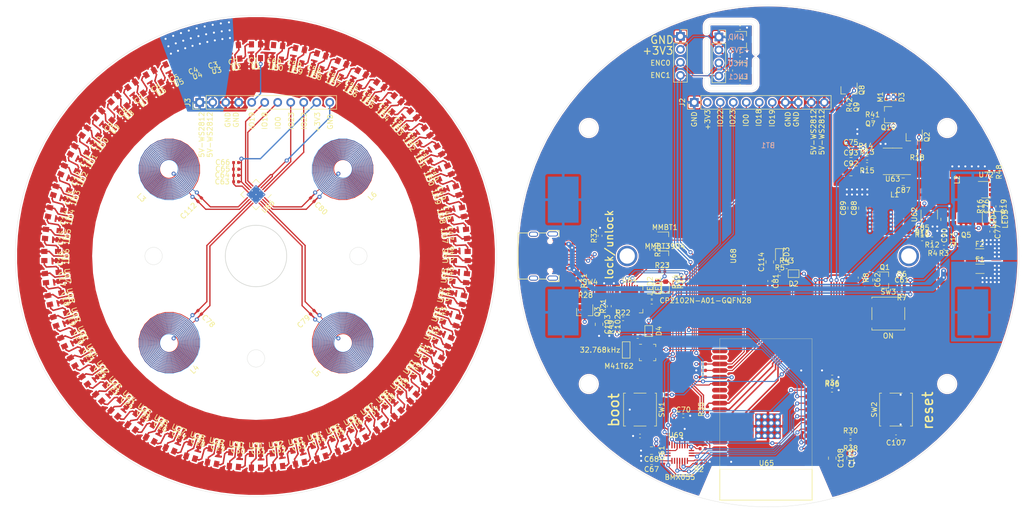
<source format=kicad_pcb>
(kicad_pcb (version 20171130) (host pcbnew 5.1.8-db9833491~88~ubuntu20.04.1)
  (layers (0 F.Cu signal) (1 In1.Cu signal) (2 In2.Cu signal) (31 B.Cu signal) (34 B.Paste user) (35 F.Paste user) (36 B.SilkS user) (37 F.SilkS user) (38 B.Mask user) (39 F.Mask user) (44 Edge.Cuts user))
  (net 0 "")
  (net 1 GND)
  (net 2 /ESP3200/IO19)
  (net 3 /ESP3200/IO21)
  (net 4 +3V3)
  (net 5 VCC)
  (net 6 /next-board00/5V)
  (net 7 +5V)
  (net 8 "Net-(C102-Pad1)")
  (net 9 "Net-(C104-Pad2)")
  (net 10 /ESP3200/5V_USB)
  (net 11 "Net-(C107-Pad2)")
  (net 12 "Net-(C112-Pad2)")
  (net 13 "Net-(C112-Pad1)")
  (net 14 "Net-(C114-Pad1)")
  (net 15 /expanz00/ENC_OUT_0)
  (net 16 /expanz00/ENC_OUT_1)
  (net 17 LX)
  (net 18 "Net-(D3-Pad1)")
  (net 19 /ESP3200/IO2-down)
  (net 20 /ESP3200/IO15-up)
  (net 21 /ESP3200/IO23)
  (net 22 /ESP3200/IO22)
  (net 23 /expanz00/5V-WS2812)
  (net 24 /next-board00/WS2812)
  (net 25 /next-board00/SHUTDOWN)
  (net 26 /next-board00/INT)
  (net 27 /next-board00/SDA)
  (net 28 /next-board00/SCL)
  (net 29 /next-board00/3V3)
  (net 30 "Net-(J5-PadB8)")
  (net 31 /ESP3200/D-)
  (net 32 /ESP3200/D+)
  (net 33 "Net-(J5-PadB5)")
  (net 34 "Net-(J5-PadA8)")
  (net 35 "Net-(J5-PadA5)")
  (net 36 "Net-(LED3-Pad2)")
  (net 37 "Net-(Q2-Pad3)")
  (net 38 /ESP3200/RTS)
  (net 39 /ESP3200/EN)
  (net 40 /ESP3200/DTR)
  (net 41 "Net-(Q10-Pad3)")
  (net 42 /ESP3200/IO34)
  (net 43 "Net-(R22-Pad2)")
  (net 44 "Net-(R24-Pad2)")
  (net 45 /ESP3200/TX-esp)
  (net 46 "Net-(R25-Pad2)")
  (net 47 /ESP3200/RX-esp)
  (net 48 /ESP3200/IO12-down)
  (net 49 /ESP3200/IO18)
  (net 50 "Net-(U1-Pad2)")
  (net 51 "Net-(U2-Pad2)")
  (net 52 "Net-(U3-Pad2)")
  (net 53 "Net-(U4-Pad2)")
  (net 54 "Net-(U5-Pad2)")
  (net 55 "Net-(U6-Pad2)")
  (net 56 "Net-(U7-Pad2)")
  (net 57 /next-board00/WS281200/0-8)
  (net 58 "Net-(U10-Pad4)")
  (net 59 "Net-(U10-Pad2)")
  (net 60 "Net-(U11-Pad2)")
  (net 61 "Net-(U12-Pad2)")
  (net 62 "Net-(U13-Pad2)")
  (net 63 "Net-(U14-Pad2)")
  (net 64 "Net-(U15-Pad2)")
  (net 65 /next-board00/WS281200/1-8)
  (net 66 "Net-(U17-Pad2)")
  (net 67 "Net-(U18-Pad2)")
  (net 68 "Net-(U19-Pad2)")
  (net 69 "Net-(U20-Pad2)")
  (net 70 "Net-(U21-Pad2)")
  (net 71 "Net-(U22-Pad2)")
  (net 72 "Net-(U23-Pad2)")
  (net 73 /next-board00/WS281200/2-8)
  (net 74 "Net-(U25-Pad2)")
  (net 75 "Net-(U26-Pad2)")
  (net 76 "Net-(U27-Pad2)")
  (net 77 "Net-(U28-Pad2)")
  (net 78 "Net-(U29-Pad2)")
  (net 79 "Net-(U30-Pad2)")
  (net 80 "Net-(U31-Pad2)")
  (net 81 /next-board00/WS281200/3-8)
  (net 82 "Net-(U33-Pad2)")
  (net 83 "Net-(U34-Pad2)")
  (net 84 "Net-(U35-Pad2)")
  (net 85 "Net-(U36-Pad2)")
  (net 86 "Net-(U37-Pad2)")
  (net 87 "Net-(U38-Pad2)")
  (net 88 "Net-(U39-Pad2)")
  (net 89 /next-board00/WS281200/4-8)
  (net 90 "Net-(U41-Pad2)")
  (net 91 "Net-(U42-Pad2)")
  (net 92 "Net-(U43-Pad2)")
  (net 93 "Net-(U44-Pad2)")
  (net 94 "Net-(U45-Pad2)")
  (net 95 "Net-(U46-Pad2)")
  (net 96 "Net-(U47-Pad2)")
  (net 97 /next-board00/WS281200/5-8)
  (net 98 "Net-(U49-Pad2)")
  (net 99 "Net-(U50-Pad2)")
  (net 100 "Net-(U51-Pad2)")
  (net 101 "Net-(U52-Pad2)")
  (net 102 "Net-(U53-Pad2)")
  (net 103 "Net-(U54-Pad2)")
  (net 104 "Net-(U55-Pad2)")
  (net 105 /next-board00/WS281200/6-8)
  (net 106 "Net-(U57-Pad2)")
  (net 107 "Net-(U58-Pad2)")
  (net 108 "Net-(U59-Pad2)")
  (net 109 /ESP3200/IO26)
  (net 110 /ESP3200/IO33)
  (net 111 "Net-(U64-Pad27)")
  (net 112 "Net-(U64-Pad23)")
  (net 113 "Net-(U64-Pad22)")
  (net 114 "Net-(U64-Pad21)")
  (net 115 "Net-(U64-Pad20)")
  (net 116 "Net-(U64-Pad17)")
  (net 117 "Net-(U64-Pad16)")
  (net 118 "Net-(U64-Pad15)")
  (net 119 "Net-(U64-Pad14)")
  (net 120 "Net-(U64-Pad13)")
  (net 121 "Net-(U64-Pad12)")
  (net 122 "Net-(U64-Pad11)")
  (net 123 "Net-(U64-Pad10)")
  (net 124 "Net-(U64-Pad2)")
  (net 125 "Net-(U64-Pad1)")
  (net 126 "Net-(U69-Pad2)")
  (net 127 /ESP3200/IO39)
  (net 128 /ESP3200/IO35)
  (net 129 "Net-(U65-Pad17)")
  (net 130 "Net-(U65-Pad18)")
  (net 131 "Net-(U65-Pad19)")
  (net 132 "Net-(U65-Pad20)")
  (net 133 "Net-(U65-Pad21)")
  (net 134 "Net-(U65-Pad22)")
  (net 135 /ESP3200/IO5-up)
  (net 136 "Net-(C61-Pad2)")
  (net 137 "Net-(C61-Pad1)")
  (net 138 "Net-(C69-Pad1)")
  (net 139 "Net-(LED4-Pad1)")
  (net 140 "Net-(LED5-Pad1)")
  (net 141 "Net-(MMBT1-Pad2)")
  (net 142 "Net-(MMBT3904-Pad2)")
  (net 143 /ESP3200/IO14)
  (net 144 "Net-(Q8-Pad3)")
  (net 145 "Net-(R10-Pad1)")
  (net 146 "Net-(R13-Pad2)")
  (net 147 "Net-(R15-Pad1)")
  (net 148 "Net-(R16-Pad2)")
  (net 149 "Net-(R19-Pad1)")
  (net 150 "Net-(R26-Pad2)")
  (net 151 "Net-(R27-Pad2)")
  (net 152 /ESP3200/IO27)
  (net 153 "Net-(R48-Pad2)")
  (net 154 /ESP3200/IO36)
  (net 155 "Net-(U60-Pad2)")
  (net 156 /ESP3200/IO25)
  (net 157 "Net-(U61-Pad16)")
  (net 158 /ESP3200/IO32)
  (net 159 "Net-(U61-Pad5)")
  (net 160 "Net-(U61-Pad2)")
  (net 161 "Net-(U67-Pad4)")
  (net 162 "Net-(U67-Pad2)")
  (net 163 "Net-(U67-Pad1)")
  (net 164 "Net-(SW4-Pad4)")
  (net 165 "Net-(SW4-Pad1)")
  (net 166 "Net-(BT1-Pad1)")
  (net 167 "Net-(BT1-Pad3)")
  (net 168 "Net-(F1-Pad1)")
  (net 169 "Net-(J5-PadS1)")
  (net 170 "Net-(LED1-Pad1)")
  (net 171 "Net-(LED2-Pad1)")
  (net 172 /ESP3200/IO0-up)
  (net 173 /next-board00/LDC-GND)
  (net 174 "Net-(C78-Pad2)")
  (net 175 "Net-(C78-Pad1)")
  (net 176 "Net-(C79-Pad2)")
  (net 177 "Net-(C79-Pad1)")
  (net 178 "Net-(C80-Pad2)")
  (net 179 "Net-(C80-Pad1)")
  (net 180 /next-board00/GND)
  (net 181 "Net-(D2-Pad1)")
  (net 182 /BAT+)
  (net 183 "Net-(Q3-Pad1)")
  (net 184 "Net-(L1-Pad1)")
  (net 185 "Net-(C85-Pad2)")
  (module Capacitor_SMD:C_0805_2012Metric (layer F.Cu) (at 177.25 138 180)
    (fp_text reference C68 (at 0 -1.68) (layer F.SilkS))
    (fp_text value 0.1uf)
    (pad 2 smd roundrect (at 0.95 0 180) (size 1 1.45) (layers F.Cu F.Paste F.Mask) (net 1 GND))
    (pad 1 smd roundrect (at -0.95 0 180) (size 1 1.45) (layers F.Cu F.Paste F.Mask) (net 4 +3V3))
  )
  (module Capacitor_SMD:C_0402_1005Metric (layer F.Cu) (at 230.1 95.65)
    (fp_text reference C85 (at 0 -1.16) (layer F.SilkS))
    (fp_text value 22nf)
    (pad 2 smd roundrect (at 0.48 0) (size 0.56 0.62) (layers F.Cu F.Paste F.Mask) (net 185 "Net-(C85-Pad2)"))
    (pad 1 smd roundrect (at -0.48 0) (size 0.56 0.62) (layers F.Cu F.Paste F.Mask) (net 4 +3V3))
  )
  (module Package_TO_SOT_SMD:SOT-23-5 (layer F.Cu) (at 231.5 91.9 90)
    (fp_text reference U62 (at 0 -2.9 90) (layer F.SilkS))
    (fp_text value SY8009)
    (pad 5 smd rect (at 1.1 -0.95 90) (size 1.06 0.65) (layers F.Cu F.Paste F.Mask) (net 185 "Net-(C85-Pad2)"))
    (pad 4 smd rect (at 1.1 0.95 90) (size 1.06 0.65) (layers F.Cu F.Paste F.Mask) (net 5 VCC))
    (pad 3 smd rect (at -1.1 0.95 90) (size 1.06 0.65) (layers F.Cu F.Paste F.Mask) (net 184 "Net-(L1-Pad1)"))
    (pad 2 smd rect (at -1.1 0 90) (size 1.06 0.65) (layers F.Cu F.Paste F.Mask) (net 1 GND))
    (pad 1 smd rect (at -1.1 -0.95 90) (size 1.06 0.65) (layers F.Cu F.Paste F.Mask) (net 145 "Net-(R10-Pad1)"))
  )
  (module BB:18650-holder (layer B.Cu) (at 200 100)
    (fp_text reference BT1 (at 0 -21.59) (layer B.SilkS) (effects (justify mirror)))
    (fp_text value Battery_Cell)
    (pad -1 thru_hole circle (at 27.5 0) (size 4 4) (drill 3) (layers *.Cu *.Mask))
    (pad -1 thru_hole circle (at -27.5 0) (size 4 4) (drill 3) (layers *.Cu *.Mask))
    (pad 2 smd rect (at -40 -11) (size 6 9) (layers B.Cu B.Paste B.Mask) (net 1 GND))
    (pad 4 smd rect (at -40 11) (size 6 9) (layers B.Cu B.Paste B.Mask) (net 1 GND))
    (pad 3 smd rect (at 40 11) (size 6 9) (layers B.Cu B.Paste B.Mask) (net 167 "Net-(BT1-Pad3)"))
    (pad 1 smd rect (at 40 -11) (size 6 9) (layers B.Cu B.Paste B.Mask) (net 166 "Net-(BT1-Pad1)"))
  )
  (module Package_DFN_QFN:WQFN-16-1EP_4x4mm_P0.5mm_EP2.6x2.6mm_ThermalVias (layer F.Cu) (at 100 88 225)
    (fp_text reference U66 (at 0 -3.32 45) (layer F.SilkS))
    (fp_text value LDC1314)
    (pad 17 smd rect (at 0 0 225) (size 2.6 2.6) (layers B.Cu) (net 173 /next-board00/LDC-GND))
    (pad 17 thru_hole circle (at 1.05 1.05 225) (size 0.5 0.5) (drill 0.2) (layers *.Cu) (net 173 /next-board00/LDC-GND))
    (pad 17 thru_hole circle (at 0 1.05 225) (size 0.5 0.5) (drill 0.2) (layers *.Cu) (net 173 /next-board00/LDC-GND))
    (pad 17 thru_hole circle (at -1.05 1.05 225) (size 0.5 0.5) (drill 0.2) (layers *.Cu) (net 173 /next-board00/LDC-GND))
    (pad 17 thru_hole circle (at 1.05 0 225) (size 0.5 0.5) (drill 0.2) (layers *.Cu) (net 173 /next-board00/LDC-GND))
    (pad 17 thru_hole circle (at 0 0 225) (size 0.5 0.5) (drill 0.2) (layers *.Cu) (net 173 /next-board00/LDC-GND))
    (pad 17 thru_hole circle (at -1.05 0 225) (size 0.5 0.5) (drill 0.2) (layers *.Cu) (net 173 /next-board00/LDC-GND))
    (pad 17 thru_hole circle (at 1.05 -1.05 225) (size 0.5 0.5) (drill 0.2) (layers *.Cu) (net 173 /next-board00/LDC-GND))
    (pad 17 thru_hole circle (at 0 -1.05 225) (size 0.5 0.5) (drill 0.2) (layers *.Cu) (net 173 /next-board00/LDC-GND))
    (pad 17 thru_hole circle (at -1.05 -1.05 225) (size 0.5 0.5) (drill 0.2) (layers *.Cu) (net 173 /next-board00/LDC-GND))
    (pad 17 smd rect (at 0 0 225) (size 2.6 2.6) (layers F.Cu F.Mask) (net 173 /next-board00/LDC-GND))
    (pad 16 smd roundrect (at -0.75 -1.9375 225) (size 0.25 0.875) (layers F.Cu F.Paste F.Mask) (net 179 "Net-(C80-Pad1)"))
    (pad 15 smd roundrect (at -0.25 -1.9375 225) (size 0.25 0.875) (layers F.Cu F.Paste F.Mask) (net 178 "Net-(C80-Pad2)"))
    (pad 14 smd roundrect (at 0.25 -1.9375 225) (size 0.25 0.875) (layers F.Cu F.Paste F.Mask) (net 177 "Net-(C79-Pad1)"))
    (pad 13 smd roundrect (at 0.75 -1.9375 225) (size 0.25 0.875) (layers F.Cu F.Paste F.Mask) (net 176 "Net-(C79-Pad2)"))
    (pad 12 smd roundrect (at 1.9375 -0.75 225) (size 0.875 0.25) (layers F.Cu F.Paste F.Mask) (net 175 "Net-(C78-Pad1)"))
    (pad 11 smd roundrect (at 1.9375 -0.25 225) (size 0.875 0.25) (layers F.Cu F.Paste F.Mask) (net 174 "Net-(C78-Pad2)"))
    (pad 10 smd roundrect (at 1.9375 0.25 225) (size 0.875 0.25) (layers F.Cu F.Paste F.Mask) (net 13 "Net-(C112-Pad1)"))
    (pad 9 smd roundrect (at 1.9375 0.75 225) (size 0.875 0.25) (layers F.Cu F.Paste F.Mask) (net 12 "Net-(C112-Pad2)"))
    (pad 8 smd roundrect (at 0.75 1.9375 225) (size 0.25 0.875) (layers F.Cu F.Paste F.Mask) (net 173 /next-board00/LDC-GND))
    (pad 7 smd roundrect (at 0.25 1.9375 225) (size 0.25 0.875) (layers F.Cu F.Paste F.Mask) (net 29 /next-board00/3V3))
    (pad 6 smd roundrect (at -0.25 1.9375 225) (size 0.25 0.875) (layers F.Cu F.Paste F.Mask) (net 25 /next-board00/SHUTDOWN))
    (pad 5 smd roundrect (at -0.75 1.9375 225) (size 0.25 0.875) (layers F.Cu F.Paste F.Mask) (net 26 /next-board00/INT))
    (pad 4 smd roundrect (at -1.9375 0.75 225) (size 0.875 0.25) (layers F.Cu F.Paste F.Mask) (net 173 /next-board00/LDC-GND))
    (pad 3 smd roundrect (at -1.9375 0.25 225) (size 0.875 0.25) (layers F.Cu F.Paste F.Mask) (net 173 /next-board00/LDC-GND))
    (pad 2 smd roundrect (at -1.9375 -0.25 225) (size 0.875 0.25) (layers F.Cu F.Paste F.Mask) (net 27 /next-board00/SDA))
    (pad 1 smd roundrect (at -1.9375 -0.75 225) (size 0.875 0.25) (layers F.Cu F.Paste F.Mask) (net 28 /next-board00/SCL))
  )
  (module BB:MWSA0603_6.6x7.1x3.0 (layer F.Cu) (at 231.85 85.1 90)
    (fp_text reference L2 (at 0 5.08 90) (layer F.SilkS))
    (fp_text value 2.2uH)
    (pad 2 smd rect (at 2.95 0 90) (size 2.2 3.5) (layers F.Cu F.Paste F.Mask) (net 17 LX))
    (pad 1 smd rect (at -2.95 0 90) (size 2.2 3.5) (layers F.Cu F.Paste F.Mask) (net 5 VCC))
  )
  (module BB:MWSA0603_6.6x7.1x3.0 (layer F.Cu) (at 224.75 93.1 180)
    (fp_text reference L1 (at 0 5.08) (layer F.SilkS))
    (fp_text value 2.2uH)
    (pad 2 smd rect (at 2.95 0 180) (size 2.2 3.5) (layers F.Cu F.Paste F.Mask) (net 4 +3V3))
    (pad 1 smd rect (at -2.95 0 180) (size 2.2 3.5) (layers F.Cu F.Paste F.Mask) (net 184 "Net-(L1-Pad1)"))
  )
  (module Package_TO_SOT_SMD:SOT-23-6 (layer F.Cu) (at 242.6 87.05)
    (fp_text reference U72 (at 0 -2.9) (layer F.SilkS))
    (fp_text value SE9017)
    (pad 5 smd rect (at 1.1 0) (size 1.06 0.65) (layers F.Cu F.Paste F.Mask) (net 149 "Net-(R19-Pad1)"))
    (pad 6 smd rect (at 1.1 -0.95) (size 1.06 0.65) (layers F.Cu F.Paste F.Mask) (net 153 "Net-(R48-Pad2)"))
    (pad 4 smd rect (at 1.1 0.95) (size 1.06 0.65) (layers F.Cu F.Paste F.Mask) (net 10 /ESP3200/5V_USB))
    (pad 3 smd rect (at -1.1 0.95) (size 1.06 0.65) (layers F.Cu F.Paste F.Mask) (net 5 VCC))
    (pad 2 smd rect (at -1.1 0) (size 1.06 0.65) (layers F.Cu F.Paste F.Mask) (net 1 GND))
    (pad 1 smd rect (at -1.1 -0.95) (size 1.06 0.65) (layers F.Cu F.Paste F.Mask) (net 148 "Net-(R16-Pad2)"))
  )
  (module Package_DFN_QFN:QFN-28-1EP_5x5mm_P0.5mm_EP3.35x3.35mm (layer F.Cu) (at 172.95 108.5)
    (fp_text reference U64 (at 0 -3.8) (layer F.SilkS))
    (fp_text value CP2102N-A01-GQFN28 (at 14.85 0.2) (layer F.SilkS))
    (pad 29 smd rect (at 0 0) (size 3.35 3.35) (layers F.Cu F.Mask) (net 1 GND))
    (pad 28 smd roundrect (at -1.5 -2.45) (size 0.25 0.8) (layers F.Cu F.Paste F.Mask) (net 40 /ESP3200/DTR))
    (pad 27 smd roundrect (at -1 -2.45) (size 0.25 0.8) (layers F.Cu F.Paste F.Mask) (net 111 "Net-(U64-Pad27)"))
    (pad 26 smd roundrect (at -0.5 -2.45) (size 0.25 0.8) (layers F.Cu F.Paste F.Mask) (net 46 "Net-(R25-Pad2)"))
    (pad 25 smd roundrect (at 0 -2.45) (size 0.25 0.8) (layers F.Cu F.Paste F.Mask) (net 44 "Net-(R24-Pad2)"))
    (pad 24 smd roundrect (at 0.5 -2.45) (size 0.25 0.8) (layers F.Cu F.Paste F.Mask) (net 38 /ESP3200/RTS))
    (pad 23 smd roundrect (at 1 -2.45) (size 0.25 0.8) (layers F.Cu F.Paste F.Mask) (net 112 "Net-(U64-Pad23)"))
    (pad 22 smd roundrect (at 1.5 -2.45) (size 0.25 0.8) (layers F.Cu F.Paste F.Mask) (net 113 "Net-(U64-Pad22)"))
    (pad 21 smd roundrect (at 2.45 -1.5) (size 0.8 0.25) (layers F.Cu F.Paste F.Mask) (net 114 "Net-(U64-Pad21)"))
    (pad 20 smd roundrect (at 2.45 -1) (size 0.8 0.25) (layers F.Cu F.Paste F.Mask) (net 115 "Net-(U64-Pad20)"))
    (pad 19 smd roundrect (at 2.45 -0.5) (size 0.8 0.25) (layers F.Cu F.Paste F.Mask) (net 151 "Net-(R27-Pad2)"))
    (pad 18 smd roundrect (at 2.45 0) (size 0.8 0.25) (layers F.Cu F.Paste F.Mask) (net 150 "Net-(R26-Pad2)"))
    (pad 17 smd roundrect (at 2.45 0.5) (size 0.8 0.25) (layers F.Cu F.Paste F.Mask) (net 116 "Net-(U64-Pad17)"))
    (pad 16 smd roundrect (at 2.45 1) (size 0.8 0.25) (layers F.Cu F.Paste F.Mask) (net 117 "Net-(U64-Pad16)"))
    (pad 15 smd roundrect (at 2.45 1.5) (size 0.8 0.25) (layers F.Cu F.Paste F.Mask) (net 118 "Net-(U64-Pad15)"))
    (pad 14 smd roundrect (at 1.5 2.45) (size 0.25 0.8) (layers F.Cu F.Paste F.Mask) (net 119 "Net-(U64-Pad14)"))
    (pad 13 smd roundrect (at 1 2.45) (size 0.25 0.8) (layers F.Cu F.Paste F.Mask) (net 120 "Net-(U64-Pad13)"))
    (pad 12 smd roundrect (at 0.5 2.45) (size 0.25 0.8) (layers F.Cu F.Paste F.Mask) (net 121 "Net-(U64-Pad12)"))
    (pad 11 smd roundrect (at 0 2.45) (size 0.25 0.8) (layers F.Cu F.Paste F.Mask) (net 122 "Net-(U64-Pad11)"))
    (pad 10 smd roundrect (at -0.5 2.45) (size 0.25 0.8) (layers F.Cu F.Paste F.Mask) (net 123 "Net-(U64-Pad10)"))
    (pad 9 smd roundrect (at -1 2.45) (size 0.25 0.8) (layers F.Cu F.Paste F.Mask) (net 43 "Net-(R22-Pad2)"))
    (pad 8 smd roundrect (at -1.5 2.45) (size 0.25 0.8) (layers F.Cu F.Paste F.Mask) (net 8 "Net-(C102-Pad1)"))
    (pad 7 smd roundrect (at -2.45 1.5) (size 0.8 0.25) (layers F.Cu F.Paste F.Mask) (net 8 "Net-(C102-Pad1)"))
    (pad 6 smd roundrect (at -2.45 1) (size 0.8 0.25) (layers F.Cu F.Paste F.Mask) (net 8 "Net-(C102-Pad1)"))
    (pad 5 smd roundrect (at -2.45 0.5) (size 0.8 0.25) (layers F.Cu F.Paste F.Mask) (net 31 /ESP3200/D-))
    (pad 4 smd roundrect (at -2.45 0) (size 0.8 0.25) (layers F.Cu F.Paste F.Mask) (net 32 /ESP3200/D+))
    (pad 3 smd roundrect (at -2.45 -0.5) (size 0.8 0.25) (layers F.Cu F.Paste F.Mask) (net 1 GND))
    (pad 2 smd roundrect (at -2.45 -1) (size 0.8 0.25) (layers F.Cu F.Paste F.Mask) (net 124 "Net-(U64-Pad2)"))
    (pad 1 smd roundrect (at -2.45 -1.5) (size 0.8 0.25) (layers F.Cu F.Paste F.Mask) (net 125 "Net-(U64-Pad1)"))
  )
  (module BB:DO-214AC (layer F.Cu) (at 228.3 69 270)
    (fp_text reference D3 (at 0 2.2 90) (layer F.SilkS))
    (fp_text value SS54)
    (pad 2 smd rect (at 2.77 0 270) (size 1.9 1.4) (layers F.Cu F.Paste F.Mask) (net 1 GND))
    (pad 1 smd rect (at -2.77 0 270) (size 1.9 1.4) (layers F.Cu F.Paste F.Mask) (net 18 "Net-(D3-Pad1)"))
  )
  (module BB:SMD-4_4.0x5.0x2.54P (layer F.Cu) (at 197.5 100 270)
    (fp_text reference U68 (at 0 4.25 270) (layer F.SilkS))
    (fp_text value IRM-H936)
    (pad 4 smd rect (at 3.15 -0.39 270) (size 1.5 1.1) (layers F.Cu F.Paste F.Mask) (net 14 "Net-(C114-Pad1)"))
    (pad 3 smd rect (at 3.15 2.15 270) (size 1.5 1.1) (layers F.Cu F.Paste F.Mask) (net 20 /ESP3200/IO15-up))
    (pad 2 smd rect (at -3.15 2.15 270) (size 1.5 1.1) (layers F.Cu F.Paste F.Mask) (net 1 GND))
    (pad 1 smd rect (at -3.15 -0.39 270) (size 1.5 1.1) (layers F.Cu F.Paste F.Mask) (net 1 GND))
  )
  (module BB:SW-SMD-4 (layer F.Cu) (at 165.25 100)
    (fp_text reference SW4 (at 0 5.08) (layer F.SilkS))
    (fp_text value SW_DIP_x02)
    (pad 3 smd rect (at 0.635 3.81) (size 0.76 1.27) (layers F.Cu F.Paste F.Mask) (net 183 "Net-(Q3-Pad1)"))
    (pad 4 smd rect (at -0.635 3.81) (size 0.76 1.27) (layers F.Cu F.Paste F.Mask) (net 164 "Net-(SW4-Pad4)"))
    (pad 2 smd rect (at 0.635 -3.81) (size 0.76 1.27) (layers F.Cu F.Paste F.Mask) (net 10 /ESP3200/5V_USB))
    (pad 1 smd rect (at -0.635 -3.81) (size 0.76 1.27) (layers F.Cu F.Paste F.Mask) (net 165 "Net-(SW4-Pad1)"))
  )
  (module BB:SMD-3215_2P (layer F.Cu) (at 172.3 118.35 270)
    (fp_text reference Y1 hide)
    (fp_text value 32.768kHz (at 0 5.1) (layer F.SilkS))
    (pad 2 smd rect (at 1.25 0) (size 1.8 1) (layers F.Cu F.Paste F.Mask) (net 162 "Net-(U67-Pad2)"))
    (pad 1 smd rect (at -1.25 0) (size 1.8 1) (layers F.Cu F.Paste F.Mask) (net 163 "Net-(U67-Pad1)"))
  )
  (module Connector_PinHeader_2.54mm:PinHeader_1x11_P2.54mm_Vertical (layer F.Cu) (at 185.6 70 90)
    (fp_text reference J2 (at 0 -2.33 90) (layer F.SilkS))
    (fp_text value Conn_01x11)
    (pad 11 thru_hole oval (at 0 25.4 90) (size 1.7 1.7) (drill 1) (layers *.Cu *.Mask) (net 23 /expanz00/5V-WS2812))
    (pad 10 thru_hole oval (at 0 22.86 90) (size 1.7 1.7) (drill 1) (layers *.Cu *.Mask) (net 23 /expanz00/5V-WS2812))
    (pad 9 thru_hole oval (at 0 20.32 90) (size 1.7 1.7) (drill 1) (layers *.Cu *.Mask) (net 1 GND))
    (pad 8 thru_hole oval (at 0 17.78 90) (size 1.7 1.7) (drill 1) (layers *.Cu *.Mask) (net 1 GND))
    (pad 7 thru_hole oval (at 0 15.24 90) (size 1.7 1.7) (drill 1) (layers *.Cu *.Mask) (net 2 /ESP3200/IO19))
    (pad 6 thru_hole oval (at 0 12.7 90) (size 1.7 1.7) (drill 1) (layers *.Cu *.Mask) (net 49 /ESP3200/IO18))
    (pad 5 thru_hole oval (at 0 10.16 90) (size 1.7 1.7) (drill 1) (layers *.Cu *.Mask) (net 172 /ESP3200/IO0-up))
    (pad 4 thru_hole oval (at 0 7.62 90) (size 1.7 1.7) (drill 1) (layers *.Cu *.Mask) (net 21 /ESP3200/IO23))
    (pad 3 thru_hole oval (at 0 5.08 90) (size 1.7 1.7) (drill 1) (layers *.Cu *.Mask) (net 22 /ESP3200/IO22))
    (pad 2 thru_hole oval (at 0 2.54 90) (size 1.7 1.7) (drill 1) (layers *.Cu *.Mask) (net 4 +3V3))
    (pad 1 thru_hole rect (at 0 0 90) (size 1.7 1.7) (drill 1) (layers *.Cu *.Mask) (net 1 GND))
  )
  (module Connector_PinSocket_2.54mm:PinSocket_1x04_P2.54mm_Vertical (layer F.Cu) (at 190.4 57.21)
    (fp_text reference J4 hide)
    (fp_text value Conn_01x04)
    (pad 4 thru_hole oval (at 0 7.62) (size 1.7 1.7) (drill 1) (layers *.Cu *.Mask) (net 16 /expanz00/ENC_OUT_1))
    (pad 3 thru_hole oval (at 0 5.08) (size 1.7 1.7) (drill 1) (layers *.Cu *.Mask) (net 15 /expanz00/ENC_OUT_0))
    (pad 2 thru_hole oval (at 0 2.54) (size 1.7 1.7) (drill 1) (layers *.Cu *.Mask) (net 4 +3V3))
    (pad 1 thru_hole rect (at 0 0) (size 1.7 1.7) (drill 1) (layers *.Cu *.Mask) (net 1 GND))
  )
  (module Connector_PinSocket_2.54mm:PinSocket_1x04_P2.54mm_Vertical (layer F.Cu) (at 182.9 57.1)
    (fp_text reference J1 hide)
    (fp_text value Conn_01x04)
    (pad 4 thru_hole oval (at 0 7.62) (size 1.7 1.7) (drill 1) (layers *.Cu *.Mask) (net 16 /expanz00/ENC_OUT_1))
    (pad 3 thru_hole oval (at 0 5.08) (size 1.7 1.7) (drill 1) (layers *.Cu *.Mask) (net 15 /expanz00/ENC_OUT_0))
    (pad 2 thru_hole oval (at 0 2.54) (size 1.7 1.7) (drill 1) (layers *.Cu *.Mask) (net 4 +3V3))
    (pad 1 thru_hole rect (at 0 0) (size 1.7 1.7) (drill 1) (layers *.Cu *.Mask) (net 1 GND))
  )
  (module Package_TO_SOT_SMD:SOT-23 (layer F.Cu) (at 164.2 110.9 270)
    (fp_text reference Q3 (at 0 -2.5 270) (layer F.SilkS))
    (fp_text value AO3400A)
    (pad 3 smd rect (at 1 0 270) (size 0.9 0.8) (layers F.Cu F.Paste F.Mask) (net 4 +3V3))
    (pad 2 smd rect (at -1 0.95 270) (size 0.9 0.8) (layers F.Cu F.Paste F.Mask) (net 8 "Net-(C102-Pad1)"))
    (pad 1 smd rect (at -1 -0.95 270) (size 0.9 0.8) (layers F.Cu F.Paste F.Mask) (net 183 "Net-(Q3-Pad1)"))
  )
  (module Capacitor_SMD:C_0805_2012Metric (layer F.Cu) (at 226.4 85.5 180)
    (fp_text reference C87 (at 0 -1.65 180) (layer F.SilkS))
    (fp_text value 4.7uf)
    (pad 2 smd roundrect (at 0.95 0 180) (size 1 1.45) (layers F.Cu F.Paste F.Mask) (net 1 GND))
    (pad 1 smd roundrect (at -0.95 0 180) (size 1 1.45) (layers F.Cu F.Paste F.Mask) (net 5 VCC))
  )
  (module Resistor_SMD:R_0402_1005Metric (layer F.Cu) (at 202.3 103.45)
    (fp_text reference R5 (at 0 -1.17) (layer F.SilkS))
    (fp_text value 470)
    (pad 2 smd roundrect (at 0.51 0) (size 0.54 0.64) (layers F.Cu F.Paste F.Mask) (net 181 "Net-(D2-Pad1)"))
    (pad 1 smd roundrect (at -0.51 0) (size 0.54 0.64) (layers F.Cu F.Paste F.Mask) (net 14 "Net-(C114-Pad1)"))
  )
  (module Resistor_SMD:R_0603_1608Metric (layer F.Cu) (at 243.7 83.6 270)
    (fp_text reference R48 (at 0 -1.43 270) (layer F.SilkS))
    (fp_text value 1.5k)
    (pad 2 smd roundrect (at 0.825 0 270) (size 0.8 0.95) (layers F.Cu F.Paste F.Mask) (net 153 "Net-(R48-Pad2)"))
    (pad 1 smd roundrect (at -0.825 0 270) (size 0.8 0.95) (layers F.Cu F.Paste F.Mask) (net 1 GND))
  )
  (module Resistor_SMD:R_0402_1005Metric (layer F.Cu) (at 200.35 104.9 270)
    (fp_text reference C81 (at 0 -1.17 270) (layer F.SilkS))
    (fp_text value 0.1uf)
    (pad 2 smd roundrect (at 0.51 0 270) (size 0.54 0.64) (layers F.Cu F.Paste F.Mask) (net 1 GND))
    (pad 1 smd roundrect (at -0.51 0 270) (size 0.54 0.64) (layers F.Cu F.Paste F.Mask) (net 14 "Net-(C114-Pad1)"))
  )
  (module Inductor_SMD:L_1206_3216Metric (layer F.Cu) (at 241.35 99.5)
    (fp_text reference F2 (at 0 -1.82) (layer F.SilkS))
    (fp_text value Polyfuse)
    (pad 2 smd roundrect (at 1.575 0) (size 1.05 1.9) (layers F.Cu F.Paste F.Mask) (roundrect_rratio 0.238095) (net 166 "Net-(BT1-Pad1)"))
    (pad 1 smd roundrect (at -1.575 0) (size 1.05 1.9) (layers F.Cu F.Paste F.Mask) (roundrect_rratio 0.238095) (net 168 "Net-(F1-Pad1)"))
  )
  (module Inductor_SMD:L_1206_3216Metric (layer F.Cu) (at 241.4 102.5)
    (fp_text reference F1 (at 0 -1.82) (layer F.SilkS))
    (fp_text value Polyfuse)
    (pad 2 smd roundrect (at 1.575 0) (size 1.05 1.9) (layers F.Cu F.Paste F.Mask) (roundrect_rratio 0.238095) (net 167 "Net-(BT1-Pad3)"))
    (pad 1 smd roundrect (at -1.575 0) (size 1.05 1.9) (layers F.Cu F.Paste F.Mask) (roundrect_rratio 0.238095) (net 168 "Net-(F1-Pad1)"))
  )
  (module Package_TO_SOT_SMD:SOT-23 (layer F.Cu) (at 195.05 57.725)
    (fp_text reference U71 hide)
    (fp_text value MH253ESO)
    (pad 3 smd rect (at 1 0) (size 0.9 0.8) (layers F.Cu F.Paste F.Mask) (net 1 GND))
    (pad 2 smd rect (at -1 0.95) (size 0.9 0.8) (layers F.Cu F.Paste F.Mask) (net 16 /expanz00/ENC_OUT_1))
    (pad 1 smd rect (at -1 -0.95) (size 0.9 0.8) (layers F.Cu F.Paste F.Mask) (net 4 +3V3))
  )
  (module Package_TO_SOT_SMD:SOT-23 (layer F.Cu) (at 195.05 63.775)
    (fp_text reference U70 hide)
    (fp_text value MH253ESO)
    (pad 3 smd rect (at 1 0) (size 0.9 0.8) (layers F.Cu F.Paste F.Mask) (net 1 GND))
    (pad 2 smd rect (at -1 0.95) (size 0.9 0.8) (layers F.Cu F.Paste F.Mask) (net 15 /expanz00/ENC_OUT_0))
    (pad 1 smd rect (at -1 -0.95) (size 0.9 0.8) (layers F.Cu F.Paste F.Mask) (net 4 +3V3))
  )
  (module Package_DFN_QFN:QFN-16-1EP_3x3mm_P0.5mm_EP1.7x1.7mm (layer F.Cu) (at 176.475 118.85)
    (fp_text reference U67 hide)
    (fp_text value M41T62 (at -5.575 2.65) (layer F.SilkS))
    (pad 17 smd rect (at 0 0) (size 1.7 1.7) (layers F.Cu F.Mask))
    (pad 16 smd roundrect (at -0.75 -1.4625) (size 0.25 0.825) (layers F.Cu F.Paste F.Mask))
    (pad 15 smd roundrect (at -0.25 -1.4625) (size 0.25 0.825) (layers F.Cu F.Paste F.Mask))
    (pad 14 smd roundrect (at 0.25 -1.4625) (size 0.25 0.825) (layers F.Cu F.Paste F.Mask) (net 138 "Net-(C69-Pad1)"))
    (pad 13 smd roundrect (at 0.75 -1.4625) (size 0.25 0.825) (layers F.Cu F.Paste F.Mask))
    (pad 12 smd roundrect (at 1.4625 -0.75) (size 0.825 0.25) (layers F.Cu F.Paste F.Mask))
    (pad 11 smd roundrect (at 1.4625 -0.25) (size 0.825 0.25) (layers F.Cu F.Paste F.Mask) (net 109 /ESP3200/IO26))
    (pad 10 smd roundrect (at 1.4625 0.25) (size 0.825 0.25) (layers F.Cu F.Paste F.Mask) (net 22 /ESP3200/IO22))
    (pad 9 smd roundrect (at 1.4625 0.75) (size 0.825 0.25) (layers F.Cu F.Paste F.Mask) (net 21 /ESP3200/IO23))
    (pad 8 smd roundrect (at 0.75 1.4625) (size 0.25 0.825) (layers F.Cu F.Paste F.Mask))
    (pad 7 smd roundrect (at 0.25 1.4625) (size 0.25 0.825) (layers F.Cu F.Paste F.Mask))
    (pad 6 smd roundrect (at -0.25 1.4625) (size 0.25 0.825) (layers F.Cu F.Paste F.Mask))
    (pad 5 smd roundrect (at -0.75 1.4625) (size 0.25 0.825) (layers F.Cu F.Paste F.Mask) (net 1 GND))
    (pad 4 smd roundrect (at -1.4625 0.75) (size 0.825 0.25) (layers F.Cu F.Paste F.Mask) (net 161 "Net-(U67-Pad4)"))
    (pad 3 smd roundrect (at -1.4625 0.25) (size 0.825 0.25) (layers F.Cu F.Paste F.Mask) (net 1 GND))
    (pad 2 smd roundrect (at -1.4625 -0.25) (size 0.825 0.25) (layers F.Cu F.Paste F.Mask) (net 162 "Net-(U67-Pad2)"))
    (pad 1 smd roundrect (at -1.4625 -0.75) (size 0.825 0.25) (layers F.Cu F.Paste F.Mask) (net 163 "Net-(U67-Pad1)"))
  )
  (module Package_SO:SOP-8_3.76x4.96mm_P1.27mm (layer F.Cu) (at 224.35 81.515 180)
    (fp_text reference U63 (at 0 -3.43 180) (layer F.SilkS))
    (fp_text value FP6276)
    (pad 8 smd roundrect (at 2.5375 -1.905 180) (size 1.975 0.65) (layers F.Cu F.Paste F.Mask) (net 7 +5V))
    (pad 7 smd roundrect (at 2.5375 -0.635 180) (size 1.975 0.65) (layers F.Cu F.Paste F.Mask) (net 147 "Net-(R15-Pad1)"))
    (pad 6 smd roundrect (at 2.5375 0.635 180) (size 1.975 0.65) (layers F.Cu F.Paste F.Mask) (net 146 "Net-(R13-Pad2)"))
    (pad 5 smd roundrect (at 2.5375 1.905 180) (size 1.975 0.65) (layers F.Cu F.Paste F.Mask) (net 1 GND))
    (pad 4 smd roundrect (at -2.5375 1.905 180) (size 1.975 0.65) (layers F.Cu F.Paste F.Mask) (net 37 "Net-(Q2-Pad3)"))
    (pad 3 smd roundrect (at -2.5375 0.635 180) (size 1.975 0.65) (layers F.Cu F.Paste F.Mask) (net 5 VCC))
    (pad 2 smd roundrect (at -2.5375 -0.635 180) (size 1.975 0.65) (layers F.Cu F.Paste F.Mask) (net 17 LX))
    (pad 1 smd roundrect (at -2.5375 -1.905 180) (size 1.975 0.65) (layers F.Cu F.Paste F.Mask) (net 17 LX))
  )
  (module Button_Switch_SMD:SW_Push_1P1T_NO_CK_KSC6xxJ (layer F.Cu) (at 223.5 111.25 180)
    (fp_text reference SW3 (at 0 4.24 180) (layer F.SilkS))
    (fp_text value SW_DIP_x01)
    (pad 2 smd rect (at 2.9 2 180) (size 2.8 1) (layers F.Cu F.Paste F.Mask) (net 136 "Net-(C61-Pad2)"))
    (pad 2 smd rect (at -2.9 2 180) (size 2.8 1) (layers F.Cu F.Paste F.Mask) (net 136 "Net-(C61-Pad2)"))
    (pad 1 smd rect (at 2.9 -2 180) (size 2.8 1) (layers F.Cu F.Paste F.Mask) (net 1 GND))
    (pad 1 smd rect (at -2.9 -2 180) (size 2.8 1) (layers F.Cu F.Paste F.Mask) (net 1 GND))
  )
  (module Button_Switch_SMD:SW_Push_1P1T_NO_CK_KSC6xxJ (layer F.Cu) (at 225 130 270)
    (fp_text reference SW2 (at 0 4.24 270) (layer F.SilkS))
    (fp_text value SW_DIP_x01)
    (pad 2 smd rect (at 2.9 2 270) (size 2.8 1) (layers F.Cu F.Paste F.Mask) (net 11 "Net-(C107-Pad2)"))
    (pad 2 smd rect (at -2.9 2 270) (size 2.8 1) (layers F.Cu F.Paste F.Mask) (net 11 "Net-(C107-Pad2)"))
    (pad 1 smd rect (at 2.9 -2 270) (size 2.8 1) (layers F.Cu F.Paste F.Mask) (net 1 GND))
    (pad 1 smd rect (at -2.9 -2 270) (size 2.8 1) (layers F.Cu F.Paste F.Mask) (net 1 GND))
  )
  (module Button_Switch_SMD:SW_Push_1P1T_NO_CK_KSC6xxJ (layer F.Cu) (at 175 130 90)
    (fp_text reference SW1 (at 0 4.24 90) (layer F.SilkS))
    (fp_text value SW_DIP_x01)
    (pad 2 smd rect (at 2.9 2 90) (size 2.8 1) (layers F.Cu F.Paste F.Mask) (net 9 "Net-(C104-Pad2)"))
    (pad 2 smd rect (at -2.9 2 90) (size 2.8 1) (layers F.Cu F.Paste F.Mask) (net 9 "Net-(C104-Pad2)"))
    (pad 1 smd rect (at 2.9 -2 90) (size 2.8 1) (layers F.Cu F.Paste F.Mask) (net 1 GND))
    (pad 1 smd rect (at -2.9 -2 90) (size 2.8 1) (layers F.Cu F.Paste F.Mask) (net 1 GND))
  )
  (module Resistor_SMD:R_0402_1005Metric (layer F.Cu) (at 170.5 113.9 90)
    (fp_text reference R49 (at 0 -1.17 90) (layer F.SilkS))
    (fp_text value 220)
    (pad 2 smd roundrect (at 0.51 0 90) (size 0.54 0.64) (layers F.Cu F.Paste F.Mask) (net 8 "Net-(C102-Pad1)"))
    (pad 1 smd roundrect (at -0.51 0 90) (size 0.54 0.64) (layers F.Cu F.Paste F.Mask) (net 154 /ESP3200/IO36))
  )
  (module Resistor_SMD:R_0402_1005Metric (layer F.Cu) (at 192.675 57.735 270)
    (fp_text reference R47 hide)
    (fp_text value 47k)
    (pad 2 smd roundrect (at 0.51 0 270) (size 0.54 0.64) (layers F.Cu F.Paste F.Mask) (net 16 /expanz00/ENC_OUT_1))
    (pad 1 smd roundrect (at -0.51 0 270) (size 0.54 0.64) (layers F.Cu F.Paste F.Mask) (net 4 +3V3))
  )
  (module Resistor_SMD:R_0402_1005Metric (layer F.Cu) (at 192.7 63.775 270)
    (fp_text reference R46 hide)
    (fp_text value 47k)
    (pad 2 smd roundrect (at 0.51 0 270) (size 0.54 0.64) (layers F.Cu F.Paste F.Mask) (net 15 /expanz00/ENC_OUT_0))
    (pad 1 smd roundrect (at -0.51 0 270) (size 0.54 0.64) (layers F.Cu F.Paste F.Mask) (net 4 +3V3))
  )
  (module Resistor_SMD:R_0402_1005Metric (layer F.Cu) (at 212.5 126.2)
    (fp_text reference R45 (at 0 -1.17) (layer F.SilkS))
    (fp_text value 100k)
    (pad 2 smd roundrect (at 0.51 0) (size 0.54 0.64) (layers F.Cu F.Paste F.Mask) (net 1 GND))
    (pad 1 smd roundrect (at -0.51 0) (size 0.54 0.64) (layers F.Cu F.Paste F.Mask) (net 152 /ESP3200/IO27))
  )
  (module Resistor_SMD:R_0402_1005Metric (layer F.Cu) (at 203.65 102.1)
    (fp_text reference R43 (at 0 -1.17) (layer F.SilkS))
    (fp_text value 220)
    (pad 2 smd roundrect (at 0.51 0) (size 0.54 0.64) (layers F.Cu F.Paste F.Mask) (net 19 /ESP3200/IO2-down))
    (pad 1 smd roundrect (at -0.51 0) (size 0.54 0.64) (layers F.Cu F.Paste F.Mask) (net 36 "Net-(LED3-Pad2)"))
  )
  (module Resistor_SMD:R_0402_1005Metric (layer F.Cu) (at 217.075 70.485 90)
    (fp_text reference R42 (at 0 -1.17 90) (layer F.SilkS))
    (fp_text value 100k)
    (pad 2 smd roundrect (at 0.51 0 90) (size 0.54 0.64) (layers F.Cu F.Paste F.Mask) (net 144 "Net-(Q8-Pad3)"))
    (pad 1 smd roundrect (at -0.51 0 90) (size 0.54 0.64) (layers F.Cu F.Paste F.Mask) (net 7 +5V))
  )
  (module Resistor_SMD:R_0402_1005Metric (layer F.Cu) (at 220.415 73.55)
    (fp_text reference R41 (at 0 -1.17) (layer F.SilkS))
    (fp_text value 100k)
    (pad 2 smd roundrect (at 0.51 0) (size 0.54 0.64) (layers F.Cu F.Paste F.Mask) (net 41 "Net-(Q10-Pad3)"))
    (pad 1 smd roundrect (at -0.51 0) (size 0.54 0.64) (layers F.Cu F.Paste F.Mask) (net 7 +5V))
  )
  (module Resistor_SMD:R_0402_1005Metric (layer F.Cu) (at 216.115 136.4 180)
    (fp_text reference R38 (at 0 -1.17 180) (layer F.SilkS))
    (fp_text value 12k)
    (pad 2 smd roundrect (at 0.51 0 180) (size 0.54 0.64) (layers F.Cu F.Paste F.Mask) (net 39 /ESP3200/EN))
    (pad 1 smd roundrect (at -0.51 0 180) (size 0.54 0.64) (layers F.Cu F.Paste F.Mask) (net 4 +3V3))
  )
  (module Resistor_SMD:R_0402_1005Metric (layer F.Cu) (at 187.265 121.1)
    (fp_text reference R37 hide)
    (fp_text value 12k)
    (pad 2 smd roundrect (at 0.51 0) (size 0.54 0.64) (layers F.Cu F.Paste F.Mask) (net 20 /ESP3200/IO15-up))
    (pad 1 smd roundrect (at -0.51 0) (size 0.54 0.64) (layers F.Cu F.Paste F.Mask) (net 4 +3V3))
  )
  (module Resistor_SMD:R_0402_1005Metric (layer F.Cu) (at 212.535 123.65 180)
    (fp_text reference R36 (at 0 -1.17 180) (layer F.SilkS))
    (fp_text value 12k)
    (pad 2 smd roundrect (at 0.51 0 180) (size 0.54 0.64) (layers F.Cu F.Paste F.Mask) (net 48 /ESP3200/IO12-down))
    (pad 1 smd roundrect (at -0.51 0 180) (size 0.54 0.64) (layers F.Cu F.Paste F.Mask) (net 1 GND))
  )
  (module Resistor_SMD:R_0402_1005Metric (layer F.Cu) (at 188.15 129.95 90)
    (fp_text reference R35 (at 0 -1.17 90) (layer F.SilkS))
    (fp_text value 12k)
    (pad 2 smd roundrect (at 0.51 0 90) (size 0.54 0.64) (layers F.Cu F.Paste F.Mask) (net 135 /ESP3200/IO5-up))
    (pad 1 smd roundrect (at -0.51 0 90) (size 0.54 0.64) (layers F.Cu F.Paste F.Mask) (net 4 +3V3))
  )
  (module Resistor_SMD:R_0402_1005Metric (layer F.Cu) (at 187.265 122.35)
    (fp_text reference R34 hide)
    (fp_text value 12k)
    (pad 2 smd roundrect (at 0.51 0) (size 0.54 0.64) (layers F.Cu F.Paste F.Mask) (net 19 /ESP3200/IO2-down))
    (pad 1 smd roundrect (at -0.51 0) (size 0.54 0.64) (layers F.Cu F.Paste F.Mask) (net 1 GND))
  )
  (module Resistor_SMD:R_0402_1005Metric (layer F.Cu) (at 187.265 123.65)
    (fp_text reference R33 hide)
    (fp_text value 12k)
    (pad 2 smd roundrect (at 0.51 0) (size 0.54 0.64) (layers F.Cu F.Paste F.Mask) (net 172 /ESP3200/IO0-up))
    (pad 1 smd roundrect (at -0.51 0) (size 0.54 0.64) (layers F.Cu F.Paste F.Mask) (net 4 +3V3))
  )
  (module Resistor_SMD:R_0402_1005Metric (layer F.Cu) (at 167.2 96.05 90)
    (fp_text reference R32 (at 0 -1.17 90) (layer F.SilkS))
    (fp_text value 5.1k)
    (pad 2 smd roundrect (at 0.51 0 90) (size 0.54 0.64) (layers F.Cu F.Paste F.Mask) (net 1 GND))
    (pad 1 smd roundrect (at -0.51 0 90) (size 0.54 0.64) (layers F.Cu F.Paste F.Mask) (net 35 "Net-(J5-PadA5)"))
  )
  (module Resistor_SMD:R_0402_1005Metric (layer F.Cu) (at 162.9 104.85 270)
    (fp_text reference R31 (at 0 -1.17 270) (layer F.SilkS))
    (fp_text value 5.1k)
    (pad 2 smd roundrect (at 0.51 0 270) (size 0.54 0.64) (layers F.Cu F.Paste F.Mask) (net 1 GND))
    (pad 1 smd roundrect (at -0.51 0 270) (size 0.54 0.64) (layers F.Cu F.Paste F.Mask) (net 33 "Net-(J5-PadB5)"))
  )
  (module Resistor_SMD:R_0402_1005Metric (layer F.Cu) (at 216.115 135.3)
    (fp_text reference R30 (at 0 -1.17) (layer F.SilkS))
    (fp_text value 470)
    (pad 2 smd roundrect (at 0.51 0) (size 0.54 0.64) (layers F.Cu F.Paste F.Mask) (net 11 "Net-(C107-Pad2)"))
    (pad 1 smd roundrect (at -0.51 0) (size 0.54 0.64) (layers F.Cu F.Paste F.Mask) (net 39 /ESP3200/EN))
  )
  (module Resistor_SMD:R_0402_1005Metric (layer F.Cu) (at 177.3 98.765 270)
    (fp_text reference R29 (at 0 -1.17 270) (layer F.SilkS))
    (fp_text value 12k)
    (pad 2 smd roundrect (at 0.51 0 270) (size 0.54 0.64) (layers F.Cu F.Paste F.Mask) (net 38 /ESP3200/RTS))
    (pad 1 smd roundrect (at -0.51 0 270) (size 0.54 0.64) (layers F.Cu F.Paste F.Mask) (net 141 "Net-(MMBT1-Pad2)"))
  )
  (module Resistor_SMD:R_0402_1005Metric (layer F.Cu) (at 164.35 106.5 180)
    (fp_text reference R28 (at 0 -1.17 180) (layer F.SilkS))
    (fp_text value 1M)
    (pad 2 smd roundrect (at 0.51 0 180) (size 0.54 0.64) (layers F.Cu F.Paste F.Mask) (net 1 GND))
    (pad 1 smd roundrect (at -0.51 0 180) (size 0.54 0.64) (layers F.Cu F.Paste F.Mask) (net 183 "Net-(Q3-Pad1)"))
  )
  (module Resistor_SMD:R_0402_1005Metric (layer F.Cu) (at 177.3 108 180)
    (fp_text reference R27 hide)
    (fp_text value 220)
    (pad 2 smd roundrect (at 0.51 0 180) (size 0.54 0.64) (layers F.Cu F.Paste F.Mask) (net 151 "Net-(R27-Pad2)"))
    (pad 1 smd roundrect (at -0.51 0 180) (size 0.54 0.64) (layers F.Cu F.Paste F.Mask) (net 171 "Net-(LED2-Pad1)"))
  )
  (module Resistor_SMD:R_0402_1005Metric (layer F.Cu) (at 177.3 109 180)
    (fp_text reference R26 hide)
    (fp_text value 220)
    (pad 2 smd roundrect (at 0.51 0 180) (size 0.54 0.64) (layers F.Cu F.Paste F.Mask) (net 150 "Net-(R26-Pad2)"))
    (pad 1 smd roundrect (at -0.51 0 180) (size 0.54 0.64) (layers F.Cu F.Paste F.Mask) (net 170 "Net-(LED1-Pad1)"))
  )
  (module Resistor_SMD:R_0402_1005Metric (layer F.Cu) (at 184.1 105 90)
    (fp_text reference R25 (at 0 -1.17 90) (layer F.SilkS))
    (fp_text value 220)
    (pad 2 smd roundrect (at 0.51 0 90) (size 0.54 0.64) (layers F.Cu F.Paste F.Mask) (net 46 "Net-(R25-Pad2)"))
    (pad 1 smd roundrect (at -0.51 0 90) (size 0.54 0.64) (layers F.Cu F.Paste F.Mask) (net 47 /ESP3200/RX-esp))
  )
  (module Resistor_SMD:R_0402_1005Metric (layer F.Cu) (at 183.05 105 90)
    (fp_text reference R24 (at 0 -1.17 90) (layer F.SilkS))
    (fp_text value 220)
    (pad 2 smd roundrect (at 0.51 0 90) (size 0.54 0.64) (layers F.Cu F.Paste F.Mask) (net 44 "Net-(R24-Pad2)"))
    (pad 1 smd roundrect (at -0.51 0 90) (size 0.54 0.64) (layers F.Cu F.Paste F.Mask) (net 45 /ESP3200/TX-esp))
  )
  (module Resistor_SMD:R_0402_1005Metric (layer F.Cu) (at 179.335 103)
    (fp_text reference R23 (at 0 -1.17) (layer F.SilkS))
    (fp_text value 12k)
    (pad 2 smd roundrect (at 0.51 0) (size 0.54 0.64) (layers F.Cu F.Paste F.Mask) (net 40 /ESP3200/DTR))
    (pad 1 smd roundrect (at -0.51 0) (size 0.54 0.64) (layers F.Cu F.Paste F.Mask) (net 142 "Net-(MMBT3904-Pad2)"))
  )
  (module Resistor_SMD:R_0402_1005Metric (layer F.Cu) (at 171.7 112.25)
    (fp_text reference R22 (at 0 -1.17) (layer F.SilkS))
    (fp_text value 1K)
    (pad 2 smd roundrect (at 0.51 0) (size 0.54 0.64) (layers F.Cu F.Paste F.Mask) (net 43 "Net-(R22-Pad2)"))
    (pad 1 smd roundrect (at -0.51 0) (size 0.54 0.64) (layers F.Cu F.Paste F.Mask) (net 8 "Net-(C102-Pad1)"))
  )
  (module Resistor_SMD:R_0402_1005Metric (layer F.Cu) (at 169 109.8 90)
    (fp_text reference R21 (at 0 -1.17 90) (layer F.SilkS))
    (fp_text value 1M)
    (pad 2 smd roundrect (at 0.51 0 90) (size 0.54 0.64) (layers F.Cu F.Paste F.Mask) (net 1 GND))
    (pad 1 smd roundrect (at -0.51 0 90) (size 0.54 0.64) (layers F.Cu F.Paste F.Mask) (net 8 "Net-(C102-Pad1)"))
  )
  (module Resistor_SMD:R_0402_1005Metric (layer F.Cu) (at 179.685 127.1 180)
    (fp_text reference R20 hide)
    (fp_text value 470)
    (pad 2 smd roundrect (at 0.51 0 180) (size 0.54 0.64) (layers F.Cu F.Paste F.Mask) (net 9 "Net-(C104-Pad2)"))
    (pad 1 smd roundrect (at -0.51 0 180) (size 0.54 0.64) (layers F.Cu F.Paste F.Mask) (net 172 /ESP3200/IO0-up))
  )
  (module Resistor_SMD:R_0402_1005Metric (layer F.Cu) (at 244.9 90.3 270)
    (fp_text reference R19 (at 0 -1.17 270) (layer F.SilkS))
    (fp_text value 1k)
    (pad 2 smd roundrect (at 0.51 0 270) (size 0.54 0.64) (layers F.Cu F.Paste F.Mask) (net 140 "Net-(LED5-Pad1)"))
    (pad 1 smd roundrect (at -0.51 0 270) (size 0.54 0.64) (layers F.Cu F.Paste F.Mask) (net 149 "Net-(R19-Pad1)"))
  )
  (module Resistor_SMD:R_0402_1005Metric (layer F.Cu) (at 229.135 79.6 180)
    (fp_text reference R18 (at 0 -1.17 180) (layer F.SilkS))
    (fp_text value 100k)
    (pad 2 smd roundrect (at 0.51 0 180) (size 0.54 0.64) (layers F.Cu F.Paste F.Mask) (net 37 "Net-(Q2-Pad3)"))
    (pad 1 smd roundrect (at -0.51 0 180) (size 0.54 0.64) (layers F.Cu F.Paste F.Mask) (net 5 VCC))
  )
  (module Resistor_SMD:R_0402_1005Metric (layer F.Cu) (at 242.6 90.3 90)
    (fp_text reference R16 (at 0 -1.17 90) (layer F.SilkS))
    (fp_text value 1k)
    (pad 2 smd roundrect (at 0.51 0 90) (size 0.54 0.64) (layers F.Cu F.Paste F.Mask) (net 148 "Net-(R16-Pad2)"))
    (pad 1 smd roundrect (at -0.51 0 90) (size 0.54 0.64) (layers F.Cu F.Paste F.Mask) (net 139 "Net-(LED4-Pad1)"))
  )
  (module Resistor_SMD:R_0402_1005Metric (layer F.Cu) (at 219.35 82.15 180)
    (fp_text reference R15 (at 0 -1.17 180) (layer F.SilkS))
    (fp_text value 56k)
    (pad 2 smd roundrect (at 0.51 0 180) (size 0.54 0.64) (layers F.Cu F.Paste F.Mask) (net 1 GND))
    (pad 1 smd roundrect (at -0.51 0 180) (size 0.54 0.64) (layers F.Cu F.Paste F.Mask) (net 147 "Net-(R15-Pad1)"))
  )
  (module Resistor_SMD:R_0402_1005Metric (layer F.Cu) (at 219.1 79.7)
    (fp_text reference R14 (at 0 -1.17) (layer F.SilkS))
    (fp_text value 56k)
    (pad 2 smd roundrect (at 0.51 0) (size 0.54 0.64) (layers F.Cu F.Paste F.Mask) (net 146 "Net-(R13-Pad2)"))
    (pad 1 smd roundrect (at -0.51 0) (size 0.54 0.64) (layers F.Cu F.Paste F.Mask) (net 7 +5V))
  )
  (module Resistor_SMD:R_0402_1005Metric (layer F.Cu) (at 219.365 80.875)
    (fp_text reference R13 (at 0 -1.17) (layer F.SilkS))
    (fp_text value 7.5k)
    (pad 2 smd roundrect (at 0.51 0) (size 0.54 0.64) (layers F.Cu F.Paste F.Mask) (net 146 "Net-(R13-Pad2)"))
    (pad 1 smd roundrect (at -0.51 0) (size 0.54 0.64) (layers F.Cu F.Paste F.Mask) (net 1 GND))
  )
  (module Resistor_SMD:R_0402_1005Metric (layer F.Cu) (at 232.05 96.65 180)
    (fp_text reference R12 (at 0 -1.17) (layer F.SilkS))
    (fp_text value 15k)
    (pad 2 smd roundrect (at 0.51 0 180) (size 0.54 0.64) (layers F.Cu F.Paste F.Mask) (net 185 "Net-(C85-Pad2)"))
    (pad 1 smd roundrect (at -0.51 0 180) (size 0.54 0.64) (layers F.Cu F.Paste F.Mask) (net 1 GND))
  )
  (module Resistor_SMD:R_0402_1005Metric (layer F.Cu) (at 230.1 96.65)
    (fp_text reference R11 (at 0 -1.17) (layer F.SilkS))
    (fp_text value 47k)
    (pad 2 smd roundrect (at 0.51 0) (size 0.54 0.64) (layers F.Cu F.Paste F.Mask) (net 185 "Net-(C85-Pad2)"))
    (pad 1 smd roundrect (at -0.51 0) (size 0.54 0.64) (layers F.Cu F.Paste F.Mask) (net 4 +3V3))
  )
  (module Resistor_SMD:R_0402_1005Metric (layer F.Cu) (at 230.1 94.65 180)
    (fp_text reference R10 (at 0 -1.17) (layer F.SilkS))
    (fp_text value 100k)
    (pad 2 smd roundrect (at 0.51 0 180) (size 0.54 0.64) (layers F.Cu F.Paste F.Mask) (net 5 VCC))
    (pad 1 smd roundrect (at -0.51 0 180) (size 0.54 0.64) (layers F.Cu F.Paste F.Mask) (net 145 "Net-(R10-Pad1)"))
  )
  (module Resistor_SMD:R_0402_1005Metric (layer F.Cu) (at 218 104.235 270)
    (fp_text reference R8 (at 0 -1.17 270) (layer F.SilkS))
    (fp_text value 1M)
    (pad 2 smd roundrect (at 0.51 0 270) (size 0.54 0.64) (layers F.Cu F.Paste F.Mask) (net 1 GND))
    (pad 1 smd roundrect (at -0.51 0 270) (size 0.54 0.64) (layers F.Cu F.Paste F.Mask) (net 135 /ESP3200/IO5-up))
  )
  (module Resistor_SMD:R_0402_1005Metric (layer F.Cu) (at 226.135 107 180)
    (fp_text reference R7 (at 0 -1.17 180) (layer F.SilkS))
    (fp_text value 1M)
    (pad 2 smd roundrect (at 0.51 0 180) (size 0.54 0.64) (layers F.Cu F.Paste F.Mask) (net 137 "Net-(C61-Pad1)"))
    (pad 1 smd roundrect (at -0.51 0 180) (size 0.54 0.64) (layers F.Cu F.Paste F.Mask) (net 136 "Net-(C61-Pad2)"))
  )
  (module Resistor_SMD:R_0402_1005Metric (layer F.Cu) (at 226.135 104.7)
    (fp_text reference R6 (at 0 -1.17) (layer F.SilkS))
    (fp_text value 100k)
    (pad 2 smd roundrect (at 0.51 0) (size 0.54 0.64) (layers F.Cu F.Paste F.Mask) (net 182 /BAT+))
    (pad 1 smd roundrect (at -0.51 0) (size 0.54 0.64) (layers F.Cu F.Paste F.Mask) (net 137 "Net-(C61-Pad1)"))
  )
  (module Capacitor_SMD:C_0402_1005Metric (layer F.Cu) (at 232.15 98.3 180)
    (fp_text reference R4 (at 0 -1.17 180) (layer F.SilkS))
    (fp_text value 300k)
    (pad 2 smd roundrect (at 0.48 0 180) (size 0.56 0.62) (layers F.Cu F.Paste F.Mask) (net 1 GND))
    (pad 1 smd roundrect (at -0.48 0 180) (size 0.56 0.62) (layers F.Cu F.Paste F.Mask) (net 127 /ESP3200/IO39))
  )
  (module Resistor_SMD:R_0402_1005Metric (layer F.Cu) (at 234.35 98.3 180)
    (fp_text reference R3 (at 0 -1.17 180) (layer F.SilkS))
    (fp_text value 1M)
    (pad 2 smd roundrect (at 0.51 0 180) (size 0.54 0.64) (layers F.Cu F.Paste F.Mask) (net 127 /ESP3200/IO39))
    (pad 1 smd roundrect (at -0.51 0 180) (size 0.54 0.64) (layers F.Cu F.Paste F.Mask) (net 5 VCC))
  )
  (module Resistor_SMD:R_0402_1005Metric (layer F.Cu) (at 186.5 140.5 180)
    (fp_text reference R2 (at 0 -1.17 180) (layer F.SilkS))
    (fp_text value 7.5k)
    (pad 2 smd roundrect (at 0.51 0 180) (size 0.54 0.64) (layers F.Cu F.Paste F.Mask) (net 4 +3V3))
    (pad 1 smd roundrect (at -0.51 0 180) (size 0.54 0.64) (layers F.Cu F.Paste F.Mask) (net 21 /ESP3200/IO23))
  )
  (module Resistor_SMD:R_0402_1005Metric (layer F.Cu) (at 187.25 137.63 180)
    (fp_text reference R1 hide)
    (fp_text value 7.5k)
    (pad 2 smd roundrect (at 0.51 0 180) (size 0.54 0.64) (layers F.Cu F.Paste F.Mask) (net 4 +3V3))
    (pad 1 smd roundrect (at -0.51 0 180) (size 0.54 0.64) (layers F.Cu F.Paste F.Mask) (net 22 /ESP3200/IO22))
  )
  (module Package_TO_SOT_SMD:SOT-23 (layer F.Cu) (at 223.5 72.4 180)
    (fp_text reference Q10 (at 0 -2.5 180) (layer F.SilkS))
    (fp_text value 2N7002)
    (pad 3 smd rect (at 1 0 180) (size 0.9 0.8) (layers F.Cu F.Paste F.Mask) (net 41 "Net-(Q10-Pad3)"))
    (pad 2 smd rect (at -1 0.95 180) (size 0.9 0.8) (layers F.Cu F.Paste F.Mask) (net 1 GND))
    (pad 1 smd rect (at -1 -0.95 180) (size 0.9 0.8) (layers F.Cu F.Paste F.Mask) (net 48 /ESP3200/IO12-down))
  )
  (module Package_TO_SOT_SMD:SOT-23 (layer F.Cu) (at 215.825 67.6 270)
    (fp_text reference Q8 (at 0 -2.5 270) (layer F.SilkS))
    (fp_text value 2N7002)
    (pad 3 smd rect (at 1 0 270) (size 0.9 0.8) (layers F.Cu F.Paste F.Mask) (net 144 "Net-(Q8-Pad3)"))
    (pad 2 smd rect (at -1 0.95 270) (size 0.9 0.8) (layers F.Cu F.Paste F.Mask) (net 1 GND))
    (pad 1 smd rect (at -1 -0.95 270) (size 0.9 0.8) (layers F.Cu F.Paste F.Mask) (net 3 /ESP3200/IO21))
  )
  (module Package_TO_SOT_SMD:SOT-23 (layer F.Cu) (at 228.55 76.75 270)
    (fp_text reference Q2 (at 0 -2.5 270) (layer F.SilkS))
    (fp_text value 2N7002)
    (pad 3 smd rect (at 1 0 270) (size 0.9 0.8) (layers F.Cu F.Paste F.Mask) (net 37 "Net-(Q2-Pad3)"))
    (pad 2 smd rect (at -1 0.95 270) (size 0.9 0.8) (layers F.Cu F.Paste F.Mask) (net 1 GND))
    (pad 1 smd rect (at -1 -0.95 270) (size 0.9 0.8) (layers F.Cu F.Paste F.Mask) (net 143 /ESP3200/IO14))
  )
  (module Package_TO_SOT_SMD:SOT-23 (layer F.Cu) (at 222.8 104.7)
    (fp_text reference Q1 (at 0 -2.5) (layer F.SilkS))
    (fp_text value 2N7002)
    (pad 3 smd rect (at 1 0) (size 0.9 0.8) (layers F.Cu F.Paste F.Mask) (net 137 "Net-(C61-Pad1)"))
    (pad 2 smd rect (at -1 0.95) (size 0.9 0.8) (layers F.Cu F.Paste F.Mask) (net 1 GND))
    (pad 1 smd rect (at -1 -0.95) (size 0.9 0.8) (layers F.Cu F.Paste F.Mask) (net 135 /ESP3200/IO5-up))
  )
  (module Package_TO_SOT_SMD:SOT-23 (layer F.Cu) (at 179.85 100.6)
    (fp_text reference MMBT3904 (at 0 -2.5) (layer F.SilkS))
    (fp_text value Q_NPN_BCE)
    (pad 3 smd rect (at 1 0) (size 0.9 0.8) (layers F.Cu F.Paste F.Mask) (net 39 /ESP3200/EN))
    (pad 2 smd rect (at -1 0.95) (size 0.9 0.8) (layers F.Cu F.Paste F.Mask) (net 142 "Net-(MMBT3904-Pad2)"))
    (pad 1 smd rect (at -1 -0.95) (size 0.9 0.8) (layers F.Cu F.Paste F.Mask) (net 38 /ESP3200/RTS))
  )
  (module Package_TO_SOT_SMD:SOT-23 (layer F.Cu) (at 179.85 96.9)
    (fp_text reference MMBT1 (at 0 -2.5) (layer F.SilkS))
    (fp_text value Q_NPN_BCE)
    (pad 3 smd rect (at 1 0) (size 0.9 0.8) (layers F.Cu F.Paste F.Mask) (net 172 /ESP3200/IO0-up))
    (pad 2 smd rect (at -1 0.95) (size 0.9 0.8) (layers F.Cu F.Paste F.Mask) (net 141 "Net-(MMBT1-Pad2)"))
    (pad 1 smd rect (at -1 -0.95) (size 0.9 0.8) (layers F.Cu F.Paste F.Mask) (net 40 /ESP3200/DTR))
  )
  (module Connector_PinHeader_1.00mm:PinHeader_1x02_P1.00mm_Vertical (layer F.Cu) (at 223.5 68.95 90)
    (fp_text reference M1 (at 0 -1.56 90) (layer F.SilkS))
    (fp_text value Motor_DC)
    (pad 2 thru_hole oval (at 0 1 90) (size 0.8 0.8) (drill 0.5) (layers *.Cu *.Mask) (net 1 GND))
    (pad 1 thru_hole rect (at 0 0 90) (size 0.8 0.8) (drill 0.5) (layers *.Cu *.Mask) (net 18 "Net-(D3-Pad1)"))
  )
  (module LED_SMD:LED_0603_1608Metric (layer F.Cu) (at 244.9 92.8 270)
    (fp_text reference LED5 (at 0 -1.43 270) (layer F.SilkS))
    (fp_text value BLUE)
    (pad 2 smd roundrect (at 0.7875 0 270) (size 0.875 0.95) (layers F.Cu F.Paste F.Mask) (net 10 /ESP3200/5V_USB))
    (pad 1 smd roundrect (at -0.7875 0 270) (size 0.875 0.95) (layers F.Cu F.Paste F.Mask) (net 140 "Net-(LED5-Pad1)"))
  )
  (module LED_SMD:LED_0603_1608Metric (layer F.Cu) (at 242.6 92.7875 270)
    (fp_text reference LED4 (at 0 -1.43 270) (layer F.SilkS))
    (fp_text value RED)
    (pad 2 smd roundrect (at 0.7875 0 270) (size 0.875 0.95) (layers F.Cu F.Paste F.Mask) (net 10 /ESP3200/5V_USB))
    (pad 1 smd roundrect (at -0.7875 0 270) (size 0.875 0.95) (layers F.Cu F.Paste F.Mask) (net 139 "Net-(LED4-Pad1)"))
  )
  (module LED_SMD:LED_0603_1608Metric (layer F.Cu) (at 202.2 100.05 270)
    (fp_text reference LED3 (at 0 -1.43 270) (layer F.SilkS))
    (fp_text value IR)
    (pad 2 smd roundrect (at 0.7875 0 270) (size 0.875 0.95) (layers F.Cu F.Paste F.Mask) (net 36 "Net-(LED3-Pad2)"))
    (pad 1 smd roundrect (at -0.7875 0 270) (size 0.875 0.95) (layers F.Cu F.Paste F.Mask) (net 1 GND))
  )
  (module LED_SMD:LED_0603_1608Metric (layer F.Cu) (at 178.4 105.8 90)
    (fp_text reference LED2 (at 0 -1.43 90) (layer F.SilkS))
    (fp_text value RED)
    (pad 2 smd roundrect (at 0.7875 0 90) (size 0.875 0.95) (layers F.Cu F.Paste F.Mask) (net 8 "Net-(C102-Pad1)"))
    (pad 1 smd roundrect (at -0.7875 0 90) (size 0.875 0.95) (layers F.Cu F.Paste F.Mask) (net 171 "Net-(LED2-Pad1)"))
  )
  (module LED_SMD:LED_0603_1608Metric (layer F.Cu) (at 180 105.8 90)
    (fp_text reference LED1 (at 0 -1.43 90) (layer F.SilkS))
    (fp_text value RED)
    (pad 2 smd roundrect (at 0.7875 0 90) (size 0.875 0.95) (layers F.Cu F.Paste F.Mask) (net 8 "Net-(C102-Pad1)"))
    (pad 1 smd roundrect (at -0.7875 0 90) (size 0.875 0.95) (layers F.Cu F.Paste F.Mask) (net 170 "Net-(LED1-Pad1)"))
  )
  (module Capacitor_SMD:C_0805_2012Metric (layer F.Cu) (at 200.35 101.1625 90)
    (fp_text reference C114 (at 0 -1.65 90) (layer F.SilkS))
    (fp_text value 2.2uf)
    (pad 2 smd roundrect (at 0.95 0 90) (size 1 1.45) (layers F.Cu F.Paste F.Mask) (net 1 GND))
    (pad 1 smd roundrect (at -0.95 0 90) (size 1 1.45) (layers F.Cu F.Paste F.Mask) (net 14 "Net-(C114-Pad1)"))
  )
  (module Capacitor_SMD:C_0805_2012Metric (layer F.Cu) (at 214.65 139.4875 270)
    (fp_text reference C109 (at 0 -1.65 270) (layer F.SilkS))
    (fp_text value 10uf)
    (pad 2 smd roundrect (at 0.95 0 270) (size 1 1.45) (layers F.Cu F.Paste F.Mask) (net 1 GND))
    (pad 1 smd roundrect (at -0.95 0 270) (size 1 1.45) (layers F.Cu F.Paste F.Mask) (net 4 +3V3))
  )
  (module Capacitor_SMD:C_0805_2012Metric (layer F.Cu) (at 212.55 139.4875 270)
    (fp_text reference C108 (at 0 -1.65 270) (layer F.SilkS))
    (fp_text value 0.1uf)
    (pad 2 smd roundrect (at 0.95 0 270) (size 1 1.45) (layers F.Cu F.Paste F.Mask) (net 1 GND))
    (pad 1 smd roundrect (at -0.95 0 270) (size 1 1.45) (layers F.Cu F.Paste F.Mask) (net 4 +3V3))
  )
  (module Capacitor_SMD:C_0402_1005Metric (layer F.Cu) (at 225 135.3 180)
    (fp_text reference C107 (at 0 -1.17 180) (layer F.SilkS))
    (fp_text value 100nf)
    (pad 2 smd roundrect (at 0.48 0 180) (size 0.56 0.62) (layers F.Cu F.Paste F.Mask) (net 11 "Net-(C107-Pad2)"))
    (pad 1 smd roundrect (at -0.48 0 180) (size 0.56 0.62) (layers F.Cu F.Paste F.Mask) (net 1 GND))
  )
  (module Capacitor_SMD:C_0402_1005Metric (layer F.Cu) (at 175 135.15)
    (fp_text reference C104 hide)
    (fp_text value 100nf)
    (pad 2 smd roundrect (at 0.48 0) (size 0.56 0.62) (layers F.Cu F.Paste F.Mask) (net 9 "Net-(C104-Pad2)"))
    (pad 1 smd roundrect (at -0.48 0) (size 0.56 0.62) (layers F.Cu F.Paste F.Mask) (net 1 GND))
  )
  (module Capacitor_SMD:C_0805_2012Metric (layer F.Cu) (at 167 113.35 270)
    (fp_text reference C103 (at 0 -1.65 270) (layer F.SilkS))
    (fp_text value 10uf)
    (pad 2 smd roundrect (at 0.95 0 270) (size 1 1.45) (layers F.Cu F.Paste F.Mask) (net 1 GND))
    (pad 1 smd roundrect (at -0.95 0 270) (size 1 1.45) (layers F.Cu F.Paste F.Mask) (net 8 "Net-(C102-Pad1)"))
  )
  (module Capacitor_SMD:C_0805_2012Metric (layer F.Cu) (at 169 113.35 270)
    (fp_text reference C102 (at 0 -1.65 270) (layer F.SilkS))
    (fp_text value 0.1uf)
    (pad 2 smd roundrect (at 0.95 0 270) (size 1 1.45) (layers F.Cu F.Paste F.Mask) (net 1 GND))
    (pad 1 smd roundrect (at -0.95 0 270) (size 1 1.45) (layers F.Cu F.Paste F.Mask) (net 8 "Net-(C102-Pad1)"))
  )
  (module Capacitor_SMD:C_0805_2012Metric (layer F.Cu) (at 216.2 81.5)
    (fp_text reference C93 (at 0 -1.65) (layer F.SilkS))
    (fp_text value 22uf)
    (pad 2 smd roundrect (at 0.95 0) (size 1 1.45) (layers F.Cu F.Paste F.Mask) (net 1 GND))
    (pad 1 smd roundrect (at -0.95 0) (size 1 1.45) (layers F.Cu F.Paste F.Mask) (net 7 +5V))
  )
  (module Capacitor_SMD:C_0805_2012Metric (layer F.Cu) (at 216.2 83.6)
    (fp_text reference C92 (at 0 -1.65) (layer F.SilkS))
    (fp_text value 22uf)
    (pad 2 smd roundrect (at 0.95 0) (size 1 1.45) (layers F.Cu F.Paste F.Mask) (net 1 GND))
    (pad 1 smd roundrect (at -0.95 0) (size 1 1.45) (layers F.Cu F.Paste F.Mask) (net 7 +5V))
  )
  (module Capacitor_SMD:C_0805_2012Metric (layer F.Cu) (at 234.5 92.85 270)
    (fp_text reference C90 (at 3.15 0.05 270) (layer F.SilkS))
    (fp_text value 22uf)
    (pad 2 smd roundrect (at 0.95 0 270) (size 1 1.45) (layers F.Cu F.Paste F.Mask) (net 1 GND))
    (pad 1 smd roundrect (at -0.95 0 270) (size 1 1.45) (layers F.Cu F.Paste F.Mask) (net 5 VCC))
  )
  (module Capacitor_SMD:C_0805_2012Metric (layer F.Cu) (at 216.35 90.65 90)
    (fp_text reference C89 (at 0 -1.65 90) (layer F.SilkS))
    (fp_text value 2.2uf)
    (pad 2 smd roundrect (at 0.95 0 90) (size 1 1.45) (layers F.Cu F.Paste F.Mask) (net 1 GND))
    (pad 1 smd roundrect (at -0.95 0 90) (size 1 1.45) (layers F.Cu F.Paste F.Mask) (net 4 +3V3))
  )
  (module Capacitor_SMD:C_0805_2012Metric (layer F.Cu) (at 218.45 90.65 90)
    (fp_text reference C88 (at 0 -1.65 90) (layer F.SilkS))
    (fp_text value 10uf)
    (pad 2 smd roundrect (at 0.95 0 90) (size 1 1.45) (layers F.Cu F.Paste F.Mask) (net 1 GND))
    (pad 1 smd roundrect (at -0.95 0 90) (size 1 1.45) (layers F.Cu F.Paste F.Mask) (net 4 +3V3))
  )
  (module Resistor_SMD:R_0402_1005Metric (layer F.Cu) (at 243.7 95.215 270)
    (fp_text reference C77 (at 0 -1.17 270) (layer F.SilkS))
    (fp_text value 1uf)
    (pad 2 smd roundrect (at 0.51 0 270) (size 0.54 0.64) (layers F.Cu F.Paste F.Mask) (net 1 GND))
    (pad 1 smd roundrect (at -0.51 0 270) (size 0.54 0.64) (layers F.Cu F.Paste F.Mask) (net 10 /ESP3200/5V_USB))
  )
  (module Resistor_SMD:R_0402_1005Metric (layer F.Cu) (at 241.5 90.3 270)
    (fp_text reference C76 (at 0 -1.17 270) (layer F.SilkS))
    (fp_text value 1uf)
    (pad 2 smd roundrect (at 0.51 0 270) (size 0.54 0.64) (layers F.Cu F.Paste F.Mask) (net 1 GND))
    (pad 1 smd roundrect (at -0.51 0 270) (size 0.54 0.64) (layers F.Cu F.Paste F.Mask) (net 5 VCC))
  )
  (module Capacitor_SMD:C_0805_2012Metric (layer F.Cu) (at 216.1875 79.45)
    (fp_text reference C75 (at 0 -1.65) (layer F.SilkS))
    (fp_text value 22uf)
    (pad 2 smd roundrect (at 0.95 0) (size 1 1.45) (layers F.Cu F.Paste F.Mask) (net 1 GND))
    (pad 1 smd roundrect (at -0.95 0) (size 1 1.45) (layers F.Cu F.Paste F.Mask) (net 7 +5V))
  )
  (module Capacitor_SMD:C_0402_1005Metric (layer F.Cu) (at 194.535 60.05)
    (fp_text reference C74 hide)
    (fp_text value 18p/50V)
    (pad 2 smd roundrect (at 0.48 0) (size 0.56 0.62) (layers F.Cu F.Paste F.Mask) (net 1 GND))
    (pad 1 smd roundrect (at -0.48 0) (size 0.56 0.62) (layers F.Cu F.Paste F.Mask) (net 16 /expanz00/ENC_OUT_1))
  )
  (module Capacitor_SMD:C_0402_1005Metric (layer F.Cu) (at 194.54 55.4)
    (fp_text reference C73 hide)
    (fp_text value 22n)
    (pad 2 smd roundrect (at 0.48 0) (size 0.56 0.62) (layers F.Cu F.Paste F.Mask) (net 1 GND))
    (pad 1 smd roundrect (at -0.48 0) (size 0.56 0.62) (layers F.Cu F.Paste F.Mask) (net 4 +3V3))
  )
  (module Capacitor_SMD:C_0402_1005Metric (layer F.Cu) (at 194.535 66.15)
    (fp_text reference C72 hide)
    (fp_text value 18p/50V)
    (pad 2 smd roundrect (at 0.48 0) (size 0.56 0.62) (layers F.Cu F.Paste F.Mask) (net 1 GND))
    (pad 1 smd roundrect (at -0.48 0) (size 0.56 0.62) (layers F.Cu F.Paste F.Mask) (net 15 /expanz00/ENC_OUT_0))
  )
  (module Capacitor_SMD:C_0402_1005Metric (layer F.Cu) (at 194.535 61.45)
    (fp_text reference C71 hide)
    (fp_text value 22n)
    (pad 2 smd roundrect (at 0.48 0) (size 0.56 0.62) (layers F.Cu F.Paste F.Mask) (net 1 GND))
    (pad 1 smd roundrect (at -0.48 0) (size 0.56 0.62) (layers F.Cu F.Paste F.Mask) (net 4 +3V3))
  )
  (module Resistor_SMD:R_0402_1005Metric (layer F.Cu) (at 183.46 131.2)
    (fp_text reference C70 (at 0 -1.17) (layer F.SilkS))
    (fp_text value 1uf)
    (pad 2 smd roundrect (at 0.51 0) (size 0.54 0.64) (layers F.Cu F.Paste F.Mask) (net 1 GND))
    (pad 1 smd roundrect (at -0.51 0) (size 0.54 0.64) (layers F.Cu F.Paste F.Mask) (net 4 +3V3))
  )
  (module Resistor_SMD:R_0402_1005Metric (layer F.Cu) (at 174.55 115.7 180)
    (fp_text reference C69 hide)
    (fp_text value 1uf)
    (pad 2 smd roundrect (at 0.51 0 180) (size 0.54 0.64) (layers F.Cu F.Paste F.Mask) (net 1 GND))
    (pad 1 smd roundrect (at -0.51 0 180) (size 0.54 0.64) (layers F.Cu F.Paste F.Mask) (net 138 "Net-(C69-Pad1)"))
  )
  (module Resistor_SMD:R_0805_2012Metric (layer F.Cu) (at 177.2625 140 180)
    (fp_text reference C67 (at 0 -1.65 180) (layer F.SilkS))
    (fp_text value 10uf)
    (pad 2 smd roundrect (at 0.9125 0 180) (size 1.025 1.4) (layers F.Cu F.Paste F.Mask) (roundrect_rratio 0.243902) (net 1 GND))
    (pad 1 smd roundrect (at -0.9125 0 180) (size 1.025 1.4) (layers F.Cu F.Paste F.Mask) (roundrect_rratio 0.243902) (net 4 +3V3))
  )
  (module Capacitor_SMD:C_0805_2012Metric (layer F.Cu) (at 219.75 104.6875 270)
    (fp_text reference C62 (at 0 -1.65 270) (layer F.SilkS))
    (fp_text value 2.2uf)
    (pad 2 smd roundrect (at 0.95 0 270) (size 1 1.45) (layers F.Cu F.Paste F.Mask) (net 1 GND))
    (pad 1 smd roundrect (at -0.95 0 270) (size 1 1.45) (layers F.Cu F.Paste F.Mask) (net 135 /ESP3200/IO5-up))
  )
  (module Capacitor_SMD:C_0402_1005Metric (layer F.Cu) (at 226.135 105.85)
    (fp_text reference C61 (at 0 -1.17) (layer F.SilkS))
    (fp_text value 1uf)
    (pad 2 smd roundrect (at 0.48 0) (size 0.56 0.62) (layers F.Cu F.Paste F.Mask) (net 136 "Net-(C61-Pad2)"))
    (pad 1 smd roundrect (at -0.48 0) (size 0.56 0.62) (layers F.Cu F.Paste F.Mask) (net 137 "Net-(C61-Pad1)"))
  )
  (module BB:ESP32-WROVER (layer F.Cu) (at 199.6 141.08 180)
    (fp_text reference U65 (at -0.1 0.62 180) (layer F.SilkS))
    (fp_text value ESP32-WROVER hide)
    (pad 39 thru_hole circle (at 1.475 9.7 180) (size 1.2 1.2) (drill 0.7) (layers *.Cu *.Mask) (net 1 GND))
    (pad 39 thru_hole circle (at 0.225 9.7 180) (size 1.2 1.2) (drill 0.7) (layers *.Cu *.Mask) (net 1 GND))
    (pad 39 thru_hole circle (at -1.025 9.7 180) (size 1.2 1.2) (drill 0.7) (layers *.Cu *.Mask) (net 1 GND))
    (pad 39 thru_hole circle (at -2.275 9.7 180) (size 1.2 1.2) (drill 0.7) (layers *.Cu *.Mask) (net 1 GND))
    (pad 39 thru_hole circle (at 1.475 8.45 180) (size 1.2 1.2) (drill 0.7) (layers *.Cu *.Mask) (net 1 GND))
    (pad 39 thru_hole circle (at 0.225 8.45 180) (size 1.2 1.2) (drill 0.7) (layers *.Cu *.Mask) (net 1 GND))
    (pad 39 thru_hole circle (at -1.025 8.45 180) (size 1.2 1.2) (drill 0.7) (layers *.Cu *.Mask) (net 1 GND))
    (pad 39 thru_hole circle (at -2.275 8.45 180) (size 1.2 1.2) (drill 0.7) (layers *.Cu *.Mask) (net 1 GND))
    (pad 39 thru_hole circle (at 1.475 7.2 180) (size 1.2 1.2) (drill 0.7) (layers *.Cu *.Mask) (net 1 GND))
    (pad 39 thru_hole circle (at 0.225 7.2 180) (size 1.2 1.2) (drill 0.7) (layers *.Cu *.Mask) (net 1 GND))
    (pad 39 thru_hole circle (at -1.025 7.2 180) (size 1.2 1.2) (drill 0.7) (layers *.Cu *.Mask) (net 1 GND))
    (pad 39 thru_hole circle (at -2.275 7.2 180) (size 1.2 1.2) (drill 0.7) (layers *.Cu *.Mask) (net 1 GND))
    (pad 39 thru_hole circle (at 1.475 5.95 180) (size 1.2 1.2) (drill 0.7) (layers *.Cu *.Mask) (net 1 GND))
    (pad 39 thru_hole circle (at 0.225 5.95 180) (size 1.2 1.2) (drill 0.7) (layers *.Cu *.Mask) (net 1 GND))
    (pad 39 thru_hole circle (at -1.025 5.95 180) (size 1.2 1.2) (drill 0.7) (layers *.Cu *.Mask) (net 1 GND))
    (pad 39 thru_hole circle (at -2.275 5.95 180) (size 1.2 1.2) (drill 0.7) (layers *.Cu *.Mask) (net 1 GND))
    (pad 39 smd rect (at -0.4 7.83 180) (size 5 5) (layers F.Cu F.Paste F.Mask) (net 1 GND))
    (pad 1 smd oval (at -9 0.91 180) (size 3 0.9) (layers F.Cu F.Paste F.Mask) (net 1 GND))
    (pad 2 smd oval (at -9 2.18 180) (size 3 0.9) (layers F.Cu F.Paste F.Mask) (net 4 +3V3))
    (pad 3 smd oval (at -9 3.45 180) (size 3 0.9) (layers F.Cu F.Paste F.Mask) (net 39 /ESP3200/EN))
    (pad 4 smd oval (at -9 4.72 180) (size 3 0.9) (layers F.Cu F.Paste F.Mask) (net 154 /ESP3200/IO36))
    (pad 5 smd oval (at -9 5.99 180) (size 3 0.9) (layers F.Cu F.Paste F.Mask) (net 127 /ESP3200/IO39))
    (pad 6 smd oval (at -9 7.26 180) (size 3 0.9) (layers F.Cu F.Paste F.Mask) (net 42 /ESP3200/IO34))
    (pad 7 smd oval (at -9 8.53 180) (size 3 0.9) (layers F.Cu F.Paste F.Mask) (net 128 /ESP3200/IO35))
    (pad 8 smd oval (at -9 9.8 180) (size 3 0.9) (layers F.Cu F.Paste F.Mask) (net 158 /ESP3200/IO32))
    (pad 9 smd oval (at -9 11.07 180) (size 3 0.9) (layers F.Cu F.Paste F.Mask) (net 110 /ESP3200/IO33))
    (pad 10 smd oval (at -9 12.34 180) (size 3 0.9) (layers F.Cu F.Paste F.Mask) (net 156 /ESP3200/IO25))
    (pad 11 smd oval (at -9 13.61 180) (size 3 0.9) (layers F.Cu F.Paste F.Mask) (net 109 /ESP3200/IO26))
    (pad 12 smd oval (at -9 14.88 180) (size 3 0.9) (layers F.Cu F.Paste F.Mask) (net 152 /ESP3200/IO27))
    (pad 13 smd oval (at -9 16.15 180) (size 3 0.9) (layers F.Cu F.Paste F.Mask) (net 143 /ESP3200/IO14))
    (pad 14 smd oval (at -9 17.42 180) (size 3 0.9) (layers F.Cu F.Paste F.Mask) (net 48 /ESP3200/IO12-down))
    (pad 15 smd oval (at -9 18.72 180) (size 3 0.9) (layers F.Cu F.Paste F.Mask) (net 1 GND))
    (pad 16 smd oval (at -9 19.99 180) (size 3 0.9) (layers F.Cu F.Paste F.Mask) (net 16 /expanz00/ENC_OUT_1))
    (pad 17 smd oval (at -9 21.26 180) (size 3 0.9) (layers F.Cu F.Paste F.Mask) (net 129 "Net-(U65-Pad17)"))
    (pad 18 smd oval (at -9 22.53 180) (size 3 0.9) (layers F.Cu F.Paste F.Mask) (net 130 "Net-(U65-Pad18)"))
    (pad 19 smd oval (at -9 23.8 180) (size 3 0.9) (layers F.Cu F.Paste F.Mask) (net 131 "Net-(U65-Pad19)"))
    (pad 20 smd oval (at 9 23.8 180) (size 3 0.9) (layers F.Cu F.Paste F.Mask) (net 132 "Net-(U65-Pad20)"))
    (pad 21 smd oval (at 9 22.53 180) (size 3 0.9) (layers F.Cu F.Paste F.Mask) (net 133 "Net-(U65-Pad21)"))
    (pad 22 smd oval (at 9 21.26 180) (size 3 0.9) (layers F.Cu F.Paste F.Mask) (net 134 "Net-(U65-Pad22)"))
    (pad 23 smd oval (at 9 19.99 180) (size 3 0.9) (layers F.Cu F.Paste F.Mask) (net 20 /ESP3200/IO15-up))
    (pad 24 smd oval (at 9 18.72 180) (size 3 0.9) (layers F.Cu F.Paste F.Mask) (net 19 /ESP3200/IO2-down))
    (pad 25 smd oval (at 9.03 17.42 180) (size 3 0.9) (layers F.Cu F.Paste F.Mask) (net 172 /ESP3200/IO0-up))
    (pad 26 smd oval (at 9.03 16.15 180) (size 3 0.9) (layers F.Cu F.Paste F.Mask) (net 15 /expanz00/ENC_OUT_0))
    (pad 27 smd oval (at 9.03 14.88 180) (size 3 0.9) (layers F.Cu F.Paste F.Mask))
    (pad 28 smd oval (at 9.03 13.61 180) (size 3 0.9) (layers F.Cu F.Paste F.Mask))
    (pad 29 smd oval (at 9.03 12.34 180) (size 3 0.9) (layers F.Cu F.Paste F.Mask) (net 135 /ESP3200/IO5-up))
    (pad 30 smd oval (at 9.03 11.07 180) (size 3 0.9) (layers F.Cu F.Paste F.Mask) (net 49 /ESP3200/IO18))
    (pad 31 smd oval (at 9.03 9.8 180) (size 3 0.9) (layers F.Cu F.Paste F.Mask) (net 2 /ESP3200/IO19))
    (pad 32 smd oval (at 9.03 8.53 180) (size 3 0.9) (layers F.Cu F.Paste F.Mask))
    (pad 33 smd oval (at 9.03 7.26 180) (size 3 0.9) (layers F.Cu F.Paste F.Mask) (net 3 /ESP3200/IO21))
    (pad 34 smd oval (at 9.03 5.99 180) (size 3 0.9) (layers F.Cu F.Paste F.Mask) (net 47 /ESP3200/RX-esp))
    (pad 35 smd oval (at 9.03 4.72 180) (size 3 0.9) (layers F.Cu F.Paste F.Mask) (net 45 /ESP3200/TX-esp))
    (pad 36 smd oval (at 9.03 3.45 180) (size 3 0.9) (layers F.Cu F.Paste F.Mask) (net 22 /ESP3200/IO22))
    (pad 37 smd oval (at 9.03 2.18 180) (size 3 0.9) (layers F.Cu F.Paste F.Mask) (net 21 /ESP3200/IO23))
    (pad 38 smd oval (at 9.03 0.91 180) (size 3 0.9) (layers F.Cu F.Paste F.Mask) (net 1 GND))
  )
  (module BB:USB_C_Female-16Pin-HPJF (layer F.Cu) (at 158.95 100 270)
    (fp_text reference J5 hide)
    (fp_text value USB_C_Receptacle_USB2.0)
    (pad A12 smd rect (at 3.35 0 270) (size 0.3 2) (layers F.Cu F.Paste F.Mask) (net 1 GND))
    (pad B1 smd rect (at 3.05 0 270) (size 0.3 2) (layers F.Cu F.Paste F.Mask) (net 1 GND))
    (pad A9 smd rect (at 2.55 0 270) (size 0.3 2) (layers F.Cu F.Paste F.Mask) (net 10 /ESP3200/5V_USB))
    (pad B4 smd rect (at 2.25 0 270) (size 0.3 2) (layers F.Cu F.Paste F.Mask) (net 10 /ESP3200/5V_USB))
    (pad B9 smd rect (at -2.25 0 270) (size 0.3 2) (layers F.Cu F.Paste F.Mask) (net 10 /ESP3200/5V_USB))
    (pad A4 smd rect (at -2.55 0 270) (size 0.3 2) (layers F.Cu F.Paste F.Mask) (net 10 /ESP3200/5V_USB))
    (pad B12 smd rect (at -3.05 0 270) (size 0.3 2) (layers F.Cu F.Paste F.Mask) (net 1 GND))
    (pad A1 smd rect (at -3.35 0 270) (size 0.3 2) (layers F.Cu F.Paste F.Mask) (net 1 GND))
    (pad "" np_thru_hole circle (at 2.89 1.5) (size 0.7 0.7) (drill 0.7) (layers *.Cu *.Mask))
    (pad "" np_thru_hole circle (at -2.89 1.5) (size 0.7 0.7) (drill 0.7) (layers *.Cu *.Mask))
    (pad S1 thru_hole oval (at 4.32 4.75 270) (size 1 1.8) (drill oval 0.6 1.4) (layers *.Cu *.Mask) (net 169 "Net-(J5-PadS1)"))
    (pad S1 thru_hole oval (at -4.25 4.75 270) (size 1 1.8) (drill oval 0.6 1.4) (layers *.Cu *.Mask) (net 169 "Net-(J5-PadS1)"))
    (pad S1 thru_hole oval (at 4.32 1 270) (size 1 2.1) (drill oval 0.6 1.7) (layers *.Cu *.Mask) (net 169 "Net-(J5-PadS1)"))
    (pad S1 thru_hole oval (at -4.32 1 270) (size 1 2.1) (drill oval 0.6 1.7) (layers *.Cu *.Mask) (net 169 "Net-(J5-PadS1)"))
    (pad B5 smd rect (at 1.75 0 270) (size 0.3 2) (layers F.Cu F.Paste F.Mask) (net 33 "Net-(J5-PadB5)"))
    (pad B8 smd rect (at -1.75 0 270) (size 0.3 2) (layers F.Cu F.Paste F.Mask) (net 30 "Net-(J5-PadB8)"))
    (pad A8 smd rect (at 1.25 0 270) (size 0.3 2) (layers F.Cu F.Paste F.Mask) (net 34 "Net-(J5-PadA8)"))
    (pad A5 smd rect (at -1.25 0 270) (size 0.3 2) (layers F.Cu F.Paste F.Mask) (net 35 "Net-(J5-PadA5)"))
    (pad B6 smd rect (at 0.75 0 270) (size 0.3 2) (layers F.Cu F.Paste F.Mask) (net 32 /ESP3200/D+))
    (pad B7 smd rect (at -0.75 0 270) (size 0.3 2) (layers F.Cu F.Paste F.Mask) (net 31 /ESP3200/D-))
    (pad A7 smd rect (at 0.25 0 270) (size 0.3 2) (layers F.Cu F.Paste F.Mask) (net 31 /ESP3200/D-))
    (pad A6 smd rect (at -0.25 0 270) (size 0.3 2) (layers F.Cu F.Paste F.Mask) (net 32 /ESP3200/D+))
  )
  (module BB:SOD-323 (layer F.Cu) (at 205 103.45)
    (fp_text reference D2 (at 0 2) (layer F.SilkS))
    (fp_text value D)
    (pad 2 smd rect (at 1.05 0) (size 0.8 0.82) (layers F.Cu F.Paste F.Mask) (net 5 VCC))
    (pad 1 smd rect (at -1.05 0) (size 0.8 0.82) (layers F.Cu F.Paste F.Mask) (net 181 "Net-(D2-Pad1)"))
  )
  (module BB:TSOP-6_1.5x3.0x0.95P (layer F.Cu) (at 238.7 96.7 270)
    (fp_text reference Q11 (at 0 2.5 270) (layer F.SilkS))
    (fp_text value SI3447CDV)
    (pad 4 smd rect (at 1.009 -1.1625 270) (size 0.508 0.699) (layers F.Cu F.Paste F.Mask) (net 168 "Net-(F1-Pad1)"))
    (pad 5 smd rect (at 0 -1.1625 270) (size 0.508 0.699) (layers F.Cu F.Paste F.Mask) (net 182 /BAT+))
    (pad 6 smd rect (at -1.001 -1.1625 270) (size 0.508 0.699) (layers F.Cu F.Paste F.Mask) (net 182 /BAT+))
    (pad 3 smd rect (at 1.001 1.1625 270) (size 0.508 0.699) (layers F.Cu F.Paste F.Mask) (net 1 GND))
    (pad 1 smd rect (at -1.001 1.1625 270) (size 0.508 0.699) (layers F.Cu F.Paste F.Mask) (net 182 /BAT+))
    (pad 2 smd rect (at 0 1.1625 270) (size 0.508 0.699) (layers F.Cu F.Paste F.Mask) (net 182 /BAT+))
  )
  (module BB:TSOP-6_1.5x3.0x0.95P (layer F.Cu) (at 214.6875 70.999 90)
    (fp_text reference Q9 (at 0.1 2.6 90) (layer F.SilkS))
    (fp_text value SI3447CDV)
    (pad 4 smd rect (at 1.009 -1.1625 90) (size 0.508 0.699) (layers F.Cu F.Paste F.Mask) (net 23 /expanz00/5V-WS2812))
    (pad 5 smd rect (at 0 -1.1625 90) (size 0.508 0.699) (layers F.Cu F.Paste F.Mask) (net 7 +5V))
    (pad 6 smd rect (at -1.001 -1.1625 90) (size 0.508 0.699) (layers F.Cu F.Paste F.Mask) (net 7 +5V))
    (pad 3 smd rect (at 1.001 1.1625 90) (size 0.508 0.699) (layers F.Cu F.Paste F.Mask) (net 144 "Net-(Q8-Pad3)"))
    (pad 1 smd rect (at -1.001 1.1625 90) (size 0.508 0.699) (layers F.Cu F.Paste F.Mask) (net 7 +5V))
    (pad 2 smd rect (at 0 1.1625 90) (size 0.508 0.699) (layers F.Cu F.Paste F.Mask) (net 7 +5V))
  )
  (module BB:TSOP-6_1.5x3.0x0.95P (layer F.Cu) (at 219.9 71.25)
    (fp_text reference Q7 (at 0.1 2.9) (layer F.SilkS))
    (fp_text value SI3447CDV)
    (pad 4 smd rect (at 1.009 -1.1625) (size 0.508 0.699) (layers F.Cu F.Paste F.Mask) (net 18 "Net-(D3-Pad1)"))
    (pad 5 smd rect (at 0 -1.1625) (size 0.508 0.699) (layers F.Cu F.Paste F.Mask) (net 7 +5V))
    (pad 6 smd rect (at -1.001 -1.1625) (size 0.508 0.699) (layers F.Cu F.Paste F.Mask) (net 7 +5V))
    (pad 3 smd rect (at 1.001 1.1625) (size 0.508 0.699) (layers F.Cu F.Paste F.Mask) (net 41 "Net-(Q10-Pad3)"))
    (pad 1 smd rect (at -1.001 1.1625) (size 0.508 0.699) (layers F.Cu F.Paste F.Mask) (net 7 +5V))
    (pad 2 smd rect (at 0 1.1625) (size 0.508 0.699) (layers F.Cu F.Paste F.Mask) (net 7 +5V))
  )
  (module BB:TSOP-6_1.5x3.0x0.95P (layer F.Cu) (at 238.7 93.4)
    (fp_text reference Q5 (at 0 2.5) (layer F.SilkS))
    (fp_text value SI3447CDV)
    (pad 4 smd rect (at 1.009 -1.1625) (size 0.508 0.699) (layers F.Cu F.Paste F.Mask) (net 5 VCC))
    (pad 5 smd rect (at 0 -1.1625) (size 0.508 0.699) (layers F.Cu F.Paste F.Mask) (net 182 /BAT+))
    (pad 6 smd rect (at -1.001 -1.1625) (size 0.508 0.699) (layers F.Cu F.Paste F.Mask) (net 182 /BAT+))
    (pad 3 smd rect (at 1.001 1.1625) (size 0.508 0.699) (layers F.Cu F.Paste F.Mask) (net 137 "Net-(C61-Pad1)"))
    (pad 1 smd rect (at -1.001 1.1625) (size 0.508 0.699) (layers F.Cu F.Paste F.Mask) (net 182 /BAT+))
    (pad 2 smd rect (at 0 1.1625) (size 0.508 0.699) (layers F.Cu F.Paste F.Mask) (net 182 /BAT+))
  )
  (module BB:SOD-323 (layer F.Cu) (at 176.7 114.65 90)
    (fp_text reference D4 (at 0 2 90) (layer F.SilkS))
    (fp_text value D)
    (pad 2 smd rect (at 1.05 0 90) (size 0.8 0.82) (layers F.Cu F.Paste F.Mask) (net 182 /BAT+))
    (pad 1 smd rect (at -1.05 0 90) (size 0.8 0.82) (layers F.Cu F.Paste F.Mask) (net 138 "Net-(C69-Pad1)"))
  )
  (module BB:SMD-8_2x2.5x0.65P (layer F.Cu) (at 182 133)
    (fp_text reference U69 (at 0 2) (layer F.SilkS))
    (fp_text value SPL06)
    (pad 2 smd rect (at 0.325 0.925) (size 0.35 0.75) (layers F.Cu F.Paste F.Mask) (net 126 "Net-(U69-Pad2)"))
    (pad 8 smd rect (at 0.975 -0.925) (size 0.35 0.75) (layers F.Cu F.Paste F.Mask) (net 4 +3V3))
    (pad 7 smd rect (at 0.325 -0.925) (size 0.35 0.75) (layers F.Cu F.Paste F.Mask) (net 1 GND))
    (pad 6 smd rect (at -0.325 -0.925) (size 0.35 0.75) (layers F.Cu F.Paste F.Mask) (net 4 +3V3))
    (pad 5 smd rect (at -0.975 -0.925) (size 0.35 0.75) (layers F.Cu F.Paste F.Mask) (net 152 /ESP3200/IO27))
    (pad 4 smd rect (at -0.975 0.925) (size 0.35 0.75) (layers F.Cu F.Paste F.Mask) (net 22 /ESP3200/IO22))
    (pad 3 smd rect (at -0.325 0.925) (size 0.35 0.75) (layers F.Cu F.Paste F.Mask) (net 21 /ESP3200/IO23))
    (pad 1 smd rect (at 0.975 0.925) (size 0.35 0.75) (layers F.Cu F.Paste F.Mask) (net 1 GND))
  )
  (module BB:LGA_4.5x3 (layer F.Cu) (at 182.75 138.5 90)
    (fp_text reference U61 (at 0 -3.5 90) (layer F.SilkS))
    (fp_text value BMX055 (at -4.7 0.05 180) (layer F.SilkS))
    (pad 10 smd rect (at -0.5 2.3 180) (size 1.05 0.25) (layers F.Cu F.Paste F.Mask) (net 156 /ESP3200/IO25))
    (pad 1 smd rect (at 1.5125 -1.5 90) (size 1.175 0.25) (layers F.Cu F.Paste F.Mask) (net 128 /ESP3200/IO35))
    (pad 2 smd rect (at 1.52 -1 90) (size 1.175 0.25) (layers F.Cu F.Paste F.Mask) (net 160 "Net-(U61-Pad2)"))
    (pad 3 smd rect (at 1.53 -0.5 90) (size 1.175 0.25) (layers F.Cu F.Paste F.Mask) (net 4 +3V3))
    (pad 4 smd rect (at 1.51 0 90) (size 1.175 0.25) (layers F.Cu F.Paste F.Mask) (net 1 GND))
    (pad 5 smd rect (at 1.52 0.5 90) (size 1.175 0.25) (layers F.Cu F.Paste F.Mask) (net 159 "Net-(U61-Pad5)"))
    (pad 6 smd rect (at 1.52 1 90) (size 1.175 0.25) (layers F.Cu F.Paste F.Mask) (net 1 GND))
    (pad 7 smd rect (at 1.5125 1.5 90) (size 1.175 0.25) (layers F.Cu F.Paste F.Mask) (net 4 +3V3))
    (pad 11 smd rect (at 0 2.3 180) (size 1.05 0.25) (layers F.Cu F.Paste F.Mask) (net 21 /ESP3200/IO23))
    (pad 12 smd rect (at 0.5 2.3 180) (size 1.05 0.25) (layers F.Cu F.Paste F.Mask) (net 4 +3V3))
    (pad 14 smd rect (at -1.515 0 90) (size 1.175 0.25) (layers F.Cu F.Paste F.Mask) (net 158 /ESP3200/IO32))
    (pad 12 smd rect (at -1.505 1 90) (size 1.175 0.25) (layers F.Cu F.Paste F.Mask) (net 4 +3V3))
    (pad 13 smd rect (at -1.505 0.5 90) (size 1.175 0.25) (layers F.Cu F.Paste F.Mask) (net 4 +3V3))
    (pad 11 smd rect (at -1.5125 1.5 90) (size 1.175 0.25) (layers F.Cu F.Paste F.Mask) (net 21 /ESP3200/IO23))
    (pad 17 smd rect (at -1.5125 -1.5 90) (size 1.175 0.25) (layers F.Cu F.Paste F.Mask) (net 4 +3V3))
    (pad 15 smd rect (at -1.495 -0.5 90) (size 1.175 0.25) (layers F.Cu F.Paste F.Mask) (net 110 /ESP3200/IO33))
    (pad 16 smd rect (at -1.505 -1 90) (size 1.175 0.25) (layers F.Cu F.Paste F.Mask) (net 157 "Net-(U61-Pad16)"))
    (pad 19 smd rect (at 0 -2.3 180) (size 1.05 0.25) (layers F.Cu F.Paste F.Mask) (net 42 /ESP3200/IO34))
    (pad 20 smd rect (at 0.5 -2.3 180) (size 1.05 0.25) (layers F.Cu F.Paste F.Mask) (net 4 +3V3))
    (pad 18 smd rect (at -0.5 -2.3 180) (size 1.05 0.25) (layers F.Cu F.Paste F.Mask))
  )
  (module BB:WS2812 (layer F.Cu) (at 100 60 270)
    (fp_text reference U1 (at 3 0) (layer F.SilkS))
    (fp_text value WS2812)
    (pad 1 smd rect (at -1.34 -0.89 270) (size 1.2 1) (layers F.Cu F.Paste F.Mask) (net 6 /next-board00/5V))
    (pad 2 smd rect (at -1.34 0.89 270) (size 1.2 1) (layers F.Cu F.Paste F.Mask) (net 50 "Net-(U1-Pad2)"))
    (pad 3 smd rect (at 1.34 0.89 270) (size 1.2 1) (layers F.Cu F.Paste F.Mask) (net 180 /next-board00/GND))
    (pad 4 smd rect (at 1.34 -0.89 270) (size 1.2 1) (layers F.Cu F.Paste F.Mask) (net 24 /next-board00/WS2812))
  )
  (module BB:WS2812 (layer F.Cu) (at 112.36068 138.042261 108)
    (fp_text reference U34 (at 3 0 198) (layer F.SilkS))
    (fp_text value WS2812)
    (pad 1 smd rect (at -1.34 -0.89 108) (size 1.2 1) (layers F.Cu F.Paste F.Mask) (net 6 /next-board00/5V))
    (pad 2 smd rect (at -1.34 0.89 108) (size 1.2 1) (layers F.Cu F.Paste F.Mask) (net 83 "Net-(U34-Pad2)"))
    (pad 3 smd rect (at 1.34 0.89 108) (size 1.2 1) (layers F.Cu F.Paste F.Mask) (net 180 /next-board00/GND))
    (pad 4 smd rect (at 1.34 -0.89 108) (size 1.2 1) (layers F.Cu F.Paste F.Mask) (net 82 "Net-(U33-Pad2)"))
  )
  (module BB:WS2812 (layer F.Cu) (at 95.818861 60.219124 276)
    (fp_text reference U2 (at 3 0 6) (layer F.SilkS))
    (fp_text value WS2812)
    (pad 1 smd rect (at -1.34 -0.89 276) (size 1.2 1) (layers F.Cu F.Paste F.Mask) (net 6 /next-board00/5V))
    (pad 2 smd rect (at -1.34 0.89 276) (size 1.2 1) (layers F.Cu F.Paste F.Mask) (net 51 "Net-(U2-Pad2)"))
    (pad 3 smd rect (at 1.34 0.89 276) (size 1.2 1) (layers F.Cu F.Paste F.Mask) (net 180 /next-board00/GND))
    (pad 4 smd rect (at 1.34 -0.89 276) (size 1.2 1) (layers F.Cu F.Paste F.Mask) (net 50 "Net-(U1-Pad2)"))
  )
  (module BB:WS2812 (layer F.Cu) (at 63.458182 116.269466 24)
    (fp_text reference U20 (at 3 0 114) (layer F.SilkS))
    (fp_text value WS2812)
    (pad 1 smd rect (at -1.34 -0.89 24) (size 1.2 1) (layers F.Cu F.Paste F.Mask) (net 6 /next-board00/5V))
    (pad 2 smd rect (at -1.34 0.89 24) (size 1.2 1) (layers F.Cu F.Paste F.Mask) (net 69 "Net-(U20-Pad2)"))
    (pad 3 smd rect (at 1.34 0.89 24) (size 1.2 1) (layers F.Cu F.Paste F.Mask) (net 180 /next-board00/GND))
    (pad 4 smd rect (at 1.34 -0.89 24) (size 1.2 1) (layers F.Cu F.Paste F.Mask) (net 68 "Net-(U19-Pad2)"))
  )
  (module BB:WS2812 (layer F.Cu) (at 80 65.358984 300)
    (fp_text reference U6 (at 3 0 30) (layer F.SilkS))
    (fp_text value WS2812)
    (pad 1 smd rect (at -1.34 -0.89 300) (size 1.2 1) (layers F.Cu F.Paste F.Mask) (net 6 /next-board00/5V))
    (pad 2 smd rect (at -1.34 0.89 300) (size 1.2 1) (layers F.Cu F.Paste F.Mask) (net 55 "Net-(U6-Pad2)"))
    (pad 3 smd rect (at 1.34 0.89 300) (size 1.2 1) (layers F.Cu F.Paste F.Mask) (net 180 /next-board00/GND))
    (pad 4 smd rect (at 1.34 -0.89 300) (size 1.2 1) (layers F.Cu F.Paste F.Mask) (net 54 "Net-(U5-Pad2)"))
  )
  (module BB:WS2812 (layer F.Cu) (at 73.234776 70.274207 312)
    (fp_text reference U8 (at 3 0 42) (layer F.SilkS))
    (fp_text value WS2812)
    (pad 1 smd rect (at -1.34 -0.89 312) (size 1.2 1) (layers F.Cu F.Paste F.Mask) (net 6 /next-board00/5V))
    (pad 2 smd rect (at -1.34 0.89 312) (size 1.2 1) (layers F.Cu F.Paste F.Mask) (net 57 /next-board00/WS281200/0-8))
    (pad 3 smd rect (at 1.34 0.89 312) (size 1.2 1) (layers F.Cu F.Paste F.Mask) (net 180 /next-board00/GND))
    (pad 4 smd rect (at 1.34 -0.89 312) (size 1.2 1) (layers F.Cu F.Paste F.Mask) (net 56 "Net-(U7-Pad2)"))
  )
  (module BB:WS2812 (layer F.Cu) (at 120 65.358984 240)
    (fp_text reference U56 (at 3 0 330) (layer F.SilkS))
    (fp_text value WS2812)
    (pad 1 smd rect (at -1.34 -0.89 240) (size 1.2 1) (layers F.Cu F.Paste F.Mask) (net 6 /next-board00/5V))
    (pad 2 smd rect (at -1.34 0.89 240) (size 1.2 1) (layers F.Cu F.Paste F.Mask) (net 105 /next-board00/WS281200/6-8))
    (pad 3 smd rect (at 1.34 0.89 240) (size 1.2 1) (layers F.Cu F.Paste F.Mask) (net 180 /next-board00/GND))
    (pad 4 smd rect (at 1.34 -0.89 240) (size 1.2 1) (layers F.Cu F.Paste F.Mask) (net 104 "Net-(U55-Pad2)"))
  )
  (module BB:WS2812 (layer F.Cu) (at 91.683532 60.874096 282)
    (fp_text reference U3 (at 3 0 12) (layer F.SilkS))
    (fp_text value WS2812)
    (pad 1 smd rect (at -1.34 -0.89 282) (size 1.2 1) (layers F.Cu F.Paste F.Mask) (net 6 /next-board00/5V))
    (pad 2 smd rect (at -1.34 0.89 282) (size 1.2 1) (layers F.Cu F.Paste F.Mask) (net 52 "Net-(U3-Pad2)"))
    (pad 3 smd rect (at 1.34 0.89 282) (size 1.2 1) (layers F.Cu F.Paste F.Mask) (net 180 /next-board00/GND))
    (pad 4 smd rect (at 1.34 -0.89 282) (size 1.2 1) (layers F.Cu F.Paste F.Mask) (net 51 "Net-(U2-Pad2)"))
  )
  (module BB:WS2812 (layer F.Cu) (at 83.730534 136.541818 66)
    (fp_text reference U27 (at 3 0 156) (layer F.SilkS))
    (fp_text value WS2812)
    (pad 1 smd rect (at -1.34 -0.89 66) (size 1.2 1) (layers F.Cu F.Paste F.Mask) (net 6 /next-board00/5V))
    (pad 2 smd rect (at -1.34 0.89 66) (size 1.2 1) (layers F.Cu F.Paste F.Mask) (net 76 "Net-(U27-Pad2)"))
    (pad 3 smd rect (at 1.34 0.89 66) (size 1.2 1) (layers F.Cu F.Paste F.Mask) (net 180 /next-board00/GND))
    (pad 4 smd rect (at 1.34 -0.89 66) (size 1.2 1) (layers F.Cu F.Paste F.Mask) (net 75 "Net-(U26-Pad2)"))
  )
  (module BB:WS2812 (layer F.Cu) (at 95.818861 139.780876 84)
    (fp_text reference U30 (at 3 0 174) (layer F.SilkS))
    (fp_text value WS2812)
    (pad 1 smd rect (at -1.34 -0.89 84) (size 1.2 1) (layers F.Cu F.Paste F.Mask) (net 6 /next-board00/5V))
    (pad 2 smd rect (at -1.34 0.89 84) (size 1.2 1) (layers F.Cu F.Paste F.Mask) (net 79 "Net-(U30-Pad2)"))
    (pad 3 smd rect (at 1.34 0.89 84) (size 1.2 1) (layers F.Cu F.Paste F.Mask) (net 180 /next-board00/GND))
    (pad 4 smd rect (at 1.34 -0.89 84) (size 1.2 1) (layers F.Cu F.Paste F.Mask) (net 78 "Net-(U29-Pad2)"))
  )
  (module BB:WS2812 (layer F.Cu) (at 67.63932 76.48859 324)
    (fp_text reference U10 (at 3 0 54) (layer F.SilkS))
    (fp_text value WS2812)
    (pad 1 smd rect (at -1.34 -0.89 324) (size 1.2 1) (layers F.Cu F.Paste F.Mask) (net 6 /next-board00/5V))
    (pad 2 smd rect (at -1.34 0.89 324) (size 1.2 1) (layers F.Cu F.Paste F.Mask) (net 59 "Net-(U10-Pad2)"))
    (pad 3 smd rect (at 1.34 0.89 324) (size 1.2 1) (layers F.Cu F.Paste F.Mask) (net 180 /next-board00/GND))
    (pad 4 smd rect (at 1.34 -0.89 324) (size 1.2 1) (layers F.Cu F.Paste F.Mask) (net 58 "Net-(U10-Pad4)"))
  )
  (module BB:WS2812 (layer F.Cu) (at 91.683532 139.125904 78)
    (fp_text reference U29 (at 3 0 168) (layer F.SilkS))
    (fp_text value WS2812)
    (pad 1 smd rect (at -1.34 -0.89 78) (size 1.2 1) (layers F.Cu F.Paste F.Mask) (net 6 /next-board00/5V))
    (pad 2 smd rect (at -1.34 0.89 78) (size 1.2 1) (layers F.Cu F.Paste F.Mask) (net 78 "Net-(U29-Pad2)"))
    (pad 3 smd rect (at 1.34 0.89 78) (size 1.2 1) (layers F.Cu F.Paste F.Mask) (net 180 /next-board00/GND))
    (pad 4 smd rect (at 1.34 -0.89 78) (size 1.2 1) (layers F.Cu F.Paste F.Mask) (net 77 "Net-(U28-Pad2)"))
  )
  (module BB:WS2812 (layer F.Cu) (at 60 100)
    (fp_text reference U16 (at 3 0 90) (layer F.SilkS))
    (fp_text value WS2812)
    (pad 1 smd rect (at -1.34 -0.89) (size 1.2 1) (layers F.Cu F.Paste F.Mask) (net 6 /next-board00/5V))
    (pad 2 smd rect (at -1.34 0.89) (size 1.2 1) (layers F.Cu F.Paste F.Mask) (net 65 /next-board00/WS281200/1-8))
    (pad 3 smd rect (at 1.34 0.89) (size 1.2 1) (layers F.Cu F.Paste F.Mask) (net 180 /next-board00/GND))
    (pad 4 smd rect (at 1.34 -0.89) (size 1.2 1) (layers F.Cu F.Paste F.Mask) (net 64 "Net-(U15-Pad2)"))
  )
  (module BB:WS2812 (layer F.Cu) (at 70.274207 73.234776 318)
    (fp_text reference U9 (at 3 0 48) (layer F.SilkS))
    (fp_text value WS2812)
    (pad 1 smd rect (at -1.34 -0.89 318) (size 1.2 1) (layers F.Cu F.Paste F.Mask) (net 6 /next-board00/5V))
    (pad 2 smd rect (at -1.34 0.89 318) (size 1.2 1) (layers F.Cu F.Paste F.Mask) (net 58 "Net-(U10-Pad4)"))
    (pad 3 smd rect (at 1.34 0.89 318) (size 1.2 1) (layers F.Cu F.Paste F.Mask) (net 180 /next-board00/GND))
    (pad 4 smd rect (at 1.34 -0.89 318) (size 1.2 1) (layers F.Cu F.Paste F.Mask) (net 57 /next-board00/WS281200/0-8))
  )
  (module BB:WS2812 (layer F.Cu) (at 73.234776 129.725793 48)
    (fp_text reference U24 (at 3 0 138) (layer F.SilkS))
    (fp_text value WS2812)
    (pad 1 smd rect (at -1.34 -0.89 48) (size 1.2 1) (layers F.Cu F.Paste F.Mask) (net 6 /next-board00/5V))
    (pad 2 smd rect (at -1.34 0.89 48) (size 1.2 1) (layers F.Cu F.Paste F.Mask) (net 73 /next-board00/WS281200/2-8))
    (pad 3 smd rect (at 1.34 0.89 48) (size 1.2 1) (layers F.Cu F.Paste F.Mask) (net 180 /next-board00/GND))
    (pad 4 smd rect (at 1.34 -0.89 48) (size 1.2 1) (layers F.Cu F.Paste F.Mask) (net 72 "Net-(U23-Pad2)"))
  )
  (module BB:WS2812 (layer F.Cu) (at 60.874096 108.316468 12)
    (fp_text reference U18 (at 3 0 102) (layer F.SilkS))
    (fp_text value WS2812)
    (pad 1 smd rect (at -1.34 -0.89 12) (size 1.2 1) (layers F.Cu F.Paste F.Mask) (net 6 /next-board00/5V))
    (pad 2 smd rect (at -1.34 0.89 12) (size 1.2 1) (layers F.Cu F.Paste F.Mask) (net 67 "Net-(U18-Pad2)"))
    (pad 3 smd rect (at 1.34 0.89 12) (size 1.2 1) (layers F.Cu F.Paste F.Mask) (net 180 /next-board00/GND))
    (pad 4 smd rect (at 1.34 -0.89 12) (size 1.2 1) (layers F.Cu F.Paste F.Mask) (net 66 "Net-(U17-Pad2)"))
  )
  (module BB:coil (layer F.Cu) (at 83 117 225)
    (fp_text reference L4 (at 0.106066 -7.177134 225) (layer F.SilkS))
    (fp_text value L)
    (fp_line (start -6.84 -0.57) (end -6.0494 -0.4605) (layer F.Cu) (width 0.152))
    (fp_line (start -6.0494 -0.0048) (end -6.0368 0.7829) (layer F.Cu) (width 0.152))
    (fp_line (start -6.0368 0.7829) (end -5.6172 2.2999) (layer F.Cu) (width 0.152))
    (fp_line (start -5.6172 2.2999) (end -4.821 3.6537) (layer F.Cu) (width 0.152))
    (fp_line (start -4.821 3.6537) (end -3.7039 4.7529) (layer F.Cu) (width 0.152))
    (fp_line (start -3.7039 4.7529) (end -2.3432 5.5238) (layer F.Cu) (width 0.152))
    (fp_line (start -2.3432 5.5238) (end -0.8326 5.9155) (layer F.Cu) (width 0.152))
    (fp_line (start -0.8326 5.9155) (end 0.7246 5.9029) (layer F.Cu) (width 0.152))
    (fp_line (start 0.7246 5.9029) (end 2.2223 5.4885) (layer F.Cu) (width 0.152))
    (fp_line (start 2.2223 5.4885) (end 3.5587 4.7022) (layer F.Cu) (width 0.152))
    (fp_line (start 3.5587 4.7022) (end 4.6438 3.5993) (layer F.Cu) (width 0.152))
    (fp_line (start 4.6438 3.5993) (end 5.4048 2.2559) (layer F.Cu) (width 0.152))
    (fp_line (start 5.4048 2.2559) (end 5.7913 0.7646) (layer F.Cu) (width 0.152))
    (fp_line (start 5.7913 0.7646) (end 5.7786 -0.7726) (layer F.Cu) (width 0.152))
    (fp_line (start 5.7786 -0.7726) (end 5.3694 -2.2509) (layer F.Cu) (width 0.152))
    (fp_line (start 5.3694 -2.2509) (end 4.5932 -3.5701) (layer F.Cu) (width 0.152))
    (fp_line (start 4.5932 -3.5701) (end 3.5043 -4.641) (layer F.Cu) (width 0.152))
    (fp_line (start 3.5043 -4.641) (end 2.1783 -5.392) (layer F.Cu) (width 0.152))
    (fp_line (start 2.1783 -5.392) (end 0.7063 -5.7733) (layer F.Cu) (width 0.152))
    (fp_line (start 0.7063 -5.7733) (end -0.8109 -5.7606) (layer F.Cu) (width 0.152))
    (fp_line (start -0.8109 -5.7606) (end -2.2699 -5.3566) (layer F.Cu) (width 0.152))
    (fp_line (start -2.2699 -5.3566) (end -3.5717 -4.5903) (layer F.Cu) (width 0.152))
    (fp_line (start -3.5717 -4.5903) (end -4.6285 -3.5156) (layer F.Cu) (width 0.152))
    (fp_line (start -4.6285 -3.5156) (end -5.3695 -2.2069) (layer F.Cu) (width 0.152))
    (fp_line (start -5.3695 -2.2069) (end -5.7456 -0.7543) (layer F.Cu) (width 0.152))
    (fp_line (start -5.7456 -0.7543) (end -5.733 0.7429) (layer F.Cu) (width 0.152))
    (fp_line (start -5.733 0.7429) (end -5.3341 2.1826) (layer F.Cu) (width 0.152))
    (fp_line (start -5.3341 2.1826) (end -4.5779 3.4671) (layer F.Cu) (width 0.152))
    (fp_line (start -4.5779 3.4671) (end -3.5173 4.5098) (layer F.Cu) (width 0.152))
    (fp_line (start -3.5173 4.5098) (end -2.2259 5.2408) (layer F.Cu) (width 0.152))
    (fp_line (start -2.2259 5.2408) (end -0.7926 5.6117) (layer F.Cu) (width 0.152))
    (fp_line (start -0.7926 5.6117) (end 0.6846 5.5991) (layer F.Cu) (width 0.152))
    (fp_line (start 0.6846 5.5991) (end 2.105 5.2054) (layer F.Cu) (width 0.152))
    (fp_line (start 2.105 5.2054) (end 3.3722 4.4591) (layer F.Cu) (width 0.152))
    (fp_line (start 3.3722 4.4591) (end 4.4007 3.4127) (layer F.Cu) (width 0.152))
    (fp_line (start 4.4007 3.4127) (end 5.1217 2.1387) (layer F.Cu) (width 0.152))
    (fp_line (start 5.1217 2.1387) (end 5.4875 0.7246) (layer F.Cu) (width 0.152))
    (fp_line (start 5.4875 0.7246) (end 5.4748 -0.7326) (layer F.Cu) (width 0.152))
    (fp_line (start 5.4748 -0.7326) (end 5.0863 -2.1337) (layer F.Cu) (width 0.152))
    (fp_line (start 5.0863 -2.1337) (end 4.3501 -3.3835) (layer F.Cu) (width 0.152))
    (fp_line (start 4.3501 -3.3835) (end 3.3178 -4.3979) (layer F.Cu) (width 0.152))
    (fp_line (start 3.3178 -4.3979) (end 2.061 -5.1089) (layer F.Cu) (width 0.152))
    (fp_line (start 2.061 -5.1089) (end 0.6663 -5.4695) (layer F.Cu) (width 0.152))
    (fp_line (start 0.6663 -5.4695) (end -0.7709 -5.4568) (layer F.Cu) (width 0.152))
    (fp_line (start -0.7709 -5.4568) (end -2.1527 -5.0735) (layer F.Cu) (width 0.152))
    (fp_line (start -2.1527 -5.0735) (end -3.3852 -4.3473) (layer F.Cu) (width 0.152))
    (fp_line (start -3.3852 -4.3473) (end -4.3854 -3.3291) (layer F.Cu) (width 0.152))
    (fp_line (start -4.3854 -3.3291) (end -5.0864 -2.0897) (layer F.Cu) (width 0.152))
    (fp_line (start -5.0864 -2.0897) (end -5.4419 -0.7143) (layer F.Cu) (width 0.152))
    (fp_line (start -5.4419 -0.7143) (end -5.4292 0.7029) (layer F.Cu) (width 0.152))
    (fp_line (start -5.4292 0.7029) (end -5.051 2.0654) (layer F.Cu) (width 0.152))
    (fp_line (start -5.051 2.0654) (end -4.3348 3.2806) (layer F.Cu) (width 0.152))
    (fp_line (start -4.3348 3.2806) (end -3.3308 4.2667) (layer F.Cu) (width 0.152))
    (fp_line (start -3.3308 4.2667) (end -2.1087 4.9577) (layer F.Cu) (width 0.152))
    (fp_line (start -2.1087 4.9577) (end -0.7526 5.3079) (layer F.Cu) (width 0.152))
    (fp_line (start -0.7526 5.3079) (end 0.6446 5.2953) (layer F.Cu) (width 0.152))
    (fp_line (start 0.6446 5.2953) (end 1.9877 4.9223) (layer F.Cu) (width 0.152))
    (fp_line (start 1.9877 4.9223) (end 3.1857 4.2161) (layer F.Cu) (width 0.152))
    (fp_line (start 3.1857 4.2161) (end 4.1576 3.2262) (layer F.Cu) (width 0.152))
    (fp_line (start 4.1576 3.2262) (end 4.8386 2.0214) (layer F.Cu) (width 0.152))
    (fp_line (start 4.8386 2.0214) (end 5.1837 0.6846) (layer F.Cu) (width 0.152))
    (fp_line (start 5.1837 0.6846) (end 5.171 -0.6926) (layer F.Cu) (width 0.152))
    (fp_line (start 5.171 -0.6926) (end 4.8032 -2.0164) (layer F.Cu) (width 0.152))
    (fp_line (start 4.8032 -2.0164) (end 4.107 -3.197) (layer F.Cu) (width 0.152))
    (fp_line (start 4.107 -3.197) (end 3.1313 -4.1548) (layer F.Cu) (width 0.152))
    (fp_line (start 3.1313 -4.1548) (end 1.9438 -4.8258) (layer F.Cu) (width 0.152))
    (fp_line (start 1.9438 -4.8258) (end 0.6263 -5.1657) (layer F.Cu) (width 0.152))
    (fp_line (start 0.6263 -5.1657) (end -0.7309 -5.153) (layer F.Cu) (width 0.152))
    (fp_line (start -0.7309 -5.153) (end -2.0354 -4.7904) (layer F.Cu) (width 0.152))
    (fp_line (start -2.0354 -4.7904) (end -3.1987 -4.1042) (layer F.Cu) (width 0.152))
    (fp_line (start -3.1987 -4.1042) (end -4.1424 -3.1426) (layer F.Cu) (width 0.152))
    (fp_line (start -4.1424 -3.1426) (end -4.8033 -1.9724) (layer F.Cu) (width 0.152))
    (fp_line (start -4.8033 -1.9724) (end -5.1381 -0.6743) (layer F.Cu) (width 0.152))
    (fp_line (start -5.1381 -0.6743) (end -5.1254 0.663) (layer F.Cu) (width 0.152))
    (fp_line (start -5.1254 0.663) (end -4.768 1.9481) (layer F.Cu) (width 0.152))
    (fp_line (start -4.768 1.9481) (end -4.0917 3.0941) (layer F.Cu) (width 0.152))
    (fp_line (start -4.0917 3.0941) (end -3.1443 4.0236) (layer F.Cu) (width 0.152))
    (fp_line (start -3.1443 4.0236) (end -1.9914 4.6746) (layer F.Cu) (width 0.152))
    (fp_line (start -1.9914 4.6746) (end -0.7126 5.0042) (layer F.Cu) (width 0.152))
    (fp_line (start -0.7126 5.0042) (end 0.6046 4.9915) (layer F.Cu) (width 0.152))
    (fp_line (start 0.6046 4.9915) (end 1.8705 4.6392) (layer F.Cu) (width 0.152))
    (fp_line (start 1.8705 4.6392) (end 2.9991 3.973) (layer F.Cu) (width 0.152))
    (fp_line (start 2.9991 3.973) (end 3.9145 3.0397) (layer F.Cu) (width 0.152))
    (fp_line (start 3.9145 3.0397) (end 4.5555 1.9041) (layer F.Cu) (width 0.152))
    (fp_line (start 4.5555 1.9041) (end 4.8799 0.6446) (layer F.Cu) (width 0.152))
    (fp_line (start 4.8799 0.6446) (end 4.8672 -0.6526) (layer F.Cu) (width 0.152))
    (fp_line (start 4.8672 -0.6526) (end 4.5201 -1.8991) (layer F.Cu) (width 0.152))
    (fp_line (start 4.5201 -1.8991) (end 3.8639 -3.0105) (layer F.Cu) (width 0.152))
    (fp_line (start 3.8639 -3.0105) (end 2.9447 -3.9117) (layer F.Cu) (width 0.152))
    (fp_line (start 2.9447 -3.9117) (end 1.8265 -4.5427) (layer F.Cu) (width 0.152))
    (fp_line (start 1.8265 -4.5427) (end 0.5863 -4.8619) (layer F.Cu) (width 0.152))
    (fp_line (start 0.5863 -4.8619) (end -0.6909 -4.8493) (layer F.Cu) (width 0.152))
    (fp_line (start -0.6909 -4.8493) (end -1.9181 -4.5073) (layer F.Cu) (width 0.152))
    (fp_line (start -1.9181 -4.5073) (end -3.0122 -3.8611) (layer F.Cu) (width 0.152))
    (fp_line (start -3.0122 -3.8611) (end -3.8993 -2.9561) (layer F.Cu) (width 0.152))
    (fp_line (start -3.8993 -2.9561) (end -4.5203 -1.8552) (layer F.Cu) (width 0.152))
    (fp_line (start -4.5203 -1.8552) (end -4.8343 -0.6343) (layer F.Cu) (width 0.152))
    (fp_line (start -4.8343 -0.6343) (end -4.8216 0.623) (layer F.Cu) (width 0.152))
    (fp_line (start -4.8216 0.623) (end -4.4849 1.8309) (layer F.Cu) (width 0.152))
    (fp_line (start -4.4849 1.8309) (end -3.8486 2.9076) (layer F.Cu) (width 0.152))
    (fp_line (start -3.8486 2.9076) (end -2.9577 3.7805) (layer F.Cu) (width 0.152))
    (fp_line (start -2.9577 3.7805) (end -1.8742 4.3915) (layer F.Cu) (width 0.152))
    (fp_line (start -1.8742 4.3915) (end -0.6726 4.7004) (layer F.Cu) (width 0.152))
    (fp_line (start -0.6726 4.7004) (end 0.5646 4.6877) (layer F.Cu) (width 0.152))
    (fp_line (start 0.5646 4.6877) (end 1.7532 4.3561) (layer F.Cu) (width 0.152))
    (fp_line (start 1.7532 4.3561) (end 2.8126 3.7299) (layer F.Cu) (width 0.152))
    (fp_line (start 2.8126 3.7299) (end 3.6714 2.8531) (layer F.Cu) (width 0.152))
    (fp_line (start 3.6714 2.8531) (end 4.2724 1.7869) (layer F.Cu) (width 0.152))
    (fp_line (start 4.2724 1.7869) (end 4.5761 0.6046) (layer F.Cu) (width 0.152))
    (fp_line (start 4.5761 0.6046) (end 4.5635 -0.6126) (layer F.Cu) (width 0.152))
    (fp_line (start 4.5635 -0.6126) (end 4.237 -1.7819) (layer F.Cu) (width 0.152))
    (fp_line (start 4.237 -1.7819) (end 3.6208 -2.8239) (layer F.Cu) (width 0.152))
    (fp_line (start 3.6208 -2.8239) (end 2.7582 -3.6686) (layer F.Cu) (width 0.152))
    (fp_line (start 2.7582 -3.6686) (end 1.7093 -4.2596) (layer F.Cu) (width 0.152))
    (fp_line (start 1.7093 -4.2596) (end 0.5463 -4.5581) (layer F.Cu) (width 0.152))
    (fp_line (start 0.5463 -4.5581) (end -0.6509 -4.5455) (layer F.Cu) (width 0.152))
    (fp_line (start -0.6509 -4.5455) (end -1.8009 -4.2242) (layer F.Cu) (width 0.152))
    (fp_line (start -1.8009 -4.2242) (end -2.8256 -3.618) (layer F.Cu) (width 0.152))
    (fp_line (start -2.8256 -3.618) (end -3.6562 -2.7695) (layer F.Cu) (width 0.152))
    (fp_line (start -3.6562 -2.7695) (end -4.2372 -1.7379) (layer F.Cu) (width 0.152))
    (fp_line (start -4.2372 -1.7379) (end -4.5305 -0.5943) (layer F.Cu) (width 0.152))
    (fp_line (start -4.5305 -0.5943) (end -4.5178 0.583) (layer F.Cu) (width 0.152))
    (fp_line (start -4.5178 0.583) (end -4.2018 1.7136) (layer F.Cu) (width 0.152))
    (fp_line (start -4.2018 1.7136) (end -3.6055 2.721) (layer F.Cu) (width 0.152))
    (fp_line (start -3.6055 2.721) (end -2.7712 3.5374) (layer F.Cu) (width 0.152))
    (fp_line (start -2.7712 3.5374) (end -1.7569 4.1084) (layer F.Cu) (width 0.152))
    (fp_line (start -1.7569 4.1084) (end -0.6326 4.3966) (layer F.Cu) (width 0.152))
    (fp_line (start -0.6326 4.3966) (end 0.5247 4.3839) (layer F.Cu) (width 0.152))
    (fp_line (start 0.5247 4.3839) (end 1.636 4.0731) (layer F.Cu) (width 0.152))
    (fp_line (start 1.636 4.0731) (end 2.6261 3.4868) (layer F.Cu) (width 0.152))
    (fp_line (start 2.6261 3.4868) (end 3.4284 2.6666) (layer F.Cu) (width 0.152))
    (fp_line (start 3.4284 2.6666) (end 3.9894 1.6696) (layer F.Cu) (width 0.152))
    (fp_line (start 3.9894 1.6696) (end 4.2723 0.5646) (layer F.Cu) (width 0.152))
    (fp_line (start 4.2723 0.5646) (end 4.2597 -0.5726) (layer F.Cu) (width 0.152))
    (fp_line (start 4.2597 -0.5726) (end 3.954 -1.6646) (layer F.Cu) (width 0.152))
    (fp_line (start 3.954 -1.6646) (end 3.3777 -2.6374) (layer F.Cu) (width 0.152))
    (fp_line (start 3.3777 -2.6374) (end 2.5717 -3.4256) (layer F.Cu) (width 0.152))
    (fp_line (start 2.5717 -3.4256) (end 1.592 -3.9766) (layer F.Cu) (width 0.152))
    (fp_line (start 1.592 -3.9766) (end 0.5063 -4.2544) (layer F.Cu) (width 0.152))
    (fp_line (start 0.5063 -4.2544) (end -0.6109 -4.2417) (layer F.Cu) (width 0.152))
    (fp_line (start -0.6109 -4.2417) (end -1.6836 -3.9412) (layer F.Cu) (width 0.152))
    (fp_line (start -1.6836 -3.9412) (end -2.6391 -3.3749) (layer F.Cu) (width 0.152))
    (fp_line (start -2.6391 -3.3749) (end -3.4131 -2.583) (layer F.Cu) (width 0.152))
    (fp_line (start -3.4131 -2.583) (end -3.9541 -1.6207) (layer F.Cu) (width 0.152))
    (fp_line (start -3.9541 -1.6207) (end -4.2267 -0.5543) (layer F.Cu) (width 0.152))
    (fp_line (start -4.2267 -0.5543) (end -4.2141 0.543) (layer F.Cu) (width 0.152))
    (fp_line (start -4.2141 0.543) (end -3.9187 1.5963) (layer F.Cu) (width 0.152))
    (fp_line (start -3.9187 1.5963) (end -3.3625 2.5345) (layer F.Cu) (width 0.152))
    (fp_line (start -3.3625 2.5345) (end -2.5847 3.2944) (layer F.Cu) (width 0.152))
    (fp_line (start -2.5847 3.2944) (end -1.6397 3.8254) (layer F.Cu) (width 0.152))
    (fp_line (start -1.6397 3.8254) (end -0.5926 4.0928) (layer F.Cu) (width 0.152))
    (fp_line (start -0.5926 4.0928) (end 0.4847 4.0802) (layer F.Cu) (width 0.152))
    (fp_line (start 0.4847 4.0802) (end 1.5187 3.79) (layer F.Cu) (width 0.152))
    (fp_line (start 1.5187 3.79) (end 2.4396 3.2437) (layer F.Cu) (width 0.152))
    (fp_line (start 2.4396 3.2437) (end 3.1853 2.4801) (layer F.Cu) (width 0.152))
    (fp_line (start 3.1853 2.4801) (end 3.7063 1.5524) (layer F.Cu) (width 0.152))
    (fp_line (start 3.7063 1.5524) (end 3.9685 0.5246) (layer F.Cu) (width 0.152))
    (fp_line (start 3.9685 0.5246) (end 3.9559 -0.5326) (layer F.Cu) (width 0.152))
    (fp_line (start 3.9559 -0.5326) (end 3.6709 -1.5474) (layer F.Cu) (width 0.152))
    (fp_line (start 3.6709 -1.5474) (end 3.1346 -2.4509) (layer F.Cu) (width 0.152))
    (fp_line (start 3.1346 -2.4509) (end 2.3851 -3.1825) (layer F.Cu) (width 0.152))
    (fp_line (start 2.3851 -3.1825) (end 1.4747 -3.6935) (layer F.Cu) (width 0.152))
    (fp_line (start 1.4747 -3.6935) (end 0.4663 -3.9506) (layer F.Cu) (width 0.152))
    (fp_line (start 0.4663 -3.9506) (end -0.5709 -3.9379) (layer F.Cu) (width 0.152))
    (fp_line (start -0.5709 -3.9379) (end -1.5664 -3.6581) (layer F.Cu) (width 0.152))
    (fp_line (start -1.5664 -3.6581) (end -2.4526 -3.1318) (layer F.Cu) (width 0.152))
    (fp_line (start -2.4526 -3.1318) (end -3.17 -2.3965) (layer F.Cu) (width 0.152))
    (fp_line (start -3.17 -2.3965) (end -3.671 -1.5034) (layer F.Cu) (width 0.152))
    (fp_line (start -3.671 -1.5034) (end -3.9229 -0.5143) (layer F.Cu) (width 0.152))
    (fp_line (start -3.9229 -0.5143) (end -3.9103 0.503) (layer F.Cu) (width 0.152))
    (fp_line (start -3.9103 0.503) (end -3.6356 1.4791) (layer F.Cu) (width 0.152))
    (fp_line (start -3.6356 1.4791) (end -3.1194 2.348) (layer F.Cu) (width 0.152))
    (fp_line (start -3.1194 2.348) (end -2.3982 3.0513) (layer F.Cu) (width 0.152))
    (fp_line (start -2.3982 3.0513) (end -1.5224 3.5423) (layer F.Cu) (width 0.152))
    (fp_line (start -1.5224 3.5423) (end -0.5526 3.789) (layer F.Cu) (width 0.152))
    (fp_line (start -0.5526 3.789) (end 0.4447 3.7764) (layer F.Cu) (width 0.152))
    (fp_line (start 0.4447 3.7764) (end 1.4015 3.5069) (layer F.Cu) (width 0.152))
    (fp_line (start 1.4015 3.5069) (end 2.253 3.0006) (layer F.Cu) (width 0.152))
    (fp_line (start 2.253 3.0006) (end 2.9422 2.2936) (layer F.Cu) (width 0.152))
    (fp_line (start 2.9422 2.2936) (end 3.4232 1.4351) (layer F.Cu) (width 0.152))
    (fp_line (start 3.4232 1.4351) (end 3.6648 0.4846) (layer F.Cu) (width 0.152))
    (fp_line (start 3.6648 0.4846) (end 3.6521 -0.4926) (layer F.Cu) (width 0.152))
    (fp_line (start 3.6521 -0.4926) (end 3.3878 -1.4301) (layer F.Cu) (width 0.152))
    (fp_line (start 3.3878 -1.4301) (end 2.8915 -2.2644) (layer F.Cu) (width 0.152))
    (fp_line (start 2.8915 -2.2644) (end 2.1986 -2.9394) (layer F.Cu) (width 0.152))
    (fp_line (start 2.1986 -2.9394) (end 1.3575 -3.4104) (layer F.Cu) (width 0.152))
    (fp_line (start 1.3575 -3.4104) (end 0.4263 -3.6468) (layer F.Cu) (width 0.152))
    (fp_line (start 0.4263 -3.6468) (end -0.5309 -3.6341) (layer F.Cu) (width 0.152))
    (fp_line (start -0.5309 -3.6341) (end -1.4491 -3.375) (layer F.Cu) (width 0.152))
    (fp_line (start -1.4491 -3.375) (end -2.266 -2.8887) (layer F.Cu) (width 0.152))
    (fp_line (start -2.266 -2.8887) (end -2.9269 -2.21) (layer F.Cu) (width 0.152))
    (fp_line (start -2.9269 -2.21) (end -3.3879 -1.3861) (layer F.Cu) (width 0.152))
    (fp_line (start -3.3879 -1.3861) (end -3.6192 -0.4743) (layer F.Cu) (width 0.152))
    (fp_line (start -3.6192 -0.4743) (end -3.6065 0.463) (layer F.Cu) (width 0.152))
    (fp_line (start -3.6065 0.463) (end -3.3525 1.3618) (layer F.Cu) (width 0.152))
    (fp_line (start -3.3525 1.3618) (end -2.8763 2.1614) (layer F.Cu) (width 0.152))
    (fp_line (start -2.8763 2.1614) (end -2.2116 2.8082) (layer F.Cu) (width 0.152))
    (fp_line (start -2.2116 2.8082) (end -1.4051 3.2592) (layer F.Cu) (width 0.152))
    (fp_line (start -1.4051 3.2592) (end -0.5126 3.4852) (layer F.Cu) (width 0.152))
    (fp_line (start -0.5126 3.4852) (end 0.4047 3.4726) (layer F.Cu) (width 0.152))
    (fp_line (start 0.4047 3.4726) (end 1.2842 3.2238) (layer F.Cu) (width 0.152))
    (fp_line (start 1.2842 3.2238) (end 2.0665 2.7575) (layer F.Cu) (width 0.152))
    (fp_line (start 2.0665 2.7575) (end 2.6991 2.107) (layer F.Cu) (width 0.152))
    (fp_line (start 2.6991 2.107) (end 3.1401 1.3179) (layer F.Cu) (width 0.152))
    (fp_line (start 3.1401 1.3179) (end 3.361 0.4447) (layer F.Cu) (width 0.152))
    (fp_line (start 3.361 0.4447) (end 3.3483 -0.4526) (layer F.Cu) (width 0.152))
    (fp_line (start 3.3483 -0.4526) (end 3.1047 -1.3129) (layer F.Cu) (width 0.152))
    (fp_line (start 3.1047 -1.3129) (end 2.6485 -2.0778) (layer F.Cu) (width 0.152))
    (fp_line (start 2.6485 -2.0778) (end 2.0121 -2.6963) (layer F.Cu) (width 0.152))
    (fp_line (start 2.0121 -2.6963) (end 1.2402 -3.1273) (layer F.Cu) (width 0.152))
    (fp_line (start 1.2402 -3.1273) (end 0.3863 -3.343) (layer F.Cu) (width 0.152))
    (fp_line (start 0.3863 -3.343) (end -0.491 -3.3303) (layer F.Cu) (width 0.152))
    (fp_line (start -0.491 -3.3303) (end -1.3319 -3.0919) (layer F.Cu) (width 0.152))
    (fp_line (start -1.3319 -3.0919) (end -2.0795 -2.6456) (layer F.Cu) (width 0.152))
    (fp_line (start -2.0795 -2.6456) (end -2.6838 -2.0234) (layer F.Cu) (width 0.152))
    (fp_line (start -2.6838 -2.0234) (end -3.1048 -1.2689) (layer F.Cu) (width 0.152))
    (fp_line (start -3.1048 -1.2689) (end -3.3154 -0.4343) (layer F.Cu) (width 0.152))
    (fp_line (start -3.3154 -0.4343) (end -3.3027 0.423) (layer F.Cu) (width 0.152))
    (fp_line (start -3.3027 0.423) (end -3.0695 1.2446) (layer F.Cu) (width 0.152))
    (fp_line (start -3.0695 1.2446) (end -2.6332 1.9749) (layer F.Cu) (width 0.152))
    (fp_line (start -2.6332 1.9749) (end -2.0251 2.5651) (layer F.Cu) (width 0.152))
    (fp_line (start -2.0251 2.5651) (end -1.2879 2.9761) (layer F.Cu) (width 0.152))
    (fp_line (start -1.2879 2.9761) (end -0.4726 3.1815) (layer F.Cu) (width 0.152))
    (fp_line (start -0.4726 3.1815) (end 0.3647 3.1688) (layer F.Cu) (width 0.152))
    (fp_line (start 0.3647 3.1688) (end 1.1669 2.9407) (layer F.Cu) (width 0.152))
    (fp_line (start 1.1669 2.9407) (end 1.88 2.5144) (layer F.Cu) (width 0.152))
    (fp_line (start 1.88 2.5144) (end 2.456 1.9205) (layer F.Cu) (width 0.152))
    (fp_line (start 2.456 1.9205) (end 2.857 1.2006) (layer F.Cu) (width 0.152))
    (fp_line (start 2.857 1.2006) (end 3.0572 0.4047) (layer F.Cu) (width 0.152))
    (fp_line (start 3.0572 0.4047) (end 3.0445 -0.4126) (layer F.Cu) (width 0.152))
    (fp_line (start 3.0445 -0.4126) (end 2.8216 -1.1956) (layer F.Cu) (width 0.152))
    (fp_line (start 2.8216 -1.1956) (end 2.4054 -1.8913) (layer F.Cu) (width 0.152))
    (fp_line (start 2.4054 -1.8913) (end 1.8256 -2.4532) (layer F.Cu) (width 0.152))
    (fp_line (start 1.8256 -2.4532) (end 1.123 -2.8442) (layer F.Cu) (width 0.152))
    (fp_line (start 1.123 -2.8442) (end 0.3463 -3.0392) (layer F.Cu) (width 0.152))
    (fp_line (start 0.3463 -3.0392) (end -0.451 -3.0266) (layer F.Cu) (width 0.152))
    (fp_line (start -0.451 -3.0266) (end -1.2146 -2.8088) (layer F.Cu) (width 0.152))
    (fp_line (start -1.2146 -2.8088) (end -1.893 -2.4026) (layer F.Cu) (width 0.152))
    (fp_line (start -1.893 -2.4026) (end -2.4407 -1.8369) (layer F.Cu) (width 0.152))
    (fp_line (start -2.4407 -1.8369) (end -2.8218 -1.1516) (layer F.Cu) (width 0.152))
    (fp_line (start -2.8218 -1.1516) (end -3.0116 -0.3943) (layer F.Cu) (width 0.152))
    (fp_line (start -3.0116 -0.3943) (end -2.9989 0.383) (layer F.Cu) (width 0.152))
    (fp_line (start -2.9989 0.383) (end -2.7864 1.1273) (layer F.Cu) (width 0.152))
    (fp_line (start -2.7864 1.1273) (end -2.3901 1.7884) (layer F.Cu) (width 0.152))
    (fp_line (start -2.3901 1.7884) (end -1.8386 2.322) (layer F.Cu) (width 0.152))
    (fp_line (start -1.8386 2.322) (end -1.1706 2.693) (layer F.Cu) (width 0.152))
    (fp_line (start -1.1706 2.693) (end -0.4326 2.8777) (layer F.Cu) (width 0.152))
    (fp_line (start -0.4326 2.8777) (end 0.3247 2.865) (layer F.Cu) (width 0.152))
    (fp_line (start 0.3247 2.865) (end 1.0497 2.6576) (layer F.Cu) (width 0.152))
    (fp_line (start 1.0497 2.6576) (end 1.6934 2.2714) (layer F.Cu) (width 0.152))
    (fp_line (start 1.6934 2.2714) (end 2.2129 1.734) (layer F.Cu) (width 0.152))
    (fp_line (start 2.2129 1.734) (end 2.5739 1.0833) (layer F.Cu) (width 0.152))
    (fp_line (start 2.5739 1.0833) (end 2.7534 0.3647) (layer F.Cu) (width 0.152))
    (fp_line (start 2.7534 0.3647) (end 2.7408 -0.3726) (layer F.Cu) (width 0.152))
    (fp_line (start 2.7408 -0.3726) (end 2.5386 -1.0783) (layer F.Cu) (width 0.152))
    (fp_line (start 2.5386 -1.0783) (end 2.1623 -1.7048) (layer F.Cu) (width 0.152))
    (fp_line (start 2.1623 -1.7048) (end 1.639 -2.2101) (layer F.Cu) (width 0.152))
    (fp_line (start 1.639 -2.2101) (end 1.0057 -2.5611) (layer F.Cu) (width 0.152))
    (fp_line (start 1.0057 -2.5611) (end 0.3064 -2.7354) (layer F.Cu) (width 0.152))
    (fp_line (start 0.3064 -2.7354) (end -0.411 -2.7228) (layer F.Cu) (width 0.152))
    (fp_line (start -0.411 -2.7228) (end -1.0973 -2.5258) (layer F.Cu) (width 0.152))
    (fp_line (start -1.0973 -2.5258) (end -1.7065 -2.1595) (layer F.Cu) (width 0.152))
    (fp_line (start -1.7065 -2.1595) (end -2.1977 -1.6504) (layer F.Cu) (width 0.152))
    (fp_line (start -2.1977 -1.6504) (end -2.5387 -1.0344) (layer F.Cu) (width 0.152))
    (fp_line (start -2.5387 -1.0344) (end -2.7078 -0.3543) (layer F.Cu) (width 0.152))
    (fp_line (start -2.7078 -0.3543) (end -2.6951 0.343) (layer F.Cu) (width 0.152))
    (fp_line (start -2.6951 0.343) (end -2.5033 1.0101) (layer F.Cu) (width 0.152))
    (fp_line (start -2.5033 1.0101) (end -2.147 1.6019) (layer F.Cu) (width 0.152))
    (fp_line (start -2.147 1.6019) (end -1.6521 2.0789) (layer F.Cu) (width 0.152))
    (fp_line (start -1.6521 2.0789) (end -1.0534 2.4099) (layer F.Cu) (width 0.152))
    (fp_line (start -1.0534 2.4099) (end -0.3926 2.5739) (layer F.Cu) (width 0.152))
    (fp_line (start -0.3926 2.5739) (end 0.2847 2.5612) (layer F.Cu) (width 0.152))
    (fp_line (start 0.2847 2.5612) (end 0.9324 2.3746) (layer F.Cu) (width 0.152))
    (fp_line (start 0.9324 2.3746) (end 1.5069 2.0283) (layer F.Cu) (width 0.152))
    (fp_line (start 1.5069 2.0283) (end 1.9698 1.5475) (layer F.Cu) (width 0.152))
    (fp_line (start 1.9698 1.5475) (end 2.2909 0.9661) (layer F.Cu) (width 0.152))
    (fp_line (start 2.2909 0.9661) (end 2.4496 0.3247) (layer F.Cu) (width 0.152))
    (fp_line (start 2.4496 0.3247) (end 2.437 -0.3327) (layer F.Cu) (width 0.152))
    (fp_line (start 2.437 -0.3327) (end 2.2555 -0.9611) (layer F.Cu) (width 0.152))
    (fp_line (start 2.2555 -0.9611) (end 1.9192 -1.5182) (layer F.Cu) (width 0.152))
    (fp_line (start 1.9192 -1.5182) (end 1.4525 -1.967) (layer F.Cu) (width 0.152))
    (fp_line (start 1.4525 -1.967) (end 0.8885 -2.2781) (layer F.Cu) (width 0.152))
    (fp_line (start 0.8885 -2.2781) (end 0.2664 -2.4316) (layer F.Cu) (width 0.152))
    (fp_line (start 0.2664 -2.4316) (end -0.371 -2.419) (layer F.Cu) (width 0.152))
    (fp_line (start -0.371 -2.419) (end -0.9801 -2.2427) (layer F.Cu) (width 0.152))
    (fp_line (start -0.9801 -2.2427) (end -1.5199 -1.9164) (layer F.Cu) (width 0.152))
    (fp_line (start -1.5199 -1.9164) (end -1.9546 -1.4638) (layer F.Cu) (width 0.152))
    (fp_line (start -1.9546 -1.4638) (end -2.2556 -0.9171) (layer F.Cu) (width 0.152))
    (fp_line (start -2.2556 -0.9171) (end -2.404 -0.3143) (layer F.Cu) (width 0.152))
    (fp_line (start -2.404 -0.3143) (end -2.3914 0.303) (layer F.Cu) (width 0.152))
    (fp_line (start -2.3914 0.303) (end -2.2202 0.8928) (layer F.Cu) (width 0.152))
    (fp_line (start -2.2202 0.8928) (end -1.9039 1.4153) (layer F.Cu) (width 0.152))
    (fp_line (start -1.9039 1.4153) (end -1.4655 1.8358) (layer F.Cu) (width 0.152))
    (fp_line (start -1.4655 1.8358) (end -0.9361 2.1269) (layer F.Cu) (width 0.152))
    (fp_line (start -0.9361 2.1269) (end -0.3526 2.2701) (layer F.Cu) (width 0.152))
    (fp_line (start -0.3526 2.2701) (end 0.2447 2.2574) (layer F.Cu) (width 0.152))
    (fp_line (start 0.2447 2.2574) (end 0.8152 2.0915) (layer F.Cu) (width 0.152))
    (fp_line (start 0.8152 2.0915) (end 1.3204 1.7852) (layer F.Cu) (width 0.152))
    (fp_line (start 1.3204 1.7852) (end 1.7267 1.3609) (layer F.Cu) (width 0.152))
    (fp_line (start 1.7267 1.3609) (end 2.0078 0.8488) (layer F.Cu) (width 0.152))
    (fp_line (start 2.0078 0.8488) (end 2.1458 0.2847) (layer F.Cu) (width 0.152))
    (fp_line (start 2.1458 0.2847) (end 2.1332 -0.2927) (layer F.Cu) (width 0.152))
    (fp_line (start 2.1332 -0.2927) (end 1.9724 -0.8438) (layer F.Cu) (width 0.152))
    (fp_line (start 1.9724 -0.8438) (end 1.6761 -1.3317) (layer F.Cu) (width 0.152))
    (fp_line (start 1.6761 -1.3317) (end 1.266 -1.7239) (layer F.Cu) (width 0.152))
    (fp_line (start 1.266 -1.7239) (end 0.7712 -1.995) (layer F.Cu) (width 0.152))
    (fp_line (start 0.7712 -1.995) (end 0.2264 -2.1279) (layer F.Cu) (width 0.152))
    (fp_line (start 0.2264 -2.1279) (end -0.331 -2.1152) (layer F.Cu) (width 0.152))
    (fp_line (start -0.331 -2.1152) (end -0.8628 -1.9596) (layer F.Cu) (width 0.152))
    (fp_line (start -0.8628 -1.9596) (end -1.3334 -1.6733) (layer F.Cu) (width 0.152))
    (fp_line (start -1.3334 -1.6733) (end -1.7115 -1.2773) (layer F.Cu) (width 0.152))
    (fp_line (start -1.7115 -1.2773) (end -1.9725 -0.7999) (layer F.Cu) (width 0.152))
    (fp_line (start -1.9725 -0.7999) (end -2.1002 -0.2743) (layer F.Cu) (width 0.152))
    (fp_line (start -2.1002 -0.2743) (end -2.0876 0.263) (layer F.Cu) (width 0.152))
    (fp_line (start -2.0876 0.263) (end -1.9371 0.7756) (layer F.Cu) (width 0.152))
    (fp_line (start -1.9371 0.7756) (end -1.6608 1.2288) (layer F.Cu) (width 0.152))
    (fp_line (start -1.6608 1.2288) (end -1.279 1.5927) (layer F.Cu) (width 0.152))
    (fp_line (start -1.279 1.5927) (end -0.8189 1.8438) (layer F.Cu) (width 0.152))
    (fp_line (start -0.8189 1.8438) (end -0.3126 1.9663) (layer F.Cu) (width 0.152))
    (fp_line (start -0.3126 1.9663) (end 0.2047 1.9537) (layer F.Cu) (width 0.152))
    (fp_line (start 0.2047 1.9537) (end 0.6979 1.8084) (layer F.Cu) (width 0.152))
    (fp_line (start 0.6979 1.8084) (end 1.1339 1.5421) (layer F.Cu) (width 0.152))
    (fp_line (start 1.1339 1.5421) (end 1.4837 1.1744) (layer F.Cu) (width 0.152))
    (fp_line (start 1.4837 1.1744) (end 1.7247 0.7316) (layer F.Cu) (width 0.152))
    (fp_line (start 1.7247 0.7316) (end 1.8421 0.2447) (layer F.Cu) (width 0.152))
    (fp_line (start 1.8421 0.2447) (end 1.8294 -0.2527) (layer F.Cu) (width 0.152))
    (fp_line (start 1.8294 -0.2527) (end 1.6893 -0.7266) (layer F.Cu) (width 0.152))
    (fp_line (start 1.6893 -0.7266) (end 1.433 -1.1452) (layer F.Cu) (width 0.152))
    (fp_line (start 1.433 -1.1452) (end 1.0795 -1.4809) (layer F.Cu) (width 0.152))
    (fp_line (start 1.0795 -1.4809) (end 0.654 -1.7119) (layer F.Cu) (width 0.152))
    (fp_line (start 0.654 -1.7119) (end 0.1864 -1.8241) (layer F.Cu) (width 0.152))
    (fp_line (start 0.1864 -1.8241) (end -0.291 -1.8114) (layer F.Cu) (width 0.152))
    (fp_line (start -0.291 -1.8114) (end -0.7456 -1.6765) (layer F.Cu) (width 0.152))
    (fp_line (start -0.7456 -1.6765) (end -1.1469 -1.4302) (layer F.Cu) (width 0.152))
    (fp_line (start -1.1469 -1.4302) (end -1.4684 -1.0908) (layer F.Cu) (width 0.152))
    (fp_line (start -1.4684 -1.0908) (end -1.6894 -0.6826) (layer F.Cu) (width 0.152))
    (fp_line (start -1.6894 -0.6826) (end -1.7964 -0.2343) (layer F.Cu) (width 0.152))
    (fp_line (start -1.7964 -0.2343) (end -1.7838 0) (layer F.Cu) (width 0.152))
    (fp_line (start -6.0494 -0.0048) (end -6.0494 -0.4605) (layer F.Cu) (width 0.152))
    (fp_line (start -6.0494 -0.0048) (end -6.0368 -0.7926) (layer B.Cu) (width 0.152))
    (fp_line (start -6.0368 -0.7926) (end -5.6172 -2.3095) (layer B.Cu) (width 0.152))
    (fp_line (start -5.6172 -2.3095) (end -4.821 -3.6633) (layer B.Cu) (width 0.152))
    (fp_line (start -4.821 -3.6633) (end -3.7039 -4.7625) (layer B.Cu) (width 0.152))
    (fp_line (start -3.7039 -4.7625) (end -2.3432 -5.5335) (layer B.Cu) (width 0.152))
    (fp_line (start -2.3432 -5.5335) (end -0.8326 -5.9252) (layer B.Cu) (width 0.152))
    (fp_line (start -0.8326 -5.9252) (end 0.7246 -5.9125) (layer B.Cu) (width 0.152))
    (fp_line (start 0.7246 -5.9125) (end 2.2223 -5.4981) (layer B.Cu) (width 0.152))
    (fp_line (start 2.2223 -5.4981) (end 3.5587 -4.7119) (layer B.Cu) (width 0.152))
    (fp_line (start 3.5587 -4.7119) (end 4.6438 -3.6089) (layer B.Cu) (width 0.152))
    (fp_line (start 4.6438 -3.6089) (end 5.4048 -2.2656) (layer B.Cu) (width 0.152))
    (fp_line (start 5.4048 -2.2656) (end 5.7913 -0.7743) (layer B.Cu) (width 0.152))
    (fp_line (start 5.7913 -0.7743) (end 5.7786 0.7629) (layer B.Cu) (width 0.152))
    (fp_line (start 5.7786 0.7629) (end 5.3694 2.2413) (layer B.Cu) (width 0.152))
    (fp_line (start 5.3694 2.2413) (end 4.5932 3.5604) (layer B.Cu) (width 0.152))
    (fp_line (start 4.5932 3.5604) (end 3.5043 4.6313) (layer B.Cu) (width 0.152))
    (fp_line (start 3.5043 4.6313) (end 2.1783 5.3823) (layer B.Cu) (width 0.152))
    (fp_line (start 2.1783 5.3823) (end 0.7063 5.7636) (layer B.Cu) (width 0.152))
    (fp_line (start 0.7063 5.7636) (end -0.8109 5.751) (layer B.Cu) (width 0.152))
    (fp_line (start -0.8109 5.751) (end -2.2699 5.3469) (layer B.Cu) (width 0.152))
    (fp_line (start -2.2699 5.3469) (end -3.5717 4.5807) (layer B.Cu) (width 0.152))
    (fp_line (start -3.5717 4.5807) (end -4.6285 3.506) (layer B.Cu) (width 0.152))
    (fp_line (start -4.6285 3.506) (end -5.3695 2.1973) (layer B.Cu) (width 0.152))
    (fp_line (start -5.3695 2.1973) (end -5.7456 0.7446) (layer B.Cu) (width 0.152))
    (fp_line (start -5.7456 0.7446) (end -5.733 -0.7526) (layer B.Cu) (width 0.152))
    (fp_line (start -5.733 -0.7526) (end -5.3341 -2.1923) (layer B.Cu) (width 0.152))
    (fp_line (start -5.3341 -2.1923) (end -4.5779 -3.4768) (layer B.Cu) (width 0.152))
    (fp_line (start -4.5779 -3.4768) (end -3.5173 -4.5194) (layer B.Cu) (width 0.152))
    (fp_line (start -3.5173 -4.5194) (end -2.2259 -5.2504) (layer B.Cu) (width 0.152))
    (fp_line (start -2.2259 -5.2504) (end -0.7926 -5.6214) (layer B.Cu) (width 0.152))
    (fp_line (start -0.7926 -5.6214) (end 0.6846 -5.6087) (layer B.Cu) (width 0.152))
    (fp_line (start 0.6846 -5.6087) (end 2.105 -5.215) (layer B.Cu) (width 0.152))
    (fp_line (start 2.105 -5.215) (end 3.3722 -4.4688) (layer B.Cu) (width 0.152))
    (fp_line (start 3.3722 -4.4688) (end 4.4007 -3.4224) (layer B.Cu) (width 0.152))
    (fp_line (start 4.4007 -3.4224) (end 5.1217 -2.1483) (layer B.Cu) (width 0.152))
    (fp_line (start 5.1217 -2.1483) (end 5.4875 -0.7343) (layer B.Cu) (width 0.152))
    (fp_line (start 5.4875 -0.7343) (end 5.4748 0.7229) (layer B.Cu) (width 0.152))
    (fp_line (start 5.4748 0.7229) (end 5.0863 2.124) (layer B.Cu) (width 0.152))
    (fp_line (start 5.0863 2.124) (end 4.3501 3.3739) (layer B.Cu) (width 0.152))
    (fp_line (start 4.3501 3.3739) (end 3.3178 4.3882) (layer B.Cu) (width 0.152))
    (fp_line (start 3.3178 4.3882) (end 2.061 5.0992) (layer B.Cu) (width 0.152))
    (fp_line (start 2.061 5.0992) (end 0.6663 5.4598) (layer B.Cu) (width 0.152))
    (fp_line (start 0.6663 5.4598) (end -0.7709 5.4472) (layer B.Cu) (width 0.152))
    (fp_line (start -0.7709 5.4472) (end -2.1527 5.0638) (layer B.Cu) (width 0.152))
    (fp_line (start -2.1527 5.0638) (end -3.3852 4.3376) (layer B.Cu) (width 0.152))
    (fp_line (start -3.3852 4.3376) (end -4.3854 3.3195) (layer B.Cu) (width 0.152))
    (fp_line (start -4.3854 3.3195) (end -5.0864 2.08) (layer B.Cu) (width 0.152))
    (fp_line (start -5.0864 2.08) (end -5.4419 0.7046) (layer B.Cu) (width 0.152))
    (fp_line (start -5.4419 0.7046) (end -5.4292 -0.7126) (layer B.Cu) (width 0.152))
    (fp_line (start -5.4292 -0.7126) (end -5.051 -2.075) (layer B.Cu) (width 0.152))
    (fp_line (start -5.051 -2.075) (end -4.3348 -3.2903) (layer B.Cu) (width 0.152))
    (fp_line (start -4.3348 -3.2903) (end -3.3308 -4.2764) (layer B.Cu) (width 0.152))
    (fp_line (start -3.3308 -4.2764) (end -2.1087 -4.9673) (layer B.Cu) (width 0.152))
    (fp_line (start -2.1087 -4.9673) (end -0.7526 -5.3176) (layer B.Cu) (width 0.152))
    (fp_line (start -0.7526 -5.3176) (end 0.6446 -5.3049) (layer B.Cu) (width 0.152))
    (fp_line (start 0.6446 -5.3049) (end 1.9877 -4.932) (layer B.Cu) (width 0.152))
    (fp_line (start 1.9877 -4.932) (end 3.1857 -4.2257) (layer B.Cu) (width 0.152))
    (fp_line (start 3.1857 -4.2257) (end 4.1576 -3.2359) (layer B.Cu) (width 0.152))
    (fp_line (start 4.1576 -3.2359) (end 4.8386 -2.0311) (layer B.Cu) (width 0.152))
    (fp_line (start 4.8386 -2.0311) (end 5.1837 -0.6943) (layer B.Cu) (width 0.152))
    (fp_line (start 5.1837 -0.6943) (end 5.171 0.6829) (layer B.Cu) (width 0.152))
    (fp_line (start 5.171 0.6829) (end 4.8032 2.0067) (layer B.Cu) (width 0.152))
    (fp_line (start 4.8032 2.0067) (end 4.107 3.1873) (layer B.Cu) (width 0.152))
    (fp_line (start 4.107 3.1873) (end 3.1313 4.1452) (layer B.Cu) (width 0.152))
    (fp_line (start 3.1313 4.1452) (end 1.9438 4.8161) (layer B.Cu) (width 0.152))
    (fp_line (start 1.9438 4.8161) (end 0.6263 5.1561) (layer B.Cu) (width 0.152))
    (fp_line (start 0.6263 5.1561) (end -0.7309 5.1434) (layer B.Cu) (width 0.152))
    (fp_line (start -0.7309 5.1434) (end -2.0354 4.7808) (layer B.Cu) (width 0.152))
    (fp_line (start -2.0354 4.7808) (end -3.1987 4.0945) (layer B.Cu) (width 0.152))
    (fp_line (start -3.1987 4.0945) (end -4.1424 3.1329) (layer B.Cu) (width 0.152))
    (fp_line (start -4.1424 3.1329) (end -4.8033 1.9628) (layer B.Cu) (width 0.152))
    (fp_line (start -4.8033 1.9628) (end -5.1381 0.6646) (layer B.Cu) (width 0.152))
    (fp_line (start -5.1381 0.6646) (end -5.1254 -0.6726) (layer B.Cu) (width 0.152))
    (fp_line (start -5.1254 -0.6726) (end -4.768 -1.9578) (layer B.Cu) (width 0.152))
    (fp_line (start -4.768 -1.9578) (end -4.0917 -3.1037) (layer B.Cu) (width 0.152))
    (fp_line (start -4.0917 -3.1037) (end -3.1443 -4.0333) (layer B.Cu) (width 0.152))
    (fp_line (start -3.1443 -4.0333) (end -1.9914 -4.6843) (layer B.Cu) (width 0.152))
    (fp_line (start -1.9914 -4.6843) (end -0.7126 -5.0138) (layer B.Cu) (width 0.152))
    (fp_line (start -0.7126 -5.0138) (end 0.6046 -5.0012) (layer B.Cu) (width 0.152))
    (fp_line (start 0.6046 -5.0012) (end 1.8705 -4.6489) (layer B.Cu) (width 0.152))
    (fp_line (start 1.8705 -4.6489) (end 2.9991 -3.9826) (layer B.Cu) (width 0.152))
    (fp_line (start 2.9991 -3.9826) (end 3.9145 -3.0493) (layer B.Cu) (width 0.152))
    (fp_line (start 3.9145 -3.0493) (end 4.5555 -1.9138) (layer B.Cu) (width 0.152))
    (fp_line (start 4.5555 -1.9138) (end 4.8799 -0.6543) (layer B.Cu) (width 0.152))
    (fp_line (start 4.8799 -0.6543) (end 4.8672 0.643) (layer B.Cu) (width 0.152))
    (fp_line (start 4.8672 0.643) (end 4.5201 1.8895) (layer B.Cu) (width 0.152))
    (fp_line (start 4.5201 1.8895) (end 3.8639 3.0008) (layer B.Cu) (width 0.152))
    (fp_line (start 3.8639 3.0008) (end 2.9447 3.9021) (layer B.Cu) (width 0.152))
    (fp_line (start 2.9447 3.9021) (end 1.8265 4.5331) (layer B.Cu) (width 0.152))
    (fp_line (start 1.8265 4.5331) (end 0.5863 4.8523) (layer B.Cu) (width 0.152))
    (fp_line (start 0.5863 4.8523) (end -0.6909 4.8396) (layer B.Cu) (width 0.152))
    (fp_line (start -0.6909 4.8396) (end -1.9181 4.4977) (layer B.Cu) (width 0.152))
    (fp_line (start -1.9181 4.4977) (end -3.0122 3.8514) (layer B.Cu) (width 0.152))
    (fp_line (start -3.0122 3.8514) (end -3.8993 2.9464) (layer B.Cu) (width 0.152))
    (fp_line (start -3.8993 2.9464) (end -4.5203 1.8455) (layer B.Cu) (width 0.152))
    (fp_line (start -4.5203 1.8455) (end -4.8343 0.6246) (layer B.Cu) (width 0.152))
    (fp_line (start -4.8343 0.6246) (end -4.8216 -0.6326) (layer B.Cu) (width 0.152))
    (fp_line (start -4.8216 -0.6326) (end -4.4849 -1.8405) (layer B.Cu) (width 0.152))
    (fp_line (start -4.4849 -1.8405) (end -3.8486 -2.9172) (layer B.Cu) (width 0.152))
    (fp_line (start -3.8486 -2.9172) (end -2.9577 -3.7902) (layer B.Cu) (width 0.152))
    (fp_line (start -2.9577 -3.7902) (end -1.8742 -4.4012) (layer B.Cu) (width 0.152))
    (fp_line (start -1.8742 -4.4012) (end -0.6726 -4.71) (layer B.Cu) (width 0.152))
    (fp_line (start -0.6726 -4.71) (end 0.5646 -4.6974) (layer B.Cu) (width 0.152))
    (fp_line (start 0.5646 -4.6974) (end 1.7532 -4.3658) (layer B.Cu) (width 0.152))
    (fp_line (start 1.7532 -4.3658) (end 2.8126 -3.7395) (layer B.Cu) (width 0.152))
    (fp_line (start 2.8126 -3.7395) (end 3.6714 -2.8628) (layer B.Cu) (width 0.152))
    (fp_line (start 3.6714 -2.8628) (end 4.2724 -1.7965) (layer B.Cu) (width 0.152))
    (fp_line (start 4.2724 -1.7965) (end 4.5761 -0.6143) (layer B.Cu) (width 0.152))
    (fp_line (start 4.5761 -0.6143) (end 4.5635 0.603) (layer B.Cu) (width 0.152))
    (fp_line (start 4.5635 0.603) (end 4.237 1.7722) (layer B.Cu) (width 0.152))
    (fp_line (start 4.237 1.7722) (end 3.6208 2.8143) (layer B.Cu) (width 0.152))
    (fp_line (start 3.6208 2.8143) (end 2.7582 3.659) (layer B.Cu) (width 0.152))
    (fp_line (start 2.7582 3.659) (end 1.7093 4.25) (layer B.Cu) (width 0.152))
    (fp_line (start 1.7093 4.25) (end 0.5463 4.5485) (layer B.Cu) (width 0.152))
    (fp_line (start 0.5463 4.5485) (end -0.6509 4.5358) (layer B.Cu) (width 0.152))
    (fp_line (start -0.6509 4.5358) (end -1.8009 4.2146) (layer B.Cu) (width 0.152))
    (fp_line (start -1.8009 4.2146) (end -2.8256 3.6083) (layer B.Cu) (width 0.152))
    (fp_line (start -2.8256 3.6083) (end -3.6562 2.7599) (layer B.Cu) (width 0.152))
    (fp_line (start -3.6562 2.7599) (end -4.2372 1.7283) (layer B.Cu) (width 0.152))
    (fp_line (start -4.2372 1.7283) (end -4.5305 0.5846) (layer B.Cu) (width 0.152))
    (fp_line (start -4.5305 0.5846) (end -4.5178 -0.5926) (layer B.Cu) (width 0.152))
    (fp_line (start -4.5178 -0.5926) (end -4.2018 -1.7233) (layer B.Cu) (width 0.152))
    (fp_line (start -4.2018 -1.7233) (end -3.6055 -2.7307) (layer B.Cu) (width 0.152))
    (fp_line (start -3.6055 -2.7307) (end -2.7712 -3.5471) (layer B.Cu) (width 0.152))
    (fp_line (start -2.7712 -3.5471) (end -1.7569 -4.1181) (layer B.Cu) (width 0.152))
    (fp_line (start -1.7569 -4.1181) (end -0.6326 -4.4062) (layer B.Cu) (width 0.152))
    (fp_line (start -0.6326 -4.4062) (end 0.5247 -4.3936) (layer B.Cu) (width 0.152))
    (fp_line (start 0.5247 -4.3936) (end 1.636 -4.0827) (layer B.Cu) (width 0.152))
    (fp_line (start 1.636 -4.0827) (end 2.6261 -3.4965) (layer B.Cu) (width 0.152))
    (fp_line (start 2.6261 -3.4965) (end 3.4284 -2.6763) (layer B.Cu) (width 0.152))
    (fp_line (start 3.4284 -2.6763) (end 3.9894 -1.6793) (layer B.Cu) (width 0.152))
    (fp_line (start 3.9894 -1.6793) (end 4.2723 -0.5743) (layer B.Cu) (width 0.152))
    (fp_line (start 4.2723 -0.5743) (end 4.2597 0.563) (layer B.Cu) (width 0.152))
    (fp_line (start 4.2597 0.563) (end 3.954 1.655) (layer B.Cu) (width 0.152))
    (fp_line (start 3.954 1.655) (end 3.3777 2.6278) (layer B.Cu) (width 0.152))
    (fp_line (start 3.3777 2.6278) (end 2.5717 3.4159) (layer B.Cu) (width 0.152))
    (fp_line (start 2.5717 3.4159) (end 1.592 3.9669) (layer B.Cu) (width 0.152))
    (fp_line (start 1.592 3.9669) (end 0.5063 4.2447) (layer B.Cu) (width 0.152))
    (fp_line (start 0.5063 4.2447) (end -0.6109 4.232) (layer B.Cu) (width 0.152))
    (fp_line (start -0.6109 4.232) (end -1.6836 3.9315) (layer B.Cu) (width 0.152))
    (fp_line (start -1.6836 3.9315) (end -2.6391 3.3653) (layer B.Cu) (width 0.152))
    (fp_line (start -2.6391 3.3653) (end -3.4131 2.5734) (layer B.Cu) (width 0.152))
    (fp_line (start -3.4131 2.5734) (end -3.9541 1.611) (layer B.Cu) (width 0.152))
    (fp_line (start -3.9541 1.611) (end -4.2267 0.5446) (layer B.Cu) (width 0.152))
    (fp_line (start -4.2267 0.5446) (end -4.2141 -0.5526) (layer B.Cu) (width 0.152))
    (fp_line (start -4.2141 -0.5526) (end -3.9187 -1.606) (layer B.Cu) (width 0.152))
    (fp_line (start -3.9187 -1.606) (end -3.3625 -2.5441) (layer B.Cu) (width 0.152))
    (fp_line (start -3.3625 -2.5441) (end -2.5847 -3.304) (layer B.Cu) (width 0.152))
    (fp_line (start -2.5847 -3.304) (end -1.6397 -3.835) (layer B.Cu) (width 0.152))
    (fp_line (start -1.6397 -3.835) (end -0.5926 -4.1025) (layer B.Cu) (width 0.152))
    (fp_line (start -0.5926 -4.1025) (end 0.4847 -4.0898) (layer B.Cu) (width 0.152))
    (fp_line (start 0.4847 -4.0898) (end 1.5187 -3.7996) (layer B.Cu) (width 0.152))
    (fp_line (start 1.5187 -3.7996) (end 2.4396 -3.2534) (layer B.Cu) (width 0.152))
    (fp_line (start 2.4396 -3.2534) (end 3.1853 -2.4897) (layer B.Cu) (width 0.152))
    (fp_line (start 3.1853 -2.4897) (end 3.7063 -1.562) (layer B.Cu) (width 0.152))
    (fp_line (start 3.7063 -1.562) (end 3.9685 -0.5343) (layer B.Cu) (width 0.152))
    (fp_line (start 3.9685 -0.5343) (end 3.9559 0.523) (layer B.Cu) (width 0.152))
    (fp_line (start 3.9559 0.523) (end 3.6709 1.5377) (layer B.Cu) (width 0.152))
    (fp_line (start 3.6709 1.5377) (end 3.1346 2.4412) (layer B.Cu) (width 0.152))
    (fp_line (start 3.1346 2.4412) (end 2.3851 3.1728) (layer B.Cu) (width 0.152))
    (fp_line (start 2.3851 3.1728) (end 1.4747 3.6838) (layer B.Cu) (width 0.152))
    (fp_line (start 1.4747 3.6838) (end 0.4663 3.9409) (layer B.Cu) (width 0.152))
    (fp_line (start 0.4663 3.9409) (end -0.5709 3.9283) (layer B.Cu) (width 0.152))
    (fp_line (start -0.5709 3.9283) (end -1.5664 3.6484) (layer B.Cu) (width 0.152))
    (fp_line (start -1.5664 3.6484) (end -2.4526 3.1222) (layer B.Cu) (width 0.152))
    (fp_line (start -2.4526 3.1222) (end -3.17 2.3868) (layer B.Cu) (width 0.152))
    (fp_line (start -3.17 2.3868) (end -3.671 1.4937) (layer B.Cu) (width 0.152))
    (fp_line (start -3.671 1.4937) (end -3.9229 0.5046) (layer B.Cu) (width 0.152))
    (fp_line (start -3.9229 0.5046) (end -3.9103 -0.5126) (layer B.Cu) (width 0.152))
    (fp_line (start -3.9103 -0.5126) (end -3.6356 -1.4887) (layer B.Cu) (width 0.152))
    (fp_line (start -3.6356 -1.4887) (end -3.1194 -2.3576) (layer B.Cu) (width 0.152))
    (fp_line (start -3.1194 -2.3576) (end -2.3982 -3.0609) (layer B.Cu) (width 0.152))
    (fp_line (start -2.3982 -3.0609) (end -1.5224 -3.5519) (layer B.Cu) (width 0.152))
    (fp_line (start -1.5224 -3.5519) (end -0.5526 -3.7987) (layer B.Cu) (width 0.152))
    (fp_line (start -0.5526 -3.7987) (end 0.4447 -3.786) (layer B.Cu) (width 0.152))
    (fp_line (start 0.4447 -3.786) (end 1.4015 -3.5165) (layer B.Cu) (width 0.152))
    (fp_line (start 1.4015 -3.5165) (end 2.253 -3.0103) (layer B.Cu) (width 0.152))
    (fp_line (start 2.253 -3.0103) (end 2.9422 -2.3032) (layer B.Cu) (width 0.152))
    (fp_line (start 2.9422 -2.3032) (end 3.4232 -1.4448) (layer B.Cu) (width 0.152))
    (fp_line (start 3.4232 -1.4448) (end 3.6648 -0.4943) (layer B.Cu) (width 0.152))
    (fp_line (start 3.6648 -0.4943) (end 3.6521 0.483) (layer B.Cu) (width 0.152))
    (fp_line (start 3.6521 0.483) (end 3.3878 1.4205) (layer B.Cu) (width 0.152))
    (fp_line (start 3.3878 1.4205) (end 2.8915 2.2547) (layer B.Cu) (width 0.152))
    (fp_line (start 2.8915 2.2547) (end 2.1986 2.9297) (layer B.Cu) (width 0.152))
    (fp_line (start 2.1986 2.9297) (end 1.3575 3.4007) (layer B.Cu) (width 0.152))
    (fp_line (start 1.3575 3.4007) (end 0.4263 3.6371) (layer B.Cu) (width 0.152))
    (fp_line (start 0.4263 3.6371) (end -0.5309 3.6245) (layer B.Cu) (width 0.152))
    (fp_line (start -0.5309 3.6245) (end -1.4491 3.3653) (layer B.Cu) (width 0.152))
    (fp_line (start -1.4491 3.3653) (end -2.266 2.8791) (layer B.Cu) (width 0.152))
    (fp_line (start -2.266 2.8791) (end -2.9269 2.2003) (layer B.Cu) (width 0.152))
    (fp_line (start -2.9269 2.2003) (end -3.3879 1.3765) (layer B.Cu) (width 0.152))
    (fp_line (start -3.3879 1.3765) (end -3.6192 0.4646) (layer B.Cu) (width 0.152))
    (fp_line (start -3.6192 0.4646) (end -3.6065 -0.4726) (layer B.Cu) (width 0.152))
    (fp_line (start -3.6065 -0.4726) (end -3.3525 -1.3715) (layer B.Cu) (width 0.152))
    (fp_line (start -3.3525 -1.3715) (end -2.8763 -2.1711) (layer B.Cu) (width 0.152))
    (fp_line (start -2.8763 -2.1711) (end -2.2116 -2.8178) (layer B.Cu) (width 0.152))
    (fp_line (start -2.2116 -2.8178) (end -1.4051 -3.2688) (layer B.Cu) (width 0.152))
    (fp_line (start -1.4051 -3.2688) (end -0.5126 -3.4949) (layer B.Cu) (width 0.152))
    (fp_line (start -0.5126 -3.4949) (end 0.4047 -3.4822) (layer B.Cu) (width 0.152))
    (fp_line (start 0.4047 -3.4822) (end 1.2842 -3.2335) (layer B.Cu) (width 0.152))
    (fp_line (start 1.2842 -3.2335) (end 2.0665 -2.7672) (layer B.Cu) (width 0.152))
    (fp_line (start 2.0665 -2.7672) (end 2.6991 -2.1167) (layer B.Cu) (width 0.152))
    (fp_line (start 2.6991 -2.1167) (end 3.1401 -1.3275) (layer B.Cu) (width 0.152))
    (fp_line (start 3.1401 -1.3275) (end 3.361 -0.4543) (layer B.Cu) (width 0.152))
    (fp_line (start 3.361 -0.4543) (end 3.3483 0.443) (layer B.Cu) (width 0.152))
    (fp_line (start 3.3483 0.443) (end 3.1047 1.3032) (layer B.Cu) (width 0.152))
    (fp_line (start 3.1047 1.3032) (end 2.6485 2.0682) (layer B.Cu) (width 0.152))
    (fp_line (start 2.6485 2.0682) (end 2.0121 2.6866) (layer B.Cu) (width 0.152))
    (fp_line (start 2.0121 2.6866) (end 1.2402 3.1177) (layer B.Cu) (width 0.152))
    (fp_line (start 1.2402 3.1177) (end 0.3863 3.3333) (layer B.Cu) (width 0.152))
    (fp_line (start 0.3863 3.3333) (end -0.491 3.3207) (layer B.Cu) (width 0.152))
    (fp_line (start -0.491 3.3207) (end -1.3319 3.0823) (layer B.Cu) (width 0.152))
    (fp_line (start -1.3319 3.0823) (end -2.0795 2.636) (layer B.Cu) (width 0.152))
    (fp_line (start -2.0795 2.636) (end -2.6838 2.0138) (layer B.Cu) (width 0.152))
    (fp_line (start -2.6838 2.0138) (end -3.1048 1.2592) (layer B.Cu) (width 0.152))
    (fp_line (start -3.1048 1.2592) (end -3.3154 0.4247) (layer B.Cu) (width 0.152))
    (fp_line (start -3.3154 0.4247) (end -3.3027 -0.4326) (layer B.Cu) (width 0.152))
    (fp_line (start -3.3027 -0.4326) (end -3.0695 -1.2542) (layer B.Cu) (width 0.152))
    (fp_line (start -3.0695 -1.2542) (end -2.6332 -1.9846) (layer B.Cu) (width 0.152))
    (fp_line (start -2.6332 -1.9846) (end -2.0251 -2.5747) (layer B.Cu) (width 0.152))
    (fp_line (start -2.0251 -2.5747) (end -1.2879 -2.9858) (layer B.Cu) (width 0.152))
    (fp_line (start -1.2879 -2.9858) (end -0.4726 -3.1911) (layer B.Cu) (width 0.152))
    (fp_line (start -0.4726 -3.1911) (end 0.3647 -3.1785) (layer B.Cu) (width 0.152))
    (fp_line (start 0.3647 -3.1785) (end 1.1669 -2.9504) (layer B.Cu) (width 0.152))
    (fp_line (start 1.1669 -2.9504) (end 1.88 -2.5241) (layer B.Cu) (width 0.152))
    (fp_line (start 1.88 -2.5241) (end 2.456 -1.9302) (layer B.Cu) (width 0.152))
    (fp_line (start 2.456 -1.9302) (end 2.857 -1.2103) (layer B.Cu) (width 0.152))
    (fp_line (start 2.857 -1.2103) (end 3.0572 -0.4143) (layer B.Cu) (width 0.152))
    (fp_line (start 3.0572 -0.4143) (end 3.0445 0.403) (layer B.Cu) (width 0.152))
    (fp_line (start 3.0445 0.403) (end 2.8216 1.1859) (layer B.Cu) (width 0.152))
    (fp_line (start 2.8216 1.1859) (end 2.4054 1.8816) (layer B.Cu) (width 0.152))
    (fp_line (start 2.4054 1.8816) (end 1.8256 2.4435) (layer B.Cu) (width 0.152))
    (fp_line (start 1.8256 2.4435) (end 1.123 2.8346) (layer B.Cu) (width 0.152))
    (fp_line (start 1.123 2.8346) (end 0.3463 3.0296) (layer B.Cu) (width 0.152))
    (fp_line (start 0.3463 3.0296) (end -0.451 3.0169) (layer B.Cu) (width 0.152))
    (fp_line (start -0.451 3.0169) (end -1.2146 2.7992) (layer B.Cu) (width 0.152))
    (fp_line (start -1.2146 2.7992) (end -1.893 2.3929) (layer B.Cu) (width 0.152))
    (fp_line (start -1.893 2.3929) (end -2.4407 1.8272) (layer B.Cu) (width 0.152))
    (fp_line (start -2.4407 1.8272) (end -2.8218 1.142) (layer B.Cu) (width 0.152))
    (fp_line (start -2.8218 1.142) (end -3.0116 0.3847) (layer B.Cu) (width 0.152))
    (fp_line (start -3.0116 0.3847) (end -2.9989 -0.3926) (layer B.Cu) (width 0.152))
    (fp_line (start -2.9989 -0.3926) (end -2.7864 -1.137) (layer B.Cu) (width 0.152))
    (fp_line (start -2.7864 -1.137) (end -2.3901 -1.798) (layer B.Cu) (width 0.152))
    (fp_line (start -2.3901 -1.798) (end -1.8386 -2.3317) (layer B.Cu) (width 0.152))
    (fp_line (start -1.8386 -2.3317) (end -1.1706 -2.7027) (layer B.Cu) (width 0.152))
    (fp_line (start -1.1706 -2.7027) (end -0.4326 -2.8873) (layer B.Cu) (width 0.152))
    (fp_line (start -0.4326 -2.8873) (end 0.3247 -2.8747) (layer B.Cu) (width 0.152))
    (fp_line (start 0.3247 -2.8747) (end 1.0497 -2.6673) (layer B.Cu) (width 0.152))
    (fp_line (start 1.0497 -2.6673) (end 1.6934 -2.281) (layer B.Cu) (width 0.152))
    (fp_line (start 1.6934 -2.281) (end 2.2129 -1.7436) (layer B.Cu) (width 0.152))
    (fp_line (start 2.2129 -1.7436) (end 2.5739 -1.093) (layer B.Cu) (width 0.152))
    (fp_line (start 2.5739 -1.093) (end 2.7534 -0.3743) (layer B.Cu) (width 0.152))
    (fp_line (start 2.7534 -0.3743) (end 2.7408 0.363) (layer B.Cu) (width 0.152))
    (fp_line (start 2.7408 0.363) (end 2.5386 1.0687) (layer B.Cu) (width 0.152))
    (fp_line (start 2.5386 1.0687) (end 2.1623 1.6951) (layer B.Cu) (width 0.152))
    (fp_line (start 2.1623 1.6951) (end 1.639 2.2005) (layer B.Cu) (width 0.152))
    (fp_line (start 1.639 2.2005) (end 1.0057 2.5515) (layer B.Cu) (width 0.152))
    (fp_line (start 1.0057 2.5515) (end 0.3064 2.7258) (layer B.Cu) (width 0.152))
    (fp_line (start 0.3064 2.7258) (end -0.411 2.7131) (layer B.Cu) (width 0.152))
    (fp_line (start -0.411 2.7131) (end -1.0973 2.5161) (layer B.Cu) (width 0.152))
    (fp_line (start -1.0973 2.5161) (end -1.7065 2.1498) (layer B.Cu) (width 0.152))
    (fp_line (start -1.7065 2.1498) (end -2.1977 1.6407) (layer B.Cu) (width 0.152))
    (fp_line (start -2.1977 1.6407) (end -2.5387 1.0247) (layer B.Cu) (width 0.152))
    (fp_line (start -2.5387 1.0247) (end -2.7078 0.3447) (layer B.Cu) (width 0.152))
    (fp_line (start -2.7078 0.3447) (end -2.6951 -0.3527) (layer B.Cu) (width 0.152))
    (fp_line (start -2.6951 -0.3527) (end -2.5033 -1.0197) (layer B.Cu) (width 0.152))
    (fp_line (start -2.5033 -1.0197) (end -2.147 -1.6115) (layer B.Cu) (width 0.152))
    (fp_line (start -2.147 -1.6115) (end -1.6521 -2.0886) (layer B.Cu) (width 0.152))
    (fp_line (start -1.6521 -2.0886) (end -1.0534 -2.4196) (layer B.Cu) (width 0.152))
    (fp_line (start -1.0534 -2.4196) (end -0.3926 -2.5835) (layer B.Cu) (width 0.152))
    (fp_line (start -0.3926 -2.5835) (end 0.2847 -2.5709) (layer B.Cu) (width 0.152))
    (fp_line (start 0.2847 -2.5709) (end 0.9324 -2.3842) (layer B.Cu) (width 0.152))
    (fp_line (start 0.9324 -2.3842) (end 1.5069 -2.0379) (layer B.Cu) (width 0.152))
    (fp_line (start 1.5069 -2.0379) (end 1.9698 -1.5571) (layer B.Cu) (width 0.152))
    (fp_line (start 1.9698 -1.5571) (end 2.2909 -0.9757) (layer B.Cu) (width 0.152))
    (fp_line (start 2.2909 -0.9757) (end 2.4496 -0.3343) (layer B.Cu) (width 0.152))
    (fp_line (start 2.4496 -0.3343) (end 2.437 0.323) (layer B.Cu) (width 0.152))
    (fp_line (start 2.437 0.323) (end 2.2555 0.9514) (layer B.Cu) (width 0.152))
    (fp_line (start 2.2555 0.9514) (end 1.9192 1.5086) (layer B.Cu) (width 0.152))
    (fp_line (start 1.9192 1.5086) (end 1.4525 1.9574) (layer B.Cu) (width 0.152))
    (fp_line (start 1.4525 1.9574) (end 0.8885 2.2684) (layer B.Cu) (width 0.152))
    (fp_line (start 0.8885 2.2684) (end 0.2664 2.422) (layer B.Cu) (width 0.152))
    (fp_line (start 0.2664 2.422) (end -0.371 2.4093) (layer B.Cu) (width 0.152))
    (fp_line (start -0.371 2.4093) (end -0.9801 2.233) (layer B.Cu) (width 0.152))
    (fp_line (start -0.9801 2.233) (end -1.5199 1.9067) (layer B.Cu) (width 0.152))
    (fp_line (start -1.5199 1.9067) (end -1.9546 1.4542) (layer B.Cu) (width 0.152))
    (fp_line (start -1.9546 1.4542) (end -2.2556 0.9075) (layer B.Cu) (width 0.152))
    (fp_line (start -2.2556 0.9075) (end -2.404 0.3047) (layer B.Cu) (width 0.152))
    (fp_line (start -2.404 0.3047) (end -2.3914 -0.3127) (layer B.Cu) (width 0.152))
    (fp_line (start -2.3914 -0.3127) (end -2.2202 -0.9025) (layer B.Cu) (width 0.152))
    (fp_line (start -2.2202 -0.9025) (end -1.9039 -1.425) (layer B.Cu) (width 0.152))
    (fp_line (start -1.9039 -1.425) (end -1.4655 -1.8455) (layer B.Cu) (width 0.152))
    (fp_line (start -1.4655 -1.8455) (end -0.9361 -2.1365) (layer B.Cu) (width 0.152))
    (fp_line (start -0.9361 -2.1365) (end -0.3526 -2.2798) (layer B.Cu) (width 0.152))
    (fp_line (start -0.3526 -2.2798) (end 0.2447 -2.2671) (layer B.Cu) (width 0.152))
    (fp_line (start 0.2447 -2.2671) (end 0.8152 -2.1011) (layer B.Cu) (width 0.152))
    (fp_line (start 0.8152 -2.1011) (end 1.3204 -1.7948) (layer B.Cu) (width 0.152))
    (fp_line (start 1.3204 -1.7948) (end 1.7267 -1.3706) (layer B.Cu) (width 0.152))
    (fp_line (start 1.7267 -1.3706) (end 2.0078 -0.8585) (layer B.Cu) (width 0.152))
    (fp_line (start 2.0078 -0.8585) (end 2.1458 -0.2943) (layer B.Cu) (width 0.152))
    (fp_line (start 2.1458 -0.2943) (end 2.1332 0.283) (layer B.Cu) (width 0.152))
    (fp_line (start 2.1332 0.283) (end 1.9724 0.8342) (layer B.Cu) (width 0.152))
    (fp_line (start 1.9724 0.8342) (end 1.6761 1.3221) (layer B.Cu) (width 0.152))
    (fp_line (start 1.6761 1.3221) (end 1.266 1.7143) (layer B.Cu) (width 0.152))
    (fp_line (start 1.266 1.7143) (end 0.7712 1.9853) (layer B.Cu) (width 0.152))
    (fp_line (start 0.7712 1.9853) (end 0.2264 2.1182) (layer B.Cu) (width 0.152))
    (fp_line (start 0.2264 2.1182) (end -0.331 2.1056) (layer B.Cu) (width 0.152))
    (fp_line (start -0.331 2.1056) (end -0.8628 1.9499) (layer B.Cu) (width 0.152))
    (fp_line (start -0.8628 1.9499) (end -1.3334 1.6636) (layer B.Cu) (width 0.152))
    (fp_line (start -1.3334 1.6636) (end -1.7115 1.2677) (layer B.Cu) (width 0.152))
    (fp_line (start -1.7115 1.2677) (end -1.9725 0.7902) (layer B.Cu) (width 0.152))
    (fp_line (start -1.9725 0.7902) (end -2.1002 0.2647) (layer B.Cu) (width 0.152))
    (fp_line (start -2.1002 0.2647) (end -2.0876 -0.2727) (layer B.Cu) (width 0.152))
    (fp_line (start -2.0876 -0.2727) (end -1.9371 -0.7852) (layer B.Cu) (width 0.152))
    (fp_line (start -1.9371 -0.7852) (end -1.6608 -1.2385) (layer B.Cu) (width 0.152))
    (fp_line (start -1.6608 -1.2385) (end -1.279 -1.6024) (layer B.Cu) (width 0.152))
    (fp_line (start -1.279 -1.6024) (end -0.8189 -1.8534) (layer B.Cu) (width 0.152))
    (fp_line (start -0.8189 -1.8534) (end -0.3126 -1.976) (layer B.Cu) (width 0.152))
    (fp_line (start -0.3126 -1.976) (end 0.2047 -1.9633) (layer B.Cu) (width 0.152))
    (fp_line (start 0.2047 -1.9633) (end 0.6979 -1.8181) (layer B.Cu) (width 0.152))
    (fp_line (start 0.6979 -1.8181) (end 1.1339 -1.5518) (layer B.Cu) (width 0.152))
    (fp_line (start 1.1339 -1.5518) (end 1.4837 -1.1841) (layer B.Cu) (width 0.152))
    (fp_line (start 1.4837 -1.1841) (end 1.7247 -0.7412) (layer B.Cu) (width 0.152))
    (fp_line (start 1.7247 -0.7412) (end 1.8421 -0.2543) (layer B.Cu) (width 0.152))
    (fp_line (start 1.8421 -0.2543) (end 1.8294 0.243) (layer B.Cu) (width 0.152))
    (fp_line (start 1.8294 0.243) (end 1.6893 0.7169) (layer B.Cu) (width 0.152))
    (fp_line (start 1.6893 0.7169) (end 1.433 1.1355) (layer B.Cu) (width 0.152))
    (fp_line (start 1.433 1.1355) (end 1.0795 1.4712) (layer B.Cu) (width 0.152))
    (fp_line (start 1.0795 1.4712) (end 0.654 1.7022) (layer B.Cu) (width 0.152))
    (fp_line (start 0.654 1.7022) (end 0.1864 1.8144) (layer B.Cu) (width 0.152))
    (fp_line (start 0.1864 1.8144) (end -0.291 1.8018) (layer B.Cu) (width 0.152))
    (fp_line (start -0.291 1.8018) (end -0.7456 1.6669) (layer B.Cu) (width 0.152))
    (fp_line (start -0.7456 1.6669) (end -1.1469 1.4206) (layer B.Cu) (width 0.152))
    (fp_line (start -1.1469 1.4206) (end -1.4684 1.0811) (layer B.Cu) (width 0.152))
    (fp_line (start -1.4684 1.0811) (end -1.6894 0.673) (layer B.Cu) (width 0.152))
    (fp_line (start -1.6894 0.673) (end -1.7964 0.2247) (layer B.Cu) (width 0.152))
    (fp_line (start -1.7964 0.2247) (end -1.7838 0) (layer B.Cu) (width 0.152))
    (fp_line (start -1.7838 0) (end -1.3 0) (layer B.Cu) (width 0.152))
    (fp_line (start -6.0494 -0.0048) (end -6.0494 0.4508) (layer B.Cu) (width 0.152))
    (fp_line (start -1.3 0.0048) (end -1.7838 0) (layer F.Cu) (width 0.152))
    (fp_line (start -7.1 0.6) (end -6.0494 0.4508) (layer B.Cu) (width 0.152))
    (pad 1 thru_hole circle (at -7.1 -0.6 225) (size 0.8 0.8) (drill 0.4) (layers *.Cu *.Mask) (net 175 "Net-(C78-Pad1)"))
    (pad -1 thru_hole circle (at -1.3 0 225) (size 0.8 0.8) (drill 0.4) (layers *.Cu *.Mask))
    (pad 2 thru_hole circle (at -7.1 0.6 225) (size 0.8 0.8) (drill 0.4) (layers *.Cu *.Mask) (net 174 "Net-(C78-Pad2)"))
  )
  (module BB:WS2812 (layer F.Cu) (at 83.730534 63.458182 294)
    (fp_text reference U5 (at 3 0 24) (layer F.SilkS))
    (fp_text value WS2812)
    (pad 1 smd rect (at -1.34 -0.89 294) (size 1.2 1) (layers F.Cu F.Paste F.Mask) (net 6 /next-board00/5V))
    (pad 2 smd rect (at -1.34 0.89 294) (size 1.2 1) (layers F.Cu F.Paste F.Mask) (net 54 "Net-(U5-Pad2)"))
    (pad 3 smd rect (at 1.34 0.89 294) (size 1.2 1) (layers F.Cu F.Paste F.Mask) (net 180 /next-board00/GND))
    (pad 4 smd rect (at 1.34 -0.89 294) (size 1.2 1) (layers F.Cu F.Paste F.Mask) (net 53 "Net-(U4-Pad2)"))
  )
  (module BB:WS2812 (layer F.Cu) (at 63.458182 83.730534 336)
    (fp_text reference U12 (at 3 0 66) (layer F.SilkS))
    (fp_text value WS2812)
    (pad 1 smd rect (at -1.34 -0.89 336) (size 1.2 1) (layers F.Cu F.Paste F.Mask) (net 6 /next-board00/5V))
    (pad 2 smd rect (at -1.34 0.89 336) (size 1.2 1) (layers F.Cu F.Paste F.Mask) (net 61 "Net-(U12-Pad2)"))
    (pad 3 smd rect (at 1.34 0.89 336) (size 1.2 1) (layers F.Cu F.Paste F.Mask) (net 180 /next-board00/GND))
    (pad 4 smd rect (at 1.34 -0.89 336) (size 1.2 1) (layers F.Cu F.Paste F.Mask) (net 60 "Net-(U11-Pad2)"))
  )
  (module BB:WS2812 (layer F.Cu) (at 140 100 180)
    (fp_text reference U46 (at 3 0 270) (layer F.SilkS))
    (fp_text value WS2812)
    (pad 1 smd rect (at -1.34 -0.89 180) (size 1.2 1) (layers F.Cu F.Paste F.Mask) (net 6 /next-board00/5V))
    (pad 2 smd rect (at -1.34 0.89 180) (size 1.2 1) (layers F.Cu F.Paste F.Mask) (net 95 "Net-(U46-Pad2)"))
    (pad 3 smd rect (at 1.34 0.89 180) (size 1.2 1) (layers F.Cu F.Paste F.Mask) (net 180 /next-board00/GND))
    (pad 4 smd rect (at 1.34 -0.89 180) (size 1.2 1) (layers F.Cu F.Paste F.Mask) (net 94 "Net-(U45-Pad2)"))
  )
  (module BB:WS2812 (layer F.Cu) (at 70.274207 126.765224 42)
    (fp_text reference U23 (at 3 0 132) (layer F.SilkS))
    (fp_text value WS2812)
    (pad 1 smd rect (at -1.34 -0.89 42) (size 1.2 1) (layers F.Cu F.Paste F.Mask) (net 6 /next-board00/5V))
    (pad 2 smd rect (at -1.34 0.89 42) (size 1.2 1) (layers F.Cu F.Paste F.Mask) (net 72 "Net-(U23-Pad2)"))
    (pad 3 smd rect (at 1.34 0.89 42) (size 1.2 1) (layers F.Cu F.Paste F.Mask) (net 180 /next-board00/GND))
    (pad 4 smd rect (at 1.34 -0.89 42) (size 1.2 1) (layers F.Cu F.Paste F.Mask) (net 71 "Net-(U22-Pad2)"))
  )
  (module BB:WS2812 (layer F.Cu) (at 136.541818 116.269466 156)
    (fp_text reference U42 (at 3 0 246) (layer F.SilkS))
    (fp_text value WS2812)
    (pad 1 smd rect (at -1.34 -0.89 156) (size 1.2 1) (layers F.Cu F.Paste F.Mask) (net 6 /next-board00/5V))
    (pad 2 smd rect (at -1.34 0.89 156) (size 1.2 1) (layers F.Cu F.Paste F.Mask) (net 91 "Net-(U42-Pad2)"))
    (pad 3 smd rect (at 1.34 0.89 156) (size 1.2 1) (layers F.Cu F.Paste F.Mask) (net 180 /next-board00/GND))
    (pad 4 smd rect (at 1.34 -0.89 156) (size 1.2 1) (layers F.Cu F.Paste F.Mask) (net 90 "Net-(U41-Pad2)"))
  )
  (module BB:WS2812 (layer F.Cu) (at 116.269466 136.541818 114)
    (fp_text reference U35 (at 3 0 204) (layer F.SilkS))
    (fp_text value WS2812)
    (pad 1 smd rect (at -1.34 -0.89 114) (size 1.2 1) (layers F.Cu F.Paste F.Mask) (net 6 /next-board00/5V))
    (pad 2 smd rect (at -1.34 0.89 114) (size 1.2 1) (layers F.Cu F.Paste F.Mask) (net 84 "Net-(U35-Pad2)"))
    (pad 3 smd rect (at 1.34 0.89 114) (size 1.2 1) (layers F.Cu F.Paste F.Mask) (net 180 /next-board00/GND))
    (pad 4 smd rect (at 1.34 -0.89 114) (size 1.2 1) (layers F.Cu F.Paste F.Mask) (net 83 "Net-(U34-Pad2)"))
  )
  (module BB:WS2812 (layer F.Cu) (at 60.874096 91.683532 348)
    (fp_text reference U14 (at 3 0 78) (layer F.SilkS))
    (fp_text value WS2812)
    (pad 1 smd rect (at -1.34 -0.89 348) (size 1.2 1) (layers F.Cu F.Paste F.Mask) (net 6 /next-board00/5V))
    (pad 2 smd rect (at -1.34 0.89 348) (size 1.2 1) (layers F.Cu F.Paste F.Mask) (net 63 "Net-(U14-Pad2)"))
    (pad 3 smd rect (at 1.34 0.89 348) (size 1.2 1) (layers F.Cu F.Paste F.Mask) (net 180 /next-board00/GND))
    (pad 4 smd rect (at 1.34 -0.89 348) (size 1.2 1) (layers F.Cu F.Paste F.Mask) (net 62 "Net-(U13-Pad2)"))
  )
  (module BB:WS2812 (layer F.Cu) (at 61.957739 87.63932 342)
    (fp_text reference U13 (at 3 0 72) (layer F.SilkS))
    (fp_text value WS2812)
    (pad 1 smd rect (at -1.34 -0.89 342) (size 1.2 1) (layers F.Cu F.Paste F.Mask) (net 6 /next-board00/5V))
    (pad 2 smd rect (at -1.34 0.89 342) (size 1.2 1) (layers F.Cu F.Paste F.Mask) (net 62 "Net-(U13-Pad2)"))
    (pad 3 smd rect (at 1.34 0.89 342) (size 1.2 1) (layers F.Cu F.Paste F.Mask) (net 180 /next-board00/GND))
    (pad 4 smd rect (at 1.34 -0.89 342) (size 1.2 1) (layers F.Cu F.Paste F.Mask) (net 61 "Net-(U12-Pad2)"))
  )
  (module BB:WS2812 (layer F.Cu) (at 104.181139 139.780876 96)
    (fp_text reference U32 (at 3 0 186) (layer F.SilkS))
    (fp_text value WS2812)
    (pad 1 smd rect (at -1.34 -0.89 96) (size 1.2 1) (layers F.Cu F.Paste F.Mask) (net 6 /next-board00/5V))
    (pad 2 smd rect (at -1.34 0.89 96) (size 1.2 1) (layers F.Cu F.Paste F.Mask) (net 81 /next-board00/WS281200/3-8))
    (pad 3 smd rect (at 1.34 0.89 96) (size 1.2 1) (layers F.Cu F.Paste F.Mask) (net 180 /next-board00/GND))
    (pad 4 smd rect (at 1.34 -0.89 96) (size 1.2 1) (layers F.Cu F.Paste F.Mask) (net 80 "Net-(U31-Pad2)"))
  )
  (module BB:WS2812 (layer F.Cu) (at 65.358984 120 30)
    (fp_text reference U21 (at 3 0 120) (layer F.SilkS))
    (fp_text value WS2812)
    (pad 1 smd rect (at -1.34 -0.89 30) (size 1.2 1) (layers F.Cu F.Paste F.Mask) (net 6 /next-board00/5V))
    (pad 2 smd rect (at -1.34 0.89 30) (size 1.2 1) (layers F.Cu F.Paste F.Mask) (net 70 "Net-(U21-Pad2)"))
    (pad 3 smd rect (at 1.34 0.89 30) (size 1.2 1) (layers F.Cu F.Paste F.Mask) (net 180 /next-board00/GND))
    (pad 4 smd rect (at 1.34 -0.89 30) (size 1.2 1) (layers F.Cu F.Paste F.Mask) (net 69 "Net-(U20-Pad2)"))
  )
  (module BB:WS2812 (layer F.Cu) (at 139.780876 104.181139 174)
    (fp_text reference U45 (at 3 0 264) (layer F.SilkS))
    (fp_text value WS2812)
    (pad 1 smd rect (at -1.34 -0.89 174) (size 1.2 1) (layers F.Cu F.Paste F.Mask) (net 6 /next-board00/5V))
    (pad 2 smd rect (at -1.34 0.89 174) (size 1.2 1) (layers F.Cu F.Paste F.Mask) (net 94 "Net-(U45-Pad2)"))
    (pad 3 smd rect (at 1.34 0.89 174) (size 1.2 1) (layers F.Cu F.Paste F.Mask) (net 180 /next-board00/GND))
    (pad 4 smd rect (at 1.34 -0.89 174) (size 1.2 1) (layers F.Cu F.Paste F.Mask) (net 93 "Net-(U44-Pad2)"))
  )
  (module BB:WS2812 (layer F.Cu) (at 60.219124 104.181139 6)
    (fp_text reference U17 (at 3 0 96) (layer F.SilkS))
    (fp_text value WS2812)
    (pad 1 smd rect (at -1.34 -0.89 6) (size 1.2 1) (layers F.Cu F.Paste F.Mask) (net 6 /next-board00/5V))
    (pad 2 smd rect (at -1.34 0.89 6) (size 1.2 1) (layers F.Cu F.Paste F.Mask) (net 66 "Net-(U17-Pad2)"))
    (pad 3 smd rect (at 1.34 0.89 6) (size 1.2 1) (layers F.Cu F.Paste F.Mask) (net 180 /next-board00/GND))
    (pad 4 smd rect (at 1.34 -0.89 6) (size 1.2 1) (layers F.Cu F.Paste F.Mask) (net 65 /next-board00/WS281200/1-8))
  )
  (module BB:WS2812 (layer F.Cu) (at 108.316468 139.125904 102)
    (fp_text reference U33 (at 3 0 192) (layer F.SilkS))
    (fp_text value WS2812)
    (pad 1 smd rect (at -1.34 -0.89 102) (size 1.2 1) (layers F.Cu F.Paste F.Mask) (net 6 /next-board00/5V))
    (pad 2 smd rect (at -1.34 0.89 102) (size 1.2 1) (layers F.Cu F.Paste F.Mask) (net 82 "Net-(U33-Pad2)"))
    (pad 3 smd rect (at 1.34 0.89 102) (size 1.2 1) (layers F.Cu F.Paste F.Mask) (net 180 /next-board00/GND))
    (pad 4 smd rect (at 1.34 -0.89 102) (size 1.2 1) (layers F.Cu F.Paste F.Mask) (net 81 /next-board00/WS281200/3-8))
  )
  (module BB:WS2812 (layer F.Cu) (at 60.219124 95.818861 354)
    (fp_text reference U15 (at 3 0 84) (layer F.SilkS))
    (fp_text value WS2812)
    (pad 1 smd rect (at -1.34 -0.89 354) (size 1.2 1) (layers F.Cu F.Paste F.Mask) (net 6 /next-board00/5V))
    (pad 2 smd rect (at -1.34 0.89 354) (size 1.2 1) (layers F.Cu F.Paste F.Mask) (net 64 "Net-(U15-Pad2)"))
    (pad 3 smd rect (at 1.34 0.89 354) (size 1.2 1) (layers F.Cu F.Paste F.Mask) (net 180 /next-board00/GND))
    (pad 4 smd rect (at 1.34 -0.89 354) (size 1.2 1) (layers F.Cu F.Paste F.Mask) (net 63 "Net-(U14-Pad2)"))
  )
  (module BB:WS2812 (layer F.Cu) (at 76.48859 67.63932 306)
    (fp_text reference U7 (at 3 0 36) (layer F.SilkS))
    (fp_text value WS2812)
    (pad 1 smd rect (at -1.34 -0.89 306) (size 1.2 1) (layers F.Cu F.Paste F.Mask) (net 6 /next-board00/5V))
    (pad 2 smd rect (at -1.34 0.89 306) (size 1.2 1) (layers F.Cu F.Paste F.Mask) (net 56 "Net-(U7-Pad2)"))
    (pad 3 smd rect (at 1.34 0.89 306) (size 1.2 1) (layers F.Cu F.Paste F.Mask) (net 180 /next-board00/GND))
    (pad 4 smd rect (at 1.34 -0.89 306) (size 1.2 1) (layers F.Cu F.Paste F.Mask) (net 55 "Net-(U6-Pad2)"))
  )
  (module BB:WS2812 (layer F.Cu) (at 87.63932 61.957739 288)
    (fp_text reference U4 (at 3 0 18) (layer F.SilkS))
    (fp_text value WS2812)
    (pad 1 smd rect (at -1.34 -0.89 288) (size 1.2 1) (layers F.Cu F.Paste F.Mask) (net 6 /next-board00/5V))
    (pad 2 smd rect (at -1.34 0.89 288) (size 1.2 1) (layers F.Cu F.Paste F.Mask) (net 53 "Net-(U4-Pad2)"))
    (pad 3 smd rect (at 1.34 0.89 288) (size 1.2 1) (layers F.Cu F.Paste F.Mask) (net 180 /next-board00/GND))
    (pad 4 smd rect (at 1.34 -0.89 288) (size 1.2 1) (layers F.Cu F.Paste F.Mask) (net 52 "Net-(U3-Pad2)"))
  )
  (module BB:WS2812 (layer F.Cu) (at 65.358984 80 330)
    (fp_text reference U11 (at 3 0 60) (layer F.SilkS))
    (fp_text value WS2812)
    (pad 1 smd rect (at -1.34 -0.89 330) (size 1.2 1) (layers F.Cu F.Paste F.Mask) (net 6 /next-board00/5V))
    (pad 2 smd rect (at -1.34 0.89 330) (size 1.2 1) (layers F.Cu F.Paste F.Mask) (net 60 "Net-(U11-Pad2)"))
    (pad 3 smd rect (at 1.34 0.89 330) (size 1.2 1) (layers F.Cu F.Paste F.Mask) (net 180 /next-board00/GND))
    (pad 4 smd rect (at 1.34 -0.89 330) (size 1.2 1) (layers F.Cu F.Paste F.Mask) (net 59 "Net-(U10-Pad2)"))
  )
  (module BB:WS2812 (layer F.Cu) (at 108.316468 60.874096 258)
    (fp_text reference U59 (at 3 0 348) (layer F.SilkS))
    (fp_text value WS2812)
    (pad 1 smd rect (at -1.34 -0.89 258) (size 1.2 1) (layers F.Cu F.Paste F.Mask) (net 6 /next-board00/5V))
    (pad 2 smd rect (at -1.34 0.89 258) (size 1.2 1) (layers F.Cu F.Paste F.Mask) (net 108 "Net-(U59-Pad2)"))
    (pad 3 smd rect (at 1.34 0.89 258) (size 1.2 1) (layers F.Cu F.Paste F.Mask) (net 180 /next-board00/GND))
    (pad 4 smd rect (at 1.34 -0.89 258) (size 1.2 1) (layers F.Cu F.Paste F.Mask) (net 107 "Net-(U58-Pad2)"))
  )
  (module BB:WS2812 (layer F.Cu) (at 76.48859 132.36068 54)
    (fp_text reference U25 (at 3 0 144) (layer F.SilkS))
    (fp_text value WS2812)
    (pad 1 smd rect (at -1.34 -0.89 54) (size 1.2 1) (layers F.Cu F.Paste F.Mask) (net 6 /next-board00/5V))
    (pad 2 smd rect (at -1.34 0.89 54) (size 1.2 1) (layers F.Cu F.Paste F.Mask) (net 74 "Net-(U25-Pad2)"))
    (pad 3 smd rect (at 1.34 0.89 54) (size 1.2 1) (layers F.Cu F.Paste F.Mask) (net 180 /next-board00/GND))
    (pad 4 smd rect (at 1.34 -0.89 54) (size 1.2 1) (layers F.Cu F.Paste F.Mask) (net 73 /next-board00/WS281200/2-8))
  )
  (module BB:WS2812 (layer F.Cu) (at 132.36068 123.51141 144)
    (fp_text reference U40 (at 3 0 234) (layer F.SilkS))
    (fp_text value WS2812)
    (pad 1 smd rect (at -1.34 -0.89 144) (size 1.2 1) (layers F.Cu F.Paste F.Mask) (net 6 /next-board00/5V))
    (pad 2 smd rect (at -1.34 0.89 144) (size 1.2 1) (layers F.Cu F.Paste F.Mask) (net 89 /next-board00/WS281200/4-8))
    (pad 3 smd rect (at 1.34 0.89 144) (size 1.2 1) (layers F.Cu F.Paste F.Mask) (net 180 /next-board00/GND))
    (pad 4 smd rect (at 1.34 -0.89 144) (size 1.2 1) (layers F.Cu F.Paste F.Mask) (net 88 "Net-(U39-Pad2)"))
  )
  (module BB:WS2812 (layer F.Cu) (at 134.641016 120 150)
    (fp_text reference U41 (at 3 0 240) (layer F.SilkS))
    (fp_text value WS2812)
    (pad 1 smd rect (at -1.34 -0.89 150) (size 1.2 1) (layers F.Cu F.Paste F.Mask) (net 6 /next-board00/5V))
    (pad 2 smd rect (at -1.34 0.89 150) (size 1.2 1) (layers F.Cu F.Paste F.Mask) (net 90 "Net-(U41-Pad2)"))
    (pad 3 smd rect (at 1.34 0.89 150) (size 1.2 1) (layers F.Cu F.Paste F.Mask) (net 180 /next-board00/GND))
    (pad 4 smd rect (at 1.34 -0.89 150) (size 1.2 1) (layers F.Cu F.Paste F.Mask) (net 89 /next-board00/WS281200/4-8))
  )
  (module BB:WS2812 (layer F.Cu) (at 139.125904 91.683532 192)
    (fp_text reference U48 (at 3 0 282) (layer F.SilkS))
    (fp_text value WS2812)
    (pad 1 smd rect (at -1.34 -0.89 192) (size 1.2 1) (layers F.Cu F.Paste F.Mask) (net 6 /next-board00/5V))
    (pad 2 smd rect (at -1.34 0.89 192) (size 1.2 1) (layers F.Cu F.Paste F.Mask) (net 97 /next-board00/WS281200/5-8))
    (pad 3 smd rect (at 1.34 0.89 192) (size 1.2 1) (layers F.Cu F.Paste F.Mask) (net 180 /next-board00/GND))
    (pad 4 smd rect (at 1.34 -0.89 192) (size 1.2 1) (layers F.Cu F.Paste F.Mask) (net 96 "Net-(U47-Pad2)"))
  )
  (module BB:WS2812 (layer F.Cu) (at 138.042261 87.63932 198)
    (fp_text reference U49 (at 3 0 288) (layer F.SilkS))
    (fp_text value WS2812)
    (pad 1 smd rect (at -1.34 -0.89 198) (size 1.2 1) (layers F.Cu F.Paste F.Mask) (net 6 /next-board00/5V))
    (pad 2 smd rect (at -1.34 0.89 198) (size 1.2 1) (layers F.Cu F.Paste F.Mask) (net 98 "Net-(U49-Pad2)"))
    (pad 3 smd rect (at 1.34 0.89 198) (size 1.2 1) (layers F.Cu F.Paste F.Mask) (net 180 /next-board00/GND))
    (pad 4 smd rect (at 1.34 -0.89 198) (size 1.2 1) (layers F.Cu F.Paste F.Mask) (net 97 /next-board00/WS281200/5-8))
  )
  (module BB:WS2812 (layer F.Cu) (at 100 140 90)
    (fp_text reference U31 (at 3 0 180) (layer F.SilkS))
    (fp_text value WS2812)
    (pad 1 smd rect (at -1.34 -0.89 90) (size 1.2 1) (layers F.Cu F.Paste F.Mask) (net 6 /next-board00/5V))
    (pad 2 smd rect (at -1.34 0.89 90) (size 1.2 1) (layers F.Cu F.Paste F.Mask) (net 80 "Net-(U31-Pad2)"))
    (pad 3 smd rect (at 1.34 0.89 90) (size 1.2 1) (layers F.Cu F.Paste F.Mask) (net 180 /next-board00/GND))
    (pad 4 smd rect (at 1.34 -0.89 90) (size 1.2 1) (layers F.Cu F.Paste F.Mask) (net 79 "Net-(U30-Pad2)"))
  )
  (module BB:WS2812 (layer F.Cu) (at 80 134.641016 60)
    (fp_text reference U26 (at 3 0 150) (layer F.SilkS))
    (fp_text value WS2812)
    (pad 1 smd rect (at -1.34 -0.89 60) (size 1.2 1) (layers F.Cu F.Paste F.Mask) (net 6 /next-board00/5V))
    (pad 2 smd rect (at -1.34 0.89 60) (size 1.2 1) (layers F.Cu F.Paste F.Mask) (net 75 "Net-(U26-Pad2)"))
    (pad 3 smd rect (at 1.34 0.89 60) (size 1.2 1) (layers F.Cu F.Paste F.Mask) (net 180 /next-board00/GND))
    (pad 4 smd rect (at 1.34 -0.89 60) (size 1.2 1) (layers F.Cu F.Paste F.Mask) (net 74 "Net-(U25-Pad2)"))
  )
  (module BB:WS2812 (layer F.Cu) (at 138.042261 112.36068 162)
    (fp_text reference U43 (at 3 0 252) (layer F.SilkS))
    (fp_text value WS2812)
    (pad 1 smd rect (at -1.34 -0.89 162) (size 1.2 1) (layers F.Cu F.Paste F.Mask) (net 6 /next-board00/5V))
    (pad 2 smd rect (at -1.34 0.89 162) (size 1.2 1) (layers F.Cu F.Paste F.Mask) (net 92 "Net-(U43-Pad2)"))
    (pad 3 smd rect (at 1.34 0.89 162) (size 1.2 1) (layers F.Cu F.Paste F.Mask) (net 180 /next-board00/GND))
    (pad 4 smd rect (at 1.34 -0.89 162) (size 1.2 1) (layers F.Cu F.Paste F.Mask) (net 91 "Net-(U42-Pad2)"))
  )
  (module BB:WS2812 (layer F.Cu) (at 126.765224 129.725793 132)
    (fp_text reference U38 (at 3 0 222) (layer F.SilkS))
    (fp_text value WS2812)
    (pad 1 smd rect (at -1.34 -0.89 132) (size 1.2 1) (layers F.Cu F.Paste F.Mask) (net 6 /next-board00/5V))
    (pad 2 smd rect (at -1.34 0.89 132) (size 1.2 1) (layers F.Cu F.Paste F.Mask) (net 87 "Net-(U38-Pad2)"))
    (pad 3 smd rect (at 1.34 0.89 132) (size 1.2 1) (layers F.Cu F.Paste F.Mask) (net 180 /next-board00/GND))
    (pad 4 smd rect (at 1.34 -0.89 132) (size 1.2 1) (layers F.Cu F.Paste F.Mask) (net 86 "Net-(U37-Pad2)"))
  )
  (module BB:WS2812 (layer F.Cu) (at 104.181139 60.219124 264)
    (fp_text reference U60 (at 3 0 354) (layer F.SilkS))
    (fp_text value WS2812)
    (pad 1 smd rect (at -1.34 -0.89 264) (size 1.2 1) (layers F.Cu F.Paste F.Mask) (net 6 /next-board00/5V))
    (pad 2 smd rect (at -1.34 0.89 264) (size 1.2 1) (layers F.Cu F.Paste F.Mask) (net 155 "Net-(U60-Pad2)"))
    (pad 3 smd rect (at 1.34 0.89 264) (size 1.2 1) (layers F.Cu F.Paste F.Mask) (net 180 /next-board00/GND))
    (pad 4 smd rect (at 1.34 -0.89 264) (size 1.2 1) (layers F.Cu F.Paste F.Mask) (net 108 "Net-(U59-Pad2)"))
  )
  (module BB:WS2812 (layer F.Cu) (at 116.269466 63.458182 246)
    (fp_text reference U57 (at 3 0 336) (layer F.SilkS))
    (fp_text value WS2812)
    (pad 1 smd rect (at -1.34 -0.89 246) (size 1.2 1) (layers F.Cu F.Paste F.Mask) (net 6 /next-board00/5V))
    (pad 2 smd rect (at -1.34 0.89 246) (size 1.2 1) (layers F.Cu F.Paste F.Mask) (net 106 "Net-(U57-Pad2)"))
    (pad 3 smd rect (at 1.34 0.89 246) (size 1.2 1) (layers F.Cu F.Paste F.Mask) (net 180 /next-board00/GND))
    (pad 4 smd rect (at 1.34 -0.89 246) (size 1.2 1) (layers F.Cu F.Paste F.Mask) (net 105 /next-board00/WS281200/6-8))
  )
  (module BB:WS2812 (layer F.Cu) (at 139.125904 108.316468 168)
    (fp_text reference U44 (at 3 0 258) (layer F.SilkS))
    (fp_text value WS2812)
    (pad 1 smd rect (at -1.34 -0.89 168) (size 1.2 1) (layers F.Cu F.Paste F.Mask) (net 6 /next-board00/5V))
    (pad 2 smd rect (at -1.34 0.89 168) (size 1.2 1) (layers F.Cu F.Paste F.Mask) (net 93 "Net-(U44-Pad2)"))
    (pad 3 smd rect (at 1.34 0.89 168) (size 1.2 1) (layers F.Cu F.Paste F.Mask) (net 180 /next-board00/GND))
    (pad 4 smd rect (at 1.34 -0.89 168) (size 1.2 1) (layers F.Cu F.Paste F.Mask) (net 92 "Net-(U43-Pad2)"))
  )
  (module BB:WS2812 (layer F.Cu) (at 134.641016 80 210)
    (fp_text reference U51 (at 3 0 300) (layer F.SilkS))
    (fp_text value WS2812)
    (pad 1 smd rect (at -1.34 -0.89 210) (size 1.2 1) (layers F.Cu F.Paste F.Mask) (net 6 /next-board00/5V))
    (pad 2 smd rect (at -1.34 0.89 210) (size 1.2 1) (layers F.Cu F.Paste F.Mask) (net 100 "Net-(U51-Pad2)"))
    (pad 3 smd rect (at 1.34 0.89 210) (size 1.2 1) (layers F.Cu F.Paste F.Mask) (net 180 /next-board00/GND))
    (pad 4 smd rect (at 1.34 -0.89 210) (size 1.2 1) (layers F.Cu F.Paste F.Mask) (net 99 "Net-(U50-Pad2)"))
  )
  (module BB:WS2812 (layer F.Cu) (at 132.36068 76.48859 216)
    (fp_text reference U52 (at 3 0 306) (layer F.SilkS))
    (fp_text value WS2812)
    (pad 1 smd rect (at -1.34 -0.89 216) (size 1.2 1) (layers F.Cu F.Paste F.Mask) (net 6 /next-board00/5V))
    (pad 2 smd rect (at -1.34 0.89 216) (size 1.2 1) (layers F.Cu F.Paste F.Mask) (net 101 "Net-(U52-Pad2)"))
    (pad 3 smd rect (at 1.34 0.89 216) (size 1.2 1) (layers F.Cu F.Paste F.Mask) (net 180 /next-board00/GND))
    (pad 4 smd rect (at 1.34 -0.89 216) (size 1.2 1) (layers F.Cu F.Paste F.Mask) (net 100 "Net-(U51-Pad2)"))
  )
  (module Capacitor_SMD:C_0402_1005Metric (layer F.Cu) (at 99.515 62.99)
    (fp_text reference C1 (at 0 -1.17) (layer F.SilkS))
    (fp_text value 220nf)
    (pad 2 smd roundrect (at 0.48 0) (size 0.56 0.62) (layers F.Cu F.Paste F.Mask) (net 6 /next-board00/5V))
    (pad 1 smd roundrect (at -0.48 0) (size 0.56 0.62) (layers F.Cu F.Paste F.Mask) (net 180 /next-board00/GND))
  )
  (module BB:coil (layer F.Cu) (at 83 83 135)
    (fp_text reference L3 (at -0.141421 -7.778175 135) (layer F.SilkS))
    (fp_text value L)
    (fp_line (start -6.84 -0.57) (end -6.0494 -0.4605) (layer F.Cu) (width 0.152))
    (fp_line (start -6.0494 -0.0048) (end -6.0368 0.7829) (layer F.Cu) (width 0.152))
    (fp_line (start -6.0368 0.7829) (end -5.6172 2.2999) (layer F.Cu) (width 0.152))
    (fp_line (start -5.6172 2.2999) (end -4.821 3.6537) (layer F.Cu) (width 0.152))
    (fp_line (start -4.821 3.6537) (end -3.7039 4.7529) (layer F.Cu) (width 0.152))
    (fp_line (start -3.7039 4.7529) (end -2.3432 5.5238) (layer F.Cu) (width 0.152))
    (fp_line (start -2.3432 5.5238) (end -0.8326 5.9155) (layer F.Cu) (width 0.152))
    (fp_line (start -0.8326 5.9155) (end 0.7246 5.9029) (layer F.Cu) (width 0.152))
    (fp_line (start 0.7246 5.9029) (end 2.2223 5.4885) (layer F.Cu) (width 0.152))
    (fp_line (start 2.2223 5.4885) (end 3.5587 4.7022) (layer F.Cu) (width 0.152))
    (fp_line (start 3.5587 4.7022) (end 4.6438 3.5993) (layer F.Cu) (width 0.152))
    (fp_line (start 4.6438 3.5993) (end 5.4048 2.2559) (layer F.Cu) (width 0.152))
    (fp_line (start 5.4048 2.2559) (end 5.7913 0.7646) (layer F.Cu) (width 0.152))
    (fp_line (start 5.7913 0.7646) (end 5.7786 -0.7726) (layer F.Cu) (width 0.152))
    (fp_line (start 5.7786 -0.7726) (end 5.3694 -2.2509) (layer F.Cu) (width 0.152))
    (fp_line (start 5.3694 -2.2509) (end 4.5932 -3.5701) (layer F.Cu) (width 0.152))
    (fp_line (start 4.5932 -3.5701) (end 3.5043 -4.641) (layer F.Cu) (width 0.152))
    (fp_line (start 3.5043 -4.641) (end 2.1783 -5.392) (layer F.Cu) (width 0.152))
    (fp_line (start 2.1783 -5.392) (end 0.7063 -5.7733) (layer F.Cu) (width 0.152))
    (fp_line (start 0.7063 -5.7733) (end -0.8109 -5.7606) (layer F.Cu) (width 0.152))
    (fp_line (start -0.8109 -5.7606) (end -2.2699 -5.3566) (layer F.Cu) (width 0.152))
    (fp_line (start -2.2699 -5.3566) (end -3.5717 -4.5903) (layer F.Cu) (width 0.152))
    (fp_line (start -3.5717 -4.5903) (end -4.6285 -3.5156) (layer F.Cu) (width 0.152))
    (fp_line (start -4.6285 -3.5156) (end -5.3695 -2.2069) (layer F.Cu) (width 0.152))
    (fp_line (start -5.3695 -2.2069) (end -5.7456 -0.7543) (layer F.Cu) (width 0.152))
    (fp_line (start -5.7456 -0.7543) (end -5.733 0.7429) (layer F.Cu) (width 0.152))
    (fp_line (start -5.733 0.7429) (end -5.3341 2.1826) (layer F.Cu) (width 0.152))
    (fp_line (start -5.3341 2.1826) (end -4.5779 3.4671) (layer F.Cu) (width 0.152))
    (fp_line (start -4.5779 3.4671) (end -3.5173 4.5098) (layer F.Cu) (width 0.152))
    (fp_line (start -3.5173 4.5098) (end -2.2259 5.2408) (layer F.Cu) (width 0.152))
    (fp_line (start -2.2259 5.2408) (end -0.7926 5.6117) (layer F.Cu) (width 0.152))
    (fp_line (start -0.7926 5.6117) (end 0.6846 5.5991) (layer F.Cu) (width 0.152))
    (fp_line (start 0.6846 5.5991) (end 2.105 5.2054) (layer F.Cu) (width 0.152))
    (fp_line (start 2.105 5.2054) (end 3.3722 4.4591) (layer F.Cu) (width 0.152))
    (fp_line (start 3.3722 4.4591) (end 4.4007 3.4127) (layer F.Cu) (width 0.152))
    (fp_line (start 4.4007 3.4127) (end 5.1217 2.1387) (layer F.Cu) (width 0.152))
    (fp_line (start 5.1217 2.1387) (end 5.4875 0.7246) (layer F.Cu) (width 0.152))
    (fp_line (start 5.4875 0.7246) (end 5.4748 -0.7326) (layer F.Cu) (width 0.152))
    (fp_line (start 5.4748 -0.7326) (end 5.0863 -2.1337) (layer F.Cu) (width 0.152))
    (fp_line (start 5.0863 -2.1337) (end 4.3501 -3.3835) (layer F.Cu) (width 0.152))
    (fp_line (start 4.3501 -3.3835) (end 3.3178 -4.3979) (layer F.Cu) (width 0.152))
    (fp_line (start 3.3178 -4.3979) (end 2.061 -5.1089) (layer F.Cu) (width 0.152))
    (fp_line (start 2.061 -5.1089) (end 0.6663 -5.4695) (layer F.Cu) (width 0.152))
    (fp_line (start 0.6663 -5.4695) (end -0.7709 -5.4568) (layer F.Cu) (width 0.152))
    (fp_line (start -0.7709 -5.4568) (end -2.1527 -5.0735) (layer F.Cu) (width 0.152))
    (fp_line (start -2.1527 -5.0735) (end -3.3852 -4.3473) (layer F.Cu) (width 0.152))
    (fp_line (start -3.3852 -4.3473) (end -4.3854 -3.3291) (layer F.Cu) (width 0.152))
    (fp_line (start -4.3854 -3.3291) (end -5.0864 -2.0897) (layer F.Cu) (width 0.152))
    (fp_line (start -5.0864 -2.0897) (end -5.4419 -0.7143) (layer F.Cu) (width 0.152))
    (fp_line (start -5.4419 -0.7143) (end -5.4292 0.7029) (layer F.Cu) (width 0.152))
    (fp_line (start -5.4292 0.7029) (end -5.051 2.0654) (layer F.Cu) (width 0.152))
    (fp_line (start -5.051 2.0654) (end -4.3348 3.2806) (layer F.Cu) (width 0.152))
    (fp_line (start -4.3348 3.2806) (end -3.3308 4.2667) (layer F.Cu) (width 0.152))
    (fp_line (start -3.3308 4.2667) (end -2.1087 4.9577) (layer F.Cu) (width 0.152))
    (fp_line (start -2.1087 4.9577) (end -0.7526 5.3079) (layer F.Cu) (width 0.152))
    (fp_line (start -0.7526 5.3079) (end 0.6446 5.2953) (layer F.Cu) (width 0.152))
    (fp_line (start 0.6446 5.2953) (end 1.9877 4.9223) (layer F.Cu) (width 0.152))
    (fp_line (start 1.9877 4.9223) (end 3.1857 4.2161) (layer F.Cu) (width 0.152))
    (fp_line (start 3.1857 4.2161) (end 4.1576 3.2262) (layer F.Cu) (width 0.152))
    (fp_line (start 4.1576 3.2262) (end 4.8386 2.0214) (layer F.Cu) (width 0.152))
    (fp_line (start 4.8386 2.0214) (end 5.1837 0.6846) (layer F.Cu) (width 0.152))
    (fp_line (start 5.1837 0.6846) (end 5.171 -0.6926) (layer F.Cu) (width 0.152))
    (fp_line (start 5.171 -0.6926) (end 4.8032 -2.0164) (layer F.Cu) (width 0.152))
    (fp_line (start 4.8032 -2.0164) (end 4.107 -3.197) (layer F.Cu) (width 0.152))
    (fp_line (start 4.107 -3.197) (end 3.1313 -4.1548) (layer F.Cu) (width 0.152))
    (fp_line (start 3.1313 -4.1548) (end 1.9438 -4.8258) (layer F.Cu) (width 0.152))
    (fp_line (start 1.9438 -4.8258) (end 0.6263 -5.1657) (layer F.Cu) (width 0.152))
    (fp_line (start 0.6263 -5.1657) (end -0.7309 -5.153) (layer F.Cu) (width 0.152))
    (fp_line (start -0.7309 -5.153) (end -2.0354 -4.7904) (layer F.Cu) (width 0.152))
    (fp_line (start -2.0354 -4.7904) (end -3.1987 -4.1042) (layer F.Cu) (width 0.152))
    (fp_line (start -3.1987 -4.1042) (end -4.1424 -3.1426) (layer F.Cu) (width 0.152))
    (fp_line (start -4.1424 -3.1426) (end -4.8033 -1.9724) (layer F.Cu) (width 0.152))
    (fp_line (start -4.8033 -1.9724) (end -5.1381 -0.6743) (layer F.Cu) (width 0.152))
    (fp_line (start -5.1381 -0.6743) (end -5.1254 0.663) (layer F.Cu) (width 0.152))
    (fp_line (start -5.1254 0.663) (end -4.768 1.9481) (layer F.Cu) (width 0.152))
    (fp_line (start -4.768 1.9481) (end -4.0917 3.0941) (layer F.Cu) (width 0.152))
    (fp_line (start -4.0917 3.0941) (end -3.1443 4.0236) (layer F.Cu) (width 0.152))
    (fp_line (start -3.1443 4.0236) (end -1.9914 4.6746) (layer F.Cu) (width 0.152))
    (fp_line (start -1.9914 4.6746) (end -0.7126 5.0042) (layer F.Cu) (width 0.152))
    (fp_line (start -0.7126 5.0042) (end 0.6046 4.9915) (layer F.Cu) (width 0.152))
    (fp_line (start 0.6046 4.9915) (end 1.8705 4.6392) (layer F.Cu) (width 0.152))
    (fp_line (start 1.8705 4.6392) (end 2.9991 3.973) (layer F.Cu) (width 0.152))
    (fp_line (start 2.9991 3.973) (end 3.9145 3.0397) (layer F.Cu) (width 0.152))
    (fp_line (start 3.9145 3.0397) (end 4.5555 1.9041) (layer F.Cu) (width 0.152))
    (fp_line (start 4.5555 1.9041) (end 4.8799 0.6446) (layer F.Cu) (width 0.152))
    (fp_line (start 4.8799 0.6446) (end 4.8672 -0.6526) (layer F.Cu) (width 0.152))
    (fp_line (start 4.8672 -0.6526) (end 4.5201 -1.8991) (layer F.Cu) (width 0.152))
    (fp_line (start 4.5201 -1.8991) (end 3.8639 -3.0105) (layer F.Cu) (width 0.152))
    (fp_line (start 3.8639 -3.0105) (end 2.9447 -3.9117) (layer F.Cu) (width 0.152))
    (fp_line (start 2.9447 -3.9117) (end 1.8265 -4.5427) (layer F.Cu) (width 0.152))
    (fp_line (start 1.8265 -4.5427) (end 0.5863 -4.8619) (layer F.Cu) (width 0.152))
    (fp_line (start 0.5863 -4.8619) (end -0.6909 -4.8493) (layer F.Cu) (width 0.152))
    (fp_line (start -0.6909 -4.8493) (end -1.9181 -4.5073) (layer F.Cu) (width 0.152))
    (fp_line (start -1.9181 -4.5073) (end -3.0122 -3.8611) (layer F.Cu) (width 0.152))
    (fp_line (start -3.0122 -3.8611) (end -3.8993 -2.9561) (layer F.Cu) (width 0.152))
    (fp_line (start -3.8993 -2.9561) (end -4.5203 -1.8552) (layer F.Cu) (width 0.152))
    (fp_line (start -4.5203 -1.8552) (end -4.8343 -0.6343) (layer F.Cu) (width 0.152))
    (fp_line (start -4.8343 -0.6343) (end -4.8216 0.623) (layer F.Cu) (width 0.152))
    (fp_line (start -4.8216 0.623) (end -4.4849 1.8309) (layer F.Cu) (width 0.152))
    (fp_line (start -4.4849 1.8309) (end -3.8486 2.9076) (layer F.Cu) (width 0.152))
    (fp_line (start -3.8486 2.9076) (end -2.9577 3.7805) (layer F.Cu) (width 0.152))
    (fp_line (start -2.9577 3.7805) (end -1.8742 4.3915) (layer F.Cu) (width 0.152))
    (fp_line (start -1.8742 4.3915) (end -0.6726 4.7004) (layer F.Cu) (width 0.152))
    (fp_line (start -0.6726 4.7004) (end 0.5646 4.6877) (layer F.Cu) (width 0.152))
    (fp_line (start 0.5646 4.6877) (end 1.7532 4.3561) (layer F.Cu) (width 0.152))
    (fp_line (start 1.7532 4.3561) (end 2.8126 3.7299) (layer F.Cu) (width 0.152))
    (fp_line (start 2.8126 3.7299) (end 3.6714 2.8531) (layer F.Cu) (width 0.152))
    (fp_line (start 3.6714 2.8531) (end 4.2724 1.7869) (layer F.Cu) (width 0.152))
    (fp_line (start 4.2724 1.7869) (end 4.5761 0.6046) (layer F.Cu) (width 0.152))
    (fp_line (start 4.5761 0.6046) (end 4.5635 -0.6126) (layer F.Cu) (width 0.152))
    (fp_line (start 4.5635 -0.6126) (end 4.237 -1.7819) (layer F.Cu) (width 0.152))
    (fp_line (start 4.237 -1.7819) (end 3.6208 -2.8239) (layer F.Cu) (width 0.152))
    (fp_line (start 3.6208 -2.8239) (end 2.7582 -3.6686) (layer F.Cu) (width 0.152))
    (fp_line (start 2.7582 -3.6686) (end 1.7093 -4.2596) (layer F.Cu) (width 0.152))
    (fp_line (start 1.7093 -4.2596) (end 0.5463 -4.5581) (layer F.Cu) (width 0.152))
    (fp_line (start 0.5463 -4.5581) (end -0.6509 -4.5455) (layer F.Cu) (width 0.152))
    (fp_line (start -0.6509 -4.5455) (end -1.8009 -4.2242) (layer F.Cu) (width 0.152))
    (fp_line (start -1.8009 -4.2242) (end -2.8256 -3.618) (layer F.Cu) (width 0.152))
    (fp_line (start -2.8256 -3.618) (end -3.6562 -2.7695) (layer F.Cu) (width 0.152))
    (fp_line (start -3.6562 -2.7695) (end -4.2372 -1.7379) (layer F.Cu) (width 0.152))
    (fp_line (start -4.2372 -1.7379) (end -4.5305 -0.5943) (layer F.Cu) (width 0.152))
    (fp_line (start -4.5305 -0.5943) (end -4.5178 0.583) (layer F.Cu) (width 0.152))
    (fp_line (start -4.5178 0.583) (end -4.2018 1.7136) (layer F.Cu) (width 0.152))
    (fp_line (start -4.2018 1.7136) (end -3.6055 2.721) (layer F.Cu) (width 0.152))
    (fp_line (start -3.6055 2.721) (end -2.7712 3.5374) (layer F.Cu) (width 0.152))
    (fp_line (start -2.7712 3.5374) (end -1.7569 4.1084) (layer F.Cu) (width 0.152))
    (fp_line (start -1.7569 4.1084) (end -0.6326 4.3966) (layer F.Cu) (width 0.152))
    (fp_line (start -0.6326 4.3966) (end 0.5247 4.3839) (layer F.Cu) (width 0.152))
    (fp_line (start 0.5247 4.3839) (end 1.636 4.0731) (layer F.Cu) (width 0.152))
    (fp_line (start 1.636 4.0731) (end 2.6261 3.4868) (layer F.Cu) (width 0.152))
    (fp_line (start 2.6261 3.4868) (end 3.4284 2.6666) (layer F.Cu) (width 0.152))
    (fp_line (start 3.4284 2.6666) (end 3.9894 1.6696) (layer F.Cu) (width 0.152))
    (fp_line (start 3.9894 1.6696) (end 4.2723 0.5646) (layer F.Cu) (width 0.152))
    (fp_line (start 4.2723 0.5646) (end 4.2597 -0.5726) (layer F.Cu) (width 0.152))
    (fp_line (start 4.2597 -0.5726) (end 3.954 -1.6646) (layer F.Cu) (width 0.152))
    (fp_line (start 3.954 -1.6646) (end 3.3777 -2.6374) (layer F.Cu) (width 0.152))
    (fp_line (start 3.3777 -2.6374) (end 2.5717 -3.4256) (layer F.Cu) (width 0.152))
    (fp_line (start 2.5717 -3.4256) (end 1.592 -3.9766) (layer F.Cu) (width 0.152))
    (fp_line (start 1.592 -3.9766) (end 0.5063 -4.2544) (layer F.Cu) (width 0.152))
    (fp_line (start 0.5063 -4.2544) (end -0.6109 -4.2417) (layer F.Cu) (width 0.152))
    (fp_line (start -0.6109 -4.2417) (end -1.6836 -3.9412) (layer F.Cu) (width 0.152))
    (fp_line (start -1.6836 -3.9412) (end -2.6391 -3.3749) (layer F.Cu) (width 0.152))
    (fp_line (start -2.6391 -3.3749) (end -3.4131 -2.583) (layer F.Cu) (width 0.152))
    (fp_line (start -3.4131 -2.583) (end -3.9541 -1.6207) (layer F.Cu) (width 0.152))
    (fp_line (start -3.9541 -1.6207) (end -4.2267 -0.5543) (layer F.Cu) (width 0.152))
    (fp_line (start -4.2267 -0.5543) (end -4.2141 0.543) (layer F.Cu) (width 0.152))
    (fp_line (start -4.2141 0.543) (end -3.9187 1.5963) (layer F.Cu) (width 0.152))
    (fp_line (start -3.9187 1.5963) (end -3.3625 2.5345) (layer F.Cu) (width 0.152))
    (fp_line (start -3.3625 2.5345) (end -2.5847 3.2944) (layer F.Cu) (width 0.152))
    (fp_line (start -2.5847 3.2944) (end -1.6397 3.8254) (layer F.Cu) (width 0.152))
    (fp_line (start -1.6397 3.8254) (end -0.5926 4.0928) (layer F.Cu) (width 0.152))
    (fp_line (start -0.5926 4.0928) (end 0.4847 4.0802) (layer F.Cu) (width 0.152))
    (fp_line (start 0.4847 4.0802) (end 1.5187 3.79) (layer F.Cu) (width 0.152))
    (fp_line (start 1.5187 3.79) (end 2.4396 3.2437) (layer F.Cu) (width 0.152))
    (fp_line (start 2.4396 3.2437) (end 3.1853 2.4801) (layer F.Cu) (width 0.152))
    (fp_line (start 3.1853 2.4801) (end 3.7063 1.5524) (layer F.Cu) (width 0.152))
    (fp_line (start 3.7063 1.5524) (end 3.9685 0.5246) (layer F.Cu) (width 0.152))
    (fp_line (start 3.9685 0.5246) (end 3.9559 -0.5326) (layer F.Cu) (width 0.152))
    (fp_line (start 3.9559 -0.5326) (end 3.6709 -1.5474) (layer F.Cu) (width 0.152))
    (fp_line (start 3.6709 -1.5474) (end 3.1346 -2.4509) (layer F.Cu) (width 0.152))
    (fp_line (start 3.1346 -2.4509) (end 2.3851 -3.1825) (layer F.Cu) (width 0.152))
    (fp_line (start 2.3851 -3.1825) (end 1.4747 -3.6935) (layer F.Cu) (width 0.152))
    (fp_line (start 1.4747 -3.6935) (end 0.4663 -3.9506) (layer F.Cu) (width 0.152))
    (fp_line (start 0.4663 -3.9506) (end -0.5709 -3.9379) (layer F.Cu) (width 0.152))
    (fp_line (start -0.5709 -3.9379) (end -1.5664 -3.6581) (layer F.Cu) (width 0.152))
    (fp_line (start -1.5664 -3.6581) (end -2.4526 -3.1318) (layer F.Cu) (width 0.152))
    (fp_line (start -2.4526 -3.1318) (end -3.17 -2.3965) (layer F.Cu) (width 0.152))
    (fp_line (start -3.17 -2.3965) (end -3.671 -1.5034) (layer F.Cu) (width 0.152))
    (fp_line (start -3.671 -1.5034) (end -3.9229 -0.5143) (layer F.Cu) (width 0.152))
    (fp_line (start -3.9229 -0.5143) (end -3.9103 0.503) (layer F.Cu) (width 0.152))
    (fp_line (start -3.9103 0.503) (end -3.6356 1.4791) (layer F.Cu) (width 0.152))
    (fp_line (start -3.6356 1.4791) (end -3.1194 2.348) (layer F.Cu) (width 0.152))
    (fp_line (start -3.1194 2.348) (end -2.3982 3.0513) (layer F.Cu) (width 0.152))
    (fp_line (start -2.3982 3.0513) (end -1.5224 3.5423) (layer F.Cu) (width 0.152))
    (fp_line (start -1.5224 3.5423) (end -0.5526 3.789) (layer F.Cu) (width 0.152))
    (fp_line (start -0.5526 3.789) (end 0.4447 3.7764) (layer F.Cu) (width 0.152))
    (fp_line (start 0.4447 3.7764) (end 1.4015 3.5069) (layer F.Cu) (width 0.152))
    (fp_line (start 1.4015 3.5069) (end 2.253 3.0006) (layer F.Cu) (width 0.152))
    (fp_line (start 2.253 3.0006) (end 2.9422 2.2936) (layer F.Cu) (width 0.152))
    (fp_line (start 2.9422 2.2936) (end 3.4232 1.4351) (layer F.Cu) (width 0.152))
    (fp_line (start 3.4232 1.4351) (end 3.6648 0.4846) (layer F.Cu) (width 0.152))
    (fp_line (start 3.6648 0.4846) (end 3.6521 -0.4926) (layer F.Cu) (width 0.152))
    (fp_line (start 3.6521 -0.4926) (end 3.3878 -1.4301) (layer F.Cu) (width 0.152))
    (fp_line (start 3.3878 -1.4301) (end 2.8915 -2.2644) (layer F.Cu) (width 0.152))
    (fp_line (start 2.8915 -2.2644) (end 2.1986 -2.9394) (layer F.Cu) (width 0.152))
    (fp_line (start 2.1986 -2.9394) (end 1.3575 -3.4104) (layer F.Cu) (width 0.152))
    (fp_line (start 1.3575 -3.4104) (end 0.4263 -3.6468) (layer F.Cu) (width 0.152))
    (fp_line (start 0.4263 -3.6468) (end -0.5309 -3.6341) (layer F.Cu) (width 0.152))
    (fp_line (start -0.5309 -3.6341) (end -1.4491 -3.375) (layer F.Cu) (width 0.152))
    (fp_line (start -1.4491 -3.375) (end -2.266 -2.8887) (layer F.Cu) (width 0.152))
    (fp_line (start -2.266 -2.8887) (end -2.9269 -2.21) (layer F.Cu) (width 0.152))
    (fp_line (start -2.9269 -2.21) (end -3.3879 -1.3861) (layer F.Cu) (width 0.152))
    (fp_line (start -3.3879 -1.3861) (end -3.6192 -0.4743) (layer F.Cu) (width 0.152))
    (fp_line (start -3.6192 -0.4743) (end -3.6065 0.463) (layer F.Cu) (width 0.152))
    (fp_line (start -3.6065 0.463) (end -3.3525 1.3618) (layer F.Cu) (width 0.152))
    (fp_line (start -3.3525 1.3618) (end -2.8763 2.1614) (layer F.Cu) (width 0.152))
    (fp_line (start -2.8763 2.1614) (end -2.2116 2.8082) (layer F.Cu) (width 0.152))
    (fp_line (start -2.2116 2.8082) (end -1.4051 3.2592) (layer F.Cu) (width 0.152))
    (fp_line (start -1.4051 3.2592) (end -0.5126 3.4852) (layer F.Cu) (width 0.152))
    (fp_line (start -0.5126 3.4852) (end 0.4047 3.4726) (layer F.Cu) (width 0.152))
    (fp_line (start 0.4047 3.4726) (end 1.2842 3.2238) (layer F.Cu) (width 0.152))
    (fp_line (start 1.2842 3.2238) (end 2.0665 2.7575) (layer F.Cu) (width 0.152))
    (fp_line (start 2.0665 2.7575) (end 2.6991 2.107) (layer F.Cu) (width 0.152))
    (fp_line (start 2.6991 2.107) (end 3.1401 1.3179) (layer F.Cu) (width 0.152))
    (fp_line (start 3.1401 1.3179) (end 3.361 0.4447) (layer F.Cu) (width 0.152))
    (fp_line (start 3.361 0.4447) (end 3.3483 -0.4526) (layer F.Cu) (width 0.152))
    (fp_line (start 3.3483 -0.4526) (end 3.1047 -1.3129) (layer F.Cu) (width 0.152))
    (fp_line (start 3.1047 -1.3129) (end 2.6485 -2.0778) (layer F.Cu) (width 0.152))
    (fp_line (start 2.6485 -2.0778) (end 2.0121 -2.6963) (layer F.Cu) (width 0.152))
    (fp_line (start 2.0121 -2.6963) (end 1.2402 -3.1273) (layer F.Cu) (width 0.152))
    (fp_line (start 1.2402 -3.1273) (end 0.3863 -3.343) (layer F.Cu) (width 0.152))
    (fp_line (start 0.3863 -3.343) (end -0.491 -3.3303) (layer F.Cu) (width 0.152))
    (fp_line (start -0.491 -3.3303) (end -1.3319 -3.0919) (layer F.Cu) (width 0.152))
    (fp_line (start -1.3319 -3.0919) (end -2.0795 -2.6456) (layer F.Cu) (width 0.152))
    (fp_line (start -2.0795 -2.6456) (end -2.6838 -2.0234) (layer F.Cu) (width 0.152))
    (fp_line (start -2.6838 -2.0234) (end -3.1048 -1.2689) (layer F.Cu) (width 0.152))
    (fp_line (start -3.1048 -1.2689) (end -3.3154 -0.4343) (layer F.Cu) (width 0.152))
    (fp_line (start -3.3154 -0.4343) (end -3.3027 0.423) (layer F.Cu) (width 0.152))
    (fp_line (start -3.3027 0.423) (end -3.0695 1.2446) (layer F.Cu) (width 0.152))
    (fp_line (start -3.0695 1.2446) (end -2.6332 1.9749) (layer F.Cu) (width 0.152))
    (fp_line (start -2.6332 1.9749) (end -2.0251 2.5651) (layer F.Cu) (width 0.152))
    (fp_line (start -2.0251 2.5651) (end -1.2879 2.9761) (layer F.Cu) (width 0.152))
    (fp_line (start -1.2879 2.9761) (end -0.4726 3.1815) (layer F.Cu) (width 0.152))
    (fp_line (start -0.4726 3.1815) (end 0.3647 3.1688) (layer F.Cu) (width 0.152))
    (fp_line (start 0.3647 3.1688) (end 1.1669 2.9407) (layer F.Cu) (width 0.152))
    (fp_line (start 1.1669 2.9407) (end 1.88 2.5144) (layer F.Cu) (width 0.152))
    (fp_line (start 1.88 2.5144) (end 2.456 1.9205) (layer F.Cu) (width 0.152))
    (fp_line (start 2.456 1.9205) (end 2.857 1.2006) (layer F.Cu) (width 0.152))
    (fp_line (start 2.857 1.2006) (end 3.0572 0.4047) (layer F.Cu) (width 0.152))
    (fp_line (start 3.0572 0.4047) (end 3.0445 -0.4126) (layer F.Cu) (width 0.152))
    (fp_line (start 3.0445 -0.4126) (end 2.8216 -1.1956) (layer F.Cu) (width 0.152))
    (fp_line (start 2.8216 -1.1956) (end 2.4054 -1.8913) (layer F.Cu) (width 0.152))
    (fp_line (start 2.4054 -1.8913) (end 1.8256 -2.4532) (layer F.Cu) (width 0.152))
    (fp_line (start 1.8256 -2.4532) (end 1.123 -2.8442) (layer F.Cu) (width 0.152))
    (fp_line (start 1.123 -2.8442) (end 0.3463 -3.0392) (layer F.Cu) (width 0.152))
    (fp_line (start 0.3463 -3.0392) (end -0.451 -3.0266) (layer F.Cu) (width 0.152))
    (fp_line (start -0.451 -3.0266) (end -1.2146 -2.8088) (layer F.Cu) (width 0.152))
    (fp_line (start -1.2146 -2.8088) (end -1.893 -2.4026) (layer F.Cu) (width 0.152))
    (fp_line (start -1.893 -2.4026) (end -2.4407 -1.8369) (layer F.Cu) (width 0.152))
    (fp_line (start -2.4407 -1.8369) (end -2.8218 -1.1516) (layer F.Cu) (width 0.152))
    (fp_line (start -2.8218 -1.1516) (end -3.0116 -0.3943) (layer F.Cu) (width 0.152))
    (fp_line (start -3.0116 -0.3943) (end -2.9989 0.383) (layer F.Cu) (width 0.152))
    (fp_line (start -2.9989 0.383) (end -2.7864 1.1273) (layer F.Cu) (width 0.152))
    (fp_line (start -2.7864 1.1273) (end -2.3901 1.7884) (layer F.Cu) (width 0.152))
    (fp_line (start -2.3901 1.7884) (end -1.8386 2.322) (layer F.Cu) (width 0.152))
    (fp_line (start -1.8386 2.322) (end -1.1706 2.693) (layer F.Cu) (width 0.152))
    (fp_line (start -1.1706 2.693) (end -0.4326 2.8777) (layer F.Cu) (width 0.152))
    (fp_line (start -0.4326 2.8777) (end 0.3247 2.865) (layer F.Cu) (width 0.152))
    (fp_line (start 0.3247 2.865) (end 1.0497 2.6576) (layer F.Cu) (width 0.152))
    (fp_line (start 1.0497 2.6576) (end 1.6934 2.2714) (layer F.Cu) (width 0.152))
    (fp_line (start 1.6934 2.2714) (end 2.2129 1.734) (layer F.Cu) (width 0.152))
    (fp_line (start 2.2129 1.734) (end 2.5739 1.0833) (layer F.Cu) (width 0.152))
    (fp_line (start 2.5739 1.0833) (end 2.7534 0.3647) (layer F.Cu) (width 0.152))
    (fp_line (start 2.7534 0.3647) (end 2.7408 -0.3726) (layer F.Cu) (width 0.152))
    (fp_line (start 2.7408 -0.3726) (end 2.5386 -1.0783) (layer F.Cu) (width 0.152))
    (fp_line (start 2.5386 -1.0783) (end 2.1623 -1.7048) (layer F.Cu) (width 0.152))
    (fp_line (start 2.1623 -1.7048) (end 1.639 -2.2101) (layer F.Cu) (width 0.152))
    (fp_line (start 1.639 -2.2101) (end 1.0057 -2.5611) (layer F.Cu) (width 0.152))
    (fp_line (start 1.0057 -2.5611) (end 0.3064 -2.7354) (layer F.Cu) (width 0.152))
    (fp_line (start 0.3064 -2.7354) (end -0.411 -2.7228) (layer F.Cu) (width 0.152))
    (fp_line (start -0.411 -2.7228) (end -1.0973 -2.5258) (layer F.Cu) (width 0.152))
    (fp_line (start -1.0973 -2.5258) (end -1.7065 -2.1595) (layer F.Cu) (width 0.152))
    (fp_line (start -1.7065 -2.1595) (end -2.1977 -1.6504) (layer F.Cu) (width 0.152))
    (fp_line (start -2.1977 -1.6504) (end -2.5387 -1.0344) (layer F.Cu) (width 0.152))
    (fp_line (start -2.5387 -1.0344) (end -2.7078 -0.3543) (layer F.Cu) (width 0.152))
    (fp_line (start -2.7078 -0.3543) (end -2.6951 0.343) (layer F.Cu) (width 0.152))
    (fp_line (start -2.6951 0.343) (end -2.5033 1.0101) (layer F.Cu) (width 0.152))
    (fp_line (start -2.5033 1.0101) (end -2.147 1.6019) (layer F.Cu) (width 0.152))
    (fp_line (start -2.147 1.6019) (end -1.6521 2.0789) (layer F.Cu) (width 0.152))
    (fp_line (start -1.6521 2.0789) (end -1.0534 2.4099) (layer F.Cu) (width 0.152))
    (fp_line (start -1.0534 2.4099) (end -0.3926 2.5739) (layer F.Cu) (width 0.152))
    (fp_line (start -0.3926 2.5739) (end 0.2847 2.5612) (layer F.Cu) (width 0.152))
    (fp_line (start 0.2847 2.5612) (end 0.9324 2.3746) (layer F.Cu) (width 0.152))
    (fp_line (start 0.9324 2.3746) (end 1.5069 2.0283) (layer F.Cu) (width 0.152))
    (fp_line (start 1.5069 2.0283) (end 1.9698 1.5475) (layer F.Cu) (width 0.152))
    (fp_line (start 1.9698 1.5475) (end 2.2909 0.9661) (layer F.Cu) (width 0.152))
    (fp_line (start 2.2909 0.9661) (end 2.4496 0.3247) (layer F.Cu) (width 0.152))
    (fp_line (start 2.4496 0.3247) (end 2.437 -0.3327) (layer F.Cu) (width 0.152))
    (fp_line (start 2.437 -0.3327) (end 2.2555 -0.9611) (layer F.Cu) (width 0.152))
    (fp_line (start 2.2555 -0.9611) (end 1.9192 -1.5182) (layer F.Cu) (width 0.152))
    (fp_line (start 1.9192 -1.5182) (end 1.4525 -1.967) (layer F.Cu) (width 0.152))
    (fp_line (start 1.4525 -1.967) (end 0.8885 -2.2781) (layer F.Cu) (width 0.152))
    (fp_line (start 0.8885 -2.2781) (end 0.2664 -2.4316) (layer F.Cu) (width 0.152))
    (fp_line (start 0.2664 -2.4316) (end -0.371 -2.419) (layer F.Cu) (width 0.152))
    (fp_line (start -0.371 -2.419) (end -0.9801 -2.2427) (layer F.Cu) (width 0.152))
    (fp_line (start -0.9801 -2.2427) (end -1.5199 -1.9164) (layer F.Cu) (width 0.152))
    (fp_line (start -1.5199 -1.9164) (end -1.9546 -1.4638) (layer F.Cu) (width 0.152))
    (fp_line (start -1.9546 -1.4638) (end -2.2556 -0.9171) (layer F.Cu) (width 0.152))
    (fp_line (start -2.2556 -0.9171) (end -2.404 -0.3143) (layer F.Cu) (width 0.152))
    (fp_line (start -2.404 -0.3143) (end -2.3914 0.303) (layer F.Cu) (width 0.152))
    (fp_line (start -2.3914 0.303) (end -2.2202 0.8928) (layer F.Cu) (width 0.152))
    (fp_line (start -2.2202 0.8928) (end -1.9039 1.4153) (layer F.Cu) (width 0.152))
    (fp_line (start -1.9039 1.4153) (end -1.4655 1.8358) (layer F.Cu) (width 0.152))
    (fp_line (start -1.4655 1.8358) (end -0.9361 2.1269) (layer F.Cu) (width 0.152))
    (fp_line (start -0.9361 2.1269) (end -0.3526 2.2701) (layer F.Cu) (width 0.152))
    (fp_line (start -0.3526 2.2701) (end 0.2447 2.2574) (layer F.Cu) (width 0.152))
    (fp_line (start 0.2447 2.2574) (end 0.8152 2.0915) (layer F.Cu) (width 0.152))
    (fp_line (start 0.8152 2.0915) (end 1.3204 1.7852) (layer F.Cu) (width 0.152))
    (fp_line (start 1.3204 1.7852) (end 1.7267 1.3609) (layer F.Cu) (width 0.152))
    (fp_line (start 1.7267 1.3609) (end 2.0078 0.8488) (layer F.Cu) (width 0.152))
    (fp_line (start 2.0078 0.8488) (end 2.1458 0.2847) (layer F.Cu) (width 0.152))
    (fp_line (start 2.1458 0.2847) (end 2.1332 -0.2927) (layer F.Cu) (width 0.152))
    (fp_line (start 2.1332 -0.2927) (end 1.9724 -0.8438) (layer F.Cu) (width 0.152))
    (fp_line (start 1.9724 -0.8438) (end 1.6761 -1.3317) (layer F.Cu) (width 0.152))
    (fp_line (start 1.6761 -1.3317) (end 1.266 -1.7239) (layer F.Cu) (width 0.152))
    (fp_line (start 1.266 -1.7239) (end 0.7712 -1.995) (layer F.Cu) (width 0.152))
    (fp_line (start 0.7712 -1.995) (end 0.2264 -2.1279) (layer F.Cu) (width 0.152))
    (fp_line (start 0.2264 -2.1279) (end -0.331 -2.1152) (layer F.Cu) (width 0.152))
    (fp_line (start -0.331 -2.1152) (end -0.8628 -1.9596) (layer F.Cu) (width 0.152))
    (fp_line (start -0.8628 -1.9596) (end -1.3334 -1.6733) (layer F.Cu) (width 0.152))
    (fp_line (start -1.3334 -1.6733) (end -1.7115 -1.2773) (layer F.Cu) (width 0.152))
    (fp_line (start -1.7115 -1.2773) (end -1.9725 -0.7999) (layer F.Cu) (width 0.152))
    (fp_line (start -1.9725 -0.7999) (end -2.1002 -0.2743) (layer F.Cu) (width 0.152))
    (fp_line (start -2.1002 -0.2743) (end -2.0876 0.263) (layer F.Cu) (width 0.152))
    (fp_line (start -2.0876 0.263) (end -1.9371 0.7756) (layer F.Cu) (width 0.152))
    (fp_line (start -1.9371 0.7756) (end -1.6608 1.2288) (layer F.Cu) (width 0.152))
    (fp_line (start -1.6608 1.2288) (end -1.279 1.5927) (layer F.Cu) (width 0.152))
    (fp_line (start -1.279 1.5927) (end -0.8189 1.8438) (layer F.Cu) (width 0.152))
    (fp_line (start -0.8189 1.8438) (end -0.3126 1.9663) (layer F.Cu) (width 0.152))
    (fp_line (start -0.3126 1.9663) (end 0.2047 1.9537) (layer F.Cu) (width 0.152))
    (fp_line (start 0.2047 1.9537) (end 0.6979 1.8084) (layer F.Cu) (width 0.152))
    (fp_line (start 0.6979 1.8084) (end 1.1339 1.5421) (layer F.Cu) (width 0.152))
    (fp_line (start 1.1339 1.5421) (end 1.4837 1.1744) (layer F.Cu) (width 0.152))
    (fp_line (start 1.4837 1.1744) (end 1.7247 0.7316) (layer F.Cu) (width 0.152))
    (fp_line (start 1.7247 0.7316) (end 1.8421 0.2447) (layer F.Cu) (width 0.152))
    (fp_line (start 1.8421 0.2447) (end 1.8294 -0.2527) (layer F.Cu) (width 0.152))
    (fp_line (start 1.8294 -0.2527) (end 1.6893 -0.7266) (layer F.Cu) (width 0.152))
    (fp_line (start 1.6893 -0.7266) (end 1.433 -1.1452) (layer F.Cu) (width 0.152))
    (fp_line (start 1.433 -1.1452) (end 1.0795 -1.4809) (layer F.Cu) (width 0.152))
    (fp_line (start 1.0795 -1.4809) (end 0.654 -1.7119) (layer F.Cu) (width 0.152))
    (fp_line (start 0.654 -1.7119) (end 0.1864 -1.8241) (layer F.Cu) (width 0.152))
    (fp_line (start 0.1864 -1.8241) (end -0.291 -1.8114) (layer F.Cu) (width 0.152))
    (fp_line (start -0.291 -1.8114) (end -0.7456 -1.6765) (layer F.Cu) (width 0.152))
    (fp_line (start -0.7456 -1.6765) (end -1.1469 -1.4302) (layer F.Cu) (width 0.152))
    (fp_line (start -1.1469 -1.4302) (end -1.4684 -1.0908) (layer F.Cu) (width 0.152))
    (fp_line (start -1.4684 -1.0908) (end -1.6894 -0.6826) (layer F.Cu) (width 0.152))
    (fp_line (start -1.6894 -0.6826) (end -1.7964 -0.2343) (layer F.Cu) (width 0.152))
    (fp_line (start -1.7964 -0.2343) (end -1.7838 0) (layer F.Cu) (width 0.152))
    (fp_line (start -6.0494 -0.0048) (end -6.0494 -0.4605) (layer F.Cu) (width 0.152))
    (fp_line (start -6.0494 -0.0048) (end -6.0368 -0.7926) (layer B.Cu) (width 0.152))
    (fp_line (start -6.0368 -0.7926) (end -5.6172 -2.3095) (layer B.Cu) (width 0.152))
    (fp_line (start -5.6172 -2.3095) (end -4.821 -3.6633) (layer B.Cu) (width 0.152))
    (fp_line (start -4.821 -3.6633) (end -3.7039 -4.7625) (layer B.Cu) (width 0.152))
    (fp_line (start -3.7039 -4.7625) (end -2.3432 -5.5335) (layer B.Cu) (width 0.152))
    (fp_line (start -2.3432 -5.5335) (end -0.8326 -5.9252) (layer B.Cu) (width 0.152))
    (fp_line (start -0.8326 -5.9252) (end 0.7246 -5.9125) (layer B.Cu) (width 0.152))
    (fp_line (start 0.7246 -5.9125) (end 2.2223 -5.4981) (layer B.Cu) (width 0.152))
    (fp_line (start 2.2223 -5.4981) (end 3.5587 -4.7119) (layer B.Cu) (width 0.152))
    (fp_line (start 3.5587 -4.7119) (end 4.6438 -3.6089) (layer B.Cu) (width 0.152))
    (fp_line (start 4.6438 -3.6089) (end 5.4048 -2.2656) (layer B.Cu) (width 0.152))
    (fp_line (start 5.4048 -2.2656) (end 5.7913 -0.7743) (layer B.Cu) (width 0.152))
    (fp_line (start 5.7913 -0.7743) (end 5.7786 0.7629) (layer B.Cu) (width 0.152))
    (fp_line (start 5.7786 0.7629) (end 5.3694 2.2413) (layer B.Cu) (width 0.152))
    (fp_line (start 5.3694 2.2413) (end 4.5932 3.5604) (layer B.Cu) (width 0.152))
    (fp_line (start 4.5932 3.5604) (end 3.5043 4.6313) (layer B.Cu) (width 0.152))
    (fp_line (start 3.5043 4.6313) (end 2.1783 5.3823) (layer B.Cu) (width 0.152))
    (fp_line (start 2.1783 5.3823) (end 0.7063 5.7636) (layer B.Cu) (width 0.152))
    (fp_line (start 0.7063 5.7636) (end -0.8109 5.751) (layer B.Cu) (width 0.152))
    (fp_line (start -0.8109 5.751) (end -2.2699 5.3469) (layer B.Cu) (width 0.152))
    (fp_line (start -2.2699 5.3469) (end -3.5717 4.5807) (layer B.Cu) (width 0.152))
    (fp_line (start -3.5717 4.5807) (end -4.6285 3.506) (layer B.Cu) (width 0.152))
    (fp_line (start -4.6285 3.506) (end -5.3695 2.1973) (layer B.Cu) (width 0.152))
    (fp_line (start -5.3695 2.1973) (end -5.7456 0.7446) (layer B.Cu) (width 0.152))
    (fp_line (start -5.7456 0.7446) (end -5.733 -0.7526) (layer B.Cu) (width 0.152))
    (fp_line (start -5.733 -0.7526) (end -5.3341 -2.1923) (layer B.Cu) (width 0.152))
    (fp_line (start -5.3341 -2.1923) (end -4.5779 -3.4768) (layer B.Cu) (width 0.152))
    (fp_line (start -4.5779 -3.4768) (end -3.5173 -4.5194) (layer B.Cu) (width 0.152))
    (fp_line (start -3.5173 -4.5194) (end -2.2259 -5.2504) (layer B.Cu) (width 0.152))
    (fp_line (start -2.2259 -5.2504) (end -0.7926 -5.6214) (layer B.Cu) (width 0.152))
    (fp_line (start -0.7926 -5.6214) (end 0.6846 -5.6087) (layer B.Cu) (width 0.152))
    (fp_line (start 0.6846 -5.6087) (end 2.105 -5.215) (layer B.Cu) (width 0.152))
    (fp_line (start 2.105 -5.215) (end 3.3722 -4.4688) (layer B.Cu) (width 0.152))
    (fp_line (start 3.3722 -4.4688) (end 4.4007 -3.4224) (layer B.Cu) (width 0.152))
    (fp_line (start 4.4007 -3.4224) (end 5.1217 -2.1483) (layer B.Cu) (width 0.152))
    (fp_line (start 5.1217 -2.1483) (end 5.4875 -0.7343) (layer B.Cu) (width 0.152))
    (fp_line (start 5.4875 -0.7343) (end 5.4748 0.7229) (layer B.Cu) (width 0.152))
    (fp_line (start 5.4748 0.7229) (end 5.0863 2.124) (layer B.Cu) (width 0.152))
    (fp_line (start 5.0863 2.124) (end 4.3501 3.3739) (layer B.Cu) (width 0.152))
    (fp_line (start 4.3501 3.3739) (end 3.3178 4.3882) (layer B.Cu) (width 0.152))
    (fp_line (start 3.3178 4.3882) (end 2.061 5.0992) (layer B.Cu) (width 0.152))
    (fp_line (start 2.061 5.0992) (end 0.6663 5.4598) (layer B.Cu) (width 0.152))
    (fp_line (start 0.6663 5.4598) (end -0.7709 5.4472) (layer B.Cu) (width 0.152))
    (fp_line (start -0.7709 5.4472) (end -2.1527 5.0638) (layer B.Cu) (width 0.152))
    (fp_line (start -2.1527 5.0638) (end -3.3852 4.3376) (layer B.Cu) (width 0.152))
    (fp_line (start -3.3852 4.3376) (end -4.3854 3.3195) (layer B.Cu) (width 0.152))
    (fp_line (start -4.3854 3.3195) (end -5.0864 2.08) (layer B.Cu) (width 0.152))
    (fp_line (start -5.0864 2.08) (end -5.4419 0.7046) (layer B.Cu) (width 0.152))
    (fp_line (start -5.4419 0.7046) (end -5.4292 -0.7126) (layer B.Cu) (width 0.152))
    (fp_line (start -5.4292 -0.7126) (end -5.051 -2.075) (layer B.Cu) (width 0.152))
    (fp_line (start -5.051 -2.075) (end -4.3348 -3.2903) (layer B.Cu) (width 0.152))
    (fp_line (start -4.3348 -3.2903) (end -3.3308 -4.2764) (layer B.Cu) (width 0.152))
    (fp_line (start -3.3308 -4.2764) (end -2.1087 -4.9673) (layer B.Cu) (width 0.152))
    (fp_line (start -2.1087 -4.9673) (end -0.7526 -5.3176) (layer B.Cu) (width 0.152))
    (fp_line (start -0.7526 -5.3176) (end 0.6446 -5.3049) (layer B.Cu) (width 0.152))
    (fp_line (start 0.6446 -5.3049) (end 1.9877 -4.932) (layer B.Cu) (width 0.152))
    (fp_line (start 1.9877 -4.932) (end 3.1857 -4.2257) (layer B.Cu) (width 0.152))
    (fp_line (start 3.1857 -4.2257) (end 4.1576 -3.2359) (layer B.Cu) (width 0.152))
    (fp_line (start 4.1576 -3.2359) (end 4.8386 -2.0311) (layer B.Cu) (width 0.152))
    (fp_line (start 4.8386 -2.0311) (end 5.1837 -0.6943) (layer B.Cu) (width 0.152))
    (fp_line (start 5.1837 -0.6943) (end 5.171 0.6829) (layer B.Cu) (width 0.152))
    (fp_line (start 5.171 0.6829) (end 4.8032 2.0067) (layer B.Cu) (width 0.152))
    (fp_line (start 4.8032 2.0067) (end 4.107 3.1873) (layer B.Cu) (width 0.152))
    (fp_line (start 4.107 3.1873) (end 3.1313 4.1452) (layer B.Cu) (width 0.152))
    (fp_line (start 3.1313 4.1452) (end 1.9438 4.8161) (layer B.Cu) (width 0.152))
    (fp_line (start 1.9438 4.8161) (end 0.6263 5.1561) (layer B.Cu) (width 0.152))
    (fp_line (start 0.6263 5.1561) (end -0.7309 5.1434) (layer B.Cu) (width 0.152))
    (fp_line (start -0.7309 5.1434) (end -2.0354 4.7808) (layer B.Cu) (width 0.152))
    (fp_line (start -2.0354 4.7808) (end -3.1987 4.0945) (layer B.Cu) (width 0.152))
    (fp_line (start -3.1987 4.0945) (end -4.1424 3.1329) (layer B.Cu) (width 0.152))
    (fp_line (start -4.1424 3.1329) (end -4.8033 1.9628) (layer B.Cu) (width 0.152))
    (fp_line (start -4.8033 1.9628) (end -5.1381 0.6646) (layer B.Cu) (width 0.152))
    (fp_line (start -5.1381 0.6646) (end -5.1254 -0.6726) (layer B.Cu) (width 0.152))
    (fp_line (start -5.1254 -0.6726) (end -4.768 -1.9578) (layer B.Cu) (width 0.152))
    (fp_line (start -4.768 -1.9578) (end -4.0917 -3.1037) (layer B.Cu) (width 0.152))
    (fp_line (start -4.0917 -3.1037) (end -3.1443 -4.0333) (layer B.Cu) (width 0.152))
    (fp_line (start -3.1443 -4.0333) (end -1.9914 -4.6843) (layer B.Cu) (width 0.152))
    (fp_line (start -1.9914 -4.6843) (end -0.7126 -5.0138) (layer B.Cu) (width 0.152))
    (fp_line (start -0.7126 -5.0138) (end 0.6046 -5.0012) (layer B.Cu) (width 0.152))
    (fp_line (start 0.6046 -5.0012) (end 1.8705 -4.6489) (layer B.Cu) (width 0.152))
    (fp_line (start 1.8705 -4.6489) (end 2.9991 -3.9826) (layer B.Cu) (width 0.152))
    (fp_line (start 2.9991 -3.9826) (end 3.9145 -3.0493) (layer B.Cu) (width 0.152))
    (fp_line (start 3.9145 -3.0493) (end 4.5555 -1.9138) (layer B.Cu) (width 0.152))
    (fp_line (start 4.5555 -1.9138) (end 4.8799 -0.6543) (layer B.Cu) (width 0.152))
    (fp_line (start 4.8799 -0.6543) (end 4.8672 0.643) (layer B.Cu) (width 0.152))
    (fp_line (start 4.8672 0.643) (end 4.5201 1.8895) (layer B.Cu) (width 0.152))
    (fp_line (start 4.5201 1.8895) (end 3.8639 3.0008) (layer B.Cu) (width 0.152))
    (fp_line (start 3.8639 3.0008) (end 2.9447 3.9021) (layer B.Cu) (width 0.152))
    (fp_line (start 2.9447 3.9021) (end 1.8265 4.5331) (layer B.Cu) (width 0.152))
    (fp_line (start 1.8265 4.5331) (end 0.5863 4.8523) (layer B.Cu) (width 0.152))
    (fp_line (start 0.5863 4.8523) (end -0.6909 4.8396) (layer B.Cu) (width 0.152))
    (fp_line (start -0.6909 4.8396) (end -1.9181 4.4977) (layer B.Cu) (width 0.152))
    (fp_line (start -1.9181 4.4977) (end -3.0122 3.8514) (layer B.Cu) (width 0.152))
    (fp_line (start -3.0122 3.8514) (end -3.8993 2.9464) (layer B.Cu) (width 0.152))
    (fp_line (start -3.8993 2.9464) (end -4.5203 1.8455) (layer B.Cu) (width 0.152))
    (fp_line (start -4.5203 1.8455) (end -4.8343 0.6246) (layer B.Cu) (width 0.152))
    (fp_line (start -4.8343 0.6246) (end -4.8216 -0.6326) (layer B.Cu) (width 0.152))
    (fp_line (start -4.8216 -0.6326) (end -4.4849 -1.8405) (layer B.Cu) (width 0.152))
    (fp_line (start -4.4849 -1.8405) (end -3.8486 -2.9172) (layer B.Cu) (width 0.152))
    (fp_line (start -3.8486 -2.9172) (end -2.9577 -3.7902) (layer B.Cu) (width 0.152))
    (fp_line (start -2.9577 -3.7902) (end -1.8742 -4.4012) (layer B.Cu) (width 0.152))
    (fp_line (start -1.8742 -4.4012) (end -0.6726 -4.71) (layer B.Cu) (width 0.152))
    (fp_line (start -0.6726 -4.71) (end 0.5646 -4.6974) (layer B.Cu) (width 0.152))
    (fp_line (start 0.5646 -4.6974) (end 1.7532 -4.3658) (layer B.Cu) (width 0.152))
    (fp_line (start 1.7532 -4.3658) (end 2.8126 -3.7395) (layer B.Cu) (width 0.152))
    (fp_line (start 2.8126 -3.7395) (end 3.6714 -2.8628) (layer B.Cu) (width 0.152))
    (fp_line (start 3.6714 -2.8628) (end 4.2724 -1.7965) (layer B.Cu) (width 0.152))
    (fp_line (start 4.2724 -1.7965) (end 4.5761 -0.6143) (layer B.Cu) (width 0.152))
    (fp_line (start 4.5761 -0.6143) (end 4.5635 0.603) (layer B.Cu) (width 0.152))
    (fp_line (start 4.5635 0.603) (end 4.237 1.7722) (layer B.Cu) (width 0.152))
    (fp_line (start 4.237 1.7722) (end 3.6208 2.8143) (layer B.Cu) (width 0.152))
    (fp_line (start 3.6208 2.8143) (end 2.7582 3.659) (layer B.Cu) (width 0.152))
    (fp_line (start 2.7582 3.659) (end 1.7093 4.25) (layer B.Cu) (width 0.152))
    (fp_line (start 1.7093 4.25) (end 0.5463 4.5485) (layer B.Cu) (width 0.152))
    (fp_line (start 0.5463 4.5485) (end -0.6509 4.5358) (layer B.Cu) (width 0.152))
    (fp_line (start -0.6509 4.5358) (end -1.8009 4.2146) (layer B.Cu) (width 0.152))
    (fp_line (start -1.8009 4.2146) (end -2.8256 3.6083) (layer B.Cu) (width 0.152))
    (fp_line (start -2.8256 3.6083) (end -3.6562 2.7599) (layer B.Cu) (width 0.152))
    (fp_line (start -3.6562 2.7599) (end -4.2372 1.7283) (layer B.Cu) (width 0.152))
    (fp_line (start -4.2372 1.7283) (end -4.5305 0.5846) (layer B.Cu) (width 0.152))
    (fp_line (start -4.5305 0.5846) (end -4.5178 -0.5926) (layer B.Cu) (width 0.152))
    (fp_line (start -4.5178 -0.5926) (end -4.2018 -1.7233) (layer B.Cu) (width 0.152))
    (fp_line (start -4.2018 -1.7233) (end -3.6055 -2.7307) (layer B.Cu) (width 0.152))
    (fp_line (start -3.6055 -2.7307) (end -2.7712 -3.5471) (layer B.Cu) (width 0.152))
    (fp_line (start -2.7712 -3.5471) (end -1.7569 -4.1181) (layer B.Cu) (width 0.152))
    (fp_line (start -1.7569 -4.1181) (end -0.6326 -4.4062) (layer B.Cu) (width 0.152))
    (fp_line (start -0.6326 -4.4062) (end 0.5247 -4.3936) (layer B.Cu) (width 0.152))
    (fp_line (start 0.5247 -4.3936) (end 1.636 -4.0827) (layer B.Cu) (width 0.152))
    (fp_line (start 1.636 -4.0827) (end 2.6261 -3.4965) (layer B.Cu) (width 0.152))
    (fp_line (start 2.6261 -3.4965) (end 3.4284 -2.6763) (layer B.Cu) (width 0.152))
    (fp_line (start 3.4284 -2.6763) (end 3.9894 -1.6793) (layer B.Cu) (width 0.152))
    (fp_line (start 3.9894 -1.6793) (end 4.2723 -0.5743) (layer B.Cu) (width 0.152))
    (fp_line (start 4.2723 -0.5743) (end 4.2597 0.563) (layer B.Cu) (width 0.152))
    (fp_line (start 4.2597 0.563) (end 3.954 1.655) (layer B.Cu) (width 0.152))
    (fp_line (start 3.954 1.655) (end 3.3777 2.6278) (layer B.Cu) (width 0.152))
    (fp_line (start 3.3777 2.6278) (end 2.5717 3.4159) (layer B.Cu) (width 0.152))
    (fp_line (start 2.5717 3.4159) (end 1.592 3.9669) (layer B.Cu) (width 0.152))
    (fp_line (start 1.592 3.9669) (end 0.5063 4.2447) (layer B.Cu) (width 0.152))
    (fp_line (start 0.5063 4.2447) (end -0.6109 4.232) (layer B.Cu) (width 0.152))
    (fp_line (start -0.6109 4.232) (end -1.6836 3.9315) (layer B.Cu) (width 0.152))
    (fp_line (start -1.6836 3.9315) (end -2.6391 3.3653) (layer B.Cu) (width 0.152))
    (fp_line (start -2.6391 3.3653) (end -3.4131 2.5734) (layer B.Cu) (width 0.152))
    (fp_line (start -3.4131 2.5734) (end -3.9541 1.611) (layer B.Cu) (width 0.152))
    (fp_line (start -3.9541 1.611) (end -4.2267 0.5446) (layer B.Cu) (width 0.152))
    (fp_line (start -4.2267 0.5446) (end -4.2141 -0.5526) (layer B.Cu) (width 0.152))
    (fp_line (start -4.2141 -0.5526) (end -3.9187 -1.606) (layer B.Cu) (width 0.152))
    (fp_line (start -3.9187 -1.606) (end -3.3625 -2.5441) (layer B.Cu) (width 0.152))
    (fp_line (start -3.3625 -2.5441) (end -2.5847 -3.304) (layer B.Cu) (width 0.152))
    (fp_line (start -2.5847 -3.304) (end -1.6397 -3.835) (layer B.Cu) (width 0.152))
    (fp_line (start -1.6397 -3.835) (end -0.5926 -4.1025) (layer B.Cu) (width 0.152))
    (fp_line (start -0.5926 -4.1025) (end 0.4847 -4.0898) (layer B.Cu) (width 0.152))
    (fp_line (start 0.4847 -4.0898) (end 1.5187 -3.7996) (layer B.Cu) (width 0.152))
    (fp_line (start 1.5187 -3.7996) (end 2.4396 -3.2534) (layer B.Cu) (width 0.152))
    (fp_line (start 2.4396 -3.2534) (end 3.1853 -2.4897) (layer B.Cu) (width 0.152))
    (fp_line (start 3.1853 -2.4897) (end 3.7063 -1.562) (layer B.Cu) (width 0.152))
    (fp_line (start 3.7063 -1.562) (end 3.9685 -0.5343) (layer B.Cu) (width 0.152))
    (fp_line (start 3.9685 -0.5343) (end 3.9559 0.523) (layer B.Cu) (width 0.152))
    (fp_line (start 3.9559 0.523) (end 3.6709 1.5377) (layer B.Cu) (width 0.152))
    (fp_line (start 3.6709 1.5377) (end 3.1346 2.4412) (layer B.Cu) (width 0.152))
    (fp_line (start 3.1346 2.4412) (end 2.3851 3.1728) (layer B.Cu) (width 0.152))
    (fp_line (start 2.3851 3.1728) (end 1.4747 3.6838) (layer B.Cu) (width 0.152))
    (fp_line (start 1.4747 3.6838) (end 0.4663 3.9409) (layer B.Cu) (width 0.152))
    (fp_line (start 0.4663 3.9409) (end -0.5709 3.9283) (layer B.Cu) (width 0.152))
    (fp_line (start -0.5709 3.9283) (end -1.5664 3.6484) (layer B.Cu) (width 0.152))
    (fp_line (start -1.5664 3.6484) (end -2.4526 3.1222) (layer B.Cu) (width 0.152))
    (fp_line (start -2.4526 3.1222) (end -3.17 2.3868) (layer B.Cu) (width 0.152))
    (fp_line (start -3.17 2.3868) (end -3.671 1.4937) (layer B.Cu) (width 0.152))
    (fp_line (start -3.671 1.4937) (end -3.9229 0.5046) (layer B.Cu) (width 0.152))
    (fp_line (start -3.9229 0.5046) (end -3.9103 -0.5126) (layer B.Cu) (width 0.152))
    (fp_line (start -3.9103 -0.5126) (end -3.6356 -1.4887) (layer B.Cu) (width 0.152))
    (fp_line (start -3.6356 -1.4887) (end -3.1194 -2.3576) (layer B.Cu) (width 0.152))
    (fp_line (start -3.1194 -2.3576) (end -2.3982 -3.0609) (layer B.Cu) (width 0.152))
    (fp_line (start -2.3982 -3.0609) (end -1.5224 -3.5519) (layer B.Cu) (width 0.152))
    (fp_line (start -1.5224 -3.5519) (end -0.5526 -3.7987) (layer B.Cu) (width 0.152))
    (fp_line (start -0.5526 -3.7987) (end 0.4447 -3.786) (layer B.Cu) (width 0.152))
    (fp_line (start 0.4447 -3.786) (end 1.4015 -3.5165) (layer B.Cu) (width 0.152))
    (fp_line (start 1.4015 -3.5165) (end 2.253 -3.0103) (layer B.Cu) (width 0.152))
    (fp_line (start 2.253 -3.0103) (end 2.9422 -2.3032) (layer B.Cu) (width 0.152))
    (fp_line (start 2.9422 -2.3032) (end 3.4232 -1.4448) (layer B.Cu) (width 0.152))
    (fp_line (start 3.4232 -1.4448) (end 3.6648 -0.4943) (layer B.Cu) (width 0.152))
    (fp_line (start 3.6648 -0.4943) (end 3.6521 0.483) (layer B.Cu) (width 0.152))
    (fp_line (start 3.6521 0.483) (end 3.3878 1.4205) (layer B.Cu) (width 0.152))
    (fp_line (start 3.3878 1.4205) (end 2.8915 2.2547) (layer B.Cu) (width 0.152))
    (fp_line (start 2.8915 2.2547) (end 2.1986 2.9297) (layer B.Cu) (width 0.152))
    (fp_line (start 2.1986 2.9297) (end 1.3575 3.4007) (layer B.Cu) (width 0.152))
    (fp_line (start 1.3575 3.4007) (end 0.4263 3.6371) (layer B.Cu) (width 0.152))
    (fp_line (start 0.4263 3.6371) (end -0.5309 3.6245) (layer B.Cu) (width 0.152))
    (fp_line (start -0.5309 3.6245) (end -1.4491 3.3653) (layer B.Cu) (width 0.152))
    (fp_line (start -1.4491 3.3653) (end -2.266 2.8791) (layer B.Cu) (width 0.152))
    (fp_line (start -2.266 2.8791) (end -2.9269 2.2003) (layer B.Cu) (width 0.152))
    (fp_line (start -2.9269 2.2003) (end -3.3879 1.3765) (layer B.Cu) (width 0.152))
    (fp_line (start -3.3879 1.3765) (end -3.6192 0.4646) (layer B.Cu) (width 0.152))
    (fp_line (start -3.6192 0.4646) (end -3.6065 -0.4726) (layer B.Cu) (width 0.152))
    (fp_line (start -3.6065 -0.4726) (end -3.3525 -1.3715) (layer B.Cu) (width 0.152))
    (fp_line (start -3.3525 -1.3715) (end -2.8763 -2.1711) (layer B.Cu) (width 0.152))
    (fp_line (start -2.8763 -2.1711) (end -2.2116 -2.8178) (layer B.Cu) (width 0.152))
    (fp_line (start -2.2116 -2.8178) (end -1.4051 -3.2688) (layer B.Cu) (width 0.152))
    (fp_line (start -1.4051 -3.2688) (end -0.5126 -3.4949) (layer B.Cu) (width 0.152))
    (fp_line (start -0.5126 -3.4949) (end 0.4047 -3.4822) (layer B.Cu) (width 0.152))
    (fp_line (start 0.4047 -3.4822) (end 1.2842 -3.2335) (layer B.Cu) (width 0.152))
    (fp_line (start 1.2842 -3.2335) (end 2.0665 -2.7672) (layer B.Cu) (width 0.152))
    (fp_line (start 2.0665 -2.7672) (end 2.6991 -2.1167) (layer B.Cu) (width 0.152))
    (fp_line (start 2.6991 -2.1167) (end 3.1401 -1.3275) (layer B.Cu) (width 0.152))
    (fp_line (start 3.1401 -1.3275) (end 3.361 -0.4543) (layer B.Cu) (width 0.152))
    (fp_line (start 3.361 -0.4543) (end 3.3483 0.443) (layer B.Cu) (width 0.152))
    (fp_line (start 3.3483 0.443) (end 3.1047 1.3032) (layer B.Cu) (width 0.152))
    (fp_line (start 3.1047 1.3032) (end 2.6485 2.0682) (layer B.Cu) (width 0.152))
    (fp_line (start 2.6485 2.0682) (end 2.0121 2.6866) (layer B.Cu) (width 0.152))
    (fp_line (start 2.0121 2.6866) (end 1.2402 3.1177) (layer B.Cu) (width 0.152))
    (fp_line (start 1.2402 3.1177) (end 0.3863 3.3333) (layer B.Cu) (width 0.152))
    (fp_line (start 0.3863 3.3333) (end -0.491 3.3207) (layer B.Cu) (width 0.152))
    (fp_line (start -0.491 3.3207) (end -1.3319 3.0823) (layer B.Cu) (width 0.152))
    (fp_line (start -1.3319 3.0823) (end -2.0795 2.636) (layer B.Cu) (width 0.152))
    (fp_line (start -2.0795 2.636) (end -2.6838 2.0138) (layer B.Cu) (width 0.152))
    (fp_line (start -2.6838 2.0138) (end -3.1048 1.2592) (layer B.Cu) (width 0.152))
    (fp_line (start -3.1048 1.2592) (end -3.3154 0.4247) (layer B.Cu) (width 0.152))
    (fp_line (start -3.3154 0.4247) (end -3.3027 -0.4326) (layer B.Cu) (width 0.152))
    (fp_line (start -3.3027 -0.4326) (end -3.0695 -1.2542) (layer B.Cu) (width 0.152))
    (fp_line (start -3.0695 -1.2542) (end -2.6332 -1.9846) (layer B.Cu) (width 0.152))
    (fp_line (start -2.6332 -1.9846) (end -2.0251 -2.5747) (layer B.Cu) (width 0.152))
    (fp_line (start -2.0251 -2.5747) (end -1.2879 -2.9858) (layer B.Cu) (width 0.152))
    (fp_line (start -1.2879 -2.9858) (end -0.4726 -3.1911) (layer B.Cu) (width 0.152))
    (fp_line (start -0.4726 -3.1911) (end 0.3647 -3.1785) (layer B.Cu) (width 0.152))
    (fp_line (start 0.3647 -3.1785) (end 1.1669 -2.9504) (layer B.Cu) (width 0.152))
    (fp_line (start 1.1669 -2.9504) (end 1.88 -2.5241) (layer B.Cu) (width 0.152))
    (fp_line (start 1.88 -2.5241) (end 2.456 -1.9302) (layer B.Cu) (width 0.152))
    (fp_line (start 2.456 -1.9302) (end 2.857 -1.2103) (layer B.Cu) (width 0.152))
    (fp_line (start 2.857 -1.2103) (end 3.0572 -0.4143) (layer B.Cu) (width 0.152))
    (fp_line (start 3.0572 -0.4143) (end 3.0445 0.403) (layer B.Cu) (width 0.152))
    (fp_line (start 3.0445 0.403) (end 2.8216 1.1859) (layer B.Cu) (width 0.152))
    (fp_line (start 2.8216 1.1859) (end 2.4054 1.8816) (layer B.Cu) (width 0.152))
    (fp_line (start 2.4054 1.8816) (end 1.8256 2.4435) (layer B.Cu) (width 0.152))
    (fp_line (start 1.8256 2.4435) (end 1.123 2.8346) (layer B.Cu) (width 0.152))
    (fp_line (start 1.123 2.8346) (end 0.3463 3.0296) (layer B.Cu) (width 0.152))
    (fp_line (start 0.3463 3.0296) (end -0.451 3.0169) (layer B.Cu) (width 0.152))
    (fp_line (start -0.451 3.0169) (end -1.2146 2.7992) (layer B.Cu) (width 0.152))
    (fp_line (start -1.2146 2.7992) (end -1.893 2.3929) (layer B.Cu) (width 0.152))
    (fp_line (start -1.893 2.3929) (end -2.4407 1.8272) (layer B.Cu) (width 0.152))
    (fp_line (start -2.4407 1.8272) (end -2.8218 1.142) (layer B.Cu) (width 0.152))
    (fp_line (start -2.8218 1.142) (end -3.0116 0.3847) (layer B.Cu) (width 0.152))
    (fp_line (start -3.0116 0.3847) (end -2.9989 -0.3926) (layer B.Cu) (width 0.152))
    (fp_line (start -2.9989 -0.3926) (end -2.7864 -1.137) (layer B.Cu) (width 0.152))
    (fp_line (start -2.7864 -1.137) (end -2.3901 -1.798) (layer B.Cu) (width 0.152))
    (fp_line (start -2.3901 -1.798) (end -1.8386 -2.3317) (layer B.Cu) (width 0.152))
    (fp_line (start -1.8386 -2.3317) (end -1.1706 -2.7027) (layer B.Cu) (width 0.152))
    (fp_line (start -1.1706 -2.7027) (end -0.4326 -2.8873) (layer B.Cu) (width 0.152))
    (fp_line (start -0.4326 -2.8873) (end 0.3247 -2.8747) (layer B.Cu) (width 0.152))
    (fp_line (start 0.3247 -2.8747) (end 1.0497 -2.6673) (layer B.Cu) (width 0.152))
    (fp_line (start 1.0497 -2.6673) (end 1.6934 -2.281) (layer B.Cu) (width 0.152))
    (fp_line (start 1.6934 -2.281) (end 2.2129 -1.7436) (layer B.Cu) (width 0.152))
    (fp_line (start 2.2129 -1.7436) (end 2.5739 -1.093) (layer B.Cu) (width 0.152))
    (fp_line (start 2.5739 -1.093) (end 2.7534 -0.3743) (layer B.Cu) (width 0.152))
    (fp_line (start 2.7534 -0.3743) (end 2.7408 0.363) (layer B.Cu) (width 0.152))
    (fp_line (start 2.7408 0.363) (end 2.5386 1.0687) (layer B.Cu) (width 0.152))
    (fp_line (start 2.5386 1.0687) (end 2.1623 1.6951) (layer B.Cu) (width 0.152))
    (fp_line (start 2.1623 1.6951) (end 1.639 2.2005) (layer B.Cu) (width 0.152))
    (fp_line (start 1.639 2.2005) (end 1.0057 2.5515) (layer B.Cu) (width 0.152))
    (fp_line (start 1.0057 2.5515) (end 0.3064 2.7258) (layer B.Cu) (width 0.152))
    (fp_line (start 0.3064 2.7258) (end -0.411 2.7131) (layer B.Cu) (width 0.152))
    (fp_line (start -0.411 2.7131) (end -1.0973 2.5161) (layer B.Cu) (width 0.152))
    (fp_line (start -1.0973 2.5161) (end -1.7065 2.1498) (layer B.Cu) (width 0.152))
    (fp_line (start -1.7065 2.1498) (end -2.1977 1.6407) (layer B.Cu) (width 0.152))
    (fp_line (start -2.1977 1.6407) (end -2.5387 1.0247) (layer B.Cu) (width 0.152))
    (fp_line (start -2.5387 1.0247) (end -2.7078 0.3447) (layer B.Cu) (width 0.152))
    (fp_line (start -2.7078 0.3447) (end -2.6951 -0.3527) (layer B.Cu) (width 0.152))
    (fp_line (start -2.6951 -0.3527) (end -2.5033 -1.0197) (layer B.Cu) (width 0.152))
    (fp_line (start -2.5033 -1.0197) (end -2.147 -1.6115) (layer B.Cu) (width 0.152))
    (fp_line (start -2.147 -1.6115) (end -1.6521 -2.0886) (layer B.Cu) (width 0.152))
    (fp_line (start -1.6521 -2.0886) (end -1.0534 -2.4196) (layer B.Cu) (width 0.152))
    (fp_line (start -1.0534 -2.4196) (end -0.3926 -2.5835) (layer B.Cu) (width 0.152))
    (fp_line (start -0.3926 -2.5835) (end 0.2847 -2.5709) (layer B.Cu) (width 0.152))
    (fp_line (start 0.2847 -2.5709) (end 0.9324 -2.3842) (layer B.Cu) (width 0.152))
    (fp_line (start 0.9324 -2.3842) (end 1.5069 -2.0379) (layer B.Cu) (width 0.152))
    (fp_line (start 1.5069 -2.0379) (end 1.9698 -1.5571) (layer B.Cu) (width 0.152))
    (fp_line (start 1.9698 -1.5571) (end 2.2909 -0.9757) (layer B.Cu) (width 0.152))
    (fp_line (start 2.2909 -0.9757) (end 2.4496 -0.3343) (layer B.Cu) (width 0.152))
    (fp_line (start 2.4496 -0.3343) (end 2.437 0.323) (layer B.Cu) (width 0.152))
    (fp_line (start 2.437 0.323) (end 2.2555 0.9514) (layer B.Cu) (width 0.152))
    (fp_line (start 2.2555 0.9514) (end 1.9192 1.5086) (layer B.Cu) (width 0.152))
    (fp_line (start 1.9192 1.5086) (end 1.4525 1.9574) (layer B.Cu) (width 0.152))
    (fp_line (start 1.4525 1.9574) (end 0.8885 2.2684) (layer B.Cu) (width 0.152))
    (fp_line (start 0.8885 2.2684) (end 0.2664 2.422) (layer B.Cu) (width 0.152))
    (fp_line (start 0.2664 2.422) (end -0.371 2.4093) (layer B.Cu) (width 0.152))
    (fp_line (start -0.371 2.4093) (end -0.9801 2.233) (layer B.Cu) (width 0.152))
    (fp_line (start -0.9801 2.233) (end -1.5199 1.9067) (layer B.Cu) (width 0.152))
    (fp_line (start -1.5199 1.9067) (end -1.9546 1.4542) (layer B.Cu) (width 0.152))
    (fp_line (start -1.9546 1.4542) (end -2.2556 0.9075) (layer B.Cu) (width 0.152))
    (fp_line (start -2.2556 0.9075) (end -2.404 0.3047) (layer B.Cu) (width 0.152))
    (fp_line (start -2.404 0.3047) (end -2.3914 -0.3127) (layer B.Cu) (width 0.152))
    (fp_line (start -2.3914 -0.3127) (end -2.2202 -0.9025) (layer B.Cu) (width 0.152))
    (fp_line (start -2.2202 -0.9025) (end -1.9039 -1.425) (layer B.Cu) (width 0.152))
    (fp_line (start -1.9039 -1.425) (end -1.4655 -1.8455) (layer B.Cu) (width 0.152))
    (fp_line (start -1.4655 -1.8455) (end -0.9361 -2.1365) (layer B.Cu) (width 0.152))
    (fp_line (start -0.9361 -2.1365) (end -0.3526 -2.2798) (layer B.Cu) (width 0.152))
    (fp_line (start -0.3526 -2.2798) (end 0.2447 -2.2671) (layer B.Cu) (width 0.152))
    (fp_line (start 0.2447 -2.2671) (end 0.8152 -2.1011) (layer B.Cu) (width 0.152))
    (fp_line (start 0.8152 -2.1011) (end 1.3204 -1.7948) (layer B.Cu) (width 0.152))
    (fp_line (start 1.3204 -1.7948) (end 1.7267 -1.3706) (layer B.Cu) (width 0.152))
    (fp_line (start 1.7267 -1.3706) (end 2.0078 -0.8585) (layer B.Cu) (width 0.152))
    (fp_line (start 2.0078 -0.8585) (end 2.1458 -0.2943) (layer B.Cu) (width 0.152))
    (fp_line (start 2.1458 -0.2943) (end 2.1332 0.283) (layer B.Cu) (width 0.152))
    (fp_line (start 2.1332 0.283) (end 1.9724 0.8342) (layer B.Cu) (width 0.152))
    (fp_line (start 1.9724 0.8342) (end 1.6761 1.3221) (layer B.Cu) (width 0.152))
    (fp_line (start 1.6761 1.3221) (end 1.266 1.7143) (layer B.Cu) (width 0.152))
    (fp_line (start 1.266 1.7143) (end 0.7712 1.9853) (layer B.Cu) (width 0.152))
    (fp_line (start 0.7712 1.9853) (end 0.2264 2.1182) (layer B.Cu) (width 0.152))
    (fp_line (start 0.2264 2.1182) (end -0.331 2.1056) (layer B.Cu) (width 0.152))
    (fp_line (start -0.331 2.1056) (end -0.8628 1.9499) (layer B.Cu) (width 0.152))
    (fp_line (start -0.8628 1.9499) (end -1.3334 1.6636) (layer B.Cu) (width 0.152))
    (fp_line (start -1.3334 1.6636) (end -1.7115 1.2677) (layer B.Cu) (width 0.152))
    (fp_line (start -1.7115 1.2677) (end -1.9725 0.7902) (layer B.Cu) (width 0.152))
    (fp_line (start -1.9725 0.7902) (end -2.1002 0.2647) (layer B.Cu) (width 0.152))
    (fp_line (start -2.1002 0.2647) (end -2.0876 -0.2727) (layer B.Cu) (width 0.152))
    (fp_line (start -2.0876 -0.2727) (end -1.9371 -0.7852) (layer B.Cu) (width 0.152))
    (fp_line (start -1.9371 -0.7852) (end -1.6608 -1.2385) (layer B.Cu) (width 0.152))
    (fp_line (start -1.6608 -1.2385) (end -1.279 -1.6024) (layer B.Cu) (width 0.152))
    (fp_line (start -1.279 -1.6024) (end -0.8189 -1.8534) (layer B.Cu) (width 0.152))
    (fp_line (start -0.8189 -1.8534) (end -0.3126 -1.976) (layer B.Cu) (width 0.152))
    (fp_line (start -0.3126 -1.976) (end 0.2047 -1.9633) (layer B.Cu) (width 0.152))
    (fp_line (start 0.2047 -1.9633) (end 0.6979 -1.8181) (layer B.Cu) (width 0.152))
    (fp_line (start 0.6979 -1.8181) (end 1.1339 -1.5518) (layer B.Cu) (width 0.152))
    (fp_line (start 1.1339 -1.5518) (end 1.4837 -1.1841) (layer B.Cu) (width 0.152))
    (fp_line (start 1.4837 -1.1841) (end 1.7247 -0.7412) (layer B.Cu) (width 0.152))
    (fp_line (start 1.7247 -0.7412) (end 1.8421 -0.2543) (layer B.Cu) (width 0.152))
    (fp_line (start 1.8421 -0.2543) (end 1.8294 0.243) (layer B.Cu) (width 0.152))
    (fp_line (start 1.8294 0.243) (end 1.6893 0.7169) (layer B.Cu) (width 0.152))
    (fp_line (start 1.6893 0.7169) (end 1.433 1.1355) (layer B.Cu) (width 0.152))
    (fp_line (start 1.433 1.1355) (end 1.0795 1.4712) (layer B.Cu) (width 0.152))
    (fp_line (start 1.0795 1.4712) (end 0.654 1.7022) (layer B.Cu) (width 0.152))
    (fp_line (start 0.654 1.7022) (end 0.1864 1.8144) (layer B.Cu) (width 0.152))
    (fp_line (start 0.1864 1.8144) (end -0.291 1.8018) (layer B.Cu) (width 0.152))
    (fp_line (start -0.291 1.8018) (end -0.7456 1.6669) (layer B.Cu) (width 0.152))
    (fp_line (start -0.7456 1.6669) (end -1.1469 1.4206) (layer B.Cu) (width 0.152))
    (fp_line (start -1.1469 1.4206) (end -1.4684 1.0811) (layer B.Cu) (width 0.152))
    (fp_line (start -1.4684 1.0811) (end -1.6894 0.673) (layer B.Cu) (width 0.152))
    (fp_line (start -1.6894 0.673) (end -1.7964 0.2247) (layer B.Cu) (width 0.152))
    (fp_line (start -1.7964 0.2247) (end -1.7838 0) (layer B.Cu) (width 0.152))
    (fp_line (start -1.7838 0) (end -1.3 0) (layer B.Cu) (width 0.152))
    (fp_line (start -6.0494 -0.0048) (end -6.0494 0.4508) (layer B.Cu) (width 0.152))
    (fp_line (start -1.3 0.0048) (end -1.7838 0) (layer F.Cu) (width 0.152))
    (fp_line (start -7.1 0.6) (end -6.0494 0.4508) (layer B.Cu) (width 0.152))
    (pad 1 thru_hole circle (at -7.1 -0.6 135) (size 0.8 0.8) (drill 0.4) (layers *.Cu *.Mask) (net 13 "Net-(C112-Pad1)"))
    (pad -1 thru_hole circle (at -1.3 0 135) (size 0.8 0.8) (drill 0.4) (layers *.Cu *.Mask))
    (pad 2 thru_hole circle (at -7.1 0.6 135) (size 0.8 0.8) (drill 0.4) (layers *.Cu *.Mask) (net 12 "Net-(C112-Pad2)"))
  )
  (module BB:coil (layer F.Cu) (at 117 83 45)
    (fp_text reference L6 (at 0.3 7.8 45) (layer F.SilkS))
    (fp_text value L)
    (fp_line (start -6.84 -0.57) (end -6.0494 -0.4605) (layer F.Cu) (width 0.152))
    (fp_line (start -6.0494 -0.0048) (end -6.0368 0.7829) (layer F.Cu) (width 0.152))
    (fp_line (start -6.0368 0.7829) (end -5.6172 2.2999) (layer F.Cu) (width 0.152))
    (fp_line (start -5.6172 2.2999) (end -4.821 3.6537) (layer F.Cu) (width 0.152))
    (fp_line (start -4.821 3.6537) (end -3.7039 4.7529) (layer F.Cu) (width 0.152))
    (fp_line (start -3.7039 4.7529) (end -2.3432 5.5238) (layer F.Cu) (width 0.152))
    (fp_line (start -2.3432 5.5238) (end -0.8326 5.9155) (layer F.Cu) (width 0.152))
    (fp_line (start -0.8326 5.9155) (end 0.7246 5.9029) (layer F.Cu) (width 0.152))
    (fp_line (start 0.7246 5.9029) (end 2.2223 5.4885) (layer F.Cu) (width 0.152))
    (fp_line (start 2.2223 5.4885) (end 3.5587 4.7022) (layer F.Cu) (width 0.152))
    (fp_line (start 3.5587 4.7022) (end 4.6438 3.5993) (layer F.Cu) (width 0.152))
    (fp_line (start 4.6438 3.5993) (end 5.4048 2.2559) (layer F.Cu) (width 0.152))
    (fp_line (start 5.4048 2.2559) (end 5.7913 0.7646) (layer F.Cu) (width 0.152))
    (fp_line (start 5.7913 0.7646) (end 5.7786 -0.7726) (layer F.Cu) (width 0.152))
    (fp_line (start 5.7786 -0.7726) (end 5.3694 -2.2509) (layer F.Cu) (width 0.152))
    (fp_line (start 5.3694 -2.2509) (end 4.5932 -3.5701) (layer F.Cu) (width 0.152))
    (fp_line (start 4.5932 -3.5701) (end 3.5043 -4.641) (layer F.Cu) (width 0.152))
    (fp_line (start 3.5043 -4.641) (end 2.1783 -5.392) (layer F.Cu) (width 0.152))
    (fp_line (start 2.1783 -5.392) (end 0.7063 -5.7733) (layer F.Cu) (width 0.152))
    (fp_line (start 0.7063 -5.7733) (end -0.8109 -5.7606) (layer F.Cu) (width 0.152))
    (fp_line (start -0.8109 -5.7606) (end -2.2699 -5.3566) (layer F.Cu) (width 0.152))
    (fp_line (start -2.2699 -5.3566) (end -3.5717 -4.5903) (layer F.Cu) (width 0.152))
    (fp_line (start -3.5717 -4.5903) (end -4.6285 -3.5156) (layer F.Cu) (width 0.152))
    (fp_line (start -4.6285 -3.5156) (end -5.3695 -2.2069) (layer F.Cu) (width 0.152))
    (fp_line (start -5.3695 -2.2069) (end -5.7456 -0.7543) (layer F.Cu) (width 0.152))
    (fp_line (start -5.7456 -0.7543) (end -5.733 0.7429) (layer F.Cu) (width 0.152))
    (fp_line (start -5.733 0.7429) (end -5.3341 2.1826) (layer F.Cu) (width 0.152))
    (fp_line (start -5.3341 2.1826) (end -4.5779 3.4671) (layer F.Cu) (width 0.152))
    (fp_line (start -4.5779 3.4671) (end -3.5173 4.5098) (layer F.Cu) (width 0.152))
    (fp_line (start -3.5173 4.5098) (end -2.2259 5.2408) (layer F.Cu) (width 0.152))
    (fp_line (start -2.2259 5.2408) (end -0.7926 5.6117) (layer F.Cu) (width 0.152))
    (fp_line (start -0.7926 5.6117) (end 0.6846 5.5991) (layer F.Cu) (width 0.152))
    (fp_line (start 0.6846 5.5991) (end 2.105 5.2054) (layer F.Cu) (width 0.152))
    (fp_line (start 2.105 5.2054) (end 3.3722 4.4591) (layer F.Cu) (width 0.152))
    (fp_line (start 3.3722 4.4591) (end 4.4007 3.4127) (layer F.Cu) (width 0.152))
    (fp_line (start 4.4007 3.4127) (end 5.1217 2.1387) (layer F.Cu) (width 0.152))
    (fp_line (start 5.1217 2.1387) (end 5.4875 0.7246) (layer F.Cu) (width 0.152))
    (fp_line (start 5.4875 0.7246) (end 5.4748 -0.7326) (layer F.Cu) (width 0.152))
    (fp_line (start 5.4748 -0.7326) (end 5.0863 -2.1337) (layer F.Cu) (width 0.152))
    (fp_line (start 5.0863 -2.1337) (end 4.3501 -3.3835) (layer F.Cu) (width 0.152))
    (fp_line (start 4.3501 -3.3835) (end 3.3178 -4.3979) (layer F.Cu) (width 0.152))
    (fp_line (start 3.3178 -4.3979) (end 2.061 -5.1089) (layer F.Cu) (width 0.152))
    (fp_line (start 2.061 -5.1089) (end 0.6663 -5.4695) (layer F.Cu) (width 0.152))
    (fp_line (start 0.6663 -5.4695) (end -0.7709 -5.4568) (layer F.Cu) (width 0.152))
    (fp_line (start -0.7709 -5.4568) (end -2.1527 -5.0735) (layer F.Cu) (width 0.152))
    (fp_line (start -2.1527 -5.0735) (end -3.3852 -4.3473) (layer F.Cu) (width 0.152))
    (fp_line (start -3.3852 -4.3473) (end -4.3854 -3.3291) (layer F.Cu) (width 0.152))
    (fp_line (start -4.3854 -3.3291) (end -5.0864 -2.0897) (layer F.Cu) (width 0.152))
    (fp_line (start -5.0864 -2.0897) (end -5.4419 -0.7143) (layer F.Cu) (width 0.152))
    (fp_line (start -5.4419 -0.7143) (end -5.4292 0.7029) (layer F.Cu) (width 0.152))
    (fp_line (start -5.4292 0.7029) (end -5.051 2.0654) (layer F.Cu) (width 0.152))
    (fp_line (start -5.051 2.0654) (end -4.3348 3.2806) (layer F.Cu) (width 0.152))
    (fp_line (start -4.3348 3.2806) (end -3.3308 4.2667) (layer F.Cu) (width 0.152))
    (fp_line (start -3.3308 4.2667) (end -2.1087 4.9577) (layer F.Cu) (width 0.152))
    (fp_line (start -2.1087 4.9577) (end -0.7526 5.3079) (layer F.Cu) (width 0.152))
    (fp_line (start -0.7526 5.3079) (end 0.6446 5.2953) (layer F.Cu) (width 0.152))
    (fp_line (start 0.6446 5.2953) (end 1.9877 4.9223) (layer F.Cu) (width 0.152))
    (fp_line (start 1.9877 4.9223) (end 3.1857 4.2161) (layer F.Cu) (width 0.152))
    (fp_line (start 3.1857 4.2161) (end 4.1576 3.2262) (layer F.Cu) (width 0.152))
    (fp_line (start 4.1576 3.2262) (end 4.8386 2.0214) (layer F.Cu) (width 0.152))
    (fp_line (start 4.8386 2.0214) (end 5.1837 0.6846) (layer F.Cu) (width 0.152))
    (fp_line (start 5.1837 0.6846) (end 5.171 -0.6926) (layer F.Cu) (width 0.152))
    (fp_line (start 5.171 -0.6926) (end 4.8032 -2.0164) (layer F.Cu) (width 0.152))
    (fp_line (start 4.8032 -2.0164) (end 4.107 -3.197) (layer F.Cu) (width 0.152))
    (fp_line (start 4.107 -3.197) (end 3.1313 -4.1548) (layer F.Cu) (width 0.152))
    (fp_line (start 3.1313 -4.1548) (end 1.9438 -4.8258) (layer F.Cu) (width 0.152))
    (fp_line (start 1.9438 -4.8258) (end 0.6263 -5.1657) (layer F.Cu) (width 0.152))
    (fp_line (start 0.6263 -5.1657) (end -0.7309 -5.153) (layer F.Cu) (width 0.152))
    (fp_line (start -0.7309 -5.153) (end -2.0354 -4.7904) (layer F.Cu) (width 0.152))
    (fp_line (start -2.0354 -4.7904) (end -3.1987 -4.1042) (layer F.Cu) (width 0.152))
    (fp_line (start -3.1987 -4.1042) (end -4.1424 -3.1426) (layer F.Cu) (width 0.152))
    (fp_line (start -4.1424 -3.1426) (end -4.8033 -1.9724) (layer F.Cu) (width 0.152))
    (fp_line (start -4.8033 -1.9724) (end -5.1381 -0.6743) (layer F.Cu) (width 0.152))
    (fp_line (start -5.1381 -0.6743) (end -5.1254 0.663) (layer F.Cu) (width 0.152))
    (fp_line (start -5.1254 0.663) (end -4.768 1.9481) (layer F.Cu) (width 0.152))
    (fp_line (start -4.768 1.9481) (end -4.0917 3.0941) (layer F.Cu) (width 0.152))
    (fp_line (start -4.0917 3.0941) (end -3.1443 4.0236) (layer F.Cu) (width 0.152))
    (fp_line (start -3.1443 4.0236) (end -1.9914 4.6746) (layer F.Cu) (width 0.152))
    (fp_line (start -1.9914 4.6746) (end -0.7126 5.0042) (layer F.Cu) (width 0.152))
    (fp_line (start -0.7126 5.0042) (end 0.6046 4.9915) (layer F.Cu) (width 0.152))
    (fp_line (start 0.6046 4.9915) (end 1.8705 4.6392) (layer F.Cu) (width 0.152))
    (fp_line (start 1.8705 4.6392) (end 2.9991 3.973) (layer F.Cu) (width 0.152))
    (fp_line (start 2.9991 3.973) (end 3.9145 3.0397) (layer F.Cu) (width 0.152))
    (fp_line (start 3.9145 3.0397) (end 4.5555 1.9041) (layer F.Cu) (width 0.152))
    (fp_line (start 4.5555 1.9041) (end 4.8799 0.6446) (layer F.Cu) (width 0.152))
    (fp_line (start 4.8799 0.6446) (end 4.8672 -0.6526) (layer F.Cu) (width 0.152))
    (fp_line (start 4.8672 -0.6526) (end 4.5201 -1.8991) (layer F.Cu) (width 0.152))
    (fp_line (start 4.5201 -1.8991) (end 3.8639 -3.0105) (layer F.Cu) (width 0.152))
    (fp_line (start 3.8639 -3.0105) (end 2.9447 -3.9117) (layer F.Cu) (width 0.152))
    (fp_line (start 2.9447 -3.9117) (end 1.8265 -4.5427) (layer F.Cu) (width 0.152))
    (fp_line (start 1.8265 -4.5427) (end 0.5863 -4.8619) (layer F.Cu) (width 0.152))
    (fp_line (start 0.5863 -4.8619) (end -0.6909 -4.8493) (layer F.Cu) (width 0.152))
    (fp_line (start -0.6909 -4.8493) (end -1.9181 -4.5073) (layer F.Cu) (width 0.152))
    (fp_line (start -1.9181 -4.5073) (end -3.0122 -3.8611) (layer F.Cu) (width 0.152))
    (fp_line (start -3.0122 -3.8611) (end -3.8993 -2.9561) (layer F.Cu) (width 0.152))
    (fp_line (start -3.8993 -2.9561) (end -4.5203 -1.8552) (layer F.Cu) (width 0.152))
    (fp_line (start -4.5203 -1.8552) (end -4.8343 -0.6343) (layer F.Cu) (width 0.152))
    (fp_line (start -4.8343 -0.6343) (end -4.8216 0.623) (layer F.Cu) (width 0.152))
    (fp_line (start -4.8216 0.623) (end -4.4849 1.8309) (layer F.Cu) (width 0.152))
    (fp_line (start -4.4849 1.8309) (end -3.8486 2.9076) (layer F.Cu) (width 0.152))
    (fp_line (start -3.8486 2.9076) (end -2.9577 3.7805) (layer F.Cu) (width 0.152))
    (fp_line (start -2.9577 3.7805) (end -1.8742 4.3915) (layer F.Cu) (width 0.152))
    (fp_line (start -1.8742 4.3915) (end -0.6726 4.7004) (layer F.Cu) (width 0.152))
    (fp_line (start -0.6726 4.7004) (end 0.5646 4.6877) (layer F.Cu) (width 0.152))
    (fp_line (start 0.5646 4.6877) (end 1.7532 4.3561) (layer F.Cu) (width 0.152))
    (fp_line (start 1.7532 4.3561) (end 2.8126 3.7299) (layer F.Cu) (width 0.152))
    (fp_line (start 2.8126 3.7299) (end 3.6714 2.8531) (layer F.Cu) (width 0.152))
    (fp_line (start 3.6714 2.8531) (end 4.2724 1.7869) (layer F.Cu) (width 0.152))
    (fp_line (start 4.2724 1.7869) (end 4.5761 0.6046) (layer F.Cu) (width 0.152))
    (fp_line (start 4.5761 0.6046) (end 4.5635 -0.6126) (layer F.Cu) (width 0.152))
    (fp_line (start 4.5635 -0.6126) (end 4.237 -1.7819) (layer F.Cu) (width 0.152))
    (fp_line (start 4.237 -1.7819) (end 3.6208 -2.8239) (layer F.Cu) (width 0.152))
    (fp_line (start 3.6208 -2.8239) (end 2.7582 -3.6686) (layer F.Cu) (width 0.152))
    (fp_line (start 2.7582 -3.6686) (end 1.7093 -4.2596) (layer F.Cu) (width 0.152))
    (fp_line (start 1.7093 -4.2596) (end 0.5463 -4.5581) (layer F.Cu) (width 0.152))
    (fp_line (start 0.5463 -4.5581) (end -0.6509 -4.5455) (layer F.Cu) (width 0.152))
    (fp_line (start -0.6509 -4.5455) (end -1.8009 -4.2242) (layer F.Cu) (width 0.152))
    (fp_line (start -1.8009 -4.2242) (end -2.8256 -3.618) (layer F.Cu) (width 0.152))
    (fp_line (start -2.8256 -3.618) (end -3.6562 -2.7695) (layer F.Cu) (width 0.152))
    (fp_line (start -3.6562 -2.7695) (end -4.2372 -1.7379) (layer F.Cu) (width 0.152))
    (fp_line (start -4.2372 -1.7379) (end -4.5305 -0.5943) (layer F.Cu) (width 0.152))
    (fp_line (start -4.5305 -0.5943) (end -4.5178 0.583) (layer F.Cu) (width 0.152))
    (fp_line (start -4.5178 0.583) (end -4.2018 1.7136) (layer F.Cu) (width 0.152))
    (fp_line (start -4.2018 1.7136) (end -3.6055 2.721) (layer F.Cu) (width 0.152))
    (fp_line (start -3.6055 2.721) (end -2.7712 3.5374) (layer F.Cu) (width 0.152))
    (fp_line (start -2.7712 3.5374) (end -1.7569 4.1084) (layer F.Cu) (width 0.152))
    (fp_line (start -1.7569 4.1084) (end -0.6326 4.3966) (layer F.Cu) (width 0.152))
    (fp_line (start -0.6326 4.3966) (end 0.5247 4.3839) (layer F.Cu) (width 0.152))
    (fp_line (start 0.5247 4.3839) (end 1.636 4.0731) (layer F.Cu) (width 0.152))
    (fp_line (start 1.636 4.0731) (end 2.6261 3.4868) (layer F.Cu) (width 0.152))
    (fp_line (start 2.6261 3.4868) (end 3.4284 2.6666) (layer F.Cu) (width 0.152))
    (fp_line (start 3.4284 2.6666) (end 3.9894 1.6696) (layer F.Cu) (width 0.152))
    (fp_line (start 3.9894 1.6696) (end 4.2723 0.5646) (layer F.Cu) (width 0.152))
    (fp_line (start 4.2723 0.5646) (end 4.2597 -0.5726) (layer F.Cu) (width 0.152))
    (fp_line (start 4.2597 -0.5726) (end 3.954 -1.6646) (layer F.Cu) (width 0.152))
    (fp_line (start 3.954 -1.6646) (end 3.3777 -2.6374) (layer F.Cu) (width 0.152))
    (fp_line (start 3.3777 -2.6374) (end 2.5717 -3.4256) (layer F.Cu) (width 0.152))
    (fp_line (start 2.5717 -3.4256) (end 1.592 -3.9766) (layer F.Cu) (width 0.152))
    (fp_line (start 1.592 -3.9766) (end 0.5063 -4.2544) (layer F.Cu) (width 0.152))
    (fp_line (start 0.5063 -4.2544) (end -0.6109 -4.2417) (layer F.Cu) (width 0.152))
    (fp_line (start -0.6109 -4.2417) (end -1.6836 -3.9412) (layer F.Cu) (width 0.152))
    (fp_line (start -1.6836 -3.9412) (end -2.6391 -3.3749) (layer F.Cu) (width 0.152))
    (fp_line (start -2.6391 -3.3749) (end -3.4131 -2.583) (layer F.Cu) (width 0.152))
    (fp_line (start -3.4131 -2.583) (end -3.9541 -1.6207) (layer F.Cu) (width 0.152))
    (fp_line (start -3.9541 -1.6207) (end -4.2267 -0.5543) (layer F.Cu) (width 0.152))
    (fp_line (start -4.2267 -0.5543) (end -4.2141 0.543) (layer F.Cu) (width 0.152))
    (fp_line (start -4.2141 0.543) (end -3.9187 1.5963) (layer F.Cu) (width 0.152))
    (fp_line (start -3.9187 1.5963) (end -3.3625 2.5345) (layer F.Cu) (width 0.152))
    (fp_line (start -3.3625 2.5345) (end -2.5847 3.2944) (layer F.Cu) (width 0.152))
    (fp_line (start -2.5847 3.2944) (end -1.6397 3.8254) (layer F.Cu) (width 0.152))
    (fp_line (start -1.6397 3.8254) (end -0.5926 4.0928) (layer F.Cu) (width 0.152))
    (fp_line (start -0.5926 4.0928) (end 0.4847 4.0802) (layer F.Cu) (width 0.152))
    (fp_line (start 0.4847 4.0802) (end 1.5187 3.79) (layer F.Cu) (width 0.152))
    (fp_line (start 1.5187 3.79) (end 2.4396 3.2437) (layer F.Cu) (width 0.152))
    (fp_line (start 2.4396 3.2437) (end 3.1853 2.4801) (layer F.Cu) (width 0.152))
    (fp_line (start 3.1853 2.4801) (end 3.7063 1.5524) (layer F.Cu) (width 0.152))
    (fp_line (start 3.7063 1.5524) (end 3.9685 0.5246) (layer F.Cu) (width 0.152))
    (fp_line (start 3.9685 0.5246) (end 3.9559 -0.5326) (layer F.Cu) (width 0.152))
    (fp_line (start 3.9559 -0.5326) (end 3.6709 -1.5474) (layer F.Cu) (width 0.152))
    (fp_line (start 3.6709 -1.5474) (end 3.1346 -2.4509) (layer F.Cu) (width 0.152))
    (fp_line (start 3.1346 -2.4509) (end 2.3851 -3.1825) (layer F.Cu) (width 0.152))
    (fp_line (start 2.3851 -3.1825) (end 1.4747 -3.6935) (layer F.Cu) (width 0.152))
    (fp_line (start 1.4747 -3.6935) (end 0.4663 -3.9506) (layer F.Cu) (width 0.152))
    (fp_line (start 0.4663 -3.9506) (end -0.5709 -3.9379) (layer F.Cu) (width 0.152))
    (fp_line (start -0.5709 -3.9379) (end -1.5664 -3.6581) (layer F.Cu) (width 0.152))
    (fp_line (start -1.5664 -3.6581) (end -2.4526 -3.1318) (layer F.Cu) (width 0.152))
    (fp_line (start -2.4526 -3.1318) (end -3.17 -2.3965) (layer F.Cu) (width 0.152))
    (fp_line (start -3.17 -2.3965) (end -3.671 -1.5034) (layer F.Cu) (width 0.152))
    (fp_line (start -3.671 -1.5034) (end -3.9229 -0.5143) (layer F.Cu) (width 0.152))
    (fp_line (start -3.9229 -0.5143) (end -3.9103 0.503) (layer F.Cu) (width 0.152))
    (fp_line (start -3.9103 0.503) (end -3.6356 1.4791) (layer F.Cu) (width 0.152))
    (fp_line (start -3.6356 1.4791) (end -3.1194 2.348) (layer F.Cu) (width 0.152))
    (fp_line (start -3.1194 2.348) (end -2.3982 3.0513) (layer F.Cu) (width 0.152))
    (fp_line (start -2.3982 3.0513) (end -1.5224 3.5423) (layer F.Cu) (width 0.152))
    (fp_line (start -1.5224 3.5423) (end -0.5526 3.789) (layer F.Cu) (width 0.152))
    (fp_line (start -0.5526 3.789) (end 0.4447 3.7764) (layer F.Cu) (width 0.152))
    (fp_line (start 0.4447 3.7764) (end 1.4015 3.5069) (layer F.Cu) (width 0.152))
    (fp_line (start 1.4015 3.5069) (end 2.253 3.0006) (layer F.Cu) (width 0.152))
    (fp_line (start 2.253 3.0006) (end 2.9422 2.2936) (layer F.Cu) (width 0.152))
    (fp_line (start 2.9422 2.2936) (end 3.4232 1.4351) (layer F.Cu) (width 0.152))
    (fp_line (start 3.4232 1.4351) (end 3.6648 0.4846) (layer F.Cu) (width 0.152))
    (fp_line (start 3.6648 0.4846) (end 3.6521 -0.4926) (layer F.Cu) (width 0.152))
    (fp_line (start 3.6521 -0.4926) (end 3.3878 -1.4301) (layer F.Cu) (width 0.152))
    (fp_line (start 3.3878 -1.4301) (end 2.8915 -2.2644) (layer F.Cu) (width 0.152))
    (fp_line (start 2.8915 -2.2644) (end 2.1986 -2.9394) (layer F.Cu) (width 0.152))
    (fp_line (start 2.1986 -2.9394) (end 1.3575 -3.4104) (layer F.Cu) (width 0.152))
    (fp_line (start 1.3575 -3.4104) (end 0.4263 -3.6468) (layer F.Cu) (width 0.152))
    (fp_line (start 0.4263 -3.6468) (end -0.5309 -3.6341) (layer F.Cu) (width 0.152))
    (fp_line (start -0.5309 -3.6341) (end -1.4491 -3.375) (layer F.Cu) (width 0.152))
    (fp_line (start -1.4491 -3.375) (end -2.266 -2.8887) (layer F.Cu) (width 0.152))
    (fp_line (start -2.266 -2.8887) (end -2.9269 -2.21) (layer F.Cu) (width 0.152))
    (fp_line (start -2.9269 -2.21) (end -3.3879 -1.3861) (layer F.Cu) (width 0.152))
    (fp_line (start -3.3879 -1.3861) (end -3.6192 -0.4743) (layer F.Cu) (width 0.152))
    (fp_line (start -3.6192 -0.4743) (end -3.6065 0.463) (layer F.Cu) (width 0.152))
    (fp_line (start -3.6065 0.463) (end -3.3525 1.3618) (layer F.Cu) (width 0.152))
    (fp_line (start -3.3525 1.3618) (end -2.8763 2.1614) (layer F.Cu) (width 0.152))
    (fp_line (start -2.8763 2.1614) (end -2.2116 2.8082) (layer F.Cu) (width 0.152))
    (fp_line (start -2.2116 2.8082) (end -1.4051 3.2592) (layer F.Cu) (width 0.152))
    (fp_line (start -1.4051 3.2592) (end -0.5126 3.4852) (layer F.Cu) (width 0.152))
    (fp_line (start -0.5126 3.4852) (end 0.4047 3.4726) (layer F.Cu) (width 0.152))
    (fp_line (start 0.4047 3.4726) (end 1.2842 3.2238) (layer F.Cu) (width 0.152))
    (fp_line (start 1.2842 3.2238) (end 2.0665 2.7575) (layer F.Cu) (width 0.152))
    (fp_line (start 2.0665 2.7575) (end 2.6991 2.107) (layer F.Cu) (width 0.152))
    (fp_line (start 2.6991 2.107) (end 3.1401 1.3179) (layer F.Cu) (width 0.152))
    (fp_line (start 3.1401 1.3179) (end 3.361 0.4447) (layer F.Cu) (width 0.152))
    (fp_line (start 3.361 0.4447) (end 3.3483 -0.4526) (layer F.Cu) (width 0.152))
    (fp_line (start 3.3483 -0.4526) (end 3.1047 -1.3129) (layer F.Cu) (width 0.152))
    (fp_line (start 3.1047 -1.3129) (end 2.6485 -2.0778) (layer F.Cu) (width 0.152))
    (fp_line (start 2.6485 -2.0778) (end 2.0121 -2.6963) (layer F.Cu) (width 0.152))
    (fp_line (start 2.0121 -2.6963) (end 1.2402 -3.1273) (layer F.Cu) (width 0.152))
    (fp_line (start 1.2402 -3.1273) (end 0.3863 -3.343) (layer F.Cu) (width 0.152))
    (fp_line (start 0.3863 -3.343) (end -0.491 -3.3303) (layer F.Cu) (width 0.152))
    (fp_line (start -0.491 -3.3303) (end -1.3319 -3.0919) (layer F.Cu) (width 0.152))
    (fp_line (start -1.3319 -3.0919) (end -2.0795 -2.6456) (layer F.Cu) (width 0.152))
    (fp_line (start -2.0795 -2.6456) (end -2.6838 -2.0234) (layer F.Cu) (width 0.152))
    (fp_line (start -2.6838 -2.0234) (end -3.1048 -1.2689) (layer F.Cu) (width 0.152))
    (fp_line (start -3.1048 -1.2689) (end -3.3154 -0.4343) (layer F.Cu) (width 0.152))
    (fp_line (start -3.3154 -0.4343) (end -3.3027 0.423) (layer F.Cu) (width 0.152))
    (fp_line (start -3.3027 0.423) (end -3.0695 1.2446) (layer F.Cu) (width 0.152))
    (fp_line (start -3.0695 1.2446) (end -2.6332 1.9749) (layer F.Cu) (width 0.152))
    (fp_line (start -2.6332 1.9749) (end -2.0251 2.5651) (layer F.Cu) (width 0.152))
    (fp_line (start -2.0251 2.5651) (end -1.2879 2.9761) (layer F.Cu) (width 0.152))
    (fp_line (start -1.2879 2.9761) (end -0.4726 3.1815) (layer F.Cu) (width 0.152))
    (fp_line (start -0.4726 3.1815) (end 0.3647 3.1688) (layer F.Cu) (width 0.152))
    (fp_line (start 0.3647 3.1688) (end 1.1669 2.9407) (layer F.Cu) (width 0.152))
    (fp_line (start 1.1669 2.9407) (end 1.88 2.5144) (layer F.Cu) (width 0.152))
    (fp_line (start 1.88 2.5144) (end 2.456 1.9205) (layer F.Cu) (width 0.152))
    (fp_line (start 2.456 1.9205) (end 2.857 1.2006) (layer F.Cu) (width 0.152))
    (fp_line (start 2.857 1.2006) (end 3.0572 0.4047) (layer F.Cu) (width 0.152))
    (fp_line (start 3.0572 0.4047) (end 3.0445 -0.4126) (layer F.Cu) (width 0.152))
    (fp_line (start 3.0445 -0.4126) (end 2.8216 -1.1956) (layer F.Cu) (width 0.152))
    (fp_line (start 2.8216 -1.1956) (end 2.4054 -1.8913) (layer F.Cu) (width 0.152))
    (fp_line (start 2.4054 -1.8913) (end 1.8256 -2.4532) (layer F.Cu) (width 0.152))
    (fp_line (start 1.8256 -2.4532) (end 1.123 -2.8442) (layer F.Cu) (width 0.152))
    (fp_line (start 1.123 -2.8442) (end 0.3463 -3.0392) (layer F.Cu) (width 0.152))
    (fp_line (start 0.3463 -3.0392) (end -0.451 -3.0266) (layer F.Cu) (width 0.152))
    (fp_line (start -0.451 -3.0266) (end -1.2146 -2.8088) (layer F.Cu) (width 0.152))
    (fp_line (start -1.2146 -2.8088) (end -1.893 -2.4026) (layer F.Cu) (width 0.152))
    (fp_line (start -1.893 -2.4026) (end -2.4407 -1.8369) (layer F.Cu) (width 0.152))
    (fp_line (start -2.4407 -1.8369) (end -2.8218 -1.1516) (layer F.Cu) (width 0.152))
    (fp_line (start -2.8218 -1.1516) (end -3.0116 -0.3943) (layer F.Cu) (width 0.152))
    (fp_line (start -3.0116 -0.3943) (end -2.9989 0.383) (layer F.Cu) (width 0.152))
    (fp_line (start -2.9989 0.383) (end -2.7864 1.1273) (layer F.Cu) (width 0.152))
    (fp_line (start -2.7864 1.1273) (end -2.3901 1.7884) (layer F.Cu) (width 0.152))
    (fp_line (start -2.3901 1.7884) (end -1.8386 2.322) (layer F.Cu) (width 0.152))
    (fp_line (start -1.8386 2.322) (end -1.1706 2.693) (layer F.Cu) (width 0.152))
    (fp_line (start -1.1706 2.693) (end -0.4326 2.8777) (layer F.Cu) (width 0.152))
    (fp_line (start -0.4326 2.8777) (end 0.3247 2.865) (layer F.Cu) (width 0.152))
    (fp_line (start 0.3247 2.865) (end 1.0497 2.6576) (layer F.Cu) (width 0.152))
    (fp_line (start 1.0497 2.6576) (end 1.6934 2.2714) (layer F.Cu) (width 0.152))
    (fp_line (start 1.6934 2.2714) (end 2.2129 1.734) (layer F.Cu) (width 0.152))
    (fp_line (start 2.2129 1.734) (end 2.5739 1.0833) (layer F.Cu) (width 0.152))
    (fp_line (start 2.5739 1.0833) (end 2.7534 0.3647) (layer F.Cu) (width 0.152))
    (fp_line (start 2.7534 0.3647) (end 2.7408 -0.3726) (layer F.Cu) (width 0.152))
    (fp_line (start 2.7408 -0.3726) (end 2.5386 -1.0783) (layer F.Cu) (width 0.152))
    (fp_line (start 2.5386 -1.0783) (end 2.1623 -1.7048) (layer F.Cu) (width 0.152))
    (fp_line (start 2.1623 -1.7048) (end 1.639 -2.2101) (layer F.Cu) (width 0.152))
    (fp_line (start 1.639 -2.2101) (end 1.0057 -2.5611) (layer F.Cu) (width 0.152))
    (fp_line (start 1.0057 -2.5611) (end 0.3064 -2.7354) (layer F.Cu) (width 0.152))
    (fp_line (start 0.3064 -2.7354) (end -0.411 -2.7228) (layer F.Cu) (width 0.152))
    (fp_line (start -0.411 -2.7228) (end -1.0973 -2.5258) (layer F.Cu) (width 0.152))
    (fp_line (start -1.0973 -2.5258) (end -1.7065 -2.1595) (layer F.Cu) (width 0.152))
    (fp_line (start -1.7065 -2.1595) (end -2.1977 -1.6504) (layer F.Cu) (width 0.152))
    (fp_line (start -2.1977 -1.6504) (end -2.5387 -1.0344) (layer F.Cu) (width 0.152))
    (fp_line (start -2.5387 -1.0344) (end -2.7078 -0.3543) (layer F.Cu) (width 0.152))
    (fp_line (start -2.7078 -0.3543) (end -2.6951 0.343) (layer F.Cu) (width 0.152))
    (fp_line (start -2.6951 0.343) (end -2.5033 1.0101) (layer F.Cu) (width 0.152))
    (fp_line (start -2.5033 1.0101) (end -2.147 1.6019) (layer F.Cu) (width 0.152))
    (fp_line (start -2.147 1.6019) (end -1.6521 2.0789) (layer F.Cu) (width 0.152))
    (fp_line (start -1.6521 2.0789) (end -1.0534 2.4099) (layer F.Cu) (width 0.152))
    (fp_line (start -1.0534 2.4099) (end -0.3926 2.5739) (layer F.Cu) (width 0.152))
    (fp_line (start -0.3926 2.5739) (end 0.2847 2.5612) (layer F.Cu) (width 0.152))
    (fp_line (start 0.2847 2.5612) (end 0.9324 2.3746) (layer F.Cu) (width 0.152))
    (fp_line (start 0.9324 2.3746) (end 1.5069 2.0283) (layer F.Cu) (width 0.152))
    (fp_line (start 1.5069 2.0283) (end 1.9698 1.5475) (layer F.Cu) (width 0.152))
    (fp_line (start 1.9698 1.5475) (end 2.2909 0.9661) (layer F.Cu) (width 0.152))
    (fp_line (start 2.2909 0.9661) (end 2.4496 0.3247) (layer F.Cu) (width 0.152))
    (fp_line (start 2.4496 0.3247) (end 2.437 -0.3327) (layer F.Cu) (width 0.152))
    (fp_line (start 2.437 -0.3327) (end 2.2555 -0.9611) (layer F.Cu) (width 0.152))
    (fp_line (start 2.2555 -0.9611) (end 1.9192 -1.5182) (layer F.Cu) (width 0.152))
    (fp_line (start 1.9192 -1.5182) (end 1.4525 -1.967) (layer F.Cu) (width 0.152))
    (fp_line (start 1.4525 -1.967) (end 0.8885 -2.2781) (layer F.Cu) (width 0.152))
    (fp_line (start 0.8885 -2.2781) (end 0.2664 -2.4316) (layer F.Cu) (width 0.152))
    (fp_line (start 0.2664 -2.4316) (end -0.371 -2.419) (layer F.Cu) (width 0.152))
    (fp_line (start -0.371 -2.419) (end -0.9801 -2.2427) (layer F.Cu) (width 0.152))
    (fp_line (start -0.9801 -2.2427) (end -1.5199 -1.9164) (layer F.Cu) (width 0.152))
    (fp_line (start -1.5199 -1.9164) (end -1.9546 -1.4638) (layer F.Cu) (width 0.152))
    (fp_line (start -1.9546 -1.4638) (end -2.2556 -0.9171) (layer F.Cu) (width 0.152))
    (fp_line (start -2.2556 -0.9171) (end -2.404 -0.3143) (layer F.Cu) (width 0.152))
    (fp_line (start -2.404 -0.3143) (end -2.3914 0.303) (layer F.Cu) (width 0.152))
    (fp_line (start -2.3914 0.303) (end -2.2202 0.8928) (layer F.Cu) (width 0.152))
    (fp_line (start -2.2202 0.8928) (end -1.9039 1.4153) (layer F.Cu) (width 0.152))
    (fp_line (start -1.9039 1.4153) (end -1.4655 1.8358) (layer F.Cu) (width 0.152))
    (fp_line (start -1.4655 1.8358) (end -0.9361 2.1269) (layer F.Cu) (width 0.152))
    (fp_line (start -0.9361 2.1269) (end -0.3526 2.2701) (layer F.Cu) (width 0.152))
    (fp_line (start -0.3526 2.2701) (end 0.2447 2.2574) (layer F.Cu) (width 0.152))
    (fp_line (start 0.2447 2.2574) (end 0.8152 2.0915) (layer F.Cu) (width 0.152))
    (fp_line (start 0.8152 2.0915) (end 1.3204 1.7852) (layer F.Cu) (width 0.152))
    (fp_line (start 1.3204 1.7852) (end 1.7267 1.3609) (layer F.Cu) (width 0.152))
    (fp_line (start 1.7267 1.3609) (end 2.0078 0.8488) (layer F.Cu) (width 0.152))
    (fp_line (start 2.0078 0.8488) (end 2.1458 0.2847) (layer F.Cu) (width 0.152))
    (fp_line (start 2.1458 0.2847) (end 2.1332 -0.2927) (layer F.Cu) (width 0.152))
    (fp_line (start 2.1332 -0.2927) (end 1.9724 -0.8438) (layer F.Cu) (width 0.152))
    (fp_line (start 1.9724 -0.8438) (end 1.6761 -1.3317) (layer F.Cu) (width 0.152))
    (fp_line (start 1.6761 -1.3317) (end 1.266 -1.7239) (layer F.Cu) (width 0.152))
    (fp_line (start 1.266 -1.7239) (end 0.7712 -1.995) (layer F.Cu) (width 0.152))
    (fp_line (start 0.7712 -1.995) (end 0.2264 -2.1279) (layer F.Cu) (width 0.152))
    (fp_line (start 0.2264 -2.1279) (end -0.331 -2.1152) (layer F.Cu) (width 0.152))
    (fp_line (start -0.331 -2.1152) (end -0.8628 -1.9596) (layer F.Cu) (width 0.152))
    (fp_line (start -0.8628 -1.9596) (end -1.3334 -1.6733) (layer F.Cu) (width 0.152))
    (fp_line (start -1.3334 -1.6733) (end -1.7115 -1.2773) (layer F.Cu) (width 0.152))
    (fp_line (start -1.7115 -1.2773) (end -1.9725 -0.7999) (layer F.Cu) (width 0.152))
    (fp_line (start -1.9725 -0.7999) (end -2.1002 -0.2743) (layer F.Cu) (width 0.152))
    (fp_line (start -2.1002 -0.2743) (end -2.0876 0.263) (layer F.Cu) (width 0.152))
    (fp_line (start -2.0876 0.263) (end -1.9371 0.7756) (layer F.Cu) (width 0.152))
    (fp_line (start -1.9371 0.7756) (end -1.6608 1.2288) (layer F.Cu) (width 0.152))
    (fp_line (start -1.6608 1.2288) (end -1.279 1.5927) (layer F.Cu) (width 0.152))
    (fp_line (start -1.279 1.5927) (end -0.8189 1.8438) (layer F.Cu) (width 0.152))
    (fp_line (start -0.8189 1.8438) (end -0.3126 1.9663) (layer F.Cu) (width 0.152))
    (fp_line (start -0.3126 1.9663) (end 0.2047 1.9537) (layer F.Cu) (width 0.152))
    (fp_line (start 0.2047 1.9537) (end 0.6979 1.8084) (layer F.Cu) (width 0.152))
    (fp_line (start 0.6979 1.8084) (end 1.1339 1.5421) (layer F.Cu) (width 0.152))
    (fp_line (start 1.1339 1.5421) (end 1.4837 1.1744) (layer F.Cu) (width 0.152))
    (fp_line (start 1.4837 1.1744) (end 1.7247 0.7316) (layer F.Cu) (width 0.152))
    (fp_line (start 1.7247 0.7316) (end 1.8421 0.2447) (layer F.Cu) (width 0.152))
    (fp_line (start 1.8421 0.2447) (end 1.8294 -0.2527) (layer F.Cu) (width 0.152))
    (fp_line (start 1.8294 -0.2527) (end 1.6893 -0.7266) (layer F.Cu) (width 0.152))
    (fp_line (start 1.6893 -0.7266) (end 1.433 -1.1452) (layer F.Cu) (width 0.152))
    (fp_line (start 1.433 -1.1452) (end 1.0795 -1.4809) (layer F.Cu) (width 0.152))
    (fp_line (start 1.0795 -1.4809) (end 0.654 -1.7119) (layer F.Cu) (width 0.152))
    (fp_line (start 0.654 -1.7119) (end 0.1864 -1.8241) (layer F.Cu) (width 0.152))
    (fp_line (start 0.1864 -1.8241) (end -0.291 -1.8114) (layer F.Cu) (width 0.152))
    (fp_line (start -0.291 -1.8114) (end -0.7456 -1.6765) (layer F.Cu) (width 0.152))
    (fp_line (start -0.7456 -1.6765) (end -1.1469 -1.4302) (layer F.Cu) (width 0.152))
    (fp_line (start -1.1469 -1.4302) (end -1.4684 -1.0908) (layer F.Cu) (width 0.152))
    (fp_line (start -1.4684 -1.0908) (end -1.6894 -0.6826) (layer F.Cu) (width 0.152))
    (fp_line (start -1.6894 -0.6826) (end -1.7964 -0.2343) (layer F.Cu) (width 0.152))
    (fp_line (start -1.7964 -0.2343) (end -1.7838 0) (layer F.Cu) (width 0.152))
    (fp_line (start -6.0494 -0.0048) (end -6.0494 -0.4605) (layer F.Cu) (width 0.152))
    (fp_line (start -6.0494 -0.0048) (end -6.0368 -0.7926) (layer B.Cu) (width 0.152))
    (fp_line (start -6.0368 -0.7926) (end -5.6172 -2.3095) (layer B.Cu) (width 0.152))
    (fp_line (start -5.6172 -2.3095) (end -4.821 -3.6633) (layer B.Cu) (width 0.152))
    (fp_line (start -4.821 -3.6633) (end -3.7039 -4.7625) (layer B.Cu) (width 0.152))
    (fp_line (start -3.7039 -4.7625) (end -2.3432 -5.5335) (layer B.Cu) (width 0.152))
    (fp_line (start -2.3432 -5.5335) (end -0.8326 -5.9252) (layer B.Cu) (width 0.152))
    (fp_line (start -0.8326 -5.9252) (end 0.7246 -5.9125) (layer B.Cu) (width 0.152))
    (fp_line (start 0.7246 -5.9125) (end 2.2223 -5.4981) (layer B.Cu) (width 0.152))
    (fp_line (start 2.2223 -5.4981) (end 3.5587 -4.7119) (layer B.Cu) (width 0.152))
    (fp_line (start 3.5587 -4.7119) (end 4.6438 -3.6089) (layer B.Cu) (width 0.152))
    (fp_line (start 4.6438 -3.6089) (end 5.4048 -2.2656) (layer B.Cu) (width 0.152))
    (fp_line (start 5.4048 -2.2656) (end 5.7913 -0.7743) (layer B.Cu) (width 0.152))
    (fp_line (start 5.7913 -0.7743) (end 5.7786 0.7629) (layer B.Cu) (width 0.152))
    (fp_line (start 5.7786 0.7629) (end 5.3694 2.2413) (layer B.Cu) (width 0.152))
    (fp_line (start 5.3694 2.2413) (end 4.5932 3.5604) (layer B.Cu) (width 0.152))
    (fp_line (start 4.5932 3.5604) (end 3.5043 4.6313) (layer B.Cu) (width 0.152))
    (fp_line (start 3.5043 4.6313) (end 2.1783 5.3823) (layer B.Cu) (width 0.152))
    (fp_line (start 2.1783 5.3823) (end 0.7063 5.7636) (layer B.Cu) (width 0.152))
    (fp_line (start 0.7063 5.7636) (end -0.8109 5.751) (layer B.Cu) (width 0.152))
    (fp_line (start -0.8109 5.751) (end -2.2699 5.3469) (layer B.Cu) (width 0.152))
    (fp_line (start -2.2699 5.3469) (end -3.5717 4.5807) (layer B.Cu) (width 0.152))
    (fp_line (start -3.5717 4.5807) (end -4.6285 3.506) (layer B.Cu) (width 0.152))
    (fp_line (start -4.6285 3.506) (end -5.3695 2.1973) (layer B.Cu) (width 0.152))
    (fp_line (start -5.3695 2.1973) (end -5.7456 0.7446) (layer B.Cu) (width 0.152))
    (fp_line (start -5.7456 0.7446) (end -5.733 -0.7526) (layer B.Cu) (width 0.152))
    (fp_line (start -5.733 -0.7526) (end -5.3341 -2.1923) (layer B.Cu) (width 0.152))
    (fp_line (start -5.3341 -2.1923) (end -4.5779 -3.4768) (layer B.Cu) (width 0.152))
    (fp_line (start -4.5779 -3.4768) (end -3.5173 -4.5194) (layer B.Cu) (width 0.152))
    (fp_line (start -3.5173 -4.5194) (end -2.2259 -5.2504) (layer B.Cu) (width 0.152))
    (fp_line (start -2.2259 -5.2504) (end -0.7926 -5.6214) (layer B.Cu) (width 0.152))
    (fp_line (start -0.7926 -5.6214) (end 0.6846 -5.6087) (layer B.Cu) (width 0.152))
    (fp_line (start 0.6846 -5.6087) (end 2.105 -5.215) (layer B.Cu) (width 0.152))
    (fp_line (start 2.105 -5.215) (end 3.3722 -4.4688) (layer B.Cu) (width 0.152))
    (fp_line (start 3.3722 -4.4688) (end 4.4007 -3.4224) (layer B.Cu) (width 0.152))
    (fp_line (start 4.4007 -3.4224) (end 5.1217 -2.1483) (layer B.Cu) (width 0.152))
    (fp_line (start 5.1217 -2.1483) (end 5.4875 -0.7343) (layer B.Cu) (width 0.152))
    (fp_line (start 5.4875 -0.7343) (end 5.4748 0.7229) (layer B.Cu) (width 0.152))
    (fp_line (start 5.4748 0.7229) (end 5.0863 2.124) (layer B.Cu) (width 0.152))
    (fp_line (start 5.0863 2.124) (end 4.3501 3.3739) (layer B.Cu) (width 0.152))
    (fp_line (start 4.3501 3.3739) (end 3.3178 4.3882) (layer B.Cu) (width 0.152))
    (fp_line (start 3.3178 4.3882) (end 2.061 5.0992) (layer B.Cu) (width 0.152))
    (fp_line (start 2.061 5.0992) (end 0.6663 5.4598) (layer B.Cu) (width 0.152))
    (fp_line (start 0.6663 5.4598) (end -0.7709 5.4472) (layer B.Cu) (width 0.152))
    (fp_line (start -0.7709 5.4472) (end -2.1527 5.0638) (layer B.Cu) (width 0.152))
    (fp_line (start -2.1527 5.0638) (end -3.3852 4.3376) (layer B.Cu) (width 0.152))
    (fp_line (start -3.3852 4.3376) (end -4.3854 3.3195) (layer B.Cu) (width 0.152))
    (fp_line (start -4.3854 3.3195) (end -5.0864 2.08) (layer B.Cu) (width 0.152))
    (fp_line (start -5.0864 2.08) (end -5.4419 0.7046) (layer B.Cu) (width 0.152))
    (fp_line (start -5.4419 0.7046) (end -5.4292 -0.7126) (layer B.Cu) (width 0.152))
    (fp_line (start -5.4292 -0.7126) (end -5.051 -2.075) (layer B.Cu) (width 0.152))
    (fp_line (start -5.051 -2.075) (end -4.3348 -3.2903) (layer B.Cu) (width 0.152))
    (fp_line (start -4.3348 -3.2903) (end -3.3308 -4.2764) (layer B.Cu) (width 0.152))
    (fp_line (start -3.3308 -4.2764) (end -2.1087 -4.9673) (layer B.Cu) (width 0.152))
    (fp_line (start -2.1087 -4.9673) (end -0.7526 -5.3176) (layer B.Cu) (width 0.152))
    (fp_line (start -0.7526 -5.3176) (end 0.6446 -5.3049) (layer B.Cu) (width 0.152))
    (fp_line (start 0.6446 -5.3049) (end 1.9877 -4.932) (layer B.Cu) (width 0.152))
    (fp_line (start 1.9877 -4.932) (end 3.1857 -4.2257) (layer B.Cu) (width 0.152))
    (fp_line (start 3.1857 -4.2257) (end 4.1576 -3.2359) (layer B.Cu) (width 0.152))
    (fp_line (start 4.1576 -3.2359) (end 4.8386 -2.0311) (layer B.Cu) (width 0.152))
    (fp_line (start 4.8386 -2.0311) (end 5.1837 -0.6943) (layer B.Cu) (width 0.152))
    (fp_line (start 5.1837 -0.6943) (end 5.171 0.6829) (layer B.Cu) (width 0.152))
    (fp_line (start 5.171 0.6829) (end 4.8032 2.0067) (layer B.Cu) (width 0.152))
    (fp_line (start 4.8032 2.0067) (end 4.107 3.1873) (layer B.Cu) (width 0.152))
    (fp_line (start 4.107 3.1873) (end 3.1313 4.1452) (layer B.Cu) (width 0.152))
    (fp_line (start 3.1313 4.1452) (end 1.9438 4.8161) (layer B.Cu) (width 0.152))
    (fp_line (start 1.9438 4.8161) (end 0.6263 5.1561) (layer B.Cu) (width 0.152))
    (fp_line (start 0.6263 5.1561) (end -0.7309 5.1434) (layer B.Cu) (width 0.152))
    (fp_line (start -0.7309 5.1434) (end -2.0354 4.7808) (layer B.Cu) (width 0.152))
    (fp_line (start -2.0354 4.7808) (end -3.1987 4.0945) (layer B.Cu) (width 0.152))
    (fp_line (start -3.1987 4.0945) (end -4.1424 3.1329) (layer B.Cu) (width 0.152))
    (fp_line (start -4.1424 3.1329) (end -4.8033 1.9628) (layer B.Cu) (width 0.152))
    (fp_line (start -4.8033 1.9628) (end -5.1381 0.6646) (layer B.Cu) (width 0.152))
    (fp_line (start -5.1381 0.6646) (end -5.1254 -0.6726) (layer B.Cu) (width 0.152))
    (fp_line (start -5.1254 -0.6726) (end -4.768 -1.9578) (layer B.Cu) (width 0.152))
    (fp_line (start -4.768 -1.9578) (end -4.0917 -3.1037) (layer B.Cu) (width 0.152))
    (fp_line (start -4.0917 -3.1037) (end -3.1443 -4.0333) (layer B.Cu) (width 0.152))
    (fp_line (start -3.1443 -4.0333) (end -1.9914 -4.6843) (layer B.Cu) (width 0.152))
    (fp_line (start -1.9914 -4.6843) (end -0.7126 -5.0138) (layer B.Cu) (width 0.152))
    (fp_line (start -0.7126 -5.0138) (end 0.6046 -5.0012) (layer B.Cu) (width 0.152))
    (fp_line (start 0.6046 -5.0012) (end 1.8705 -4.6489) (layer B.Cu) (width 0.152))
    (fp_line (start 1.8705 -4.6489) (end 2.9991 -3.9826) (layer B.Cu) (width 0.152))
    (fp_line (start 2.9991 -3.9826) (end 3.9145 -3.0493) (layer B.Cu) (width 0.152))
    (fp_line (start 3.9145 -3.0493) (end 4.5555 -1.9138) (layer B.Cu) (width 0.152))
    (fp_line (start 4.5555 -1.9138) (end 4.8799 -0.6543) (layer B.Cu) (width 0.152))
    (fp_line (start 4.8799 -0.6543) (end 4.8672 0.643) (layer B.Cu) (width 0.152))
    (fp_line (start 4.8672 0.643) (end 4.5201 1.8895) (layer B.Cu) (width 0.152))
    (fp_line (start 4.5201 1.8895) (end 3.8639 3.0008) (layer B.Cu) (width 0.152))
    (fp_line (start 3.8639 3.0008) (end 2.9447 3.9021) (layer B.Cu) (width 0.152))
    (fp_line (start 2.9447 3.9021) (end 1.8265 4.5331) (layer B.Cu) (width 0.152))
    (fp_line (start 1.8265 4.5331) (end 0.5863 4.8523) (layer B.Cu) (width 0.152))
    (fp_line (start 0.5863 4.8523) (end -0.6909 4.8396) (layer B.Cu) (width 0.152))
    (fp_line (start -0.6909 4.8396) (end -1.9181 4.4977) (layer B.Cu) (width 0.152))
    (fp_line (start -1.9181 4.4977) (end -3.0122 3.8514) (layer B.Cu) (width 0.152))
    (fp_line (start -3.0122 3.8514) (end -3.8993 2.9464) (layer B.Cu) (width 0.152))
    (fp_line (start -3.8993 2.9464) (end -4.5203 1.8455) (layer B.Cu) (width 0.152))
    (fp_line (start -4.5203 1.8455) (end -4.8343 0.6246) (layer B.Cu) (width 0.152))
    (fp_line (start -4.8343 0.6246) (end -4.8216 -0.6326) (layer B.Cu) (width 0.152))
    (fp_line (start -4.8216 -0.6326) (end -4.4849 -1.8405) (layer B.Cu) (width 0.152))
    (fp_line (start -4.4849 -1.8405) (end -3.8486 -2.9172) (layer B.Cu) (width 0.152))
    (fp_line (start -3.8486 -2.9172) (end -2.9577 -3.7902) (layer B.Cu) (width 0.152))
    (fp_line (start -2.9577 -3.7902) (end -1.8742 -4.4012) (layer B.Cu) (width 0.152))
    (fp_line (start -1.8742 -4.4012) (end -0.6726 -4.71) (layer B.Cu) (width 0.152))
    (fp_line (start -0.6726 -4.71) (end 0.5646 -4.6974) (layer B.Cu) (width 0.152))
    (fp_line (start 0.5646 -4.6974) (end 1.7532 -4.3658) (layer B.Cu) (width 0.152))
    (fp_line (start 1.7532 -4.3658) (end 2.8126 -3.7395) (layer B.Cu) (width 0.152))
    (fp_line (start 2.8126 -3.7395) (end 3.6714 -2.8628) (layer B.Cu) (width 0.152))
    (fp_line (start 3.6714 -2.8628) (end 4.2724 -1.7965) (layer B.Cu) (width 0.152))
    (fp_line (start 4.2724 -1.7965) (end 4.5761 -0.6143) (layer B.Cu) (width 0.152))
    (fp_line (start 4.5761 -0.6143) (end 4.5635 0.603) (layer B.Cu) (width 0.152))
    (fp_line (start 4.5635 0.603) (end 4.237 1.7722) (layer B.Cu) (width 0.152))
    (fp_line (start 4.237 1.7722) (end 3.6208 2.8143) (layer B.Cu) (width 0.152))
    (fp_line (start 3.6208 2.8143) (end 2.7582 3.659) (layer B.Cu) (width 0.152))
    (fp_line (start 2.7582 3.659) (end 1.7093 4.25) (layer B.Cu) (width 0.152))
    (fp_line (start 1.7093 4.25) (end 0.5463 4.5485) (layer B.Cu) (width 0.152))
    (fp_line (start 0.5463 4.5485) (end -0.6509 4.5358) (layer B.Cu) (width 0.152))
    (fp_line (start -0.6509 4.5358) (end -1.8009 4.2146) (layer B.Cu) (width 0.152))
    (fp_line (start -1.8009 4.2146) (end -2.8256 3.6083) (layer B.Cu) (width 0.152))
    (fp_line (start -2.8256 3.6083) (end -3.6562 2.7599) (layer B.Cu) (width 0.152))
    (fp_line (start -3.6562 2.7599) (end -4.2372 1.7283) (layer B.Cu) (width 0.152))
    (fp_line (start -4.2372 1.7283) (end -4.5305 0.5846) (layer B.Cu) (width 0.152))
    (fp_line (start -4.5305 0.5846) (end -4.5178 -0.5926) (layer B.Cu) (width 0.152))
    (fp_line (start -4.5178 -0.5926) (end -4.2018 -1.7233) (layer B.Cu) (width 0.152))
    (fp_line (start -4.2018 -1.7233) (end -3.6055 -2.7307) (layer B.Cu) (width 0.152))
    (fp_line (start -3.6055 -2.7307) (end -2.7712 -3.5471) (layer B.Cu) (width 0.152))
    (fp_line (start -2.7712 -3.5471) (end -1.7569 -4.1181) (layer B.Cu) (width 0.152))
    (fp_line (start -1.7569 -4.1181) (end -0.6326 -4.4062) (layer B.Cu) (width 0.152))
    (fp_line (start -0.6326 -4.4062) (end 0.5247 -4.3936) (layer B.Cu) (width 0.152))
    (fp_line (start 0.5247 -4.3936) (end 1.636 -4.0827) (layer B.Cu) (width 0.152))
    (fp_line (start 1.636 -4.0827) (end 2.6261 -3.4965) (layer B.Cu) (width 0.152))
    (fp_line (start 2.6261 -3.4965) (end 3.4284 -2.6763) (layer B.Cu) (width 0.152))
    (fp_line (start 3.4284 -2.6763) (end 3.9894 -1.6793) (layer B.Cu) (width 0.152))
    (fp_line (start 3.9894 -1.6793) (end 4.2723 -0.5743) (layer B.Cu) (width 0.152))
    (fp_line (start 4.2723 -0.5743) (end 4.2597 0.563) (layer B.Cu) (width 0.152))
    (fp_line (start 4.2597 0.563) (end 3.954 1.655) (layer B.Cu) (width 0.152))
    (fp_line (start 3.954 1.655) (end 3.3777 2.6278) (layer B.Cu) (width 0.152))
    (fp_line (start 3.3777 2.6278) (end 2.5717 3.4159) (layer B.Cu) (width 0.152))
    (fp_line (start 2.5717 3.4159) (end 1.592 3.9669) (layer B.Cu) (width 0.152))
    (fp_line (start 1.592 3.9669) (end 0.5063 4.2447) (layer B.Cu) (width 0.152))
    (fp_line (start 0.5063 4.2447) (end -0.6109 4.232) (layer B.Cu) (width 0.152))
    (fp_line (start -0.6109 4.232) (end -1.6836 3.9315) (layer B.Cu) (width 0.152))
    (fp_line (start -1.6836 3.9315) (end -2.6391 3.3653) (layer B.Cu) (width 0.152))
    (fp_line (start -2.6391 3.3653) (end -3.4131 2.5734) (layer B.Cu) (width 0.152))
    (fp_line (start -3.4131 2.5734) (end -3.9541 1.611) (layer B.Cu) (width 0.152))
    (fp_line (start -3.9541 1.611) (end -4.2267 0.5446) (layer B.Cu) (width 0.152))
    (fp_line (start -4.2267 0.5446) (end -4.2141 -0.5526) (layer B.Cu) (width 0.152))
    (fp_line (start -4.2141 -0.5526) (end -3.9187 -1.606) (layer B.Cu) (width 0.152))
    (fp_line (start -3.9187 -1.606) (end -3.3625 -2.5441) (layer B.Cu) (width 0.152))
    (fp_line (start -3.3625 -2.5441) (end -2.5847 -3.304) (layer B.Cu) (width 0.152))
    (fp_line (start -2.5847 -3.304) (end -1.6397 -3.835) (layer B.Cu) (width 0.152))
    (fp_line (start -1.6397 -3.835) (end -0.5926 -4.1025) (layer B.Cu) (width 0.152))
    (fp_line (start -0.5926 -4.1025) (end 0.4847 -4.0898) (layer B.Cu) (width 0.152))
    (fp_line (start 0.4847 -4.0898) (end 1.5187 -3.7996) (layer B.Cu) (width 0.152))
    (fp_line (start 1.5187 -3.7996) (end 2.4396 -3.2534) (layer B.Cu) (width 0.152))
    (fp_line (start 2.4396 -3.2534) (end 3.1853 -2.4897) (layer B.Cu) (width 0.152))
    (fp_line (start 3.1853 -2.4897) (end 3.7063 -1.562) (layer B.Cu) (width 0.152))
    (fp_line (start 3.7063 -1.562) (end 3.9685 -0.5343) (layer B.Cu) (width 0.152))
    (fp_line (start 3.9685 -0.5343) (end 3.9559 0.523) (layer B.Cu) (width 0.152))
    (fp_line (start 3.9559 0.523) (end 3.6709 1.5377) (layer B.Cu) (width 0.152))
    (fp_line (start 3.6709 1.5377) (end 3.1346 2.4412) (layer B.Cu) (width 0.152))
    (fp_line (start 3.1346 2.4412) (end 2.3851 3.1728) (layer B.Cu) (width 0.152))
    (fp_line (start 2.3851 3.1728) (end 1.4747 3.6838) (layer B.Cu) (width 0.152))
    (fp_line (start 1.4747 3.6838) (end 0.4663 3.9409) (layer B.Cu) (width 0.152))
    (fp_line (start 0.4663 3.9409) (end -0.5709 3.9283) (layer B.Cu) (width 0.152))
    (fp_line (start -0.5709 3.9283) (end -1.5664 3.6484) (layer B.Cu) (width 0.152))
    (fp_line (start -1.5664 3.6484) (end -2.4526 3.1222) (layer B.Cu) (width 0.152))
    (fp_line (start -2.4526 3.1222) (end -3.17 2.3868) (layer B.Cu) (width 0.152))
    (fp_line (start -3.17 2.3868) (end -3.671 1.4937) (layer B.Cu) (width 0.152))
    (fp_line (start -3.671 1.4937) (end -3.9229 0.5046) (layer B.Cu) (width 0.152))
    (fp_line (start -3.9229 0.5046) (end -3.9103 -0.5126) (layer B.Cu) (width 0.152))
    (fp_line (start -3.9103 -0.5126) (end -3.6356 -1.4887) (layer B.Cu) (width 0.152))
    (fp_line (start -3.6356 -1.4887) (end -3.1194 -2.3576) (layer B.Cu) (width 0.152))
    (fp_line (start -3.1194 -2.3576) (end -2.3982 -3.0609) (layer B.Cu) (width 0.152))
    (fp_line (start -2.3982 -3.0609) (end -1.5224 -3.5519) (layer B.Cu) (width 0.152))
    (fp_line (start -1.5224 -3.5519) (end -0.5526 -3.7987) (layer B.Cu) (width 0.152))
    (fp_line (start -0.5526 -3.7987) (end 0.4447 -3.786) (layer B.Cu) (width 0.152))
    (fp_line (start 0.4447 -3.786) (end 1.4015 -3.5165) (layer B.Cu) (width 0.152))
    (fp_line (start 1.4015 -3.5165) (end 2.253 -3.0103) (layer B.Cu) (width 0.152))
    (fp_line (start 2.253 -3.0103) (end 2.9422 -2.3032) (layer B.Cu) (width 0.152))
    (fp_line (start 2.9422 -2.3032) (end 3.4232 -1.4448) (layer B.Cu) (width 0.152))
    (fp_line (start 3.4232 -1.4448) (end 3.6648 -0.4943) (layer B.Cu) (width 0.152))
    (fp_line (start 3.6648 -0.4943) (end 3.6521 0.483) (layer B.Cu) (width 0.152))
    (fp_line (start 3.6521 0.483) (end 3.3878 1.4205) (layer B.Cu) (width 0.152))
    (fp_line (start 3.3878 1.4205) (end 2.8915 2.2547) (layer B.Cu) (width 0.152))
    (fp_line (start 2.8915 2.2547) (end 2.1986 2.9297) (layer B.Cu) (width 0.152))
    (fp_line (start 2.1986 2.9297) (end 1.3575 3.4007) (layer B.Cu) (width 0.152))
    (fp_line (start 1.3575 3.4007) (end 0.4263 3.6371) (layer B.Cu) (width 0.152))
    (fp_line (start 0.4263 3.6371) (end -0.5309 3.6245) (layer B.Cu) (width 0.152))
    (fp_line (start -0.5309 3.6245) (end -1.4491 3.3653) (layer B.Cu) (width 0.152))
    (fp_line (start -1.4491 3.3653) (end -2.266 2.8791) (layer B.Cu) (width 0.152))
    (fp_line (start -2.266 2.8791) (end -2.9269 2.2003) (layer B.Cu) (width 0.152))
    (fp_line (start -2.9269 2.2003) (end -3.3879 1.3765) (layer B.Cu) (width 0.152))
    (fp_line (start -3.3879 1.3765) (end -3.6192 0.4646) (layer B.Cu) (width 0.152))
    (fp_line (start -3.6192 0.4646) (end -3.6065 -0.4726) (layer B.Cu) (width 0.152))
    (fp_line (start -3.6065 -0.4726) (end -3.3525 -1.3715) (layer B.Cu) (width 0.152))
    (fp_line (start -3.3525 -1.3715) (end -2.8763 -2.1711) (layer B.Cu) (width 0.152))
    (fp_line (start -2.8763 -2.1711) (end -2.2116 -2.8178) (layer B.Cu) (width 0.152))
    (fp_line (start -2.2116 -2.8178) (end -1.4051 -3.2688) (layer B.Cu) (width 0.152))
    (fp_line (start -1.4051 -3.2688) (end -0.5126 -3.4949) (layer B.Cu) (width 0.152))
    (fp_line (start -0.5126 -3.4949) (end 0.4047 -3.4822) (layer B.Cu) (width 0.152))
    (fp_line (start 0.4047 -3.4822) (end 1.2842 -3.2335) (layer B.Cu) (width 0.152))
    (fp_line (start 1.2842 -3.2335) (end 2.0665 -2.7672) (layer B.Cu) (width 0.152))
    (fp_line (start 2.0665 -2.7672) (end 2.6991 -2.1167) (layer B.Cu) (width 0.152))
    (fp_line (start 2.6991 -2.1167) (end 3.1401 -1.3275) (layer B.Cu) (width 0.152))
    (fp_line (start 3.1401 -1.3275) (end 3.361 -0.4543) (layer B.Cu) (width 0.152))
    (fp_line (start 3.361 -0.4543) (end 3.3483 0.443) (layer B.Cu) (width 0.152))
    (fp_line (start 3.3483 0.443) (end 3.1047 1.3032) (layer B.Cu) (width 0.152))
    (fp_line (start 3.1047 1.3032) (end 2.6485 2.0682) (layer B.Cu) (width 0.152))
    (fp_line (start 2.6485 2.0682) (end 2.0121 2.6866) (layer B.Cu) (width 0.152))
    (fp_line (start 2.0121 2.6866) (end 1.2402 3.1177) (layer B.Cu) (width 0.152))
    (fp_line (start 1.2402 3.1177) (end 0.3863 3.3333) (layer B.Cu) (width 0.152))
    (fp_line (start 0.3863 3.3333) (end -0.491 3.3207) (layer B.Cu) (width 0.152))
    (fp_line (start -0.491 3.3207) (end -1.3319 3.0823) (layer B.Cu) (width 0.152))
    (fp_line (start -1.3319 3.0823) (end -2.0795 2.636) (layer B.Cu) (width 0.152))
    (fp_line (start -2.0795 2.636) (end -2.6838 2.0138) (layer B.Cu) (width 0.152))
    (fp_line (start -2.6838 2.0138) (end -3.1048 1.2592) (layer B.Cu) (width 0.152))
    (fp_line (start -3.1048 1.2592) (end -3.3154 0.4247) (layer B.Cu) (width 0.152))
    (fp_line (start -3.3154 0.4247) (end -3.3027 -0.4326) (layer B.Cu) (width 0.152))
    (fp_line (start -3.3027 -0.4326) (end -3.0695 -1.2542) (layer B.Cu) (width 0.152))
    (fp_line (start -3.0695 -1.2542) (end -2.6332 -1.9846) (layer B.Cu) (width 0.152))
    (fp_line (start -2.6332 -1.9846) (end -2.0251 -2.5747) (layer B.Cu) (width 0.152))
    (fp_line (start -2.0251 -2.5747) (end -1.2879 -2.9858) (layer B.Cu) (width 0.152))
    (fp_line (start -1.2879 -2.9858) (end -0.4726 -3.1911) (layer B.Cu) (width 0.152))
    (fp_line (start -0.4726 -3.1911) (end 0.3647 -3.1785) (layer B.Cu) (width 0.152))
    (fp_line (start 0.3647 -3.1785) (end 1.1669 -2.9504) (layer B.Cu) (width 0.152))
    (fp_line (start 1.1669 -2.9504) (end 1.88 -2.5241) (layer B.Cu) (width 0.152))
    (fp_line (start 1.88 -2.5241) (end 2.456 -1.9302) (layer B.Cu) (width 0.152))
    (fp_line (start 2.456 -1.9302) (end 2.857 -1.2103) (layer B.Cu) (width 0.152))
    (fp_line (start 2.857 -1.2103) (end 3.0572 -0.4143) (layer B.Cu) (width 0.152))
    (fp_line (start 3.0572 -0.4143) (end 3.0445 0.403) (layer B.Cu) (width 0.152))
    (fp_line (start 3.0445 0.403) (end 2.8216 1.1859) (layer B.Cu) (width 0.152))
    (fp_line (start 2.8216 1.1859) (end 2.4054 1.8816) (layer B.Cu) (width 0.152))
    (fp_line (start 2.4054 1.8816) (end 1.8256 2.4435) (layer B.Cu) (width 0.152))
    (fp_line (start 1.8256 2.4435) (end 1.123 2.8346) (layer B.Cu) (width 0.152))
    (fp_line (start 1.123 2.8346) (end 0.3463 3.0296) (layer B.Cu) (width 0.152))
    (fp_line (start 0.3463 3.0296) (end -0.451 3.0169) (layer B.Cu) (width 0.152))
    (fp_line (start -0.451 3.0169) (end -1.2146 2.7992) (layer B.Cu) (width 0.152))
    (fp_line (start -1.2146 2.7992) (end -1.893 2.3929) (layer B.Cu) (width 0.152))
    (fp_line (start -1.893 2.3929) (end -2.4407 1.8272) (layer B.Cu) (width 0.152))
    (fp_line (start -2.4407 1.8272) (end -2.8218 1.142) (layer B.Cu) (width 0.152))
    (fp_line (start -2.8218 1.142) (end -3.0116 0.3847) (layer B.Cu) (width 0.152))
    (fp_line (start -3.0116 0.3847) (end -2.9989 -0.3926) (layer B.Cu) (width 0.152))
    (fp_line (start -2.9989 -0.3926) (end -2.7864 -1.137) (layer B.Cu) (width 0.152))
    (fp_line (start -2.7864 -1.137) (end -2.3901 -1.798) (layer B.Cu) (width 0.152))
    (fp_line (start -2.3901 -1.798) (end -1.8386 -2.3317) (layer B.Cu) (width 0.152))
    (fp_line (start -1.8386 -2.3317) (end -1.1706 -2.7027) (layer B.Cu) (width 0.152))
    (fp_line (start -1.1706 -2.7027) (end -0.4326 -2.8873) (layer B.Cu) (width 0.152))
    (fp_line (start -0.4326 -2.8873) (end 0.3247 -2.8747) (layer B.Cu) (width 0.152))
    (fp_line (start 0.3247 -2.8747) (end 1.0497 -2.6673) (layer B.Cu) (width 0.152))
    (fp_line (start 1.0497 -2.6673) (end 1.6934 -2.281) (layer B.Cu) (width 0.152))
    (fp_line (start 1.6934 -2.281) (end 2.2129 -1.7436) (layer B.Cu) (width 0.152))
    (fp_line (start 2.2129 -1.7436) (end 2.5739 -1.093) (layer B.Cu) (width 0.152))
    (fp_line (start 2.5739 -1.093) (end 2.7534 -0.3743) (layer B.Cu) (width 0.152))
    (fp_line (start 2.7534 -0.3743) (end 2.7408 0.363) (layer B.Cu) (width 0.152))
    (fp_line (start 2.7408 0.363) (end 2.5386 1.0687) (layer B.Cu) (width 0.152))
    (fp_line (start 2.5386 1.0687) (end 2.1623 1.6951) (layer B.Cu) (width 0.152))
    (fp_line (start 2.1623 1.6951) (end 1.639 2.2005) (layer B.Cu) (width 0.152))
    (fp_line (start 1.639 2.2005) (end 1.0057 2.5515) (layer B.Cu) (width 0.152))
    (fp_line (start 1.0057 2.5515) (end 0.3064 2.7258) (layer B.Cu) (width 0.152))
    (fp_line (start 0.3064 2.7258) (end -0.411 2.7131) (layer B.Cu) (width 0.152))
    (fp_line (start -0.411 2.7131) (end -1.0973 2.5161) (layer B.Cu) (width 0.152))
    (fp_line (start -1.0973 2.5161) (end -1.7065 2.1498) (layer B.Cu) (width 0.152))
    (fp_line (start -1.7065 2.1498) (end -2.1977 1.6407) (layer B.Cu) (width 0.152))
    (fp_line (start -2.1977 1.6407) (end -2.5387 1.0247) (layer B.Cu) (width 0.152))
    (fp_line (start -2.5387 1.0247) (end -2.7078 0.3447) (layer B.Cu) (width 0.152))
    (fp_line (start -2.7078 0.3447) (end -2.6951 -0.3527) (layer B.Cu) (width 0.152))
    (fp_line (start -2.6951 -0.3527) (end -2.5033 -1.0197) (layer B.Cu) (width 0.152))
    (fp_line (start -2.5033 -1.0197) (end -2.147 -1.6115) (layer B.Cu) (width 0.152))
    (fp_line (start -2.147 -1.6115) (end -1.6521 -2.0886) (layer B.Cu) (width 0.152))
    (fp_line (start -1.6521 -2.0886) (end -1.0534 -2.4196) (layer B.Cu) (width 0.152))
    (fp_line (start -1.0534 -2.4196) (end -0.3926 -2.5835) (layer B.Cu) (width 0.152))
    (fp_line (start -0.3926 -2.5835) (end 0.2847 -2.5709) (layer B.Cu) (width 0.152))
    (fp_line (start 0.2847 -2.5709) (end 0.9324 -2.3842) (layer B.Cu) (width 0.152))
    (fp_line (start 0.9324 -2.3842) (end 1.5069 -2.0379) (layer B.Cu) (width 0.152))
    (fp_line (start 1.5069 -2.0379) (end 1.9698 -1.5571) (layer B.Cu) (width 0.152))
    (fp_line (start 1.9698 -1.5571) (end 2.2909 -0.9757) (layer B.Cu) (width 0.152))
    (fp_line (start 2.2909 -0.9757) (end 2.4496 -0.3343) (layer B.Cu) (width 0.152))
    (fp_line (start 2.4496 -0.3343) (end 2.437 0.323) (layer B.Cu) (width 0.152))
    (fp_line (start 2.437 0.323) (end 2.2555 0.9514) (layer B.Cu) (width 0.152))
    (fp_line (start 2.2555 0.9514) (end 1.9192 1.5086) (layer B.Cu) (width 0.152))
    (fp_line (start 1.9192 1.5086) (end 1.4525 1.9574) (layer B.Cu) (width 0.152))
    (fp_line (start 1.4525 1.9574) (end 0.8885 2.2684) (layer B.Cu) (width 0.152))
    (fp_line (start 0.8885 2.2684) (end 0.2664 2.422) (layer B.Cu) (width 0.152))
    (fp_line (start 0.2664 2.422) (end -0.371 2.4093) (layer B.Cu) (width 0.152))
    (fp_line (start -0.371 2.4093) (end -0.9801 2.233) (layer B.Cu) (width 0.152))
    (fp_line (start -0.9801 2.233) (end -1.5199 1.9067) (layer B.Cu) (width 0.152))
    (fp_line (start -1.5199 1.9067) (end -1.9546 1.4542) (layer B.Cu) (width 0.152))
    (fp_line (start -1.9546 1.4542) (end -2.2556 0.9075) (layer B.Cu) (width 0.152))
    (fp_line (start -2.2556 0.9075) (end -2.404 0.3047) (layer B.Cu) (width 0.152))
    (fp_line (start -2.404 0.3047) (end -2.3914 -0.3127) (layer B.Cu) (width 0.152))
    (fp_line (start -2.3914 -0.3127) (end -2.2202 -0.9025) (layer B.Cu) (width 0.152))
    (fp_line (start -2.2202 -0.9025) (end -1.9039 -1.425) (layer B.Cu) (width 0.152))
    (fp_line (start -1.9039 -1.425) (end -1.4655 -1.8455) (layer B.Cu) (width 0.152))
    (fp_line (start -1.4655 -1.8455) (end -0.9361 -2.1365) (layer B.Cu) (width 0.152))
    (fp_line (start -0.9361 -2.1365) (end -0.3526 -2.2798) (layer B.Cu) (width 0.152))
    (fp_line (start -0.3526 -2.2798) (end 0.2447 -2.2671) (layer B.Cu) (width 0.152))
    (fp_line (start 0.2447 -2.2671) (end 0.8152 -2.1011) (layer B.Cu) (width 0.152))
    (fp_line (start 0.8152 -2.1011) (end 1.3204 -1.7948) (layer B.Cu) (width 0.152))
    (fp_line (start 1.3204 -1.7948) (end 1.7267 -1.3706) (layer B.Cu) (width 0.152))
    (fp_line (start 1.7267 -1.3706) (end 2.0078 -0.8585) (layer B.Cu) (width 0.152))
    (fp_line (start 2.0078 -0.8585) (end 2.1458 -0.2943) (layer B.Cu) (width 0.152))
    (fp_line (start 2.1458 -0.2943) (end 2.1332 0.283) (layer B.Cu) (width 0.152))
    (fp_line (start 2.1332 0.283) (end 1.9724 0.8342) (layer B.Cu) (width 0.152))
    (fp_line (start 1.9724 0.8342) (end 1.6761 1.3221) (layer B.Cu) (width 0.152))
    (fp_line (start 1.6761 1.3221) (end 1.266 1.7143) (layer B.Cu) (width 0.152))
    (fp_line (start 1.266 1.7143) (end 0.7712 1.9853) (layer B.Cu) (width 0.152))
    (fp_line (start 0.7712 1.9853) (end 0.2264 2.1182) (layer B.Cu) (width 0.152))
    (fp_line (start 0.2264 2.1182) (end -0.331 2.1056) (layer B.Cu) (width 0.152))
    (fp_line (start -0.331 2.1056) (end -0.8628 1.9499) (layer B.Cu) (width 0.152))
    (fp_line (start -0.8628 1.9499) (end -1.3334 1.6636) (layer B.Cu) (width 0.152))
    (fp_line (start -1.3334 1.6636) (end -1.7115 1.2677) (layer B.Cu) (width 0.152))
    (fp_line (start -1.7115 1.2677) (end -1.9725 0.7902) (layer B.Cu) (width 0.152))
    (fp_line (start -1.9725 0.7902) (end -2.1002 0.2647) (layer B.Cu) (width 0.152))
    (fp_line (start -2.1002 0.2647) (end -2.0876 -0.2727) (layer B.Cu) (width 0.152))
    (fp_line (start -2.0876 -0.2727) (end -1.9371 -0.7852) (layer B.Cu) (width 0.152))
    (fp_line (start -1.9371 -0.7852) (end -1.6608 -1.2385) (layer B.Cu) (width 0.152))
    (fp_line (start -1.6608 -1.2385) (end -1.279 -1.6024) (layer B.Cu) (width 0.152))
    (fp_line (start -1.279 -1.6024) (end -0.8189 -1.8534) (layer B.Cu) (width 0.152))
    (fp_line (start -0.8189 -1.8534) (end -0.3126 -1.976) (layer B.Cu) (width 0.152))
    (fp_line (start -0.3126 -1.976) (end 0.2047 -1.9633) (layer B.Cu) (width 0.152))
    (fp_line (start 0.2047 -1.9633) (end 0.6979 -1.8181) (layer B.Cu) (width 0.152))
    (fp_line (start 0.6979 -1.8181) (end 1.1339 -1.5518) (layer B.Cu) (width 0.152))
    (fp_line (start 1.1339 -1.5518) (end 1.4837 -1.1841) (layer B.Cu) (width 0.152))
    (fp_line (start 1.4837 -1.1841) (end 1.7247 -0.7412) (layer B.Cu) (width 0.152))
    (fp_line (start 1.7247 -0.7412) (end 1.8421 -0.2543) (layer B.Cu) (width 0.152))
    (fp_line (start 1.8421 -0.2543) (end 1.8294 0.243) (layer B.Cu) (width 0.152))
    (fp_line (start 1.8294 0.243) (end 1.6893 0.7169) (layer B.Cu) (width 0.152))
    (fp_line (start 1.6893 0.7169) (end 1.433 1.1355) (layer B.Cu) (width 0.152))
    (fp_line (start 1.433 1.1355) (end 1.0795 1.4712) (layer B.Cu) (width 0.152))
    (fp_line (start 1.0795 1.4712) (end 0.654 1.7022) (layer B.Cu) (width 0.152))
    (fp_line (start 0.654 1.7022) (end 0.1864 1.8144) (layer B.Cu) (width 0.152))
    (fp_line (start 0.1864 1.8144) (end -0.291 1.8018) (layer B.Cu) (width 0.152))
    (fp_line (start -0.291 1.8018) (end -0.7456 1.6669) (layer B.Cu) (width 0.152))
    (fp_line (start -0.7456 1.6669) (end -1.1469 1.4206) (layer B.Cu) (width 0.152))
    (fp_line (start -1.1469 1.4206) (end -1.4684 1.0811) (layer B.Cu) (width 0.152))
    (fp_line (start -1.4684 1.0811) (end -1.6894 0.673) (layer B.Cu) (width 0.152))
    (fp_line (start -1.6894 0.673) (end -1.7964 0.2247) (layer B.Cu) (width 0.152))
    (fp_line (start -1.7964 0.2247) (end -1.7838 0) (layer B.Cu) (width 0.152))
    (fp_line (start -1.7838 0) (end -1.3 0) (layer B.Cu) (width 0.152))
    (fp_line (start -6.0494 -0.0048) (end -6.0494 0.4508) (layer B.Cu) (width 0.152))
    (fp_line (start -1.3 0.0048) (end -1.7838 0) (layer F.Cu) (width 0.152))
    (fp_line (start -7.1 0.6) (end -6.0494 0.4508) (layer B.Cu) (width 0.152))
    (pad 1 thru_hole circle (at -7.1 -0.6 45) (size 0.8 0.8) (drill 0.4) (layers *.Cu *.Mask) (net 179 "Net-(C80-Pad1)"))
    (pad -1 thru_hole circle (at -1.3 0 45) (size 0.8 0.8) (drill 0.4) (layers *.Cu *.Mask))
    (pad 2 thru_hole circle (at -7.1 0.6 45) (size 0.8 0.8) (drill 0.4) (layers *.Cu *.Mask) (net 178 "Net-(C80-Pad2)"))
  )
  (module BB:WS2812 (layer F.Cu) (at 136.541818 83.730534 204)
    (fp_text reference U50 (at 3 0 294) (layer F.SilkS))
    (fp_text value WS2812)
    (pad 1 smd rect (at -1.34 -0.89 204) (size 1.2 1) (layers F.Cu F.Paste F.Mask) (net 6 /next-board00/5V))
    (pad 2 smd rect (at -1.34 0.89 204) (size 1.2 1) (layers F.Cu F.Paste F.Mask) (net 99 "Net-(U50-Pad2)"))
    (pad 3 smd rect (at 1.34 0.89 204) (size 1.2 1) (layers F.Cu F.Paste F.Mask) (net 180 /next-board00/GND))
    (pad 4 smd rect (at 1.34 -0.89 204) (size 1.2 1) (layers F.Cu F.Paste F.Mask) (net 98 "Net-(U49-Pad2)"))
  )
  (module BB:WS2812 (layer F.Cu) (at 120 134.641016 120)
    (fp_text reference U36 (at 3 0 210) (layer F.SilkS))
    (fp_text value WS2812)
    (pad 1 smd rect (at -1.34 -0.89 120) (size 1.2 1) (layers F.Cu F.Paste F.Mask) (net 6 /next-board00/5V))
    (pad 2 smd rect (at -1.34 0.89 120) (size 1.2 1) (layers F.Cu F.Paste F.Mask) (net 85 "Net-(U36-Pad2)"))
    (pad 3 smd rect (at 1.34 0.89 120) (size 1.2 1) (layers F.Cu F.Paste F.Mask) (net 180 /next-board00/GND))
    (pad 4 smd rect (at 1.34 -0.89 120) (size 1.2 1) (layers F.Cu F.Paste F.Mask) (net 84 "Net-(U35-Pad2)"))
  )
  (module BB:WS2812 (layer F.Cu) (at 129.725793 126.765224 138)
    (fp_text reference U39 (at 3 0 228) (layer F.SilkS))
    (fp_text value WS2812)
    (pad 1 smd rect (at -1.34 -0.89 138) (size 1.2 1) (layers F.Cu F.Paste F.Mask) (net 6 /next-board00/5V))
    (pad 2 smd rect (at -1.34 0.89 138) (size 1.2 1) (layers F.Cu F.Paste F.Mask) (net 88 "Net-(U39-Pad2)"))
    (pad 3 smd rect (at 1.34 0.89 138) (size 1.2 1) (layers F.Cu F.Paste F.Mask) (net 180 /next-board00/GND))
    (pad 4 smd rect (at 1.34 -0.89 138) (size 1.2 1) (layers F.Cu F.Paste F.Mask) (net 87 "Net-(U38-Pad2)"))
  )
  (module BB:WS2812 (layer F.Cu) (at 87.63932 138.042261 72)
    (fp_text reference U28 (at 3 0 162) (layer F.SilkS))
    (fp_text value WS2812)
    (pad 1 smd rect (at -1.34 -0.89 72) (size 1.2 1) (layers F.Cu F.Paste F.Mask) (net 6 /next-board00/5V))
    (pad 2 smd rect (at -1.34 0.89 72) (size 1.2 1) (layers F.Cu F.Paste F.Mask) (net 77 "Net-(U28-Pad2)"))
    (pad 3 smd rect (at 1.34 0.89 72) (size 1.2 1) (layers F.Cu F.Paste F.Mask) (net 180 /next-board00/GND))
    (pad 4 smd rect (at 1.34 -0.89 72) (size 1.2 1) (layers F.Cu F.Paste F.Mask) (net 76 "Net-(U27-Pad2)"))
  )
  (module BB:WS2812 (layer F.Cu) (at 112.36068 61.957739 252)
    (fp_text reference U58 (at 3 0 342) (layer F.SilkS))
    (fp_text value WS2812)
    (pad 1 smd rect (at -1.34 -0.89 252) (size 1.2 1) (layers F.Cu F.Paste F.Mask) (net 6 /next-board00/5V))
    (pad 2 smd rect (at -1.34 0.89 252) (size 1.2 1) (layers F.Cu F.Paste F.Mask) (net 107 "Net-(U58-Pad2)"))
    (pad 3 smd rect (at 1.34 0.89 252) (size 1.2 1) (layers F.Cu F.Paste F.Mask) (net 180 /next-board00/GND))
    (pad 4 smd rect (at 1.34 -0.89 252) (size 1.2 1) (layers F.Cu F.Paste F.Mask) (net 106 "Net-(U57-Pad2)"))
  )
  (module Resistor_SMD:R_0402_1005Metric (layer F.Cu) (at 96.105 83.05 180)
    (fp_text reference C65 (at 2.605 0.05 180) (layer F.SilkS))
    (fp_text value 0.1uf)
    (pad 2 smd roundrect (at 0.51 0 180) (size 0.54 0.64) (layers F.Cu F.Paste F.Mask) (net 173 /next-board00/LDC-GND))
    (pad 1 smd roundrect (at -0.51 0 180) (size 0.54 0.64) (layers F.Cu F.Paste F.Mask) (net 29 /next-board00/3V3))
  )
  (module BB:WS2812 (layer F.Cu) (at 129.725793 73.234776 222)
    (fp_text reference U53 (at 3 0 312) (layer F.SilkS))
    (fp_text value WS2812)
    (pad 1 smd rect (at -1.34 -0.89 222) (size 1.2 1) (layers F.Cu F.Paste F.Mask) (net 6 /next-board00/5V))
    (pad 2 smd rect (at -1.34 0.89 222) (size 1.2 1) (layers F.Cu F.Paste F.Mask) (net 102 "Net-(U53-Pad2)"))
    (pad 3 smd rect (at 1.34 0.89 222) (size 1.2 1) (layers F.Cu F.Paste F.Mask) (net 180 /next-board00/GND))
    (pad 4 smd rect (at 1.34 -0.89 222) (size 1.2 1) (layers F.Cu F.Paste F.Mask) (net 101 "Net-(U52-Pad2)"))
  )
  (module BB:WS2812 (layer F.Cu) (at 61.957739 112.36068 18)
    (fp_text reference U19 (at 3 0 108) (layer F.SilkS))
    (fp_text value WS2812)
    (pad 1 smd rect (at -1.34 -0.89 18) (size 1.2 1) (layers F.Cu F.Paste F.Mask) (net 6 /next-board00/5V))
    (pad 2 smd rect (at -1.34 0.89 18) (size 1.2 1) (layers F.Cu F.Paste F.Mask) (net 68 "Net-(U19-Pad2)"))
    (pad 3 smd rect (at 1.34 0.89 18) (size 1.2 1) (layers F.Cu F.Paste F.Mask) (net 180 /next-board00/GND))
    (pad 4 smd rect (at 1.34 -0.89 18) (size 1.2 1) (layers F.Cu F.Paste F.Mask) (net 67 "Net-(U18-Pad2)"))
  )
  (module BB:WS2812 (layer F.Cu) (at 123.51141 67.63932 234)
    (fp_text reference U55 (at 3 0 324) (layer F.SilkS))
    (fp_text value WS2812)
    (pad 1 smd rect (at -1.34 -0.89 234) (size 1.2 1) (layers F.Cu F.Paste F.Mask) (net 6 /next-board00/5V))
    (pad 2 smd rect (at -1.34 0.89 234) (size 1.2 1) (layers F.Cu F.Paste F.Mask) (net 104 "Net-(U55-Pad2)"))
    (pad 3 smd rect (at 1.34 0.89 234) (size 1.2 1) (layers F.Cu F.Paste F.Mask) (net 180 /next-board00/GND))
    (pad 4 smd rect (at 1.34 -0.89 234) (size 1.2 1) (layers F.Cu F.Paste F.Mask) (net 103 "Net-(U54-Pad2)"))
  )
  (module BB:WS2812 (layer F.Cu) (at 123.51141 132.36068 126)
    (fp_text reference U37 (at 3 0 216) (layer F.SilkS))
    (fp_text value WS2812)
    (pad 1 smd rect (at -1.34 -0.89 126) (size 1.2 1) (layers F.Cu F.Paste F.Mask) (net 6 /next-board00/5V))
    (pad 2 smd rect (at -1.34 0.89 126) (size 1.2 1) (layers F.Cu F.Paste F.Mask) (net 86 "Net-(U37-Pad2)"))
    (pad 3 smd rect (at 1.34 0.89 126) (size 1.2 1) (layers F.Cu F.Paste F.Mask) (net 180 /next-board00/GND))
    (pad 4 smd rect (at 1.34 -0.89 126) (size 1.2 1) (layers F.Cu F.Paste F.Mask) (net 85 "Net-(U36-Pad2)"))
  )
  (module BB:WS2812 (layer F.Cu) (at 139.780876 95.818861 186)
    (fp_text reference U47 (at 3 0 276) (layer F.SilkS))
    (fp_text value WS2812)
    (pad 1 smd rect (at -1.34 -0.89 186) (size 1.2 1) (layers F.Cu F.Paste F.Mask) (net 6 /next-board00/5V))
    (pad 2 smd rect (at -1.34 0.89 186) (size 1.2 1) (layers F.Cu F.Paste F.Mask) (net 96 "Net-(U47-Pad2)"))
    (pad 3 smd rect (at 1.34 0.89 186) (size 1.2 1) (layers F.Cu F.Paste F.Mask) (net 180 /next-board00/GND))
    (pad 4 smd rect (at 1.34 -0.89 186) (size 1.2 1) (layers F.Cu F.Paste F.Mask) (net 95 "Net-(U46-Pad2)"))
  )
  (module BB:WS2812 (layer F.Cu) (at 126.765224 70.274207 228)
    (fp_text reference U54 (at 3 0 318) (layer F.SilkS))
    (fp_text value WS2812)
    (pad 1 smd rect (at -1.34 -0.89 228) (size 1.2 1) (layers F.Cu F.Paste F.Mask) (net 6 /next-board00/5V))
    (pad 2 smd rect (at -1.34 0.89 228) (size 1.2 1) (layers F.Cu F.Paste F.Mask) (net 103 "Net-(U54-Pad2)"))
    (pad 3 smd rect (at 1.34 0.89 228) (size 1.2 1) (layers F.Cu F.Paste F.Mask) (net 180 /next-board00/GND))
    (pad 4 smd rect (at 1.34 -0.89 228) (size 1.2 1) (layers F.Cu F.Paste F.Mask) (net 102 "Net-(U53-Pad2)"))
  )
  (module BB:WS2812 (layer F.Cu) (at 67.63932 123.51141 36)
    (fp_text reference U22 (at 3 0 126) (layer F.SilkS))
    (fp_text value WS2812)
    (pad 1 smd rect (at -1.34 -0.89 36) (size 1.2 1) (layers F.Cu F.Paste F.Mask) (net 6 /next-board00/5V))
    (pad 2 smd rect (at -1.34 0.89 36) (size 1.2 1) (layers F.Cu F.Paste F.Mask) (net 71 "Net-(U22-Pad2)"))
    (pad 3 smd rect (at 1.34 0.89 36) (size 1.2 1) (layers F.Cu F.Paste F.Mask) (net 180 /next-board00/GND))
    (pad 4 smd rect (at 1.34 -0.89 36) (size 1.2 1) (layers F.Cu F.Paste F.Mask) (net 70 "Net-(U21-Pad2)"))
  )
  (module Capacitor_SMD:C_0402_1005Metric (layer F.Cu) (at 96.105 81.75)
    (fp_text reference C66 (at -2.605 -0.05) (layer F.SilkS))
    (fp_text value 1uf)
    (pad 2 smd roundrect (at 0.48 0) (size 0.56 0.62) (layers F.Cu F.Paste F.Mask) (net 29 /next-board00/3V3))
    (pad 1 smd roundrect (at -0.48 0) (size 0.56 0.62) (layers F.Cu F.Paste F.Mask) (net 173 /next-board00/LDC-GND))
  )
  (module BB:coil (layer F.Cu) (at 117 117 315)
    (fp_text reference L5 (at 0.3 7.8 135) (layer F.SilkS))
    (fp_text value L)
    (fp_line (start -6.84 -0.57) (end -6.0494 -0.4605) (layer F.Cu) (width 0.152))
    (fp_line (start -6.0494 -0.0048) (end -6.0368 0.7829) (layer F.Cu) (width 0.152))
    (fp_line (start -6.0368 0.7829) (end -5.6172 2.2999) (layer F.Cu) (width 0.152))
    (fp_line (start -5.6172 2.2999) (end -4.821 3.6537) (layer F.Cu) (width 0.152))
    (fp_line (start -4.821 3.6537) (end -3.7039 4.7529) (layer F.Cu) (width 0.152))
    (fp_line (start -3.7039 4.7529) (end -2.3432 5.5238) (layer F.Cu) (width 0.152))
    (fp_line (start -2.3432 5.5238) (end -0.8326 5.9155) (layer F.Cu) (width 0.152))
    (fp_line (start -0.8326 5.9155) (end 0.7246 5.9029) (layer F.Cu) (width 0.152))
    (fp_line (start 0.7246 5.9029) (end 2.2223 5.4885) (layer F.Cu) (width 0.152))
    (fp_line (start 2.2223 5.4885) (end 3.5587 4.7022) (layer F.Cu) (width 0.152))
    (fp_line (start 3.5587 4.7022) (end 4.6438 3.5993) (layer F.Cu) (width 0.152))
    (fp_line (start 4.6438 3.5993) (end 5.4048 2.2559) (layer F.Cu) (width 0.152))
    (fp_line (start 5.4048 2.2559) (end 5.7913 0.7646) (layer F.Cu) (width 0.152))
    (fp_line (start 5.7913 0.7646) (end 5.7786 -0.7726) (layer F.Cu) (width 0.152))
    (fp_line (start 5.7786 -0.7726) (end 5.3694 -2.2509) (layer F.Cu) (width 0.152))
    (fp_line (start 5.3694 -2.2509) (end 4.5932 -3.5701) (layer F.Cu) (width 0.152))
    (fp_line (start 4.5932 -3.5701) (end 3.5043 -4.641) (layer F.Cu) (width 0.152))
    (fp_line (start 3.5043 -4.641) (end 2.1783 -5.392) (layer F.Cu) (width 0.152))
    (fp_line (start 2.1783 -5.392) (end 0.7063 -5.7733) (layer F.Cu) (width 0.152))
    (fp_line (start 0.7063 -5.7733) (end -0.8109 -5.7606) (layer F.Cu) (width 0.152))
    (fp_line (start -0.8109 -5.7606) (end -2.2699 -5.3566) (layer F.Cu) (width 0.152))
    (fp_line (start -2.2699 -5.3566) (end -3.5717 -4.5903) (layer F.Cu) (width 0.152))
    (fp_line (start -3.5717 -4.5903) (end -4.6285 -3.5156) (layer F.Cu) (width 0.152))
    (fp_line (start -4.6285 -3.5156) (end -5.3695 -2.2069) (layer F.Cu) (width 0.152))
    (fp_line (start -5.3695 -2.2069) (end -5.7456 -0.7543) (layer F.Cu) (width 0.152))
    (fp_line (start -5.7456 -0.7543) (end -5.733 0.7429) (layer F.Cu) (width 0.152))
    (fp_line (start -5.733 0.7429) (end -5.3341 2.1826) (layer F.Cu) (width 0.152))
    (fp_line (start -5.3341 2.1826) (end -4.5779 3.4671) (layer F.Cu) (width 0.152))
    (fp_line (start -4.5779 3.4671) (end -3.5173 4.5098) (layer F.Cu) (width 0.152))
    (fp_line (start -3.5173 4.5098) (end -2.2259 5.2408) (layer F.Cu) (width 0.152))
    (fp_line (start -2.2259 5.2408) (end -0.7926 5.6117) (layer F.Cu) (width 0.152))
    (fp_line (start -0.7926 5.6117) (end 0.6846 5.5991) (layer F.Cu) (width 0.152))
    (fp_line (start 0.6846 5.5991) (end 2.105 5.2054) (layer F.Cu) (width 0.152))
    (fp_line (start 2.105 5.2054) (end 3.3722 4.4591) (layer F.Cu) (width 0.152))
    (fp_line (start 3.3722 4.4591) (end 4.4007 3.4127) (layer F.Cu) (width 0.152))
    (fp_line (start 4.4007 3.4127) (end 5.1217 2.1387) (layer F.Cu) (width 0.152))
    (fp_line (start 5.1217 2.1387) (end 5.4875 0.7246) (layer F.Cu) (width 0.152))
    (fp_line (start 5.4875 0.7246) (end 5.4748 -0.7326) (layer F.Cu) (width 0.152))
    (fp_line (start 5.4748 -0.7326) (end 5.0863 -2.1337) (layer F.Cu) (width 0.152))
    (fp_line (start 5.0863 -2.1337) (end 4.3501 -3.3835) (layer F.Cu) (width 0.152))
    (fp_line (start 4.3501 -3.3835) (end 3.3178 -4.3979) (layer F.Cu) (width 0.152))
    (fp_line (start 3.3178 -4.3979) (end 2.061 -5.1089) (layer F.Cu) (width 0.152))
    (fp_line (start 2.061 -5.1089) (end 0.6663 -5.4695) (layer F.Cu) (width 0.152))
    (fp_line (start 0.6663 -5.4695) (end -0.7709 -5.4568) (layer F.Cu) (width 0.152))
    (fp_line (start -0.7709 -5.4568) (end -2.1527 -5.0735) (layer F.Cu) (width 0.152))
    (fp_line (start -2.1527 -5.0735) (end -3.3852 -4.3473) (layer F.Cu) (width 0.152))
    (fp_line (start -3.3852 -4.3473) (end -4.3854 -3.3291) (layer F.Cu) (width 0.152))
    (fp_line (start -4.3854 -3.3291) (end -5.0864 -2.0897) (layer F.Cu) (width 0.152))
    (fp_line (start -5.0864 -2.0897) (end -5.4419 -0.7143) (layer F.Cu) (width 0.152))
    (fp_line (start -5.4419 -0.7143) (end -5.4292 0.7029) (layer F.Cu) (width 0.152))
    (fp_line (start -5.4292 0.7029) (end -5.051 2.0654) (layer F.Cu) (width 0.152))
    (fp_line (start -5.051 2.0654) (end -4.3348 3.2806) (layer F.Cu) (width 0.152))
    (fp_line (start -4.3348 3.2806) (end -3.3308 4.2667) (layer F.Cu) (width 0.152))
    (fp_line (start -3.3308 4.2667) (end -2.1087 4.9577) (layer F.Cu) (width 0.152))
    (fp_line (start -2.1087 4.9577) (end -0.7526 5.3079) (layer F.Cu) (width 0.152))
    (fp_line (start -0.7526 5.3079) (end 0.6446 5.2953) (layer F.Cu) (width 0.152))
    (fp_line (start 0.6446 5.2953) (end 1.9877 4.9223) (layer F.Cu) (width 0.152))
    (fp_line (start 1.9877 4.9223) (end 3.1857 4.2161) (layer F.Cu) (width 0.152))
    (fp_line (start 3.1857 4.2161) (end 4.1576 3.2262) (layer F.Cu) (width 0.152))
    (fp_line (start 4.1576 3.2262) (end 4.8386 2.0214) (layer F.Cu) (width 0.152))
    (fp_line (start 4.8386 2.0214) (end 5.1837 0.6846) (layer F.Cu) (width 0.152))
    (fp_line (start 5.1837 0.6846) (end 5.171 -0.6926) (layer F.Cu) (width 0.152))
    (fp_line (start 5.171 -0.6926) (end 4.8032 -2.0164) (layer F.Cu) (width 0.152))
    (fp_line (start 4.8032 -2.0164) (end 4.107 -3.197) (layer F.Cu) (width 0.152))
    (fp_line (start 4.107 -3.197) (end 3.1313 -4.1548) (layer F.Cu) (width 0.152))
    (fp_line (start 3.1313 -4.1548) (end 1.9438 -4.8258) (layer F.Cu) (width 0.152))
    (fp_line (start 1.9438 -4.8258) (end 0.6263 -5.1657) (layer F.Cu) (width 0.152))
    (fp_line (start 0.6263 -5.1657) (end -0.7309 -5.153) (layer F.Cu) (width 0.152))
    (fp_line (start -0.7309 -5.153) (end -2.0354 -4.7904) (layer F.Cu) (width 0.152))
    (fp_line (start -2.0354 -4.7904) (end -3.1987 -4.1042) (layer F.Cu) (width 0.152))
    (fp_line (start -3.1987 -4.1042) (end -4.1424 -3.1426) (layer F.Cu) (width 0.152))
    (fp_line (start -4.1424 -3.1426) (end -4.8033 -1.9724) (layer F.Cu) (width 0.152))
    (fp_line (start -4.8033 -1.9724) (end -5.1381 -0.6743) (layer F.Cu) (width 0.152))
    (fp_line (start -5.1381 -0.6743) (end -5.1254 0.663) (layer F.Cu) (width 0.152))
    (fp_line (start -5.1254 0.663) (end -4.768 1.9481) (layer F.Cu) (width 0.152))
    (fp_line (start -4.768 1.9481) (end -4.0917 3.0941) (layer F.Cu) (width 0.152))
    (fp_line (start -4.0917 3.0941) (end -3.1443 4.0236) (layer F.Cu) (width 0.152))
    (fp_line (start -3.1443 4.0236) (end -1.9914 4.6746) (layer F.Cu) (width 0.152))
    (fp_line (start -1.9914 4.6746) (end -0.7126 5.0042) (layer F.Cu) (width 0.152))
    (fp_line (start -0.7126 5.0042) (end 0.6046 4.9915) (layer F.Cu) (width 0.152))
    (fp_line (start 0.6046 4.9915) (end 1.8705 4.6392) (layer F.Cu) (width 0.152))
    (fp_line (start 1.8705 4.6392) (end 2.9991 3.973) (layer F.Cu) (width 0.152))
    (fp_line (start 2.9991 3.973) (end 3.9145 3.0397) (layer F.Cu) (width 0.152))
    (fp_line (start 3.9145 3.0397) (end 4.5555 1.9041) (layer F.Cu) (width 0.152))
    (fp_line (start 4.5555 1.9041) (end 4.8799 0.6446) (layer F.Cu) (width 0.152))
    (fp_line (start 4.8799 0.6446) (end 4.8672 -0.6526) (layer F.Cu) (width 0.152))
    (fp_line (start 4.8672 -0.6526) (end 4.5201 -1.8991) (layer F.Cu) (width 0.152))
    (fp_line (start 4.5201 -1.8991) (end 3.8639 -3.0105) (layer F.Cu) (width 0.152))
    (fp_line (start 3.8639 -3.0105) (end 2.9447 -3.9117) (layer F.Cu) (width 0.152))
    (fp_line (start 2.9447 -3.9117) (end 1.8265 -4.5427) (layer F.Cu) (width 0.152))
    (fp_line (start 1.8265 -4.5427) (end 0.5863 -4.8619) (layer F.Cu) (width 0.152))
    (fp_line (start 0.5863 -4.8619) (end -0.6909 -4.8493) (layer F.Cu) (width 0.152))
    (fp_line (start -0.6909 -4.8493) (end -1.9181 -4.5073) (layer F.Cu) (width 0.152))
    (fp_line (start -1.9181 -4.5073) (end -3.0122 -3.8611) (layer F.Cu) (width 0.152))
    (fp_line (start -3.0122 -3.8611) (end -3.8993 -2.9561) (layer F.Cu) (width 0.152))
    (fp_line (start -3.8993 -2.9561) (end -4.5203 -1.8552) (layer F.Cu) (width 0.152))
    (fp_line (start -4.5203 -1.8552) (end -4.8343 -0.6343) (layer F.Cu) (width 0.152))
    (fp_line (start -4.8343 -0.6343) (end -4.8216 0.623) (layer F.Cu) (width 0.152))
    (fp_line (start -4.8216 0.623) (end -4.4849 1.8309) (layer F.Cu) (width 0.152))
    (fp_line (start -4.4849 1.8309) (end -3.8486 2.9076) (layer F.Cu) (width 0.152))
    (fp_line (start -3.8486 2.9076) (end -2.9577 3.7805) (layer F.Cu) (width 0.152))
    (fp_line (start -2.9577 3.7805) (end -1.8742 4.3915) (layer F.Cu) (width 0.152))
    (fp_line (start -1.8742 4.3915) (end -0.6726 4.7004) (layer F.Cu) (width 0.152))
    (fp_line (start -0.6726 4.7004) (end 0.5646 4.6877) (layer F.Cu) (width 0.152))
    (fp_line (start 0.5646 4.6877) (end 1.7532 4.3561) (layer F.Cu) (width 0.152))
    (fp_line (start 1.7532 4.3561) (end 2.8126 3.7299) (layer F.Cu) (width 0.152))
    (fp_line (start 2.8126 3.7299) (end 3.6714 2.8531) (layer F.Cu) (width 0.152))
    (fp_line (start 3.6714 2.8531) (end 4.2724 1.7869) (layer F.Cu) (width 0.152))
    (fp_line (start 4.2724 1.7869) (end 4.5761 0.6046) (layer F.Cu) (width 0.152))
    (fp_line (start 4.5761 0.6046) (end 4.5635 -0.6126) (layer F.Cu) (width 0.152))
    (fp_line (start 4.5635 -0.6126) (end 4.237 -1.7819) (layer F.Cu) (width 0.152))
    (fp_line (start 4.237 -1.7819) (end 3.6208 -2.8239) (layer F.Cu) (width 0.152))
    (fp_line (start 3.6208 -2.8239) (end 2.7582 -3.6686) (layer F.Cu) (width 0.152))
    (fp_line (start 2.7582 -3.6686) (end 1.7093 -4.2596) (layer F.Cu) (width 0.152))
    (fp_line (start 1.7093 -4.2596) (end 0.5463 -4.5581) (layer F.Cu) (width 0.152))
    (fp_line (start 0.5463 -4.5581) (end -0.6509 -4.5455) (layer F.Cu) (width 0.152))
    (fp_line (start -0.6509 -4.5455) (end -1.8009 -4.2242) (layer F.Cu) (width 0.152))
    (fp_line (start -1.8009 -4.2242) (end -2.8256 -3.618) (layer F.Cu) (width 0.152))
    (fp_line (start -2.8256 -3.618) (end -3.6562 -2.7695) (layer F.Cu) (width 0.152))
    (fp_line (start -3.6562 -2.7695) (end -4.2372 -1.7379) (layer F.Cu) (width 0.152))
    (fp_line (start -4.2372 -1.7379) (end -4.5305 -0.5943) (layer F.Cu) (width 0.152))
    (fp_line (start -4.5305 -0.5943) (end -4.5178 0.583) (layer F.Cu) (width 0.152))
    (fp_line (start -4.5178 0.583) (end -4.2018 1.7136) (layer F.Cu) (width 0.152))
    (fp_line (start -4.2018 1.7136) (end -3.6055 2.721) (layer F.Cu) (width 0.152))
    (fp_line (start -3.6055 2.721) (end -2.7712 3.5374) (layer F.Cu) (width 0.152))
    (fp_line (start -2.7712 3.5374) (end -1.7569 4.1084) (layer F.Cu) (width 0.152))
    (fp_line (start -1.7569 4.1084) (end -0.6326 4.3966) (layer F.Cu) (width 0.152))
    (fp_line (start -0.6326 4.3966) (end 0.5247 4.3839) (layer F.Cu) (width 0.152))
    (fp_line (start 0.5247 4.3839) (end 1.636 4.0731) (layer F.Cu) (width 0.152))
    (fp_line (start 1.636 4.0731) (end 2.6261 3.4868) (layer F.Cu) (width 0.152))
    (fp_line (start 2.6261 3.4868) (end 3.4284 2.6666) (layer F.Cu) (width 0.152))
    (fp_line (start 3.4284 2.6666) (end 3.9894 1.6696) (layer F.Cu) (width 0.152))
    (fp_line (start 3.9894 1.6696) (end 4.2723 0.5646) (layer F.Cu) (width 0.152))
    (fp_line (start 4.2723 0.5646) (end 4.2597 -0.5726) (layer F.Cu) (width 0.152))
    (fp_line (start 4.2597 -0.5726) (end 3.954 -1.6646) (layer F.Cu) (width 0.152))
    (fp_line (start 3.954 -1.6646) (end 3.3777 -2.6374) (layer F.Cu) (width 0.152))
    (fp_line (start 3.3777 -2.6374) (end 2.5717 -3.4256) (layer F.Cu) (width 0.152))
    (fp_line (start 2.5717 -3.4256) (end 1.592 -3.9766) (layer F.Cu) (width 0.152))
    (fp_line (start 1.592 -3.9766) (end 0.5063 -4.2544) (layer F.Cu) (width 0.152))
    (fp_line (start 0.5063 -4.2544) (end -0.6109 -4.2417) (layer F.Cu) (width 0.152))
    (fp_line (start -0.6109 -4.2417) (end -1.6836 -3.9412) (layer F.Cu) (width 0.152))
    (fp_line (start -1.6836 -3.9412) (end -2.6391 -3.3749) (layer F.Cu) (width 0.152))
    (fp_line (start -2.6391 -3.3749) (end -3.4131 -2.583) (layer F.Cu) (width 0.152))
    (fp_line (start -3.4131 -2.583) (end -3.9541 -1.6207) (layer F.Cu) (width 0.152))
    (fp_line (start -3.9541 -1.6207) (end -4.2267 -0.5543) (layer F.Cu) (width 0.152))
    (fp_line (start -4.2267 -0.5543) (end -4.2141 0.543) (layer F.Cu) (width 0.152))
    (fp_line (start -4.2141 0.543) (end -3.9187 1.5963) (layer F.Cu) (width 0.152))
    (fp_line (start -3.9187 1.5963) (end -3.3625 2.5345) (layer F.Cu) (width 0.152))
    (fp_line (start -3.3625 2.5345) (end -2.5847 3.2944) (layer F.Cu) (width 0.152))
    (fp_line (start -2.5847 3.2944) (end -1.6397 3.8254) (layer F.Cu) (width 0.152))
    (fp_line (start -1.6397 3.8254) (end -0.5926 4.0928) (layer F.Cu) (width 0.152))
    (fp_line (start -0.5926 4.0928) (end 0.4847 4.0802) (layer F.Cu) (width 0.152))
    (fp_line (start 0.4847 4.0802) (end 1.5187 3.79) (layer F.Cu) (width 0.152))
    (fp_line (start 1.5187 3.79) (end 2.4396 3.2437) (layer F.Cu) (width 0.152))
    (fp_line (start 2.4396 3.2437) (end 3.1853 2.4801) (layer F.Cu) (width 0.152))
    (fp_line (start 3.1853 2.4801) (end 3.7063 1.5524) (layer F.Cu) (width 0.152))
    (fp_line (start 3.7063 1.5524) (end 3.9685 0.5246) (layer F.Cu) (width 0.152))
    (fp_line (start 3.9685 0.5246) (end 3.9559 -0.5326) (layer F.Cu) (width 0.152))
    (fp_line (start 3.9559 -0.5326) (end 3.6709 -1.5474) (layer F.Cu) (width 0.152))
    (fp_line (start 3.6709 -1.5474) (end 3.1346 -2.4509) (layer F.Cu) (width 0.152))
    (fp_line (start 3.1346 -2.4509) (end 2.3851 -3.1825) (layer F.Cu) (width 0.152))
    (fp_line (start 2.3851 -3.1825) (end 1.4747 -3.6935) (layer F.Cu) (width 0.152))
    (fp_line (start 1.4747 -3.6935) (end 0.4663 -3.9506) (layer F.Cu) (width 0.152))
    (fp_line (start 0.4663 -3.9506) (end -0.5709 -3.9379) (layer F.Cu) (width 0.152))
    (fp_line (start -0.5709 -3.9379) (end -1.5664 -3.6581) (layer F.Cu) (width 0.152))
    (fp_line (start -1.5664 -3.6581) (end -2.4526 -3.1318) (layer F.Cu) (width 0.152))
    (fp_line (start -2.4526 -3.1318) (end -3.17 -2.3965) (layer F.Cu) (width 0.152))
    (fp_line (start -3.17 -2.3965) (end -3.671 -1.5034) (layer F.Cu) (width 0.152))
    (fp_line (start -3.671 -1.5034) (end -3.9229 -0.5143) (layer F.Cu) (width 0.152))
    (fp_line (start -3.9229 -0.5143) (end -3.9103 0.503) (layer F.Cu) (width 0.152))
    (fp_line (start -3.9103 0.503) (end -3.6356 1.4791) (layer F.Cu) (width 0.152))
    (fp_line (start -3.6356 1.4791) (end -3.1194 2.348) (layer F.Cu) (width 0.152))
    (fp_line (start -3.1194 2.348) (end -2.3982 3.0513) (layer F.Cu) (width 0.152))
    (fp_line (start -2.3982 3.0513) (end -1.5224 3.5423) (layer F.Cu) (width 0.152))
    (fp_line (start -1.5224 3.5423) (end -0.5526 3.789) (layer F.Cu) (width 0.152))
    (fp_line (start -0.5526 3.789) (end 0.4447 3.7764) (layer F.Cu) (width 0.152))
    (fp_line (start 0.4447 3.7764) (end 1.4015 3.5069) (layer F.Cu) (width 0.152))
    (fp_line (start 1.4015 3.5069) (end 2.253 3.0006) (layer F.Cu) (width 0.152))
    (fp_line (start 2.253 3.0006) (end 2.9422 2.2936) (layer F.Cu) (width 0.152))
    (fp_line (start 2.9422 2.2936) (end 3.4232 1.4351) (layer F.Cu) (width 0.152))
    (fp_line (start 3.4232 1.4351) (end 3.6648 0.4846) (layer F.Cu) (width 0.152))
    (fp_line (start 3.6648 0.4846) (end 3.6521 -0.4926) (layer F.Cu) (width 0.152))
    (fp_line (start 3.6521 -0.4926) (end 3.3878 -1.4301) (layer F.Cu) (width 0.152))
    (fp_line (start 3.3878 -1.4301) (end 2.8915 -2.2644) (layer F.Cu) (width 0.152))
    (fp_line (start 2.8915 -2.2644) (end 2.1986 -2.9394) (layer F.Cu) (width 0.152))
    (fp_line (start 2.1986 -2.9394) (end 1.3575 -3.4104) (layer F.Cu) (width 0.152))
    (fp_line (start 1.3575 -3.4104) (end 0.4263 -3.6468) (layer F.Cu) (width 0.152))
    (fp_line (start 0.4263 -3.6468) (end -0.5309 -3.6341) (layer F.Cu) (width 0.152))
    (fp_line (start -0.5309 -3.6341) (end -1.4491 -3.375) (layer F.Cu) (width 0.152))
    (fp_line (start -1.4491 -3.375) (end -2.266 -2.8887) (layer F.Cu) (width 0.152))
    (fp_line (start -2.266 -2.8887) (end -2.9269 -2.21) (layer F.Cu) (width 0.152))
    (fp_line (start -2.9269 -2.21) (end -3.3879 -1.3861) (layer F.Cu) (width 0.152))
    (fp_line (start -3.3879 -1.3861) (end -3.6192 -0.4743) (layer F.Cu) (width 0.152))
    (fp_line (start -3.6192 -0.4743) (end -3.6065 0.463) (layer F.Cu) (width 0.152))
    (fp_line (start -3.6065 0.463) (end -3.3525 1.3618) (layer F.Cu) (width 0.152))
    (fp_line (start -3.3525 1.3618) (end -2.8763 2.1614) (layer F.Cu) (width 0.152))
    (fp_line (start -2.8763 2.1614) (end -2.2116 2.8082) (layer F.Cu) (width 0.152))
    (fp_line (start -2.2116 2.8082) (end -1.4051 3.2592) (layer F.Cu) (width 0.152))
    (fp_line (start -1.4051 3.2592) (end -0.5126 3.4852) (layer F.Cu) (width 0.152))
    (fp_line (start -0.5126 3.4852) (end 0.4047 3.4726) (layer F.Cu) (width 0.152))
    (fp_line (start 0.4047 3.4726) (end 1.2842 3.2238) (layer F.Cu) (width 0.152))
    (fp_line (start 1.2842 3.2238) (end 2.0665 2.7575) (layer F.Cu) (width 0.152))
    (fp_line (start 2.0665 2.7575) (end 2.6991 2.107) (layer F.Cu) (width 0.152))
    (fp_line (start 2.6991 2.107) (end 3.1401 1.3179) (layer F.Cu) (width 0.152))
    (fp_line (start 3.1401 1.3179) (end 3.361 0.4447) (layer F.Cu) (width 0.152))
    (fp_line (start 3.361 0.4447) (end 3.3483 -0.4526) (layer F.Cu) (width 0.152))
    (fp_line (start 3.3483 -0.4526) (end 3.1047 -1.3129) (layer F.Cu) (width 0.152))
    (fp_line (start 3.1047 -1.3129) (end 2.6485 -2.0778) (layer F.Cu) (width 0.152))
    (fp_line (start 2.6485 -2.0778) (end 2.0121 -2.6963) (layer F.Cu) (width 0.152))
    (fp_line (start 2.0121 -2.6963) (end 1.2402 -3.1273) (layer F.Cu) (width 0.152))
    (fp_line (start 1.2402 -3.1273) (end 0.3863 -3.343) (layer F.Cu) (width 0.152))
    (fp_line (start 0.3863 -3.343) (end -0.491 -3.3303) (layer F.Cu) (width 0.152))
    (fp_line (start -0.491 -3.3303) (end -1.3319 -3.0919) (layer F.Cu) (width 0.152))
    (fp_line (start -1.3319 -3.0919) (end -2.0795 -2.6456) (layer F.Cu) (width 0.152))
    (fp_line (start -2.0795 -2.6456) (end -2.6838 -2.0234) (layer F.Cu) (width 0.152))
    (fp_line (start -2.6838 -2.0234) (end -3.1048 -1.2689) (layer F.Cu) (width 0.152))
    (fp_line (start -3.1048 -1.2689) (end -3.3154 -0.4343) (layer F.Cu) (width 0.152))
    (fp_line (start -3.3154 -0.4343) (end -3.3027 0.423) (layer F.Cu) (width 0.152))
    (fp_line (start -3.3027 0.423) (end -3.0695 1.2446) (layer F.Cu) (width 0.152))
    (fp_line (start -3.0695 1.2446) (end -2.6332 1.9749) (layer F.Cu) (width 0.152))
    (fp_line (start -2.6332 1.9749) (end -2.0251 2.5651) (layer F.Cu) (width 0.152))
    (fp_line (start -2.0251 2.5651) (end -1.2879 2.9761) (layer F.Cu) (width 0.152))
    (fp_line (start -1.2879 2.9761) (end -0.4726 3.1815) (layer F.Cu) (width 0.152))
    (fp_line (start -0.4726 3.1815) (end 0.3647 3.1688) (layer F.Cu) (width 0.152))
    (fp_line (start 0.3647 3.1688) (end 1.1669 2.9407) (layer F.Cu) (width 0.152))
    (fp_line (start 1.1669 2.9407) (end 1.88 2.5144) (layer F.Cu) (width 0.152))
    (fp_line (start 1.88 2.5144) (end 2.456 1.9205) (layer F.Cu) (width 0.152))
    (fp_line (start 2.456 1.9205) (end 2.857 1.2006) (layer F.Cu) (width 0.152))
    (fp_line (start 2.857 1.2006) (end 3.0572 0.4047) (layer F.Cu) (width 0.152))
    (fp_line (start 3.0572 0.4047) (end 3.0445 -0.4126) (layer F.Cu) (width 0.152))
    (fp_line (start 3.0445 -0.4126) (end 2.8216 -1.1956) (layer F.Cu) (width 0.152))
    (fp_line (start 2.8216 -1.1956) (end 2.4054 -1.8913) (layer F.Cu) (width 0.152))
    (fp_line (start 2.4054 -1.8913) (end 1.8256 -2.4532) (layer F.Cu) (width 0.152))
    (fp_line (start 1.8256 -2.4532) (end 1.123 -2.8442) (layer F.Cu) (width 0.152))
    (fp_line (start 1.123 -2.8442) (end 0.3463 -3.0392) (layer F.Cu) (width 0.152))
    (fp_line (start 0.3463 -3.0392) (end -0.451 -3.0266) (layer F.Cu) (width 0.152))
    (fp_line (start -0.451 -3.0266) (end -1.2146 -2.8088) (layer F.Cu) (width 0.152))
    (fp_line (start -1.2146 -2.8088) (end -1.893 -2.4026) (layer F.Cu) (width 0.152))
    (fp_line (start -1.893 -2.4026) (end -2.4407 -1.8369) (layer F.Cu) (width 0.152))
    (fp_line (start -2.4407 -1.8369) (end -2.8218 -1.1516) (layer F.Cu) (width 0.152))
    (fp_line (start -2.8218 -1.1516) (end -3.0116 -0.3943) (layer F.Cu) (width 0.152))
    (fp_line (start -3.0116 -0.3943) (end -2.9989 0.383) (layer F.Cu) (width 0.152))
    (fp_line (start -2.9989 0.383) (end -2.7864 1.1273) (layer F.Cu) (width 0.152))
    (fp_line (start -2.7864 1.1273) (end -2.3901 1.7884) (layer F.Cu) (width 0.152))
    (fp_line (start -2.3901 1.7884) (end -1.8386 2.322) (layer F.Cu) (width 0.152))
    (fp_line (start -1.8386 2.322) (end -1.1706 2.693) (layer F.Cu) (width 0.152))
    (fp_line (start -1.1706 2.693) (end -0.4326 2.8777) (layer F.Cu) (width 0.152))
    (fp_line (start -0.4326 2.8777) (end 0.3247 2.865) (layer F.Cu) (width 0.152))
    (fp_line (start 0.3247 2.865) (end 1.0497 2.6576) (layer F.Cu) (width 0.152))
    (fp_line (start 1.0497 2.6576) (end 1.6934 2.2714) (layer F.Cu) (width 0.152))
    (fp_line (start 1.6934 2.2714) (end 2.2129 1.734) (layer F.Cu) (width 0.152))
    (fp_line (start 2.2129 1.734) (end 2.5739 1.0833) (layer F.Cu) (width 0.152))
    (fp_line (start 2.5739 1.0833) (end 2.7534 0.3647) (layer F.Cu) (width 0.152))
    (fp_line (start 2.7534 0.3647) (end 2.7408 -0.3726) (layer F.Cu) (width 0.152))
    (fp_line (start 2.7408 -0.3726) (end 2.5386 -1.0783) (layer F.Cu) (width 0.152))
    (fp_line (start 2.5386 -1.0783) (end 2.1623 -1.7048) (layer F.Cu) (width 0.152))
    (fp_line (start 2.1623 -1.7048) (end 1.639 -2.2101) (layer F.Cu) (width 0.152))
    (fp_line (start 1.639 -2.2101) (end 1.0057 -2.5611) (layer F.Cu) (width 0.152))
    (fp_line (start 1.0057 -2.5611) (end 0.3064 -2.7354) (layer F.Cu) (width 0.152))
    (fp_line (start 0.3064 -2.7354) (end -0.411 -2.7228) (layer F.Cu) (width 0.152))
    (fp_line (start -0.411 -2.7228) (end -1.0973 -2.5258) (layer F.Cu) (width 0.152))
    (fp_line (start -1.0973 -2.5258) (end -1.7065 -2.1595) (layer F.Cu) (width 0.152))
    (fp_line (start -1.7065 -2.1595) (end -2.1977 -1.6504) (layer F.Cu) (width 0.152))
    (fp_line (start -2.1977 -1.6504) (end -2.5387 -1.0344) (layer F.Cu) (width 0.152))
    (fp_line (start -2.5387 -1.0344) (end -2.7078 -0.3543) (layer F.Cu) (width 0.152))
    (fp_line (start -2.7078 -0.3543) (end -2.6951 0.343) (layer F.Cu) (width 0.152))
    (fp_line (start -2.6951 0.343) (end -2.5033 1.0101) (layer F.Cu) (width 0.152))
    (fp_line (start -2.5033 1.0101) (end -2.147 1.6019) (layer F.Cu) (width 0.152))
    (fp_line (start -2.147 1.6019) (end -1.6521 2.0789) (layer F.Cu) (width 0.152))
    (fp_line (start -1.6521 2.0789) (end -1.0534 2.4099) (layer F.Cu) (width 0.152))
    (fp_line (start -1.0534 2.4099) (end -0.3926 2.5739) (layer F.Cu) (width 0.152))
    (fp_line (start -0.3926 2.5739) (end 0.2847 2.5612) (layer F.Cu) (width 0.152))
    (fp_line (start 0.2847 2.5612) (end 0.9324 2.3746) (layer F.Cu) (width 0.152))
    (fp_line (start 0.9324 2.3746) (end 1.5069 2.0283) (layer F.Cu) (width 0.152))
    (fp_line (start 1.5069 2.0283) (end 1.9698 1.5475) (layer F.Cu) (width 0.152))
    (fp_line (start 1.9698 1.5475) (end 2.2909 0.9661) (layer F.Cu) (width 0.152))
    (fp_line (start 2.2909 0.9661) (end 2.4496 0.3247) (layer F.Cu) (width 0.152))
    (fp_line (start 2.4496 0.3247) (end 2.437 -0.3327) (layer F.Cu) (width 0.152))
    (fp_line (start 2.437 -0.3327) (end 2.2555 -0.9611) (layer F.Cu) (width 0.152))
    (fp_line (start 2.2555 -0.9611) (end 1.9192 -1.5182) (layer F.Cu) (width 0.152))
    (fp_line (start 1.9192 -1.5182) (end 1.4525 -1.967) (layer F.Cu) (width 0.152))
    (fp_line (start 1.4525 -1.967) (end 0.8885 -2.2781) (layer F.Cu) (width 0.152))
    (fp_line (start 0.8885 -2.2781) (end 0.2664 -2.4316) (layer F.Cu) (width 0.152))
    (fp_line (start 0.2664 -2.4316) (end -0.371 -2.419) (layer F.Cu) (width 0.152))
    (fp_line (start -0.371 -2.419) (end -0.9801 -2.2427) (layer F.Cu) (width 0.152))
    (fp_line (start -0.9801 -2.2427) (end -1.5199 -1.9164) (layer F.Cu) (width 0.152))
    (fp_line (start -1.5199 -1.9164) (end -1.9546 -1.4638) (layer F.Cu) (width 0.152))
    (fp_line (start -1.9546 -1.4638) (end -2.2556 -0.9171) (layer F.Cu) (width 0.152))
    (fp_line (start -2.2556 -0.9171) (end -2.404 -0.3143) (layer F.Cu) (width 0.152))
    (fp_line (start -2.404 -0.3143) (end -2.3914 0.303) (layer F.Cu) (width 0.152))
    (fp_line (start -2.3914 0.303) (end -2.2202 0.8928) (layer F.Cu) (width 0.152))
    (fp_line (start -2.2202 0.8928) (end -1.9039 1.4153) (layer F.Cu) (width 0.152))
    (fp_line (start -1.9039 1.4153) (end -1.4655 1.8358) (layer F.Cu) (width 0.152))
    (fp_line (start -1.4655 1.8358) (end -0.9361 2.1269) (layer F.Cu) (width 0.152))
    (fp_line (start -0.9361 2.1269) (end -0.3526 2.2701) (layer F.Cu) (width 0.152))
    (fp_line (start -0.3526 2.2701) (end 0.2447 2.2574) (layer F.Cu) (width 0.152))
    (fp_line (start 0.2447 2.2574) (end 0.8152 2.0915) (layer F.Cu) (width 0.152))
    (fp_line (start 0.8152 2.0915) (end 1.3204 1.7852) (layer F.Cu) (width 0.152))
    (fp_line (start 1.3204 1.7852) (end 1.7267 1.3609) (layer F.Cu) (width 0.152))
    (fp_line (start 1.7267 1.3609) (end 2.0078 0.8488) (layer F.Cu) (width 0.152))
    (fp_line (start 2.0078 0.8488) (end 2.1458 0.2847) (layer F.Cu) (width 0.152))
    (fp_line (start 2.1458 0.2847) (end 2.1332 -0.2927) (layer F.Cu) (width 0.152))
    (fp_line (start 2.1332 -0.2927) (end 1.9724 -0.8438) (layer F.Cu) (width 0.152))
    (fp_line (start 1.9724 -0.8438) (end 1.6761 -1.3317) (layer F.Cu) (width 0.152))
    (fp_line (start 1.6761 -1.3317) (end 1.266 -1.7239) (layer F.Cu) (width 0.152))
    (fp_line (start 1.266 -1.7239) (end 0.7712 -1.995) (layer F.Cu) (width 0.152))
    (fp_line (start 0.7712 -1.995) (end 0.2264 -2.1279) (layer F.Cu) (width 0.152))
    (fp_line (start 0.2264 -2.1279) (end -0.331 -2.1152) (layer F.Cu) (width 0.152))
    (fp_line (start -0.331 -2.1152) (end -0.8628 -1.9596) (layer F.Cu) (width 0.152))
    (fp_line (start -0.8628 -1.9596) (end -1.3334 -1.6733) (layer F.Cu) (width 0.152))
    (fp_line (start -1.3334 -1.6733) (end -1.7115 -1.2773) (layer F.Cu) (width 0.152))
    (fp_line (start -1.7115 -1.2773) (end -1.9725 -0.7999) (layer F.Cu) (width 0.152))
    (fp_line (start -1.9725 -0.7999) (end -2.1002 -0.2743) (layer F.Cu) (width 0.152))
    (fp_line (start -2.1002 -0.2743) (end -2.0876 0.263) (layer F.Cu) (width 0.152))
    (fp_line (start -2.0876 0.263) (end -1.9371 0.7756) (layer F.Cu) (width 0.152))
    (fp_line (start -1.9371 0.7756) (end -1.6608 1.2288) (layer F.Cu) (width 0.152))
    (fp_line (start -1.6608 1.2288) (end -1.279 1.5927) (layer F.Cu) (width 0.152))
    (fp_line (start -1.279 1.5927) (end -0.8189 1.8438) (layer F.Cu) (width 0.152))
    (fp_line (start -0.8189 1.8438) (end -0.3126 1.9663) (layer F.Cu) (width 0.152))
    (fp_line (start -0.3126 1.9663) (end 0.2047 1.9537) (layer F.Cu) (width 0.152))
    (fp_line (start 0.2047 1.9537) (end 0.6979 1.8084) (layer F.Cu) (width 0.152))
    (fp_line (start 0.6979 1.8084) (end 1.1339 1.5421) (layer F.Cu) (width 0.152))
    (fp_line (start 1.1339 1.5421) (end 1.4837 1.1744) (layer F.Cu) (width 0.152))
    (fp_line (start 1.4837 1.1744) (end 1.7247 0.7316) (layer F.Cu) (width 0.152))
    (fp_line (start 1.7247 0.7316) (end 1.8421 0.2447) (layer F.Cu) (width 0.152))
    (fp_line (start 1.8421 0.2447) (end 1.8294 -0.2527) (layer F.Cu) (width 0.152))
    (fp_line (start 1.8294 -0.2527) (end 1.6893 -0.7266) (layer F.Cu) (width 0.152))
    (fp_line (start 1.6893 -0.7266) (end 1.433 -1.1452) (layer F.Cu) (width 0.152))
    (fp_line (start 1.433 -1.1452) (end 1.0795 -1.4809) (layer F.Cu) (width 0.152))
    (fp_line (start 1.0795 -1.4809) (end 0.654 -1.7119) (layer F.Cu) (width 0.152))
    (fp_line (start 0.654 -1.7119) (end 0.1864 -1.8241) (layer F.Cu) (width 0.152))
    (fp_line (start 0.1864 -1.8241) (end -0.291 -1.8114) (layer F.Cu) (width 0.152))
    (fp_line (start -0.291 -1.8114) (end -0.7456 -1.6765) (layer F.Cu) (width 0.152))
    (fp_line (start -0.7456 -1.6765) (end -1.1469 -1.4302) (layer F.Cu) (width 0.152))
    (fp_line (start -1.1469 -1.4302) (end -1.4684 -1.0908) (layer F.Cu) (width 0.152))
    (fp_line (start -1.4684 -1.0908) (end -1.6894 -0.6826) (layer F.Cu) (width 0.152))
    (fp_line (start -1.6894 -0.6826) (end -1.7964 -0.2343) (layer F.Cu) (width 0.152))
    (fp_line (start -1.7964 -0.2343) (end -1.7838 0) (layer F.Cu) (width 0.152))
    (fp_line (start -6.0494 -0.0048) (end -6.0494 -0.4605) (layer F.Cu) (width 0.152))
    (fp_line (start -6.0494 -0.0048) (end -6.0368 -0.7926) (layer B.Cu) (width 0.152))
    (fp_line (start -6.0368 -0.7926) (end -5.6172 -2.3095) (layer B.Cu) (width 0.152))
    (fp_line (start -5.6172 -2.3095) (end -4.821 -3.6633) (layer B.Cu) (width 0.152))
    (fp_line (start -4.821 -3.6633) (end -3.7039 -4.7625) (layer B.Cu) (width 0.152))
    (fp_line (start -3.7039 -4.7625) (end -2.3432 -5.5335) (layer B.Cu) (width 0.152))
    (fp_line (start -2.3432 -5.5335) (end -0.8326 -5.9252) (layer B.Cu) (width 0.152))
    (fp_line (start -0.8326 -5.9252) (end 0.7246 -5.9125) (layer B.Cu) (width 0.152))
    (fp_line (start 0.7246 -5.9125) (end 2.2223 -5.4981) (layer B.Cu) (width 0.152))
    (fp_line (start 2.2223 -5.4981) (end 3.5587 -4.7119) (layer B.Cu) (width 0.152))
    (fp_line (start 3.5587 -4.7119) (end 4.6438 -3.6089) (layer B.Cu) (width 0.152))
    (fp_line (start 4.6438 -3.6089) (end 5.4048 -2.2656) (layer B.Cu) (width 0.152))
    (fp_line (start 5.4048 -2.2656) (end 5.7913 -0.7743) (layer B.Cu) (width 0.152))
    (fp_line (start 5.7913 -0.7743) (end 5.7786 0.7629) (layer B.Cu) (width 0.152))
    (fp_line (start 5.7786 0.7629) (end 5.3694 2.2413) (layer B.Cu) (width 0.152))
    (fp_line (start 5.3694 2.2413) (end 4.5932 3.5604) (layer B.Cu) (width 0.152))
    (fp_line (start 4.5932 3.5604) (end 3.5043 4.6313) (layer B.Cu) (width 0.152))
    (fp_line (start 3.5043 4.6313) (end 2.1783 5.3823) (layer B.Cu) (width 0.152))
    (fp_line (start 2.1783 5.3823) (end 0.7063 5.7636) (layer B.Cu) (width 0.152))
    (fp_line (start 0.7063 5.7636) (end -0.8109 5.751) (layer B.Cu) (width 0.152))
    (fp_line (start -0.8109 5.751) (end -2.2699 5.3469) (layer B.Cu) (width 0.152))
    (fp_line (start -2.2699 5.3469) (end -3.5717 4.5807) (layer B.Cu) (width 0.152))
    (fp_line (start -3.5717 4.5807) (end -4.6285 3.506) (layer B.Cu) (width 0.152))
    (fp_line (start -4.6285 3.506) (end -5.3695 2.1973) (layer B.Cu) (width 0.152))
    (fp_line (start -5.3695 2.1973) (end -5.7456 0.7446) (layer B.Cu) (width 0.152))
    (fp_line (start -5.7456 0.7446) (end -5.733 -0.7526) (layer B.Cu) (width 0.152))
    (fp_line (start -5.733 -0.7526) (end -5.3341 -2.1923) (layer B.Cu) (width 0.152))
    (fp_line (start -5.3341 -2.1923) (end -4.5779 -3.4768) (layer B.Cu) (width 0.152))
    (fp_line (start -4.5779 -3.4768) (end -3.5173 -4.5194) (layer B.Cu) (width 0.152))
    (fp_line (start -3.5173 -4.5194) (end -2.2259 -5.2504) (layer B.Cu) (width 0.152))
    (fp_line (start -2.2259 -5.2504) (end -0.7926 -5.6214) (layer B.Cu) (width 0.152))
    (fp_line (start -0.7926 -5.6214) (end 0.6846 -5.6087) (layer B.Cu) (width 0.152))
    (fp_line (start 0.6846 -5.6087) (end 2.105 -5.215) (layer B.Cu) (width 0.152))
    (fp_line (start 2.105 -5.215) (end 3.3722 -4.4688) (layer B.Cu) (width 0.152))
    (fp_line (start 3.3722 -4.4688) (end 4.4007 -3.4224) (layer B.Cu) (width 0.152))
    (fp_line (start 4.4007 -3.4224) (end 5.1217 -2.1483) (layer B.Cu) (width 0.152))
    (fp_line (start 5.1217 -2.1483) (end 5.4875 -0.7343) (layer B.Cu) (width 0.152))
    (fp_line (start 5.4875 -0.7343) (end 5.4748 0.7229) (layer B.Cu) (width 0.152))
    (fp_line (start 5.4748 0.7229) (end 5.0863 2.124) (layer B.Cu) (width 0.152))
    (fp_line (start 5.0863 2.124) (end 4.3501 3.3739) (layer B.Cu) (width 0.152))
    (fp_line (start 4.3501 3.3739) (end 3.3178 4.3882) (layer B.Cu) (width 0.152))
    (fp_line (start 3.3178 4.3882) (end 2.061 5.0992) (layer B.Cu) (width 0.152))
    (fp_line (start 2.061 5.0992) (end 0.6663 5.4598) (layer B.Cu) (width 0.152))
    (fp_line (start 0.6663 5.4598) (end -0.7709 5.4472) (layer B.Cu) (width 0.152))
    (fp_line (start -0.7709 5.4472) (end -2.1527 5.0638) (layer B.Cu) (width 0.152))
    (fp_line (start -2.1527 5.0638) (end -3.3852 4.3376) (layer B.Cu) (width 0.152))
    (fp_line (start -3.3852 4.3376) (end -4.3854 3.3195) (layer B.Cu) (width 0.152))
    (fp_line (start -4.3854 3.3195) (end -5.0864 2.08) (layer B.Cu) (width 0.152))
    (fp_line (start -5.0864 2.08) (end -5.4419 0.7046) (layer B.Cu) (width 0.152))
    (fp_line (start -5.4419 0.7046) (end -5.4292 -0.7126) (layer B.Cu) (width 0.152))
    (fp_line (start -5.4292 -0.7126) (end -5.051 -2.075) (layer B.Cu) (width 0.152))
    (fp_line (start -5.051 -2.075) (end -4.3348 -3.2903) (layer B.Cu) (width 0.152))
    (fp_line (start -4.3348 -3.2903) (end -3.3308 -4.2764) (layer B.Cu) (width 0.152))
    (fp_line (start -3.3308 -4.2764) (end -2.1087 -4.9673) (layer B.Cu) (width 0.152))
    (fp_line (start -2.1087 -4.9673) (end -0.7526 -5.3176) (layer B.Cu) (width 0.152))
    (fp_line (start -0.7526 -5.3176) (end 0.6446 -5.3049) (layer B.Cu) (width 0.152))
    (fp_line (start 0.6446 -5.3049) (end 1.9877 -4.932) (layer B.Cu) (width 0.152))
    (fp_line (start 1.9877 -4.932) (end 3.1857 -4.2257) (layer B.Cu) (width 0.152))
    (fp_line (start 3.1857 -4.2257) (end 4.1576 -3.2359) (layer B.Cu) (width 0.152))
    (fp_line (start 4.1576 -3.2359) (end 4.8386 -2.0311) (layer B.Cu) (width 0.152))
    (fp_line (start 4.8386 -2.0311) (end 5.1837 -0.6943) (layer B.Cu) (width 0.152))
    (fp_line (start 5.1837 -0.6943) (end 5.171 0.6829) (layer B.Cu) (width 0.152))
    (fp_line (start 5.171 0.6829) (end 4.8032 2.0067) (layer B.Cu) (width 0.152))
    (fp_line (start 4.8032 2.0067) (end 4.107 3.1873) (layer B.Cu) (width 0.152))
    (fp_line (start 4.107 3.1873) (end 3.1313 4.1452) (layer B.Cu) (width 0.152))
    (fp_line (start 3.1313 4.1452) (end 1.9438 4.8161) (layer B.Cu) (width 0.152))
    (fp_line (start 1.9438 4.8161) (end 0.6263 5.1561) (layer B.Cu) (width 0.152))
    (fp_line (start 0.6263 5.1561) (end -0.7309 5.1434) (layer B.Cu) (width 0.152))
    (fp_line (start -0.7309 5.1434) (end -2.0354 4.7808) (layer B.Cu) (width 0.152))
    (fp_line (start -2.0354 4.7808) (end -3.1987 4.0945) (layer B.Cu) (width 0.152))
    (fp_line (start -3.1987 4.0945) (end -4.1424 3.1329) (layer B.Cu) (width 0.152))
    (fp_line (start -4.1424 3.1329) (end -4.8033 1.9628) (layer B.Cu) (width 0.152))
    (fp_line (start -4.8033 1.9628) (end -5.1381 0.6646) (layer B.Cu) (width 0.152))
    (fp_line (start -5.1381 0.6646) (end -5.1254 -0.6726) (layer B.Cu) (width 0.152))
    (fp_line (start -5.1254 -0.6726) (end -4.768 -1.9578) (layer B.Cu) (width 0.152))
    (fp_line (start -4.768 -1.9578) (end -4.0917 -3.1037) (layer B.Cu) (width 0.152))
    (fp_line (start -4.0917 -3.1037) (end -3.1443 -4.0333) (layer B.Cu) (width 0.152))
    (fp_line (start -3.1443 -4.0333) (end -1.9914 -4.6843) (layer B.Cu) (width 0.152))
    (fp_line (start -1.9914 -4.6843) (end -0.7126 -5.0138) (layer B.Cu) (width 0.152))
    (fp_line (start -0.7126 -5.0138) (end 0.6046 -5.0012) (layer B.Cu) (width 0.152))
    (fp_line (start 0.6046 -5.0012) (end 1.8705 -4.6489) (layer B.Cu) (width 0.152))
    (fp_line (start 1.8705 -4.6489) (end 2.9991 -3.9826) (layer B.Cu) (width 0.152))
    (fp_line (start 2.9991 -3.9826) (end 3.9145 -3.0493) (layer B.Cu) (width 0.152))
    (fp_line (start 3.9145 -3.0493) (end 4.5555 -1.9138) (layer B.Cu) (width 0.152))
    (fp_line (start 4.5555 -1.9138) (end 4.8799 -0.6543) (layer B.Cu) (width 0.152))
    (fp_line (start 4.8799 -0.6543) (end 4.8672 0.643) (layer B.Cu) (width 0.152))
    (fp_line (start 4.8672 0.643) (end 4.5201 1.8895) (layer B.Cu) (width 0.152))
    (fp_line (start 4.5201 1.8895) (end 3.8639 3.0008) (layer B.Cu) (width 0.152))
    (fp_line (start 3.8639 3.0008) (end 2.9447 3.9021) (layer B.Cu) (width 0.152))
    (fp_line (start 2.9447 3.9021) (end 1.8265 4.5331) (layer B.Cu) (width 0.152))
    (fp_line (start 1.8265 4.5331) (end 0.5863 4.8523) (layer B.Cu) (width 0.152))
    (fp_line (start 0.5863 4.8523) (end -0.6909 4.8396) (layer B.Cu) (width 0.152))
    (fp_line (start -0.6909 4.8396) (end -1.9181 4.4977) (layer B.Cu) (width 0.152))
    (fp_line (start -1.9181 4.4977) (end -3.0122 3.8514) (layer B.Cu) (width 0.152))
    (fp_line (start -3.0122 3.8514) (end -3.8993 2.9464) (layer B.Cu) (width 0.152))
    (fp_line (start -3.8993 2.9464) (end -4.5203 1.8455) (layer B.Cu) (width 0.152))
    (fp_line (start -4.5203 1.8455) (end -4.8343 0.6246) (layer B.Cu) (width 0.152))
    (fp_line (start -4.8343 0.6246) (end -4.8216 -0.6326) (layer B.Cu) (width 0.152))
    (fp_line (start -4.8216 -0.6326) (end -4.4849 -1.8405) (layer B.Cu) (width 0.152))
    (fp_line (start -4.4849 -1.8405) (end -3.8486 -2.9172) (layer B.Cu) (width 0.152))
    (fp_line (start -3.8486 -2.9172) (end -2.9577 -3.7902) (layer B.Cu) (width 0.152))
    (fp_line (start -2.9577 -3.7902) (end -1.8742 -4.4012) (layer B.Cu) (width 0.152))
    (fp_line (start -1.8742 -4.4012) (end -0.6726 -4.71) (layer B.Cu) (width 0.152))
    (fp_line (start -0.6726 -4.71) (end 0.5646 -4.6974) (layer B.Cu) (width 0.152))
    (fp_line (start 0.5646 -4.6974) (end 1.7532 -4.3658) (layer B.Cu) (width 0.152))
    (fp_line (start 1.7532 -4.3658) (end 2.8126 -3.7395) (layer B.Cu) (width 0.152))
    (fp_line (start 2.8126 -3.7395) (end 3.6714 -2.8628) (layer B.Cu) (width 0.152))
    (fp_line (start 3.6714 -2.8628) (end 4.2724 -1.7965) (layer B.Cu) (width 0.152))
    (fp_line (start 4.2724 -1.7965) (end 4.5761 -0.6143) (layer B.Cu) (width 0.152))
    (fp_line (start 4.5761 -0.6143) (end 4.5635 0.603) (layer B.Cu) (width 0.152))
    (fp_line (start 4.5635 0.603) (end 4.237 1.7722) (layer B.Cu) (width 0.152))
    (fp_line (start 4.237 1.7722) (end 3.6208 2.8143) (layer B.Cu) (width 0.152))
    (fp_line (start 3.6208 2.8143) (end 2.7582 3.659) (layer B.Cu) (width 0.152))
    (fp_line (start 2.7582 3.659) (end 1.7093 4.25) (layer B.Cu) (width 0.152))
    (fp_line (start 1.7093 4.25) (end 0.5463 4.5485) (layer B.Cu) (width 0.152))
    (fp_line (start 0.5463 4.5485) (end -0.6509 4.5358) (layer B.Cu) (width 0.152))
    (fp_line (start -0.6509 4.5358) (end -1.8009 4.2146) (layer B.Cu) (width 0.152))
    (fp_line (start -1.8009 4.2146) (end -2.8256 3.6083) (layer B.Cu) (width 0.152))
    (fp_line (start -2.8256 3.6083) (end -3.6562 2.7599) (layer B.Cu) (width 0.152))
    (fp_line (start -3.6562 2.7599) (end -4.2372 1.7283) (layer B.Cu) (width 0.152))
    (fp_line (start -4.2372 1.7283) (end -4.5305 0.5846) (layer B.Cu) (width 0.152))
    (fp_line (start -4.5305 0.5846) (end -4.5178 -0.5926) (layer B.Cu) (width 0.152))
    (fp_line (start -4.5178 -0.5926) (end -4.2018 -1.7233) (layer B.Cu) (width 0.152))
    (fp_line (start -4.2018 -1.7233) (end -3.6055 -2.7307) (layer B.Cu) (width 0.152))
    (fp_line (start -3.6055 -2.7307) (end -2.7712 -3.5471) (layer B.Cu) (width 0.152))
    (fp_line (start -2.7712 -3.5471) (end -1.7569 -4.1181) (layer B.Cu) (width 0.152))
    (fp_line (start -1.7569 -4.1181) (end -0.6326 -4.4062) (layer B.Cu) (width 0.152))
    (fp_line (start -0.6326 -4.4062) (end 0.5247 -4.3936) (layer B.Cu) (width 0.152))
    (fp_line (start 0.5247 -4.3936) (end 1.636 -4.0827) (layer B.Cu) (width 0.152))
    (fp_line (start 1.636 -4.0827) (end 2.6261 -3.4965) (layer B.Cu) (width 0.152))
    (fp_line (start 2.6261 -3.4965) (end 3.4284 -2.6763) (layer B.Cu) (width 0.152))
    (fp_line (start 3.4284 -2.6763) (end 3.9894 -1.6793) (layer B.Cu) (width 0.152))
    (fp_line (start 3.9894 -1.6793) (end 4.2723 -0.5743) (layer B.Cu) (width 0.152))
    (fp_line (start 4.2723 -0.5743) (end 4.2597 0.563) (layer B.Cu) (width 0.152))
    (fp_line (start 4.2597 0.563) (end 3.954 1.655) (layer B.Cu) (width 0.152))
    (fp_line (start 3.954 1.655) (end 3.3777 2.6278) (layer B.Cu) (width 0.152))
    (fp_line (start 3.3777 2.6278) (end 2.5717 3.4159) (layer B.Cu) (width 0.152))
    (fp_line (start 2.5717 3.4159) (end 1.592 3.9669) (layer B.Cu) (width 0.152))
    (fp_line (start 1.592 3.9669) (end 0.5063 4.2447) (layer B.Cu) (width 0.152))
    (fp_line (start 0.5063 4.2447) (end -0.6109 4.232) (layer B.Cu) (width 0.152))
    (fp_line (start -0.6109 4.232) (end -1.6836 3.9315) (layer B.Cu) (width 0.152))
    (fp_line (start -1.6836 3.9315) (end -2.6391 3.3653) (layer B.Cu) (width 0.152))
    (fp_line (start -2.6391 3.3653) (end -3.4131 2.5734) (layer B.Cu) (width 0.152))
    (fp_line (start -3.4131 2.5734) (end -3.9541 1.611) (layer B.Cu) (width 0.152))
    (fp_line (start -3.9541 1.611) (end -4.2267 0.5446) (layer B.Cu) (width 0.152))
    (fp_line (start -4.2267 0.5446) (end -4.2141 -0.5526) (layer B.Cu) (width 0.152))
    (fp_line (start -4.2141 -0.5526) (end -3.9187 -1.606) (layer B.Cu) (width 0.152))
    (fp_line (start -3.9187 -1.606) (end -3.3625 -2.5441) (layer B.Cu) (width 0.152))
    (fp_line (start -3.3625 -2.5441) (end -2.5847 -3.304) (layer B.Cu) (width 0.152))
    (fp_line (start -2.5847 -3.304) (end -1.6397 -3.835) (layer B.Cu) (width 0.152))
    (fp_line (start -1.6397 -3.835) (end -0.5926 -4.1025) (layer B.Cu) (width 0.152))
    (fp_line (start -0.5926 -4.1025) (end 0.4847 -4.0898) (layer B.Cu) (width 0.152))
    (fp_line (start 0.4847 -4.0898) (end 1.5187 -3.7996) (layer B.Cu) (width 0.152))
    (fp_line (start 1.5187 -3.7996) (end 2.4396 -3.2534) (layer B.Cu) (width 0.152))
    (fp_line (start 2.4396 -3.2534) (end 3.1853 -2.4897) (layer B.Cu) (width 0.152))
    (fp_line (start 3.1853 -2.4897) (end 3.7063 -1.562) (layer B.Cu) (width 0.152))
    (fp_line (start 3.7063 -1.562) (end 3.9685 -0.5343) (layer B.Cu) (width 0.152))
    (fp_line (start 3.9685 -0.5343) (end 3.9559 0.523) (layer B.Cu) (width 0.152))
    (fp_line (start 3.9559 0.523) (end 3.6709 1.5377) (layer B.Cu) (width 0.152))
    (fp_line (start 3.6709 1.5377) (end 3.1346 2.4412) (layer B.Cu) (width 0.152))
    (fp_line (start 3.1346 2.4412) (end 2.3851 3.1728) (layer B.Cu) (width 0.152))
    (fp_line (start 2.3851 3.1728) (end 1.4747 3.6838) (layer B.Cu) (width 0.152))
    (fp_line (start 1.4747 3.6838) (end 0.4663 3.9409) (layer B.Cu) (width 0.152))
    (fp_line (start 0.4663 3.9409) (end -0.5709 3.9283) (layer B.Cu) (width 0.152))
    (fp_line (start -0.5709 3.9283) (end -1.5664 3.6484) (layer B.Cu) (width 0.152))
    (fp_line (start -1.5664 3.6484) (end -2.4526 3.1222) (layer B.Cu) (width 0.152))
    (fp_line (start -2.4526 3.1222) (end -3.17 2.3868) (layer B.Cu) (width 0.152))
    (fp_line (start -3.17 2.3868) (end -3.671 1.4937) (layer B.Cu) (width 0.152))
    (fp_line (start -3.671 1.4937) (end -3.9229 0.5046) (layer B.Cu) (width 0.152))
    (fp_line (start -3.9229 0.5046) (end -3.9103 -0.5126) (layer B.Cu) (width 0.152))
    (fp_line (start -3.9103 -0.5126) (end -3.6356 -1.4887) (layer B.Cu) (width 0.152))
    (fp_line (start -3.6356 -1.4887) (end -3.1194 -2.3576) (layer B.Cu) (width 0.152))
    (fp_line (start -3.1194 -2.3576) (end -2.3982 -3.0609) (layer B.Cu) (width 0.152))
    (fp_line (start -2.3982 -3.0609) (end -1.5224 -3.5519) (layer B.Cu) (width 0.152))
    (fp_line (start -1.5224 -3.5519) (end -0.5526 -3.7987) (layer B.Cu) (width 0.152))
    (fp_line (start -0.5526 -3.7987) (end 0.4447 -3.786) (layer B.Cu) (width 0.152))
    (fp_line (start 0.4447 -3.786) (end 1.4015 -3.5165) (layer B.Cu) (width 0.152))
    (fp_line (start 1.4015 -3.5165) (end 2.253 -3.0103) (layer B.Cu) (width 0.152))
    (fp_line (start 2.253 -3.0103) (end 2.9422 -2.3032) (layer B.Cu) (width 0.152))
    (fp_line (start 2.9422 -2.3032) (end 3.4232 -1.4448) (layer B.Cu) (width 0.152))
    (fp_line (start 3.4232 -1.4448) (end 3.6648 -0.4943) (layer B.Cu) (width 0.152))
    (fp_line (start 3.6648 -0.4943) (end 3.6521 0.483) (layer B.Cu) (width 0.152))
    (fp_line (start 3.6521 0.483) (end 3.3878 1.4205) (layer B.Cu) (width 0.152))
    (fp_line (start 3.3878 1.4205) (end 2.8915 2.2547) (layer B.Cu) (width 0.152))
    (fp_line (start 2.8915 2.2547) (end 2.1986 2.9297) (layer B.Cu) (width 0.152))
    (fp_line (start 2.1986 2.9297) (end 1.3575 3.4007) (layer B.Cu) (width 0.152))
    (fp_line (start 1.3575 3.4007) (end 0.4263 3.6371) (layer B.Cu) (width 0.152))
    (fp_line (start 0.4263 3.6371) (end -0.5309 3.6245) (layer B.Cu) (width 0.152))
    (fp_line (start -0.5309 3.6245) (end -1.4491 3.3653) (layer B.Cu) (width 0.152))
    (fp_line (start -1.4491 3.3653) (end -2.266 2.8791) (layer B.Cu) (width 0.152))
    (fp_line (start -2.266 2.8791) (end -2.9269 2.2003) (layer B.Cu) (width 0.152))
    (fp_line (start -2.9269 2.2003) (end -3.3879 1.3765) (layer B.Cu) (width 0.152))
    (fp_line (start -3.3879 1.3765) (end -3.6192 0.4646) (layer B.Cu) (width 0.152))
    (fp_line (start -3.6192 0.4646) (end -3.6065 -0.4726) (layer B.Cu) (width 0.152))
    (fp_line (start -3.6065 -0.4726) (end -3.3525 -1.3715) (layer B.Cu) (width 0.152))
    (fp_line (start -3.3525 -1.3715) (end -2.8763 -2.1711) (layer B.Cu) (width 0.152))
    (fp_line (start -2.8763 -2.1711) (end -2.2116 -2.8178) (layer B.Cu) (width 0.152))
    (fp_line (start -2.2116 -2.8178) (end -1.4051 -3.2688) (layer B.Cu) (width 0.152))
    (fp_line (start -1.4051 -3.2688) (end -0.5126 -3.4949) (layer B.Cu) (width 0.152))
    (fp_line (start -0.5126 -3.4949) (end 0.4047 -3.4822) (layer B.Cu) (width 0.152))
    (fp_line (start 0.4047 -3.4822) (end 1.2842 -3.2335) (layer B.Cu) (width 0.152))
    (fp_line (start 1.2842 -3.2335) (end 2.0665 -2.7672) (layer B.Cu) (width 0.152))
    (fp_line (start 2.0665 -2.7672) (end 2.6991 -2.1167) (layer B.Cu) (width 0.152))
    (fp_line (start 2.6991 -2.1167) (end 3.1401 -1.3275) (layer B.Cu) (width 0.152))
    (fp_line (start 3.1401 -1.3275) (end 3.361 -0.4543) (layer B.Cu) (width 0.152))
    (fp_line (start 3.361 -0.4543) (end 3.3483 0.443) (layer B.Cu) (width 0.152))
    (fp_line (start 3.3483 0.443) (end 3.1047 1.3032) (layer B.Cu) (width 0.152))
    (fp_line (start 3.1047 1.3032) (end 2.6485 2.0682) (layer B.Cu) (width 0.152))
    (fp_line (start 2.6485 2.0682) (end 2.0121 2.6866) (layer B.Cu) (width 0.152))
    (fp_line (start 2.0121 2.6866) (end 1.2402 3.1177) (layer B.Cu) (width 0.152))
    (fp_line (start 1.2402 3.1177) (end 0.3863 3.3333) (layer B.Cu) (width 0.152))
    (fp_line (start 0.3863 3.3333) (end -0.491 3.3207) (layer B.Cu) (width 0.152))
    (fp_line (start -0.491 3.3207) (end -1.3319 3.0823) (layer B.Cu) (width 0.152))
    (fp_line (start -1.3319 3.0823) (end -2.0795 2.636) (layer B.Cu) (width 0.152))
    (fp_line (start -2.0795 2.636) (end -2.6838 2.0138) (layer B.Cu) (width 0.152))
    (fp_line (start -2.6838 2.0138) (end -3.1048 1.2592) (layer B.Cu) (width 0.152))
    (fp_line (start -3.1048 1.2592) (end -3.3154 0.4247) (layer B.Cu) (width 0.152))
    (fp_line (start -3.3154 0.4247) (end -3.3027 -0.4326) (layer B.Cu) (width 0.152))
    (fp_line (start -3.3027 -0.4326) (end -3.0695 -1.2542) (layer B.Cu) (width 0.152))
    (fp_line (start -3.0695 -1.2542) (end -2.6332 -1.9846) (layer B.Cu) (width 0.152))
    (fp_line (start -2.6332 -1.9846) (end -2.0251 -2.5747) (layer B.Cu) (width 0.152))
    (fp_line (start -2.0251 -2.5747) (end -1.2879 -2.9858) (layer B.Cu) (width 0.152))
    (fp_line (start -1.2879 -2.9858) (end -0.4726 -3.1911) (layer B.Cu) (width 0.152))
    (fp_line (start -0.4726 -3.1911) (end 0.3647 -3.1785) (layer B.Cu) (width 0.152))
    (fp_line (start 0.3647 -3.1785) (end 1.1669 -2.9504) (layer B.Cu) (width 0.152))
    (fp_line (start 1.1669 -2.9504) (end 1.88 -2.5241) (layer B.Cu) (width 0.152))
    (fp_line (start 1.88 -2.5241) (end 2.456 -1.9302) (layer B.Cu) (width 0.152))
    (fp_line (start 2.456 -1.9302) (end 2.857 -1.2103) (layer B.Cu) (width 0.152))
    (fp_line (start 2.857 -1.2103) (end 3.0572 -0.4143) (layer B.Cu) (width 0.152))
    (fp_line (start 3.0572 -0.4143) (end 3.0445 0.403) (layer B.Cu) (width 0.152))
    (fp_line (start 3.0445 0.403) (end 2.8216 1.1859) (layer B.Cu) (width 0.152))
    (fp_line (start 2.8216 1.1859) (end 2.4054 1.8816) (layer B.Cu) (width 0.152))
    (fp_line (start 2.4054 1.8816) (end 1.8256 2.4435) (layer B.Cu) (width 0.152))
    (fp_line (start 1.8256 2.4435) (end 1.123 2.8346) (layer B.Cu) (width 0.152))
    (fp_line (start 1.123 2.8346) (end 0.3463 3.0296) (layer B.Cu) (width 0.152))
    (fp_line (start 0.3463 3.0296) (end -0.451 3.0169) (layer B.Cu) (width 0.152))
    (fp_line (start -0.451 3.0169) (end -1.2146 2.7992) (layer B.Cu) (width 0.152))
    (fp_line (start -1.2146 2.7992) (end -1.893 2.3929) (layer B.Cu) (width 0.152))
    (fp_line (start -1.893 2.3929) (end -2.4407 1.8272) (layer B.Cu) (width 0.152))
    (fp_line (start -2.4407 1.8272) (end -2.8218 1.142) (layer B.Cu) (width 0.152))
    (fp_line (start -2.8218 1.142) (end -3.0116 0.3847) (layer B.Cu) (width 0.152))
    (fp_line (start -3.0116 0.3847) (end -2.9989 -0.3926) (layer B.Cu) (width 0.152))
    (fp_line (start -2.9989 -0.3926) (end -2.7864 -1.137) (layer B.Cu) (width 0.152))
    (fp_line (start -2.7864 -1.137) (end -2.3901 -1.798) (layer B.Cu) (width 0.152))
    (fp_line (start -2.3901 -1.798) (end -1.8386 -2.3317) (layer B.Cu) (width 0.152))
    (fp_line (start -1.8386 -2.3317) (end -1.1706 -2.7027) (layer B.Cu) (width 0.152))
    (fp_line (start -1.1706 -2.7027) (end -0.4326 -2.8873) (layer B.Cu) (width 0.152))
    (fp_line (start -0.4326 -2.8873) (end 0.3247 -2.8747) (layer B.Cu) (width 0.152))
    (fp_line (start 0.3247 -2.8747) (end 1.0497 -2.6673) (layer B.Cu) (width 0.152))
    (fp_line (start 1.0497 -2.6673) (end 1.6934 -2.281) (layer B.Cu) (width 0.152))
    (fp_line (start 1.6934 -2.281) (end 2.2129 -1.7436) (layer B.Cu) (width 0.152))
    (fp_line (start 2.2129 -1.7436) (end 2.5739 -1.093) (layer B.Cu) (width 0.152))
    (fp_line (start 2.5739 -1.093) (end 2.7534 -0.3743) (layer B.Cu) (width 0.152))
    (fp_line (start 2.7534 -0.3743) (end 2.7408 0.363) (layer B.Cu) (width 0.152))
    (fp_line (start 2.7408 0.363) (end 2.5386 1.0687) (layer B.Cu) (width 0.152))
    (fp_line (start 2.5386 1.0687) (end 2.1623 1.6951) (layer B.Cu) (width 0.152))
    (fp_line (start 2.1623 1.6951) (end 1.639 2.2005) (layer B.Cu) (width 0.152))
    (fp_line (start 1.639 2.2005) (end 1.0057 2.5515) (layer B.Cu) (width 0.152))
    (fp_line (start 1.0057 2.5515) (end 0.3064 2.7258) (layer B.Cu) (width 0.152))
    (fp_line (start 0.3064 2.7258) (end -0.411 2.7131) (layer B.Cu) (width 0.152))
    (fp_line (start -0.411 2.7131) (end -1.0973 2.5161) (layer B.Cu) (width 0.152))
    (fp_line (start -1.0973 2.5161) (end -1.7065 2.1498) (layer B.Cu) (width 0.152))
    (fp_line (start -1.7065 2.1498) (end -2.1977 1.6407) (layer B.Cu) (width 0.152))
    (fp_line (start -2.1977 1.6407) (end -2.5387 1.0247) (layer B.Cu) (width 0.152))
    (fp_line (start -2.5387 1.0247) (end -2.7078 0.3447) (layer B.Cu) (width 0.152))
    (fp_line (start -2.7078 0.3447) (end -2.6951 -0.3527) (layer B.Cu) (width 0.152))
    (fp_line (start -2.6951 -0.3527) (end -2.5033 -1.0197) (layer B.Cu) (width 0.152))
    (fp_line (start -2.5033 -1.0197) (end -2.147 -1.6115) (layer B.Cu) (width 0.152))
    (fp_line (start -2.147 -1.6115) (end -1.6521 -2.0886) (layer B.Cu) (width 0.152))
    (fp_line (start -1.6521 -2.0886) (end -1.0534 -2.4196) (layer B.Cu) (width 0.152))
    (fp_line (start -1.0534 -2.4196) (end -0.3926 -2.5835) (layer B.Cu) (width 0.152))
    (fp_line (start -0.3926 -2.5835) (end 0.2847 -2.5709) (layer B.Cu) (width 0.152))
    (fp_line (start 0.2847 -2.5709) (end 0.9324 -2.3842) (layer B.Cu) (width 0.152))
    (fp_line (start 0.9324 -2.3842) (end 1.5069 -2.0379) (layer B.Cu) (width 0.152))
    (fp_line (start 1.5069 -2.0379) (end 1.9698 -1.5571) (layer B.Cu) (width 0.152))
    (fp_line (start 1.9698 -1.5571) (end 2.2909 -0.9757) (layer B.Cu) (width 0.152))
    (fp_line (start 2.2909 -0.9757) (end 2.4496 -0.3343) (layer B.Cu) (width 0.152))
    (fp_line (start 2.4496 -0.3343) (end 2.437 0.323) (layer B.Cu) (width 0.152))
    (fp_line (start 2.437 0.323) (end 2.2555 0.9514) (layer B.Cu) (width 0.152))
    (fp_line (start 2.2555 0.9514) (end 1.9192 1.5086) (layer B.Cu) (width 0.152))
    (fp_line (start 1.9192 1.5086) (end 1.4525 1.9574) (layer B.Cu) (width 0.152))
    (fp_line (start 1.4525 1.9574) (end 0.8885 2.2684) (layer B.Cu) (width 0.152))
    (fp_line (start 0.8885 2.2684) (end 0.2664 2.422) (layer B.Cu) (width 0.152))
    (fp_line (start 0.2664 2.422) (end -0.371 2.4093) (layer B.Cu) (width 0.152))
    (fp_line (start -0.371 2.4093) (end -0.9801 2.233) (layer B.Cu) (width 0.152))
    (fp_line (start -0.9801 2.233) (end -1.5199 1.9067) (layer B.Cu) (width 0.152))
    (fp_line (start -1.5199 1.9067) (end -1.9546 1.4542) (layer B.Cu) (width 0.152))
    (fp_line (start -1.9546 1.4542) (end -2.2556 0.9075) (layer B.Cu) (width 0.152))
    (fp_line (start -2.2556 0.9075) (end -2.404 0.3047) (layer B.Cu) (width 0.152))
    (fp_line (start -2.404 0.3047) (end -2.3914 -0.3127) (layer B.Cu) (width 0.152))
    (fp_line (start -2.3914 -0.3127) (end -2.2202 -0.9025) (layer B.Cu) (width 0.152))
    (fp_line (start -2.2202 -0.9025) (end -1.9039 -1.425) (layer B.Cu) (width 0.152))
    (fp_line (start -1.9039 -1.425) (end -1.4655 -1.8455) (layer B.Cu) (width 0.152))
    (fp_line (start -1.4655 -1.8455) (end -0.9361 -2.1365) (layer B.Cu) (width 0.152))
    (fp_line (start -0.9361 -2.1365) (end -0.3526 -2.2798) (layer B.Cu) (width 0.152))
    (fp_line (start -0.3526 -2.2798) (end 0.2447 -2.2671) (layer B.Cu) (width 0.152))
    (fp_line (start 0.2447 -2.2671) (end 0.8152 -2.1011) (layer B.Cu) (width 0.152))
    (fp_line (start 0.8152 -2.1011) (end 1.3204 -1.7948) (layer B.Cu) (width 0.152))
    (fp_line (start 1.3204 -1.7948) (end 1.7267 -1.3706) (layer B.Cu) (width 0.152))
    (fp_line (start 1.7267 -1.3706) (end 2.0078 -0.8585) (layer B.Cu) (width 0.152))
    (fp_line (start 2.0078 -0.8585) (end 2.1458 -0.2943) (layer B.Cu) (width 0.152))
    (fp_line (start 2.1458 -0.2943) (end 2.1332 0.283) (layer B.Cu) (width 0.152))
    (fp_line (start 2.1332 0.283) (end 1.9724 0.8342) (layer B.Cu) (width 0.152))
    (fp_line (start 1.9724 0.8342) (end 1.6761 1.3221) (layer B.Cu) (width 0.152))
    (fp_line (start 1.6761 1.3221) (end 1.266 1.7143) (layer B.Cu) (width 0.152))
    (fp_line (start 1.266 1.7143) (end 0.7712 1.9853) (layer B.Cu) (width 0.152))
    (fp_line (start 0.7712 1.9853) (end 0.2264 2.1182) (layer B.Cu) (width 0.152))
    (fp_line (start 0.2264 2.1182) (end -0.331 2.1056) (layer B.Cu) (width 0.152))
    (fp_line (start -0.331 2.1056) (end -0.8628 1.9499) (layer B.Cu) (width 0.152))
    (fp_line (start -0.8628 1.9499) (end -1.3334 1.6636) (layer B.Cu) (width 0.152))
    (fp_line (start -1.3334 1.6636) (end -1.7115 1.2677) (layer B.Cu) (width 0.152))
    (fp_line (start -1.7115 1.2677) (end -1.9725 0.7902) (layer B.Cu) (width 0.152))
    (fp_line (start -1.9725 0.7902) (end -2.1002 0.2647) (layer B.Cu) (width 0.152))
    (fp_line (start -2.1002 0.2647) (end -2.0876 -0.2727) (layer B.Cu) (width 0.152))
    (fp_line (start -2.0876 -0.2727) (end -1.9371 -0.7852) (layer B.Cu) (width 0.152))
    (fp_line (start -1.9371 -0.7852) (end -1.6608 -1.2385) (layer B.Cu) (width 0.152))
    (fp_line (start -1.6608 -1.2385) (end -1.279 -1.6024) (layer B.Cu) (width 0.152))
    (fp_line (start -1.279 -1.6024) (end -0.8189 -1.8534) (layer B.Cu) (width 0.152))
    (fp_line (start -0.8189 -1.8534) (end -0.3126 -1.976) (layer B.Cu) (width 0.152))
    (fp_line (start -0.3126 -1.976) (end 0.2047 -1.9633) (layer B.Cu) (width 0.152))
    (fp_line (start 0.2047 -1.9633) (end 0.6979 -1.8181) (layer B.Cu) (width 0.152))
    (fp_line (start 0.6979 -1.8181) (end 1.1339 -1.5518) (layer B.Cu) (width 0.152))
    (fp_line (start 1.1339 -1.5518) (end 1.4837 -1.1841) (layer B.Cu) (width 0.152))
    (fp_line (start 1.4837 -1.1841) (end 1.7247 -0.7412) (layer B.Cu) (width 0.152))
    (fp_line (start 1.7247 -0.7412) (end 1.8421 -0.2543) (layer B.Cu) (width 0.152))
    (fp_line (start 1.8421 -0.2543) (end 1.8294 0.243) (layer B.Cu) (width 0.152))
    (fp_line (start 1.8294 0.243) (end 1.6893 0.7169) (layer B.Cu) (width 0.152))
    (fp_line (start 1.6893 0.7169) (end 1.433 1.1355) (layer B.Cu) (width 0.152))
    (fp_line (start 1.433 1.1355) (end 1.0795 1.4712) (layer B.Cu) (width 0.152))
    (fp_line (start 1.0795 1.4712) (end 0.654 1.7022) (layer B.Cu) (width 0.152))
    (fp_line (start 0.654 1.7022) (end 0.1864 1.8144) (layer B.Cu) (width 0.152))
    (fp_line (start 0.1864 1.8144) (end -0.291 1.8018) (layer B.Cu) (width 0.152))
    (fp_line (start -0.291 1.8018) (end -0.7456 1.6669) (layer B.Cu) (width 0.152))
    (fp_line (start -0.7456 1.6669) (end -1.1469 1.4206) (layer B.Cu) (width 0.152))
    (fp_line (start -1.1469 1.4206) (end -1.4684 1.0811) (layer B.Cu) (width 0.152))
    (fp_line (start -1.4684 1.0811) (end -1.6894 0.673) (layer B.Cu) (width 0.152))
    (fp_line (start -1.6894 0.673) (end -1.7964 0.2247) (layer B.Cu) (width 0.152))
    (fp_line (start -1.7964 0.2247) (end -1.7838 0) (layer B.Cu) (width 0.152))
    (fp_line (start -1.7838 0) (end -1.3 0) (layer B.Cu) (width 0.152))
    (fp_line (start -6.0494 -0.0048) (end -6.0494 0.4508) (layer B.Cu) (width 0.152))
    (fp_line (start -1.3 0.0048) (end -1.7838 0) (layer F.Cu) (width 0.152))
    (fp_line (start -7.1 0.6) (end -6.0494 0.4508) (layer B.Cu) (width 0.152))
    (pad 1 thru_hole circle (at -7.1 -0.6 315) (size 0.8 0.8) (drill 0.4) (layers *.Cu *.Mask) (net 177 "Net-(C79-Pad1)"))
    (pad -1 thru_hole circle (at -1.3 0 315) (size 0.8 0.8) (drill 0.4) (layers *.Cu *.Mask))
    (pad 2 thru_hole circle (at -7.1 0.6 315) (size 0.8 0.8) (drill 0.4) (layers *.Cu *.Mask) (net 176 "Net-(C79-Pad2)"))
  )
  (module Capacitor_SMD:C_0402_1005Metric (layer F.Cu) (at 96.105 85.5 180)
    (fp_text reference C63 (at 2.705 0 180) (layer F.SilkS))
    (fp_text value 10nf)
    (pad 2 smd roundrect (at 0.48 0 180) (size 0.56 0.62) (layers F.Cu F.Paste F.Mask) (net 173 /next-board00/LDC-GND))
    (pad 1 smd roundrect (at -0.48 0 180) (size 0.56 0.62) (layers F.Cu F.Paste F.Mask) (net 29 /next-board00/3V3))
  )
  (module Capacitor_SMD:C_0402_1005Metric (layer F.Cu) (at 96.105 84.25 180)
    (fp_text reference C64 (at 2.705 0.05 180) (layer F.SilkS))
    (fp_text value 10nf)
    (pad 2 smd roundrect (at 0.48 0 180) (size 0.56 0.62) (layers F.Cu F.Paste F.Mask) (net 173 /next-board00/LDC-GND))
    (pad 1 smd roundrect (at -0.48 0 180) (size 0.56 0.62) (layers F.Cu F.Paste F.Mask) (net 29 /next-board00/3V3))
  )
  (module Capacitor_SMD:C_0402_1005Metric (layer F.Cu) (at 89 89 45)
    (fp_text reference C112 (at -3.11127 0 45) (layer F.SilkS))
    (fp_text value 1000pf)
    (pad 2 smd roundrect (at 0.48 0 45) (size 0.56 0.62) (layers F.Cu F.Paste F.Mask) (net 12 "Net-(C112-Pad2)"))
    (pad 1 smd roundrect (at -0.48 0 45) (size 0.56 0.62) (layers F.Cu F.Paste F.Mask) (net 13 "Net-(C112-Pad1)"))
  )
  (module Capacitor_SMD:C_0402_1005Metric (layer F.Cu) (at 63.243441 104.350942 96)
    (fp_text reference C17 (at 0 -1.17 96) (layer F.SilkS))
    (fp_text value 220nf)
    (pad 2 smd roundrect (at 0.48 0 96) (size 0.56 0.62) (layers F.Cu F.Paste F.Mask) (net 6 /next-board00/5V))
    (pad 1 smd roundrect (at -0.48 0 96) (size 0.56 0.62) (layers F.Cu F.Paste F.Mask) (net 180 /next-board00/GND))
  )
  (module Capacitor_SMD:C_0402_1005Metric (layer F.Cu) (at 81.074978 68.1909 30)
    (fp_text reference C6 (at 0 -1.17 30) (layer F.SilkS))
    (fp_text value 220nf)
    (pad 2 smd roundrect (at 0.48 0 30) (size 0.56 0.62) (layers F.Cu F.Paste F.Mask) (net 6 /next-board00/5V))
    (pad 1 smd roundrect (at -0.48 0 30) (size 0.56 0.62) (layers F.Cu F.Paste F.Mask) (net 180 /next-board00/GND))
  )
  (module Capacitor_SMD:C_0402_1005Metric (layer F.Cu) (at 111.897981 135.048728 198)
    (fp_text reference C34 (at 0 -1.17 198) (layer F.SilkS))
    (fp_text value 220nf)
    (pad 2 smd roundrect (at 0.48 0 198) (size 0.56 0.62) (layers F.Cu F.Paste F.Mask) (net 6 /next-board00/5V))
    (pad 1 smd roundrect (at -0.48 0 198) (size 0.56 0.62) (layers F.Cu F.Paste F.Mask) (net 180 /next-board00/GND))
  )
  (module Capacitor_SMD:C_0402_1005Metric (layer F.Cu) (at 84.503607 66.38695 24)
    (fp_text reference C5 (at 0 -1.17 24) (layer F.SilkS))
    (fp_text value 220nf)
    (pad 2 smd roundrect (at 0.48 0 24) (size 0.56 0.62) (layers F.Cu F.Paste F.Mask) (net 6 /next-board00/5V))
    (pad 1 smd roundrect (at -0.48 0 24) (size 0.56 0.62) (layers F.Cu F.Paste F.Mask) (net 180 /next-board00/GND))
  )
  (module Capacitor_SMD:C_0402_1005Metric (layer F.Cu) (at 91.830787 63.899594 12)
    (fp_text reference C3 (at 0 -1.17 12) (layer F.SilkS))
    (fp_text value 220nf)
    (pad 2 smd roundrect (at 0.48 0 12) (size 0.56 0.62) (layers F.Cu F.Paste F.Mask) (net 6 /next-board00/5V))
    (pad 1 smd roundrect (at -0.48 0 12) (size 0.56 0.62) (layers F.Cu F.Paste F.Mask) (net 180 /next-board00/GND))
  )
  (module Capacitor_SMD:C_0402_1005Metric (layer F.Cu) (at 88.102019 64.951272 18)
    (fp_text reference C4 (at 0 -1.17 18) (layer F.SilkS))
    (fp_text value 220nf)
    (pad 2 smd roundrect (at 0.48 0 18) (size 0.56 0.62) (layers F.Cu F.Paste F.Mask) (net 6 /next-board00/5V))
    (pad 1 smd roundrect (at -0.48 0 18) (size 0.56 0.62) (layers F.Cu F.Paste F.Mask) (net 180 /next-board00/GND))
  )
  (module Capacitor_SMD:C_0402_1005Metric (layer F.Cu) (at 134.007585 114.610254 246)
    (fp_text reference C42 (at 0 -1.17 246) (layer F.SilkS))
    (fp_text value 220nf)
    (pad 2 smd roundrect (at 0.48 0 246) (size 0.56 0.62) (layers F.Cu F.Paste F.Mask) (net 6 /next-board00/5V))
    (pad 1 smd roundrect (at -0.48 0 246) (size 0.56 0.62) (layers F.Cu F.Paste F.Mask) (net 180 /next-board00/GND))
  )
  (module Capacitor_SMD:C_0402_1005Metric (layer F.Cu) (at 95.649058 63.243441 6)
    (fp_text reference C2 (at 0 -1.17 6) (layer F.SilkS))
    (fp_text value 220nf)
    (pad 2 smd roundrect (at 0.48 0 6) (size 0.56 0.62) (layers F.Cu F.Paste F.Mask) (net 6 /next-board00/5V))
    (pad 1 smd roundrect (at -0.48 0 6) (size 0.56 0.62) (layers F.Cu F.Paste F.Mask) (net 180 /next-board00/GND))
  )
  (module Capacitor_SMD:C_0402_1005Metric (layer F.Cu) (at 65.992415 85.389746 66)
    (fp_text reference C12 (at 0 -1.17 66) (layer F.SilkS))
    (fp_text value 220nf)
    (pad 2 smd roundrect (at 0.48 0 66) (size 0.56 0.62) (layers F.Cu F.Paste F.Mask) (net 6 /next-board00/5V))
    (pad 1 smd roundrect (at -0.48 0 66) (size 0.56 0.62) (layers F.Cu F.Paste F.Mask) (net 180 /next-board00/GND))
  )
  (module Capacitor_SMD:C_0402_1005Metric (layer F.Cu) (at 64.651525 89.024543 72)
    (fp_text reference C13 (at 0 -1.17 72) (layer F.SilkS))
    (fp_text value 220nf)
    (pad 2 smd roundrect (at 0.48 0 72) (size 0.56 0.62) (layers F.Cu F.Paste F.Mask) (net 6 /next-board00/5V))
    (pad 1 smd roundrect (at -0.48 0 72) (size 0.56 0.62) (layers F.Cu F.Paste F.Mask) (net 180 /next-board00/GND))
  )
  (module Capacitor_SMD:C_0402_1005Metric (layer F.Cu) (at 63.899594 108.169213 102)
    (fp_text reference C18 (at 0 -1.17 102) (layer F.SilkS))
    (fp_text value 220nf)
    (pad 2 smd roundrect (at 0.48 0 102) (size 0.56 0.62) (layers F.Cu F.Paste F.Mask) (net 6 /next-board00/5V))
    (pad 1 smd roundrect (at -0.48 0 102) (size 0.56 0.62) (layers F.Cu F.Paste F.Mask) (net 180 /next-board00/GND))
  )
  (module Capacitor_SMD:C_0402_1005Metric (layer F.Cu) (at 75.595901 127.828318 138)
    (fp_text reference C24 (at 0 -1.17 138) (layer F.SilkS))
    (fp_text value 220nf)
    (pad 2 smd roundrect (at 0.48 0 138) (size 0.56 0.62) (layers F.Cu F.Paste F.Mask) (net 6 /next-board00/5V))
    (pad 1 smd roundrect (at -0.48 0 138) (size 0.56 0.62) (layers F.Cu F.Paste F.Mask) (net 180 /next-board00/GND))
  )
  (module Capacitor_SMD:C_0402_1005Metric (layer F.Cu) (at 63.142048 96.613745 84)
    (fp_text reference C15 (at 0 -1.17 84) (layer F.SilkS))
    (fp_text value 220nf)
    (pad 2 smd roundrect (at 0.48 0 84) (size 0.56 0.62) (layers F.Cu F.Paste F.Mask) (net 6 /next-board00/5V))
    (pad 1 smd roundrect (at -0.48 0 84) (size 0.56 0.62) (layers F.Cu F.Paste F.Mask) (net 180 /next-board00/GND))
  )
  (module Capacitor_SMD:C_0402_1005Metric (layer F.Cu) (at 78.638441 130.226795 144)
    (fp_text reference C25 (at 0 -1.17 144) (layer F.SilkS))
    (fp_text value 220nf)
    (pad 2 smd roundrect (at 0.48 0 144) (size 0.56 0.62) (layers F.Cu F.Paste F.Mask) (net 6 /next-board00/5V))
    (pad 1 smd roundrect (at -0.48 0 144) (size 0.56 0.62) (layers F.Cu F.Paste F.Mask) (net 180 /next-board00/GND))
  )
  (module Capacitor_SMD:C_0402_1005Metric (layer F.Cu) (at 64.951272 111.897981 108)
    (fp_text reference C19 (at 0 -1.17 108) (layer F.SilkS))
    (fp_text value 220nf)
    (pad 2 smd roundrect (at 0.48 0 108) (size 0.56 0.62) (layers F.Cu F.Paste F.Mask) (net 6 /next-board00/5V))
    (pad 1 smd roundrect (at -0.48 0 108) (size 0.56 0.62) (layers F.Cu F.Paste F.Mask) (net 180 /next-board00/GND))
  )
  (module Capacitor_SMD:C_0402_1005Metric (layer F.Cu) (at 100.485 137.01 180)
    (fp_text reference C31 (at 0 -1.17 180) (layer F.SilkS))
    (fp_text value 220nf)
    (pad 2 smd roundrect (at 0.48 0 180) (size 0.56 0.62) (layers F.Cu F.Paste F.Mask) (net 6 /next-board00/5V))
    (pad 1 smd roundrect (at -0.48 0 180) (size 0.56 0.62) (layers F.Cu F.Paste F.Mask) (net 180 /next-board00/GND))
  )
  (module Capacitor_SMD:C_0402_1005Metric (layer F.Cu) (at 77.853695 70.343357 36)
    (fp_text reference C7 (at 0 -1.17 36) (layer F.SilkS))
    (fp_text value 220nf)
    (pad 2 smd roundrect (at 0.48 0 36) (size 0.56 0.62) (layers F.Cu F.Paste F.Mask) (net 6 /next-board00/5V))
    (pad 1 smd roundrect (at -0.48 0 36) (size 0.56 0.62) (layers F.Cu F.Paste F.Mask) (net 180 /next-board00/GND))
  )
  (module Capacitor_SMD:C_0402_1005Metric (layer F.Cu) (at 69.773205 78.638441 54)
    (fp_text reference C10 (at 0 -1.17 54) (layer F.SilkS))
    (fp_text value 220nf)
    (pad 2 smd roundrect (at 0.48 0 54) (size 0.56 0.62) (layers F.Cu F.Paste F.Mask) (net 6 /next-board00/5V))
    (pad 1 smd roundrect (at -0.48 0 54) (size 0.56 0.62) (layers F.Cu F.Paste F.Mask) (net 180 /next-board00/GND))
  )
  (module Capacitor_SMD:C_0402_1005Metric (layer F.Cu) (at 63.69792 92.77959 78)
    (fp_text reference C14 (at 0 -1.17 78) (layer F.SilkS))
    (fp_text value 220nf)
    (pad 2 smd roundrect (at 0.48 0 78) (size 0.56 0.62) (layers F.Cu F.Paste F.Mask) (net 6 /next-board00/5V))
    (pad 1 smd roundrect (at -0.48 0 78) (size 0.56 0.62) (layers F.Cu F.Paste F.Mask) (net 180 /next-board00/GND))
  )
  (module Capacitor_SMD:C_0402_1005Metric (layer F.Cu) (at 74.875051 72.820738 42)
    (fp_text reference C8 (at 0 -1.17 42) (layer F.SilkS))
    (fp_text value 220nf)
    (pad 2 smd roundrect (at 0.48 0 42) (size 0.56 0.62) (layers F.Cu F.Paste F.Mask) (net 6 /next-board00/5V))
    (pad 1 smd roundrect (at -0.48 0 42) (size 0.56 0.62) (layers F.Cu F.Paste F.Mask) (net 180 /next-board00/GND))
  )
  (module Capacitor_SMD:C_0402_1005Metric (layer F.Cu) (at 72.171682 75.595901 48)
    (fp_text reference C9 (at 0 -1.17 48) (layer F.SilkS))
    (fp_text value 220nf)
    (pad 2 smd roundrect (at 0.48 0 48) (size 0.56 0.62) (layers F.Cu F.Paste F.Mask) (net 6 /next-board00/5V))
    (pad 1 smd roundrect (at -0.48 0 48) (size 0.56 0.62) (layers F.Cu F.Paste F.Mask) (net 180 /next-board00/GND))
  )
  (module Capacitor_SMD:C_0402_1005Metric (layer F.Cu) (at 67.7059 81.915022 60)
    (fp_text reference C11 (at 0 -1.17 60) (layer F.SilkS))
    (fp_text value 220nf)
    (pad 2 smd roundrect (at 0.48 0 60) (size 0.56 0.62) (layers F.Cu F.Paste F.Mask) (net 6 /next-board00/5V))
    (pad 1 smd roundrect (at -0.48 0 60) (size 0.56 0.62) (layers F.Cu F.Paste F.Mask) (net 180 /next-board00/GND))
  )
  (module Capacitor_SMD:C_0402_1005Metric (layer F.Cu) (at 108.169213 136.100406 192)
    (fp_text reference C33 (at 0 -1.17 192) (layer F.SilkS))
    (fp_text value 220nf)
    (pad 2 smd roundrect (at 0.48 0 192) (size 0.56 0.62) (layers F.Cu F.Paste F.Mask) (net 6 /next-board00/5V))
    (pad 1 smd roundrect (at -0.48 0 192) (size 0.56 0.62) (layers F.Cu F.Paste F.Mask) (net 180 /next-board00/GND))
  )
  (module Capacitor_SMD:C_0402_1005Metric (layer F.Cu) (at 92.77959 136.30208 168)
    (fp_text reference C29 (at 0 -1.17 168) (layer F.SilkS))
    (fp_text value 220nf)
    (pad 2 smd roundrect (at 0.48 0 168) (size 0.56 0.62) (layers F.Cu F.Paste F.Mask) (net 6 /next-board00/5V))
    (pad 1 smd roundrect (at -0.48 0 168) (size 0.56 0.62) (layers F.Cu F.Paste F.Mask) (net 180 /next-board00/GND))
  )
  (module Capacitor_SMD:C_0402_1005Metric (layer F.Cu) (at 62.99 100.485 90)
    (fp_text reference C16 (at 0 -1.17 90) (layer F.SilkS))
    (fp_text value 220nf)
    (pad 2 smd roundrect (at 0.48 0 90) (size 0.56 0.62) (layers F.Cu F.Paste F.Mask) (net 6 /next-board00/5V))
    (pad 1 smd roundrect (at -0.48 0 90) (size 0.56 0.62) (layers F.Cu F.Paste F.Mask) (net 180 /next-board00/GND))
  )
  (module Capacitor_SMD:C_0402_1005Metric (layer F.Cu) (at 66.38695 115.496393 114)
    (fp_text reference C20 (at 0 -1.17 114) (layer F.SilkS))
    (fp_text value 220nf)
    (pad 2 smd roundrect (at 0.48 0 114) (size 0.56 0.62) (layers F.Cu F.Paste F.Mask) (net 6 /next-board00/5V))
    (pad 1 smd roundrect (at -0.48 0 114) (size 0.56 0.62) (layers F.Cu F.Paste F.Mask) (net 180 /next-board00/GND))
  )
  (module Capacitor_SMD:C_0402_1005Metric (layer F.Cu) (at 68.1909 118.925022 120)
    (fp_text reference C21 (at 0 -1.17 120) (layer F.SilkS))
    (fp_text value 220nf)
    (pad 2 smd roundrect (at 0.48 0 120) (size 0.56 0.62) (layers F.Cu F.Paste F.Mask) (net 6 /next-board00/5V))
    (pad 1 smd roundrect (at -0.48 0 120) (size 0.56 0.62) (layers F.Cu F.Paste F.Mask) (net 180 /next-board00/GND))
  )
  (module Capacitor_SMD:C_0402_1005Metric (layer F.Cu) (at 85.389746 134.007585 156)
    (fp_text reference C27 (at 0 -1.17 156) (layer F.SilkS))
    (fp_text value 220nf)
    (pad 2 smd roundrect (at 0.48 0 156) (size 0.56 0.62) (layers F.Cu F.Paste F.Mask) (net 6 /next-board00/5V))
    (pad 1 smd roundrect (at -0.48 0 156) (size 0.56 0.62) (layers F.Cu F.Paste F.Mask) (net 180 /next-board00/GND))
  )
  (module Capacitor_SMD:C_0402_1005Metric (layer F.Cu) (at 70.343357 122.146305 126)
    (fp_text reference C22 (at 0 -1.17 126) (layer F.SilkS))
    (fp_text value 220nf)
    (pad 2 smd roundrect (at 0.48 0 126) (size 0.56 0.62) (layers F.Cu F.Paste F.Mask) (net 6 /next-board00/5V))
    (pad 1 smd roundrect (at -0.48 0 126) (size 0.56 0.62) (layers F.Cu F.Paste F.Mask) (net 180 /next-board00/GND))
  )
  (module Capacitor_SMD:C_0402_1005Metric (layer F.Cu) (at 125.124949 127.179262 222)
    (fp_text reference C38 (at 0 -1.17 222) (layer F.SilkS))
    (fp_text value 220nf)
    (pad 2 smd roundrect (at 0.48 0 222) (size 0.56 0.62) (layers F.Cu F.Paste F.Mask) (net 6 /next-board00/5V))
    (pad 1 smd roundrect (at -0.48 0 222) (size 0.56 0.62) (layers F.Cu F.Paste F.Mask) (net 180 /next-board00/GND))
  )
  (module Capacitor_SMD:C_0402_1005Metric (layer F.Cu) (at 72.820738 125.124949 132)
    (fp_text reference C23 (at 0 -1.17 132) (layer F.SilkS))
    (fp_text value 220nf)
    (pad 2 smd roundrect (at 0.48 0 132) (size 0.56 0.62) (layers F.Cu F.Paste F.Mask) (net 6 /next-board00/5V))
    (pad 1 smd roundrect (at -0.48 0 132) (size 0.56 0.62) (layers F.Cu F.Paste F.Mask) (net 180 /next-board00/GND))
  )
  (module Capacitor_SMD:C_0402_1005Metric (layer F.Cu) (at 81.915022 132.2941 150)
    (fp_text reference C26 (at 0 -1.17 150) (layer F.SilkS))
    (fp_text value 220nf)
    (pad 2 smd roundrect (at 0.48 0 150) (size 0.56 0.62) (layers F.Cu F.Paste F.Mask) (net 6 /next-board00/5V))
    (pad 1 smd roundrect (at -0.48 0 150) (size 0.56 0.62) (layers F.Cu F.Paste F.Mask) (net 180 /next-board00/GND))
  )
  (module Capacitor_SMD:C_0402_1005Metric (layer F.Cu) (at 89.024543 135.348475 162)
    (fp_text reference C28 (at 0 -1.17 162) (layer F.SilkS))
    (fp_text value 220nf)
    (pad 2 smd roundrect (at 0.48 0 162) (size 0.56 0.62) (layers F.Cu F.Paste F.Mask) (net 6 /next-board00/5V))
    (pad 1 smd roundrect (at -0.48 0 162) (size 0.56 0.62) (layers F.Cu F.Paste F.Mask) (net 180 /next-board00/GND))
  )
  (module Capacitor_SMD:C_0402_1005Metric (layer F.Cu) (at 124.404099 72.171682 318)
    (fp_text reference C54 (at 0 -1.17 318) (layer F.SilkS))
    (fp_text value 220nf)
    (pad 2 smd roundrect (at 0.48 0 318) (size 0.56 0.62) (layers F.Cu F.Paste F.Mask) (net 6 /next-board00/5V))
    (pad 1 smd roundrect (at -0.48 0 318) (size 0.56 0.62) (layers F.Cu F.Paste F.Mask) (net 180 /next-board00/GND))
  )
  (module Capacitor_SMD:C_0402_1005Metric (layer F.Cu) (at 115.496393 133.61305 204)
    (fp_text reference C35 (at 0 -1.17 204) (layer F.SilkS))
    (fp_text value 220nf)
    (pad 2 smd roundrect (at 0.48 0 204) (size 0.56 0.62) (layers F.Cu F.Paste F.Mask) (net 6 /next-board00/5V))
    (pad 1 smd roundrect (at -0.48 0 204) (size 0.56 0.62) (layers F.Cu F.Paste F.Mask) (net 180 /next-board00/GND))
  )
  (module Capacitor_SMD:C_0402_1005Metric (layer F.Cu) (at 136.30208 107.22041 258)
    (fp_text reference C44 (at 0 -1.17 258) (layer F.SilkS))
    (fp_text value 220nf)
    (pad 2 smd roundrect (at 0.48 0 258) (size 0.56 0.62) (layers F.Cu F.Paste F.Mask) (net 6 /next-board00/5V))
    (pad 1 smd roundrect (at -0.48 0 258) (size 0.56 0.62) (layers F.Cu F.Paste F.Mask) (net 180 /next-board00/GND))
  )
  (module Capacitor_SMD:C_0402_1005Metric (layer F.Cu) (at 136.857952 103.386255 264)
    (fp_text reference C45 (at 0 -1.17 264) (layer F.SilkS))
    (fp_text value 220nf)
    (pad 2 smd roundrect (at 0.48 0 264) (size 0.56 0.62) (layers F.Cu F.Paste F.Mask) (net 6 /next-board00/5V))
    (pad 1 smd roundrect (at -0.48 0 264) (size 0.56 0.62) (layers F.Cu F.Paste F.Mask) (net 180 /next-board00/GND))
  )
  (module Capacitor_SMD:C_0402_1005Metric (layer F.Cu) (at 114.610254 65.992415 336)
    (fp_text reference C57 (at 0 -1.17 336) (layer F.SilkS))
    (fp_text value 220nf)
    (pad 2 smd roundrect (at 0.48 0 336) (size 0.56 0.62) (layers F.Cu F.Paste F.Mask) (net 6 /next-board00/5V))
    (pad 1 smd roundrect (at -0.48 0 336) (size 0.56 0.62) (layers F.Cu F.Paste F.Mask) (net 180 /next-board00/GND))
  )
  (module Capacitor_SMD:C_0402_1005Metric (layer F.Cu) (at 137.01 99.515 270)
    (fp_text reference C46 (at 0 -1.17 270) (layer F.SilkS))
    (fp_text value 220nf)
    (pad 2 smd roundrect (at 0.48 0 270) (size 0.56 0.62) (layers F.Cu F.Paste F.Mask) (net 6 /next-board00/5V))
    (pad 1 smd roundrect (at -0.48 0 270) (size 0.56 0.62) (layers F.Cu F.Paste F.Mask) (net 180 /next-board00/GND))
  )
  (module Capacitor_SMD:C_0402_1005Metric (layer F.Cu) (at 136.100406 91.830787 282)
    (fp_text reference C48 (at 0 -1.17 282) (layer F.SilkS))
    (fp_text value 220nf)
    (pad 2 smd roundrect (at 0.48 0 282) (size 0.56 0.62) (layers F.Cu F.Paste F.Mask) (net 6 /next-board00/5V))
    (pad 1 smd roundrect (at -0.48 0 282) (size 0.56 0.62) (layers F.Cu F.Paste F.Mask) (net 180 /next-board00/GND))
  )
  (module Capacitor_SMD:C_0402_1005Metric (layer F.Cu) (at 118.084978 67.7059 330)
    (fp_text reference C56 (at 0 -1.17 330) (layer F.SilkS))
    (fp_text value 220nf)
    (pad 2 smd roundrect (at 0.48 0 330) (size 0.56 0.62) (layers F.Cu F.Paste F.Mask) (net 6 /next-board00/5V))
    (pad 1 smd roundrect (at -0.48 0 330) (size 0.56 0.62) (layers F.Cu F.Paste F.Mask) (net 180 /next-board00/GND))
  )
  (module Capacitor_SMD:C_0402_1005Metric (layer F.Cu) (at 131.8091 81.074978 300)
    (fp_text reference C51 (at 0 -1.17 300) (layer F.SilkS))
    (fp_text value 220nf)
    (pad 2 smd roundrect (at 0.48 0 300) (size 0.56 0.62) (layers F.Cu F.Paste F.Mask) (net 6 /next-board00/5V))
    (pad 1 smd roundrect (at -0.48 0 300) (size 0.56 0.62) (layers F.Cu F.Paste F.Mask) (net 180 /next-board00/GND))
  )
  (module Capacitor_SMD:C_0402_1005Metric (layer F.Cu) (at 122.146305 129.656643 216)
    (fp_text reference C37 (at 0 -1.17 216) (layer F.SilkS))
    (fp_text value 220nf)
    (pad 2 smd roundrect (at 0.48 0 216) (size 0.56 0.62) (layers F.Cu F.Paste F.Mask) (net 6 /next-board00/5V))
    (pad 1 smd roundrect (at -0.48 0 216) (size 0.56 0.62) (layers F.Cu F.Paste F.Mask) (net 180 /next-board00/GND))
  )
  (module Capacitor_SMD:C_0402_1005Metric (layer F.Cu) (at 96.613745 136.857952 174)
    (fp_text reference C30 (at 0 -1.17 174) (layer F.SilkS))
    (fp_text value 220nf)
    (pad 2 smd roundrect (at 0.48 0 174) (size 0.56 0.62) (layers F.Cu F.Paste F.Mask) (net 6 /next-board00/5V))
    (pad 1 smd roundrect (at -0.48 0 174) (size 0.56 0.62) (layers F.Cu F.Paste F.Mask) (net 180 /next-board00/GND))
  )
  (module Capacitor_SMD:C_0402_1005Metric (layer F.Cu) (at 104.350942 136.756559 186)
    (fp_text reference C32 (at 0 -1.17 186) (layer F.SilkS))
    (fp_text value 220nf)
    (pad 2 smd roundrect (at 0.48 0 186) (size 0.56 0.62) (layers F.Cu F.Paste F.Mask) (net 6 /next-board00/5V))
    (pad 1 smd roundrect (at -0.48 0 186) (size 0.56 0.62) (layers F.Cu F.Paste F.Mask) (net 180 /next-board00/GND))
  )
  (module Capacitor_SMD:C_0402_1005Metric (layer F.Cu) (at 136.756559 95.649058 276)
    (fp_text reference C47 (at 0 -1.17 276) (layer F.SilkS))
    (fp_text value 220nf)
    (pad 2 smd roundrect (at 0.48 0 276) (size 0.56 0.62) (layers F.Cu F.Paste F.Mask) (net 6 /next-board00/5V))
    (pad 1 smd roundrect (at -0.48 0 276) (size 0.56 0.62) (layers F.Cu F.Paste F.Mask) (net 180 /next-board00/GND))
  )
  (module Capacitor_SMD:C_0402_1005Metric (layer F.Cu) (at 130.226795 121.361559 234)
    (fp_text reference C40 (at 0 -1.17 234) (layer F.SilkS))
    (fp_text value 220nf)
    (pad 2 smd roundrect (at 0.48 0 234) (size 0.56 0.62) (layers F.Cu F.Paste F.Mask) (net 6 /next-board00/5V))
    (pad 1 smd roundrect (at -0.48 0 234) (size 0.56 0.62) (layers F.Cu F.Paste F.Mask) (net 180 /next-board00/GND))
  )
  (module Capacitor_SMD:C_0402_1005Metric (layer F.Cu) (at 103.386255 63.142048 354)
    (fp_text reference C60 (at 0 -1.17 354) (layer F.SilkS))
    (fp_text value 220nf)
    (pad 2 smd roundrect (at 0.48 0 354) (size 0.56 0.62) (layers F.Cu F.Paste F.Mask) (net 6 /next-board00/5V))
    (pad 1 smd roundrect (at -0.48 0 354) (size 0.56 0.62) (layers F.Cu F.Paste F.Mask) (net 180 /next-board00/GND))
  )
  (module Capacitor_SMD:C_0402_1005Metric (layer F.Cu) (at 135.348475 110.975457 252)
    (fp_text reference C43 (at 0 -1.17 252) (layer F.SilkS))
    (fp_text value 220nf)
    (pad 2 smd roundrect (at 0.48 0 252) (size 0.56 0.62) (layers F.Cu F.Paste F.Mask) (net 6 /next-board00/5V))
    (pad 1 smd roundrect (at -0.48 0 252) (size 0.56 0.62) (layers F.Cu F.Paste F.Mask) (net 180 /next-board00/GND))
  )
  (module Capacitor_SMD:C_0402_1005Metric (layer F.Cu) (at 118.925022 131.8091 210)
    (fp_text reference C36 (at 0 -1.17 210) (layer F.SilkS))
    (fp_text value 220nf)
    (pad 2 smd roundrect (at 0.48 0 210) (size 0.56 0.62) (layers F.Cu F.Paste F.Mask) (net 6 /next-board00/5V))
    (pad 1 smd roundrect (at -0.48 0 210) (size 0.56 0.62) (layers F.Cu F.Paste F.Mask) (net 180 /next-board00/GND))
  )
  (module Capacitor_SMD:C_0402_1005Metric (layer F.Cu) (at 127.828318 124.404099 228)
    (fp_text reference C39 (at 0 -1.17 228) (layer F.SilkS))
    (fp_text value 220nf)
    (pad 2 smd roundrect (at 0.48 0 228) (size 0.56 0.62) (layers F.Cu F.Paste F.Mask) (net 6 /next-board00/5V))
    (pad 1 smd roundrect (at -0.48 0 228) (size 0.56 0.62) (layers F.Cu F.Paste F.Mask) (net 180 /next-board00/GND))
  )
  (module Capacitor_SMD:C_0402_1005Metric (layer F.Cu) (at 132.2941 118.084978 240)
    (fp_text reference C41 (at 0 -1.17 240) (layer F.SilkS))
    (fp_text value 220nf)
    (pad 2 smd roundrect (at 0.48 0 240) (size 0.56 0.62) (layers F.Cu F.Paste F.Mask) (net 6 /next-board00/5V))
    (pad 1 smd roundrect (at -0.48 0 240) (size 0.56 0.62) (layers F.Cu F.Paste F.Mask) (net 180 /next-board00/GND))
  )
  (module Capacitor_SMD:C_0402_1005Metric (layer F.Cu) (at 133.61305 84.503607 294)
    (fp_text reference C50 (at 0 -1.17 294) (layer F.SilkS))
    (fp_text value 220nf)
    (pad 2 smd roundrect (at 0.48 0 294) (size 0.56 0.62) (layers F.Cu F.Paste F.Mask) (net 6 /next-board00/5V))
    (pad 1 smd roundrect (at -0.48 0 294) (size 0.56 0.62) (layers F.Cu F.Paste F.Mask) (net 180 /next-board00/GND))
  )
  (module Capacitor_SMD:C_0402_1005Metric (layer F.Cu) (at 135.048728 88.102019 288)
    (fp_text reference C49 (at 0 -1.17 288) (layer F.SilkS))
    (fp_text value 220nf)
    (pad 2 smd roundrect (at 0.48 0 288) (size 0.56 0.62) (layers F.Cu F.Paste F.Mask) (net 6 /next-board00/5V))
    (pad 1 smd roundrect (at -0.48 0 288) (size 0.56 0.62) (layers F.Cu F.Paste F.Mask) (net 180 /next-board00/GND))
  )
  (module Capacitor_SMD:C_0402_1005Metric (layer F.Cu) (at 129.656643 77.853695 306)
    (fp_text reference C52 (at 0 -1.17 306) (layer F.SilkS))
    (fp_text value 220nf)
    (pad 2 smd roundrect (at 0.48 0 306) (size 0.56 0.62) (layers F.Cu F.Paste F.Mask) (net 6 /next-board00/5V))
    (pad 1 smd roundrect (at -0.48 0 306) (size 0.56 0.62) (layers F.Cu F.Paste F.Mask) (net 180 /next-board00/GND))
  )
  (module Capacitor_SMD:C_0402_1005Metric (layer F.Cu) (at 127.179262 74.875051 312)
    (fp_text reference C53 (at 0 -1.17 312) (layer F.SilkS))
    (fp_text value 220nf)
    (pad 2 smd roundrect (at 0.48 0 312) (size 0.56 0.62) (layers F.Cu F.Paste F.Mask) (net 6 /next-board00/5V))
    (pad 1 smd roundrect (at -0.48 0 312) (size 0.56 0.62) (layers F.Cu F.Paste F.Mask) (net 180 /next-board00/GND))
  )
  (module Capacitor_SMD:C_0402_1005Metric (layer F.Cu) (at 110.975457 64.651525 342)
    (fp_text reference C58 (at 0 -1.17 342) (layer F.SilkS))
    (fp_text value 220nf)
    (pad 2 smd roundrect (at 0.48 0 342) (size 0.56 0.62) (layers F.Cu F.Paste F.Mask) (net 6 /next-board00/5V))
    (pad 1 smd roundrect (at -0.48 0 342) (size 0.56 0.62) (layers F.Cu F.Paste F.Mask) (net 180 /next-board00/GND))
  )
  (module Capacitor_SMD:C_0402_1005Metric (layer F.Cu) (at 121.361559 69.773205 324)
    (fp_text reference C55 (at 0 -1.17 324) (layer F.SilkS))
    (fp_text value 220nf)
    (pad 2 smd roundrect (at 0.48 0 324) (size 0.56 0.62) (layers F.Cu F.Paste F.Mask) (net 6 /next-board00/5V))
    (pad 1 smd roundrect (at -0.48 0 324) (size 0.56 0.62) (layers F.Cu F.Paste F.Mask) (net 180 /next-board00/GND))
  )
  (module Capacitor_SMD:C_0402_1005Metric (layer F.Cu) (at 107.22041 63.69792 348)
    (fp_text reference C59 (at 0 -1.17 348) (layer F.SilkS))
    (fp_text value 220nf)
    (pad 2 smd roundrect (at 0.48 0 348) (size 0.56 0.62) (layers F.Cu F.Paste F.Mask) (net 6 /next-board00/5V))
    (pad 1 smd roundrect (at -0.48 0 348) (size 0.56 0.62) (layers F.Cu F.Paste F.Mask) (net 180 /next-board00/GND))
  )
  (module Capacitor_SMD:C_0402_1005Metric (layer F.Cu) (at 111 111 225)
    (fp_text reference C79 (at 2.474874 -0.070711 225) (layer F.SilkS))
    (fp_text value 1000pf)
    (pad 2 smd roundrect (at 0.48 0 225) (size 0.56 0.62) (layers F.Cu F.Paste F.Mask) (net 176 "Net-(C79-Pad2)"))
    (pad 1 smd roundrect (at -0.48 0 225) (size 0.56 0.62) (layers F.Cu F.Paste F.Mask) (net 177 "Net-(C79-Pad1)"))
  )
  (module Capacitor_SMD:C_0402_1005Metric (layer F.Cu) (at 111 89 315)
    (fp_text reference C80 (at 2.404163 0 315) (layer F.SilkS))
    (fp_text value 1000pf)
    (pad 2 smd roundrect (at 0.48 0 315) (size 0.56 0.62) (layers F.Cu F.Paste F.Mask) (net 178 "Net-(C80-Pad2)"))
    (pad 1 smd roundrect (at -0.48 0 315) (size 0.56 0.62) (layers F.Cu F.Paste F.Mask) (net 179 "Net-(C80-Pad1)"))
  )
  (module Connector_PinHeader_2.54mm:PinHeader_1x11_P2.54mm_Vertical (layer F.Cu) (at 89 70 90)
    (fp_text reference J3 (at 0 -2.33 90) (layer F.SilkS))
    (fp_text value Conn_01x11)
    (pad 11 thru_hole oval (at 0 25.4 90) (size 1.7 1.7) (drill 1) (layers *.Cu *.Mask) (net 173 /next-board00/LDC-GND))
    (pad 10 thru_hole oval (at 0 22.86 90) (size 1.7 1.7) (drill 1) (layers *.Cu *.Mask) (net 29 /next-board00/3V3))
    (pad 9 thru_hole oval (at 0 20.32 90) (size 1.7 1.7) (drill 1) (layers *.Cu *.Mask) (net 28 /next-board00/SCL))
    (pad 8 thru_hole oval (at 0 17.78 90) (size 1.7 1.7) (drill 1) (layers *.Cu *.Mask) (net 27 /next-board00/SDA))
    (pad 7 thru_hole oval (at 0 15.24 90) (size 1.7 1.7) (drill 1) (layers *.Cu *.Mask) (net 26 /next-board00/INT))
    (pad 6 thru_hole oval (at 0 12.7 90) (size 1.7 1.7) (drill 1) (layers *.Cu *.Mask) (net 25 /next-board00/SHUTDOWN))
    (pad 5 thru_hole oval (at 0 10.16 90) (size 1.7 1.7) (drill 1) (layers *.Cu *.Mask) (net 24 /next-board00/WS2812))
    (pad 4 thru_hole oval (at 0 7.62 90) (size 1.7 1.7) (drill 1) (layers *.Cu *.Mask) (net 180 /next-board00/GND))
    (pad 3 thru_hole oval (at 0 5.08 90) (size 1.7 1.7) (drill 1) (layers *.Cu *.Mask) (net 180 /next-board00/GND))
    (pad 2 thru_hole oval (at 0 2.54 90) (size 1.7 1.7) (drill 1) (layers *.Cu *.Mask) (net 6 /next-board00/5V))
    (pad 1 thru_hole rect (at 0 0 90) (size 1.7 1.7) (drill 1) (layers *.Cu *.Mask) (net 6 /next-board00/5V))
  )
  (module Capacitor_SMD:C_0402_1005Metric (layer F.Cu) (at 89 111 135)
    (fp_text reference C78 (at -2.404163 0 135) (layer F.SilkS))
    (fp_text value 1000pf)
    (pad 2 smd roundrect (at 0.48 0 135) (size 0.56 0.62) (layers F.Cu F.Paste F.Mask) (net 174 "Net-(C78-Pad2)"))
    (pad 1 smd roundrect (at -0.48 0 135) (size 0.56 0.62) (layers F.Cu F.Paste F.Mask) (net 175 "Net-(C78-Pad1)"))
  )
  (gr_text ON (at 223.5 115.6) (layer F.SilkS) (effects (font (size 1 1))))
  (gr_text lock/unlock (at 169 97.8 90) (layer F.SilkS) (effects (font (size 1.5 1.5) (thickness 0.25))))
  (gr_text boot (at 169.9 130.1 90) (layer F.SilkS) (effects (font (size 2 2) (thickness 0.3))))
  (gr_text reset (at 231.2 130.2 90) (layer F.SilkS) (effects (font (size 2 2) (thickness 0.3))))
  (gr_text GND (at 185.6 73.3 90) (layer F.SilkS) (effects (font (size 1 1))))
  (gr_text +3V3 (at 188.2 73.4 90) (layer F.SilkS) (effects (font (size 1 1))))
  (gr_text IO22 (at 190.7 73.1 90) (layer F.SilkS) (effects (font (size 1 1))))
  (gr_text IO23 (at 193.1 73.1 90) (layer F.SilkS) (effects (font (size 1 1))))
  (gr_text IO0 (at 195.7 73.5 90) (layer F.SilkS) (effects (font (size 1 1))))
  (gr_text IO18 (at 198.2 73 90) (layer F.SilkS) (effects (font (size 1 1))))
  (gr_text IO19 (at 200.8 73.1 90) (layer F.SilkS) (effects (font (size 1 1))))
  (gr_text "5V-WS2812\n5V-WS2812" (at 209.7 75.8 90) (layer F.SilkS) (effects (font (size 1 1))))
  (gr_text "GND\nGND" (at 204.7 73.3 90) (layer F.SilkS) (effects (font (size 1 1))))
  (gr_text GND (at 193.8 57.2) (layer B.SilkS) (effects (font (size 1 1)) (justify mirror)))
  (gr_text +3V3 (at 194.5 59.8) (layer B.SilkS) (effects (font (size 1 1)) (justify mirror)))
  (gr_text ENC0 (at 194.2 62.4) (layer B.SilkS) (effects (font (size 1 1)) (justify mirror)))
  (gr_text ENC1 (at 194.2 65) (layer B.SilkS) (effects (font (size 1 1)) (justify mirror)))
  (gr_text ENC1 (at 179 64.7) (layer F.SilkS) (effects (font (size 1 1))))
  (gr_text ENC0 (at 179 62.3) (layer F.SilkS) (effects (font (size 1 1))))
  (gr_text +3V3 (at 178.5 59.9) (layer F.SilkS) (effects (font (size 1.5 1.5) (thickness 0.2))))
  (gr_text GND (at 179.3 57.8) (layer F.SilkS) (effects (font (size 1.5 1.5) (thickness 0.2))))
  (gr_arc (start 188.9 55.1) (end 188.5 55.1) (angle 90) (layer Edge.Cuts) (width 0.05))
  (gr_arc (start 196.7 55.1) (end 196.7 54.7) (angle 90) (layer Edge.Cuts) (width 0.05))
  (gr_arc (start 197.6 60.2) (end 198.1 60.2) (angle 180) (layer Edge.Cuts) (width 0.05))
  (gr_line (start 188.9 54.7) (end 196.7 54.7) (layer Edge.Cuts) (width 0.05))
  (gr_line (start 196.7 53.7) (end 188.9 53.7) (layer Edge.Cuts) (width 0.05))
  (gr_line (start 188.5 55.1) (end 188.5 56.2) (layer Edge.Cuts) (width 0.05))
  (gr_line (start 187.5 55.1) (end 187.5 56.2) (layer Edge.Cuts) (width 0.05))
  (gr_arc (start 188.9 55.1) (end 187.5 55.1) (angle 90) (layer Edge.Cuts) (width 0.05))
  (gr_arc (start 188 56.2) (end 188.5 56.2) (angle 180) (layer Edge.Cuts) (width 0.05))
  (gr_arc (start 196.7 55.1) (end 196.7 53.7) (angle 90) (layer Edge.Cuts) (width 0.05))
  (gr_line (start 197.1 55.1) (end 197.1 60.2) (layer Edge.Cuts) (width 0.05))
  (gr_line (start 198.1 55.1) (end 198.1 60.2) (layer Edge.Cuts) (width 0.05))
  (gr_line (start 196.7 67.8) (end 188.9 67.8) (layer Edge.Cuts) (width 0.05))
  (gr_line (start 188.9 66.8) (end 196.7 66.8) (layer Edge.Cuts) (width 0.05))
  (gr_arc (start 188.9 66.4) (end 187.5 66.4) (angle -90) (layer Edge.Cuts) (width 0.05))
  (gr_arc (start 188.9 66.4) (end 188.5 66.4) (angle -90) (layer Edge.Cuts) (width 0.05))
  (gr_line (start 187.5 66.4) (end 187.5 65.6) (layer Edge.Cuts) (width 0.05))
  (gr_arc (start 188 65.6) (end 188.5 65.6) (angle -180) (layer Edge.Cuts) (width 0.05))
  (gr_line (start 188.5 66.4) (end 188.5 65.6) (layer Edge.Cuts) (width 0.05))
  (gr_line (start 187.5 63.9) (end 187.5 58) (layer Edge.Cuts) (width 0.05))
  (gr_arc (start 188 63.9) (end 187.5 63.9) (angle -180) (layer Edge.Cuts) (width 0.05))
  (gr_line (start 188.5 63.9) (end 188.5 58) (layer Edge.Cuts) (width 0.05))
  (gr_arc (start 188 58) (end 188.5 58) (angle -180) (layer Edge.Cuts) (width 0.05))
  (gr_arc (start 196.7 66.4) (end 196.7 67.8) (angle -90) (layer Edge.Cuts) (width 0.05))
  (gr_arc (start 196.7 66.4) (end 196.7 66.8) (angle -90) (layer Edge.Cuts) (width 0.05))
  (gr_line (start 197.1 66.4) (end 197.1 61.8) (layer Edge.Cuts) (width 0.05))
  (gr_arc (start 197.6 61.8) (end 198.1 61.8) (angle -180) (layer Edge.Cuts) (width 0.05))
  (gr_line (start 198.1 66.4) (end 198.1 61.8) (layer Edge.Cuts) (width 0.05))
  (gr_circle (center 235 75) (end 236.7 75) (layer Edge.Cuts) (width 0.05))
  (gr_circle (center 165 75) (end 166.7 75) (layer Edge.Cuts) (width 0.05))
  (gr_circle (center 235 125) (end 236.7 125) (layer Edge.Cuts) (width 0.05))
  (gr_circle (center 165 125) (end 166.7 125) (layer Edge.Cuts) (width 0.05))
  (gr_circle (center 200 100) (end 249 100) (layer Edge.Cuts) (width 0.05))
  (gr_text IO18 (at 101.7 73.6 90) (layer F.SilkS) (effects (font (size 1 1))))
  (gr_text IO22 (at 109.4 73.6 90) (layer F.SilkS) (effects (font (size 1 1))))
  (gr_text IO19 (at 99.2 73.6 90) (layer F.SilkS) (effects (font (size 1 1))))
  (gr_text IO23 (at 106.9 73.6 90) (layer F.SilkS) (effects (font (size 1 1))))
  (gr_text GND (at 114.5 73.8 90) (layer F.SilkS) (effects (font (size 1 1))))
  (gr_text +3V3 (at 112 73.9 90) (layer F.SilkS) (effects (font (size 1 1))))
  (gr_text IO0 (at 104.3 74 90) (layer F.SilkS) (effects (font (size 1 1))))
  (gr_text "GND\nGND" (at 95.3 73.4 90) (layer F.SilkS) (effects (font (size 1 1))))
  (gr_text "5V-WS2812\n5V-WS2812" (at 90.2 76.3 90) (layer F.SilkS) (effects (font (size 1 1))))
  (gr_circle (center 100 100) (end 147 100) (layer Edge.Cuts) (width 0.05))
  (gr_circle (center 80 100) (end 81.7 100) (layer Edge.Cuts) (width 0.05))
  (gr_circle (center 120 100) (end 121.7 100) (layer Edge.Cuts) (width 0.05))
  (gr_circle (center 100 120) (end 101.7 120) (layer Edge.Cuts) (width 0.05))
  (gr_circle (center 100 100) (end 106 100) (layer Edge.Cuts) (width 0.12))
  (segment (start 175.2 139.05) (end 175.2 139.975) (width 0.2) (layer F.Cu) (net 1))
  (via (at 175.2 138) (size 0.8) (drill 0.4) (layers F.Cu B.Cu) (net 1))
  (via (at 175.225 140) (size 0.8) (drill 0.4) (layers F.Cu B.Cu) (net 1))
  (segment (start 183.75 136.15) (end 183.25 135.65) (width 0.2) (layer F.Cu) (net 1))
  (segment (start 183.75 137.2375) (end 183.75 136.15) (width 0.2) (layer F.Cu) (net 1))
  (segment (start 182.75 137.2375) (end 182.75 136.15) (width 0.2) (layer F.Cu) (net 1))
  (segment (start 176.35 138) (end 175.2 138) (width 0.2) (layer F.Cu) (net 1))
  (segment (start 175.2 139.05) (end 175.2 138) (width 0.2) (layer F.Cu) (net 1))
  (via (at 183.25 135.65) (size 0.8) (drill 0.4) (layers F.Cu B.Cu) (net 1))
  (segment (start 182.75 136.15) (end 183.25 135.65) (width 0.2) (layer F.Cu) (net 1))
  (segment (start 190.4 57.21) (end 189.11 57.21) (width 0.2) (layer F.Cu) (net 1))
  (segment (start 189.11 57.21) (end 189 57.1) (width 0.2) (layer F.Cu) (net 1))
  (segment (start 189 57.1) (end 184.7 57.1) (width 0.2) (layer F.Cu) (net 1))
  (segment (start 184.7 57.1) (end 182.9 57.1) (width 0.2) (layer F.Cu) (net 1))
  (segment (start 158.95 103.05) (end 160.35 103.05) (width 0.3) (layer F.Cu) (net 1))
  (segment (start 160.35 103.05) (end 160.65 103.35) (width 0.3) (layer F.Cu) (net 1))
  (segment (start 160.65 103.35) (end 158.95 103.35) (width 0.3) (layer F.Cu) (net 1))
  (segment (start 160.55 96.65) (end 160.25 96.95) (width 0.3) (layer F.Cu) (net 1))
  (segment (start 160.25 96.95) (end 158.95 96.95) (width 0.3) (layer F.Cu) (net 1))
  (segment (start 158.95 96.65) (end 160.55 96.65) (width 0.3) (layer F.Cu) (net 1))
  (segment (start 190.4 57.21) (end 190.184519 56.994519) (width 0.2) (layer F.Cu) (net 1))
  (segment (start 183.005481 56.994519) (end 182.9 57.1) (width 0.2) (layer F.Cu) (net 1))
  (segment (start 195.125 57.725) (end 195.1 57.75) (width 0.25) (layer F.Cu) (net 1))
  (segment (start 196.05 57.725) (end 195.125 57.725) (width 0.25) (layer F.Cu) (net 1))
  (segment (start 195.65 66.15) (end 196.05 65.75) (width 0.3) (layer F.Cu) (net 1))
  (segment (start 196.05 65.75) (end 196.05 63.775) (width 0.3) (layer F.Cu) (net 1))
  (segment (start 195.02 66.15) (end 195.65 66.15) (width 0.3) (layer F.Cu) (net 1))
  (segment (start 196.05 57.725) (end 196.05 55.55) (width 0.3) (layer F.Cu) (net 1))
  (segment (start 196.05 55.55) (end 195.9 55.4) (width 0.3) (layer F.Cu) (net 1))
  (segment (start 195.02 61.45) (end 195.02 60.05) (width 0.3) (layer F.Cu) (net 1))
  (segment (start 195.9 60.05) (end 195.9 61.45) (width 0.3) (layer B.Cu) (net 1))
  (segment (start 196.05 63.775) (end 196.05 61.6) (width 0.3) (layer F.Cu) (net 1))
  (segment (start 196.05 61.6) (end 195.9 61.45) (width 0.3) (layer F.Cu) (net 1))
  (segment (start 195.9 55.4) (end 195.025 55.4) (width 0.3) (layer F.Cu) (net 1))
  (segment (start 195.9 56.1) (end 195.9 55.4) (width 0.3) (layer B.Cu) (net 1))
  (via (at 195.9 55.4) (size 0.8) (drill 0.4) (layers F.Cu B.Cu) (net 1))
  (segment (start 195.9 60.05) (end 195.9 56.1) (width 0.3) (layer B.Cu) (net 1))
  (segment (start 190.4 57.21) (end 194.56 57.21) (width 0.3) (layer B.Cu) (net 1))
  (segment (start 194.56 57.21) (end 195.1 57.75) (width 0.3) (layer B.Cu) (net 1))
  (via (at 195.1 57.75) (size 0.8) (drill 0.4) (layers F.Cu B.Cu) (net 1))
  (segment (start 195.02 60.05) (end 195.9 60.05) (width 0.2) (layer F.Cu) (net 1))
  (via (at 195.9 60.05) (size 0.8) (drill 0.4) (layers F.Cu B.Cu) (net 1))
  (segment (start 195.02 61.45) (end 195.9 61.45) (width 0.2) (layer F.Cu) (net 1))
  (via (at 195.9 61.45) (size 0.8) (drill 0.4) (layers F.Cu B.Cu) (net 1))
  (via (at 242.35 82.5) (size 0.8) (drill 0.4) (layers F.Cu B.Cu) (net 1))
  (via (at 241.08 82.5) (size 0.8) (drill 0.4) (layers F.Cu B.Cu) (net 1))
  (via (at 239.81 82.5) (size 0.8) (drill 0.4) (layers F.Cu B.Cu) (net 1))
  (via (at 238.54 82.5) (size 0.8) (drill 0.4) (layers F.Cu B.Cu) (net 1))
  (via (at 237.27 82.5) (size 0.8) (drill 0.4) (layers F.Cu B.Cu) (net 1))
  (via (at 236 82.5) (size 0.8) (drill 0.4) (layers F.Cu B.Cu) (net 1))
  (segment (start 170 108) (end 169.58001 107.58001) (width 0.2) (layer F.Cu) (net 1))
  (segment (start 170.5 108) (end 170 108) (width 0.2) (layer F.Cu) (net 1))
  (segment (start 169.58001 107.58001) (end 169.58001 106.66999) (width 0.2) (layer F.Cu) (net 1))
  (segment (start 169.58001 106.66999) (end 169.9 106.35) (width 0.2) (layer F.Cu) (net 1))
  (segment (start 169.9 106.35) (end 169.9 105.31999) (width 0.2) (layer F.Cu) (net 1))
  (via (at 234.86999 95.15) (size 0.8) (drill 0.4) (layers F.Cu B.Cu) (net 1))
  (via (at 234.86999 96.05) (size 0.8) (drill 0.4) (layers F.Cu B.Cu) (net 1))
  (via (at 215.925 140.425) (size 0.8) (drill 0.4) (layers F.Cu B.Cu) (net 1))
  (segment (start 215.925 140.425) (end 216.85 140.425) (width 0.8) (layer F.Cu) (net 1))
  (segment (start 214.65 140.425) (end 215.925 140.425) (width 0.8) (layer F.Cu) (net 1))
  (via (at 216.85 140.425) (size 0.8) (drill 0.4) (layers F.Cu B.Cu) (net 1))
  (via (at 167 115.6) (size 0.8) (drill 0.4) (layers F.Cu B.Cu) (net 1))
  (via (at 169 115.6) (size 0.8) (drill 0.4) (layers F.Cu B.Cu) (net 1))
  (segment (start 175.0125 119.1) (end 174.5 119.1) (width 0.2) (layer F.Cu) (net 1))
  (segment (start 174.5 119.1) (end 173.65 119.95) (width 0.2) (layer F.Cu) (net 1))
  (segment (start 210.9 140.17) (end 211.155 140.425) (width 0.8) (layer F.Cu) (net 1))
  (segment (start 208.6 140.17) (end 210.9 140.17) (width 0.8) (layer F.Cu) (net 1))
  (segment (start 211.155 140.425) (end 212.55 140.425) (width 0.8) (layer F.Cu) (net 1))
  (segment (start 214.65 140.425) (end 212.55 140.425) (width 0.8) (layer F.Cu) (net 1))
  (via (at 217.45 76.15) (size 0.8) (drill 0.4) (layers F.Cu B.Cu) (net 1))
  (via (at 217.45 75.25) (size 0.8) (drill 0.4) (layers F.Cu B.Cu) (net 1))
  (via (at 222 78.1) (size 0.8) (drill 0.4) (layers F.Cu B.Cu) (net 1))
  (segment (start 222 78.1) (end 217.45 78.1) (width 0.5) (layer F.Cu) (net 1))
  (segment (start 217.45 78.1) (end 217.125 78.425) (width 0.5) (layer F.Cu) (net 1))
  (segment (start 222.95 78.1) (end 222 78.1) (width 0.5) (layer F.Cu) (net 1))
  (segment (start 217.125 78.425) (end 217.125 79.45) (width 0.5) (layer F.Cu) (net 1))
  (segment (start 218.15 81.5) (end 218.15 81.9) (width 0.3) (layer F.Cu) (net 1))
  (segment (start 218.15 81.21) (end 218.15 81.5) (width 0.3) (layer F.Cu) (net 1))
  (segment (start 217.1375 81.5) (end 217.725 81.5) (width 0.3) (layer F.Cu) (net 1))
  (segment (start 217.725 81.5) (end 218.15 81.5) (width 0.3) (layer F.Cu) (net 1))
  (segment (start 218.15 81.9) (end 218.4 82.15) (width 0.3) (layer F.Cu) (net 1))
  (segment (start 218.4 82.15) (end 218.865 82.15) (width 0.3) (layer F.Cu) (net 1))
  (segment (start 218.88 80.875) (end 218.485 80.875) (width 0.3) (layer F.Cu) (net 1))
  (segment (start 218.485 80.875) (end 218.15 81.21) (width 0.3) (layer F.Cu) (net 1))
  (segment (start 217.1375 83.6) (end 218.6 83.6) (width 0.5) (layer F.Cu) (net 1))
  (segment (start 217.1375 81.5) (end 217.1375 83.6) (width 0.5) (layer F.Cu) (net 1))
  (segment (start 217.125 79.45) (end 217.125 81.4875) (width 0.5) (layer F.Cu) (net 1))
  (segment (start 217.125 81.4875) (end 217.1375 81.5) (width 0.5) (layer F.Cu) (net 1))
  (via (at 218.6 83.6) (size 0.8) (drill 0.4) (layers F.Cu B.Cu) (net 1))
  (via (at 222.95 78.1) (size 0.8) (drill 0.4) (layers F.Cu B.Cu) (net 1))
  (via (at 233.95 96.05) (size 0.8) (drill 0.4) (layers F.Cu B.Cu) (net 1))
  (via (at 233.95 95.15) (size 0.8) (drill 0.4) (layers F.Cu B.Cu) (net 1))
  (segment (start 223.9 84.8) (end 223.9 80.22) (width 0.3) (layer F.Cu) (net 1))
  (segment (start 223.9 80.22) (end 223.29 79.61) (width 0.3) (layer F.Cu) (net 1))
  (segment (start 224.6 85.5) (end 223.9 84.8) (width 0.3) (layer F.Cu) (net 1))
  (segment (start 225.4625 85.5) (end 224.6 85.5) (width 0.3) (layer F.Cu) (net 1))
  (segment (start 223.29 79.61) (end 221.8125 79.61) (width 0.3) (layer F.Cu) (net 1))
  (via (at 169.9 105.31999) (size 0.8) (drill 0.4) (layers F.Cu B.Cu) (net 1))
  (via (at 168 105.31999) (size 0.8) (drill 0.4) (layers F.Cu B.Cu) (net 1))
  (via (at 188.623768 140.197567) (size 0.8) (drill 0.4) (layers F.Cu B.Cu) (net 1))
  (segment (start 170.5 108) (end 172.45 108) (width 0.2) (layer F.Cu) (net 1))
  (segment (start 172.45 108) (end 172.95 108.5) (width 0.2) (layer F.Cu) (net 1))
  (via (at 168.05 109.3) (size 0.8) (drill 0.4) (layers F.Cu B.Cu) (net 1))
  (segment (start 186.78 122.35) (end 185.99003 122.35) (width 0.2) (layer F.Cu) (net 1))
  (via (at 185.99003 122.35) (size 0.8) (drill 0.4) (layers F.Cu B.Cu) (net 1))
  (via (at 167.2 94.5) (size 0.8) (drill 0.4) (layers F.Cu B.Cu) (net 1))
  (segment (start 210.54 122.36) (end 210.55 122.35) (width 0.2) (layer F.Cu) (net 1))
  (segment (start 208.6 122.36) (end 210.54 122.36) (width 0.2) (layer F.Cu) (net 1))
  (via (at 210.55 122.35) (size 0.8) (drill 0.4) (layers F.Cu B.Cu) (net 1))
  (segment (start 208.6 122.36) (end 206.49 122.36) (width 0.2) (layer F.Cu) (net 1))
  (via (at 206.49 122.36) (size 0.8) (drill 0.4) (layers F.Cu B.Cu) (net 1))
  (via (at 225.9 132.907892) (size 0.8) (drill 0.4) (layers F.Cu B.Cu) (net 1))
  (via (at 183.730018 133.769982) (size 0.8) (drill 0.4) (layers F.Cu B.Cu) (net 1))
  (segment (start 183.710036 133.75) (end 183.730018 133.769982) (width 0.2) (layer F.Cu) (net 1))
  (segment (start 183 133.75) (end 183.710036 133.75) (width 0.2) (layer F.Cu) (net 1))
  (segment (start 183.97 131.2) (end 184.8 131.2) (width 0.2) (layer F.Cu) (net 1))
  (via (at 184.8 131.2) (size 0.8) (drill 0.4) (layers F.Cu B.Cu) (net 1))
  (via (at 192.8 140.2) (size 0.8) (drill 0.4) (layers F.Cu B.Cu) (net 1))
  (segment (start 173 130) (end 173 127.1) (width 0.2) (layer F.Cu) (net 1))
  (segment (start 173 132.9) (end 173 130) (width 0.2) (layer F.Cu) (net 1))
  (segment (start 173 132.9) (end 173 134.5) (width 0.2) (layer F.Cu) (net 1))
  (segment (start 173 134.5) (end 173.65 135.15) (width 0.2) (layer F.Cu) (net 1))
  (segment (start 174.515 135.15) (end 173.65 135.15) (width 0.2) (layer F.Cu) (net 1))
  (segment (start 175.225 140) (end 176.35 140) (width 0.2) (layer F.Cu) (net 1))
  (via (at 225.9 127.1) (size 0.8) (drill 0.4) (layers F.Cu B.Cu) (net 1))
  (via (at 213.8 126.2) (size 0.8) (drill 0.4) (layers F.Cu B.Cu) (net 1))
  (via (at 173 130) (size 0.8) (drill 0.4) (layers F.Cu B.Cu) (net 1))
  (via (at 173.65 135.15) (size 0.8) (drill 0.4) (layers F.Cu B.Cu) (net 1))
  (via (at 175.2 139.05) (size 0.8) (drill 0.4) (layers F.Cu B.Cu) (net 1))
  (segment (start 212.985 126.2) (end 213.8 126.2) (width 0.2) (layer F.Cu) (net 1))
  (segment (start 175.2 139.975) (end 175.225 140) (width 0.2) (layer F.Cu) (net 1))
  (via (at 232.15 94.25) (size 0.8) (drill 0.4) (layers F.Cu B.Cu) (net 1))
  (via (at 233.05 94.25) (size 0.8) (drill 0.4) (layers F.Cu B.Cu) (net 1))
  (via (at 233.05 95.1) (size 0.8) (drill 0.4) (layers F.Cu B.Cu) (net 1))
  (segment (start 231.5 93) (end 231.5 94) (width 0.5) (layer F.Cu) (net 1))
  (segment (start 231.75 94.25) (end 232.15 94.25) (width 0.5) (layer F.Cu) (net 1))
  (segment (start 231.5 94) (end 231.75 94.25) (width 0.5) (layer F.Cu) (net 1))
  (via (at 219.4 88) (size 0.8) (drill 0.4) (layers F.Cu B.Cu) (net 1))
  (via (at 218.4 88) (size 0.8) (drill 0.4) (layers F.Cu B.Cu) (net 1))
  (via (at 219.4 87) (size 0.8) (drill 0.4) (layers F.Cu B.Cu) (net 1))
  (via (at 218.4 87) (size 0.8) (drill 0.4) (layers F.Cu B.Cu) (net 1))
  (via (at 217.4 88) (size 0.8) (drill 0.4) (layers F.Cu B.Cu) (net 1))
  (via (at 217.4 87) (size 0.8) (drill 0.4) (layers F.Cu B.Cu) (net 1))
  (via (at 213.76999 123.654774) (size 0.8) (drill 0.4) (layers F.Cu B.Cu) (net 1))
  (segment (start 213.02 123.65) (end 213.765216 123.65) (width 0.2) (layer F.Cu) (net 1))
  (segment (start 213.765216 123.65) (end 213.76999 123.654774) (width 0.2) (layer F.Cu) (net 1))
  (via (at 216.4 88) (size 0.8) (drill 0.4) (layers F.Cu B.Cu) (net 1))
  (via (at 216.4 87) (size 0.8) (drill 0.4) (layers F.Cu B.Cu) (net 1))
  (via (at 215.4 87) (size 0.8) (drill 0.4) (layers F.Cu B.Cu) (net 1))
  (via (at 215.4 88) (size 0.8) (drill 0.4) (layers F.Cu B.Cu) (net 1))
  (segment (start 200.9 73.3) (end 200.9 70.06) (width 0.3) (layer F.Cu) (net 2))
  (segment (start 201.476306 121.10244) (end 210.5 112.078746) (width 0.3) (layer F.Cu) (net 2))
  (segment (start 201.476306 122.123694) (end 201.476306 121.10244) (width 0.3) (layer F.Cu) (net 2))
  (segment (start 192.32 131.28) (end 201.476306 122.123694) (width 0.3) (layer F.Cu) (net 2))
  (segment (start 210.5 82.9) (end 200.9 73.3) (width 0.3) (layer F.Cu) (net 2))
  (segment (start 190.57 131.28) (end 192.32 131.28) (width 0.3) (layer F.Cu) (net 2))
  (segment (start 200.9 70.06) (end 200.84 70) (width 0.3) (layer F.Cu) (net 2))
  (segment (start 210.5 112.078746) (end 210.5 82.9) (width 0.3) (layer F.Cu) (net 2))
  (segment (start 216.775 67.675) (end 216.8 67.7) (width 0.2) (layer F.Cu) (net 3))
  (segment (start 216.775 66.6) (end 216.775 67.675) (width 0.2) (layer F.Cu) (net 3))
  (via (at 216.8 67.7) (size 0.8) (drill 0.4) (layers F.Cu B.Cu) (net 3))
  (via (at 212.35 104.7) (size 0.8) (drill 0.4) (layers F.Cu B.Cu) (net 3))
  (segment (start 201.956316 121.301268) (end 212.35 110.907584) (width 0.3) (layer F.Cu) (net 3))
  (segment (start 216.8 67.7) (end 212.35 72.15) (width 0.3) (layer B.Cu) (net 3))
  (segment (start 212.35 72.15) (end 212.35 104.7) (width 0.3) (layer B.Cu) (net 3))
  (segment (start 190.57 133.82) (end 192.42 133.82) (width 0.3) (layer F.Cu) (net 3))
  (segment (start 192.42 133.82) (end 201.956316 124.283684) (width 0.3) (layer F.Cu) (net 3))
  (segment (start 201.956316 124.283684) (end 201.956316 121.301268) (width 0.3) (layer F.Cu) (net 3))
  (segment (start 212.35 110.907584) (end 212.35 104.7) (width 0.3) (layer F.Cu) (net 3))
  (segment (start 185.6 137.25) (end 185.98 137.63) (width 0.2) (layer F.Cu) (net 4))
  (segment (start 185 137.25) (end 185.6 137.25) (width 0.2) (layer F.Cu) (net 4))
  (segment (start 181.95 138) (end 180.45 138) (width 0.2) (layer F.Cu) (net 4))
  (segment (start 183.25 139.7375) (end 183.25 139.925542) (width 0.2) (layer F.Cu) (net 4))
  (segment (start 182.25 136.97) (end 182.25 137.7) (width 0.2) (layer F.Cu) (net 4))
  (segment (start 183.75 139.7375) (end 183.73303 139.7375) (width 0.2) (layer F.Cu) (net 4))
  (segment (start 185.35 140.5) (end 184.7 141.15) (width 0.2) (layer F.Cu) (net 4))
  (segment (start 178.175 138) (end 179.4 138) (width 0.2) (layer F.Cu) (net 4))
  (segment (start 183.75 140.899998) (end 183.499998 141.15) (width 0.2) (layer F.Cu) (net 4))
  (segment (start 183.75 140.005) (end 183.75 140.899998) (width 0.2) (layer F.Cu) (net 4))
  (segment (start 186.015 140.5) (end 185.35 140.5) (width 0.2) (layer F.Cu) (net 4))
  (segment (start 185.05 138) (end 185.05 137.3) (width 0.2) (layer F.Cu) (net 4))
  (segment (start 178.175 140) (end 181.2375 140) (width 0.2) (layer F.Cu) (net 4))
  (segment (start 183.25 140.900002) (end 183.499998 141.15) (width 0.2) (layer F.Cu) (net 4))
  (segment (start 183.544988 141.055012) (end 183.499998 141.100002) (width 0.2) (layer F.Cu) (net 4))
  (via (at 185 137.25) (size 0.8) (drill 0.4) (layers F.Cu B.Cu) (net 4))
  (segment (start 183.25 140.005) (end 183.25 140.900002) (width 0.2) (layer F.Cu) (net 4))
  (via (at 183.499998 141.15) (size 0.8) (drill 0.4) (layers F.Cu B.Cu) (net 4))
  (segment (start 184.7375 136.9875) (end 185 137.25) (width 0.2) (layer F.Cu) (net 4))
  (segment (start 183.499998 141.100002) (end 183.499998 141.15) (width 0.2) (layer F.Cu) (net 4))
  (segment (start 184.25 136.9875) (end 184.7375 136.9875) (width 0.2) (layer F.Cu) (net 4))
  (segment (start 182.25 137.7) (end 181.95 138) (width 0.2) (layer F.Cu) (net 4))
  (segment (start 181.2375 140) (end 181.25 140.0125) (width 0.2) (layer F.Cu) (net 4))
  (segment (start 180 138) (end 179.4 138) (width 0.2) (layer F.Cu) (net 4))
  (segment (start 185.98 137.63) (end 186.74 137.63) (width 0.2) (layer F.Cu) (net 4))
  (segment (start 182.9 59.64) (end 185.44 57.1) (width 0.2) (layer B.Cu) (net 4))
  (segment (start 189 57.822927) (end 189 58.35) (width 0.2) (layer B.Cu) (net 4))
  (segment (start 185.44 57.1) (end 188.277073 57.1) (width 0.2) (layer B.Cu) (net 4))
  (segment (start 188.277073 57.1) (end 189 57.822927) (width 0.2) (layer B.Cu) (net 4))
  (segment (start 189 58.35) (end 190.4 59.75) (width 0.2) (layer B.Cu) (net 4))
  (segment (start 190.4 59.75) (end 190.235397 59.585397) (width 0.2) (layer F.Cu) (net 4))
  (segment (start 182.954603 59.585397) (end 182.9 59.64) (width 0.2) (layer F.Cu) (net 4))
  (segment (start 192.02499 57.22499) (end 192.02499 56.42501) (width 0.3) (layer F.Cu) (net 4))
  (segment (start 192.02499 56.42501) (end 193.05 55.4) (width 0.3) (layer F.Cu) (net 4))
  (segment (start 192.02499 57.22499) (end 192.02499 57.07501) (width 0.3) (layer F.Cu) (net 4))
  (segment (start 192.02499 58.12501) (end 192.02499 57.22499) (width 0.3) (layer F.Cu) (net 4))
  (segment (start 192.675 57.25) (end 192.05 57.25) (width 0.3) (layer F.Cu) (net 4))
  (segment (start 192.05 57.25) (end 192.02499 57.22499) (width 0.3) (layer F.Cu) (net 4))
  (segment (start 193.2 57.145) (end 193.2 56.875) (width 0.3) (layer F.Cu) (net 4))
  (segment (start 193.2 56.875) (end 193.3 56.775) (width 0.3) (layer F.Cu) (net 4))
  (via (at 185.960021 123.65) (size 0.8) (drill 0.4) (layers F.Cu B.Cu) (net 4))
  (segment (start 186.78 123.65) (end 185.960021 123.65) (width 0.2) (layer F.Cu) (net 4))
  (segment (start 188.15 130.435) (end 188.15 131.15) (width 0.25) (layer F.Cu) (net 4))
  (via (at 188.15 131.15) (size 0.8) (drill 0.4) (layers F.Cu B.Cu) (net 4))
  (segment (start 216.6 136.4) (end 216.6 138.3) (width 0.3) (layer F.Cu) (net 4))
  (segment (start 216.6 138.3) (end 216.85 138.55) (width 0.3) (layer F.Cu) (net 4))
  (segment (start 164.2 111.9) (end 164.2 112.85) (width 0.2) (layer F.Cu) (net 4))
  (via (at 164.2 112.85) (size 0.8) (drill 0.4) (layers F.Cu B.Cu) (net 4))
  (segment (start 215.95 138.55) (end 216.85 138.55) (width 0.8) (layer F.Cu) (net 4))
  (via (at 216.85 138.55) (size 0.8) (drill 0.4) (layers F.Cu B.Cu) (net 4))
  (segment (start 214.65 138.55) (end 215.95 138.55) (width 0.8) (layer F.Cu) (net 4))
  (via (at 215.95 138.55) (size 0.8) (drill 0.4) (layers F.Cu B.Cu) (net 4))
  (segment (start 212.55 138.55) (end 214.65 138.55) (width 0.8) (layer F.Cu) (net 4))
  (segment (start 210.9 138.9) (end 211.25 138.55) (width 0.8) (layer F.Cu) (net 4))
  (segment (start 208.6 138.9) (end 210.9 138.9) (width 0.8) (layer F.Cu) (net 4))
  (segment (start 211.25 138.55) (end 212.55 138.55) (width 0.8) (layer F.Cu) (net 4))
  (via (at 185.99003 121.1) (size 0.8) (drill 0.4) (layers F.Cu B.Cu) (net 4))
  (segment (start 186.78 121.1) (end 185.99003 121.1) (width 0.2) (layer F.Cu) (net 4))
  (segment (start 182.975 132.275) (end 182.975 131.2) (width 0.2) (layer F.Cu) (net 4))
  (segment (start 181.675 132.275) (end 181.675 131.2) (width 0.2) (layer F.Cu) (net 4))
  (segment (start 183 131.2) (end 181.675 131.2) (width 0.2) (layer F.Cu) (net 4))
  (via (at 181.675 131.2) (size 0.8) (drill 0.4) (layers F.Cu B.Cu) (net 4))
  (via (at 224 93.9) (size 0.8) (drill 0.4) (layers F.Cu B.Cu) (net 4))
  (via (at 224 93.1) (size 0.8) (drill 0.4) (layers F.Cu B.Cu) (net 4))
  (via (at 224 94.7) (size 0.8) (drill 0.4) (layers F.Cu B.Cu) (net 4))
  (via (at 224 92.3) (size 0.8) (drill 0.4) (layers F.Cu B.Cu) (net 4))
  (via (at 224 91.5) (size 0.8) (drill 0.4) (layers F.Cu B.Cu) (net 4))
  (via (at 219.9 91.1) (size 0.8) (drill 0.4) (layers F.Cu B.Cu) (net 4))
  (via (at 219.9 91.9) (size 0.8) (drill 0.4) (layers F.Cu B.Cu) (net 4))
  (via (at 219.9 92.7) (size 0.8) (drill 0.4) (layers F.Cu B.Cu) (net 4))
  (via (at 219.9 93.5) (size 0.8) (drill 0.4) (layers F.Cu B.Cu) (net 4))
  (via (at 219.9 94.3) (size 0.8) (drill 0.4) (layers F.Cu B.Cu) (net 4))
  (via (at 219.9 95.1) (size 0.8) (drill 0.4) (layers F.Cu B.Cu) (net 4))
  (segment (start 181.7 131.2) (end 181.7 131.2) (width 0.2) (layer F.Cu) (net 4))
  (segment (start 180.7 138) (end 180 138) (width 0.2) (layer F.Cu) (net 4))
  (segment (start 193.3 56.775) (end 194.05 56.775) (width 0.3) (layer F.Cu) (net 4))
  (segment (start 192.675 57.25) (end 193.095 57.25) (width 0.3) (layer F.Cu) (net 4))
  (segment (start 193.095 57.25) (end 193.2 57.145) (width 0.3) (layer F.Cu) (net 4))
  (segment (start 194.055 55.4) (end 193.05 55.4) (width 0.3) (layer F.Cu) (net 4))
  (segment (start 190.4 59.75) (end 192.02499 58.12501) (width 0.3) (layer F.Cu) (net 4))
  (segment (start 194.05 61.45) (end 192.1 61.45) (width 0.3) (layer F.Cu) (net 4))
  (segment (start 192.1 61.45) (end 190.4 59.75) (width 0.3) (layer F.Cu) (net 4))
  (segment (start 193.21 63.2) (end 193.21 62.915) (width 0.3) (layer F.Cu) (net 4))
  (segment (start 193.21 62.915) (end 193.3 62.825) (width 0.3) (layer F.Cu) (net 4))
  (segment (start 193.3 62.825) (end 194.05 62.825) (width 0.3) (layer F.Cu) (net 4))
  (segment (start 192.7 63.29) (end 193.12 63.29) (width 0.3) (layer F.Cu) (net 4))
  (segment (start 193.12 63.29) (end 193.21 63.2) (width 0.3) (layer F.Cu) (net 4))
  (segment (start 194.05 61.45) (end 194.05 62.825) (width 0.3) (layer F.Cu) (net 4))
  (segment (start 184.7 141.15) (end 183.499998 141.15) (width 0.2) (layer F.Cu) (net 4))
  (segment (start 185.05 137.3) (end 185 137.25) (width 0.2) (layer F.Cu) (net 4))
  (segment (start 229.59 95.73) (end 229.62 95.7) (width 0.25) (layer F.Cu) (net 4))
  (segment (start 229.59 96.16) (end 224.76 96.16) (width 0.25) (layer F.Cu) (net 4))
  (segment (start 229.59 96.65) (end 229.59 96.16) (width 0.25) (layer F.Cu) (net 4))
  (segment (start 229.59 96.16) (end 229.59 95.73) (width 0.25) (layer F.Cu) (net 4))
  (segment (start 224 95.4) (end 224 94.7) (width 0.25) (layer F.Cu) (net 4))
  (segment (start 224.76 96.16) (end 224 95.4) (width 0.25) (layer F.Cu) (net 4))
  (via (at 178.175006 136.625006) (size 0.8) (drill 0.4) (layers F.Cu B.Cu) (net 4))
  (segment (start 178.175 136.625012) (end 178.175006 136.625006) (width 0.25) (layer F.Cu) (net 4))
  (via (at 178.174979 135.825021) (size 0.8) (drill 0.4) (layers F.Cu B.Cu) (net 4))
  (segment (start 178.175006 135.825048) (end 178.174979 135.825021) (width 0.25) (layer F.Cu) (net 4))
  (segment (start 178.174979 139.999979) (end 178.175 140) (width 0.5) (layer F.Cu) (net 4))
  (segment (start 178.174979 135.825021) (end 178.174979 139.999979) (width 0.5) (layer F.Cu) (net 4))
  (segment (start 227.3375 85.5) (end 231.4 85.5) (width 1) (layer F.Cu) (net 5))
  (segment (start 231.4 85.5) (end 231.85 85.95) (width 1) (layer F.Cu) (net 5))
  (segment (start 231.85 85.95) (end 231.85 87.6) (width 1) (layer F.Cu) (net 5))
  (segment (start 239.709 90.791) (end 239.709 89.741) (width 0.5) (layer F.Cu) (net 5))
  (segment (start 239.709 92.2375) (end 239.709 90.791) (width 0.5) (layer F.Cu) (net 5))
  (segment (start 239.709 89.741) (end 240.4 89.05) (width 0.5) (layer F.Cu) (net 5))
  (segment (start 240.4 89.05) (end 241.5 89.05) (width 0.5) (layer F.Cu) (net 5))
  (segment (start 206.05 103.45) (end 207 103.45) (width 0.3) (layer F.Cu) (net 5))
  (via (at 207 103.45) (size 0.8) (drill 0.4) (layers F.Cu B.Cu) (net 5))
  (segment (start 235.15 85.25) (end 235.15 81.4) (width 0.3) (layer F.Cu) (net 5))
  (segment (start 235.15 81.4) (end 233.35 79.6) (width 0.3) (layer F.Cu) (net 5))
  (segment (start 233.35 79.6) (end 229.62 79.6) (width 0.3) (layer F.Cu) (net 5))
  (segment (start 241.5 89.815) (end 241.5 89.05) (width 0.5) (layer F.Cu) (net 5))
  (segment (start 241.5 88) (end 241.5 89.05) (width 0.5) (layer F.Cu) (net 5))
  (segment (start 229.62 79.6) (end 229.62 80.18) (width 0.3) (layer F.Cu) (net 5))
  (segment (start 226.8875 80.88) (end 228.92 80.88) (width 0.3) (layer F.Cu) (net 5))
  (segment (start 228.92 80.88) (end 229.62 80.18) (width 0.3) (layer F.Cu) (net 5))
  (segment (start 239.709 90.791) (end 239.709 90.3) (width 0.3) (layer F.Cu) (net 5))
  (via (at 235.800006 98.25) (size 0.8) (drill 0.4) (layers F.Cu B.Cu) (net 5))
  (segment (start 234.835 98.3) (end 235.750006 98.3) (width 0.3) (layer F.Cu) (net 5))
  (segment (start 235.750006 98.3) (end 235.800006 98.25) (width 0.3) (layer F.Cu) (net 5))
  (segment (start 236.6 90.3) (end 236.365685 90.3) (width 0.3) (layer F.Cu) (net 5))
  (segment (start 229.59 94.65) (end 229.59 94.04) (width 0.25) (layer F.Cu) (net 5))
  (via (at 229.45 93.9) (size 0.8) (drill 0.4) (layers F.Cu B.Cu) (net 5))
  (segment (start 229.59 94.04) (end 229.45 93.9) (width 0.25) (layer F.Cu) (net 5))
  (segment (start 209.11999 105.56999) (end 207 103.45) (width 0.3) (layer B.Cu) (net 5))
  (segment (start 217.78001 105.56999) (end 209.11999 105.56999) (width 0.3) (layer B.Cu) (net 5))
  (segment (start 229.45 93.9) (end 217.78001 105.56999) (width 0.3) (layer B.Cu) (net 5))
  (via (at 235.4 90.250002) (size 0.8) (drill 0.4) (layers F.Cu B.Cu) (net 5))
  (segment (start 239.709 90.3) (end 235.449998 90.3) (width 0.5) (layer F.Cu) (net 5))
  (segment (start 235.449998 90.3) (end 235.4 90.250002) (width 0.5) (layer F.Cu) (net 5))
  (segment (start 229.45 93.9) (end 233.099998 90.250002) (width 0.3) (layer B.Cu) (net 5))
  (segment (start 233.099998 90.250002) (end 235.4 90.250002) (width 0.3) (layer B.Cu) (net 5))
  (segment (start 235.4 94.05) (end 235.4 90.250002) (width 0.3) (layer B.Cu) (net 5))
  (segment (start 235.800006 94.450006) (end 235.4 94.05) (width 0.3) (layer B.Cu) (net 5))
  (segment (start 235.800006 98.25) (end 235.800006 94.450006) (width 0.3) (layer B.Cu) (net 5))
  (via (at 94.842918 55.910566) (size 0.8) (drill 0.4) (layers F.Cu B.Cu) (net 6))
  (via (at 93.307361 56.117403) (size 0.8) (drill 0.4) (layers F.Cu B.Cu) (net 6))
  (via (at 91.779957 56.377705) (size 0.8) (drill 0.4) (layers F.Cu B.Cu) (net 6))
  (via (at 90.262569 56.691154) (size 0.8) (drill 0.4) (layers F.Cu B.Cu) (net 6))
  (via (at 88.757044 57.057368) (size 0.8) (drill 0.4) (layers F.Cu B.Cu) (net 6))
  (via (at 87.265216 57.475901) (size 0.8) (drill 0.4) (layers F.Cu B.Cu) (net 6))
  (via (at 85.788904 57.946243) (size 0.8) (drill 0.4) (layers F.Cu B.Cu) (net 6))
  (via (at 84.329906 58.467821) (size 0.8) (drill 0.4) (layers F.Cu B.Cu) (net 6))
  (via (at 94.713899 54.365136) (size 0.8) (drill 0.4) (layers F.Cu B.Cu) (net 6))
  (via (at 93.124485 54.577418) (size 0.8) (drill 0.4) (layers F.Cu B.Cu) (net 6))
  (via (at 91.543448 54.84504) (size 0.8) (drill 0.4) (layers F.Cu B.Cu) (net 6))
  (via (at 89.972714 55.167676) (size 0.8) (drill 0.4) (layers F.Cu B.Cu) (net 6))
  (via (at 88.414197 55.544934) (size 0.8) (drill 0.4) (layers F.Cu B.Cu) (net 6))
  (via (at 86.869795 55.976354) (size 0.8) (drill 0.4) (layers F.Cu B.Cu) (net 6))
  (via (at 85.341391 56.461409) (size 0.8) (drill 0.4) (layers F.Cu B.Cu) (net 6))
  (via (at 83.830846 56.99951) (size 0.8) (drill 0.4) (layers F.Cu B.Cu) (net 6))
  (via (at 94.917019 57.429845) (size 0.8) (drill 0.4) (layers F.Cu B.Cu) (net 6))
  (via (at 93.434438 57.633171) (size 0.8) (drill 0.4) (layers F.Cu B.Cu) (net 6))
  (via (at 91.959857 57.888115) (size 0.8) (drill 0.4) (layers F.Cu B.Cu) (net 6))
  (via (at 90.495071 58.194365) (size 0.8) (drill 0.4) (layers F.Cu B.Cu) (net 6))
  (via (at 89.041866 58.551549) (size 0.8) (drill 0.4) (layers F.Cu B.Cu) (net 6))
  (via (at 87.602011 58.959232) (size 0.8) (drill 0.4) (layers F.Cu B.Cu) (net 6))
  (via (at 86.177261 59.416916) (size 0.8) (drill 0.4) (layers F.Cu B.Cu) (net 6))
  (via (at 84.769353 59.924045) (size 0.8) (drill 0.4) (layers F.Cu B.Cu) (net 6))
  (via (at 82.34 57.59) (size 0.8) (drill 0.4) (layers F.Cu B.Cu) (net 6))
  (via (at 82.89 59.04) (size 0.8) (drill 0.4) (layers F.Cu B.Cu) (net 6))
  (via (at 83.38 60.48) (size 0.8) (drill 0.4) (layers F.Cu B.Cu) (net 6))
  (segment (start 105.107029 59.924291) (end 105.206331 58.979495) (width 0.3) (layer F.Cu) (net 6))
  (segment (start 109.268105 60.67766) (end 109.465621 59.74842) (width 0.3) (layer F.Cu) (net 6))
  (segment (start 113.327637 61.861852) (end 113.621203 60.958348) (width 0.3) (layer F.Cu) (net 6))
  (segment (start 117.241148 63.463895) (end 117.627548 62.596027) (width 0.3) (layer F.Cu) (net 6))
  (segment (start 120.965763 65.466234) (end 121.440763 64.64351) (width 0.3) (layer F.Cu) (net 6))
  (segment (start 124.460671 67.846932) (end 125.019067 67.078366) (width 0.3) (layer F.Cu) (net 6))
  (segment (start 127.687584 70.579907) (end 128.323258 69.873919) (width 0.3) (layer F.Cu) (net 6))
  (segment (start 130.611146 73.635214) (end 131.317134 72.99954) (width 0.3) (layer F.Cu) (net 6))
  (segment (start 133.199325 76.979379) (end 133.967891 76.420983) (width 0.3) (layer F.Cu) (net 6))
  (segment (start 135.423766 80.575763) (end 136.24649 80.100763) (width 0.3) (layer F.Cu) (net 6))
  (segment (start 137.260097 84.384962) (end 138.127965 83.998562) (width 0.3) (layer F.Cu) (net 6))
  (segment (start 138.688198 88.365244) (end 139.591702 88.071678) (width 0.3) (layer F.Cu) (net 6))
  (segment (start 139.692423 92.472998) (end 140.621663 92.275482) (width 0.3) (layer F.Cu) (net 6))
  (segment (start 140.26177 96.66322) (end 141.206566 96.563918) (width 0.3) (layer F.Cu) (net 6))
  (segment (start 140.39 100.89) (end 141.34 100.89) (width 0.3) (layer F.Cu) (net 6))
  (segment (start 140.075709 105.107029) (end 141.020505 105.206331) (width 0.3) (layer F.Cu) (net 6))
  (segment (start 139.32234 109.268105) (end 140.25158 109.465621) (width 0.3) (layer F.Cu) (net 6))
  (segment (start 138.138148 113.327637) (end 139.041652 113.621203) (width 0.3) (layer F.Cu) (net 6))
  (segment (start 136.536105 117.241148) (end 137.403973 117.627548) (width 0.3) (layer F.Cu) (net 6))
  (segment (start 134.533766 120.965763) (end 135.35649 121.440763) (width 0.3) (layer F.Cu) (net 6))
  (segment (start 132.153068 124.460671) (end 132.921634 125.019067) (width 0.3) (layer F.Cu) (net 6))
  (segment (start 129.420093 127.687584) (end 130.126081 128.323258) (width 0.3) (layer F.Cu) (net 6))
  (segment (start 126.364786 130.611146) (end 127.00046 131.317134) (width 0.3) (layer F.Cu) (net 6))
  (segment (start 123.020621 133.199325) (end 123.579017 133.967891) (width 0.3) (layer F.Cu) (net 6))
  (segment (start 119.424237 135.423766) (end 119.899237 136.24649) (width 0.3) (layer F.Cu) (net 6))
  (segment (start 115.615038 137.260097) (end 116.001438 138.127965) (width 0.3) (layer F.Cu) (net 6))
  (segment (start 111.634756 138.688198) (end 111.928322 139.591702) (width 0.3) (layer F.Cu) (net 6))
  (segment (start 107.527002 139.692423) (end 107.724518 140.621663) (width 0.3) (layer F.Cu) (net 6))
  (segment (start 103.33678 140.26177) (end 103.436082 141.206566) (width 0.3) (layer F.Cu) (net 6))
  (segment (start 99.11 140.39) (end 99.11 141.34) (width 0.3) (layer F.Cu) (net 6))
  (segment (start 94.892971 140.075709) (end 94.793669 141.020505) (width 0.3) (layer F.Cu) (net 6))
  (segment (start 90.731895 139.32234) (end 90.534379 140.25158) (width 0.3) (layer F.Cu) (net 6))
  (segment (start 86.672363 138.138148) (end 86.378797 139.041652) (width 0.3) (layer F.Cu) (net 6))
  (segment (start 82.758852 136.536105) (end 82.372452 137.403973) (width 0.3) (layer F.Cu) (net 6))
  (segment (start 79.034237 134.533766) (end 78.559237 135.35649) (width 0.3) (layer F.Cu) (net 6))
  (segment (start 75.539329 132.153068) (end 74.980933 132.921634) (width 0.3) (layer F.Cu) (net 6))
  (segment (start 72.312416 129.420093) (end 71.676742 130.126081) (width 0.3) (layer F.Cu) (net 6))
  (segment (start 69.388854 126.364786) (end 68.682866 127.00046) (width 0.3) (layer F.Cu) (net 6))
  (segment (start 66.800675 123.020621) (end 66.032109 123.579017) (width 0.3) (layer F.Cu) (net 6))
  (segment (start 64.576234 119.424237) (end 63.75351 119.899237) (width 0.3) (layer F.Cu) (net 6))
  (segment (start 62.739903 115.615038) (end 61.872035 116.001438) (width 0.3) (layer F.Cu) (net 6))
  (segment (start 61.311802 111.634756) (end 60.408298 111.928322) (width 0.3) (layer F.Cu) (net 6))
  (segment (start 60.307577 107.527002) (end 59.378337 107.724518) (width 0.3) (layer F.Cu) (net 6))
  (segment (start 59.73823 103.33678) (end 58.793434 103.436082) (width 0.3) (layer F.Cu) (net 6))
  (segment (start 59.61 99.11) (end 58.66 99.11) (width 0.3) (layer F.Cu) (net 6))
  (segment (start 59.924291 94.892971) (end 58.979495 94.793669) (width 0.3) (layer F.Cu) (net 6))
  (segment (start 60.67766 90.731895) (end 59.74842 90.534379) (width 0.3) (layer F.Cu) (net 6))
  (segment (start 61.861852 86.672363) (end 60.958348 86.378797) (width 0.3) (layer F.Cu) (net 6))
  (segment (start 63.463895 82.758852) (end 62.596027 82.372452) (width 0.3) (layer F.Cu) (net 6))
  (segment (start 65.466234 79.034237) (end 64.64351 78.559237) (width 0.3) (layer F.Cu) (net 6))
  (segment (start 67.846932 75.539329) (end 67.078366 74.980933) (width 0.3) (layer F.Cu) (net 6))
  (segment (start 70.579907 72.312416) (end 69.873919 71.676742) (width 0.3) (layer F.Cu) (net 6))
  (segment (start 73.635214 69.388854) (end 72.99954 68.682866) (width 0.3) (layer F.Cu) (net 6))
  (segment (start 76.979379 66.800675) (end 76.420983 66.032109) (width 0.3) (layer F.Cu) (net 6))
  (segment (start 80.575763 64.576234) (end 80.100763 63.75351) (width 0.3) (layer F.Cu) (net 6))
  (segment (start 84.384962 62.739903) (end 83.998562 61.872035) (width 0.3) (layer F.Cu) (net 6))
  (segment (start 88.365244 61.311802) (end 88.071678 60.408298) (width 0.3) (layer F.Cu) (net 6))
  (segment (start 92.472998 60.307577) (end 92.275482 59.378337) (width 0.3) (layer F.Cu) (net 6))
  (segment (start 96.66322 59.73823) (end 96.563918 58.793434) (width 0.3) (layer F.Cu) (net 6))
  (segment (start 104.128874 60.716385) (end 105.107029 59.924291) (width 0.3) (layer F.Cu) (net 6))
  (segment (start 108.212512 61.36317) (end 109.268105 60.67766) (width 0.3) (layer F.Cu) (net 6))
  (segment (start 112.206171 62.433268) (end 113.327636 61.861853) (width 0.3) (layer F.Cu) (net 6))
  (segment (start 116.066097 63.914954) (end 117.241148 63.463894) (width 0.3) (layer F.Cu) (net 6))
  (segment (start 119.75 65.791997) (end 120.965763 65.466234) (width 0.3) (layer F.Cu) (net 6))
  (segment (start 123.217517 68.043829) (end 124.460671 67.846933) (width 0.3) (layer F.Cu) (net 6))
  (segment (start 126.430659 70.645779) (end 127.687584 70.579906) (width 0.3) (layer F.Cu) (net 6))
  (segment (start 129.354221 73.569341) (end 130.611146 73.635214) (width 0.3) (layer F.Cu) (net 6))
  (segment (start 131.956171 76.782483) (end 133.199325 76.979379) (width 0.3) (layer F.Cu) (net 6))
  (segment (start 134.208003 80.25) (end 135.423766 80.575763) (width 0.3) (layer F.Cu) (net 6))
  (segment (start 136.085046 83.933903) (end 137.260097 84.384963) (width 0.3) (layer F.Cu) (net 6))
  (segment (start 137.566732 87.793829) (end 138.688197 88.365244) (width 0.3) (layer F.Cu) (net 6))
  (segment (start 138.63683 91.787488) (end 139.692423 92.472998) (width 0.3) (layer F.Cu) (net 6))
  (segment (start 139.283615 95.871126) (end 140.26177 96.66322) (width 0.3) (layer F.Cu) (net 6))
  (segment (start 139.5 100) (end 140.39 100.89) (width 0.3) (layer F.Cu) (net 6))
  (segment (start 139.283615 104.128874) (end 140.075709 105.107029) (width 0.3) (layer F.Cu) (net 6))
  (segment (start 138.63683 108.212512) (end 139.32234 109.268105) (width 0.3) (layer F.Cu) (net 6))
  (segment (start 137.566732 112.206171) (end 138.138147 113.327636) (width 0.3) (layer F.Cu) (net 6))
  (segment (start 136.085046 116.066097) (end 136.536106 117.241148) (width 0.3) (layer F.Cu) (net 6))
  (segment (start 134.208003 119.75) (end 134.533766 120.965763) (width 0.3) (layer F.Cu) (net 6))
  (segment (start 131.956171 123.217517) (end 132.153067 124.460671) (width 0.3) (layer F.Cu) (net 6))
  (segment (start 129.354221 126.430659) (end 129.420094 127.687584) (width 0.3) (layer F.Cu) (net 6))
  (segment (start 126.430659 129.354221) (end 126.364786 130.611146) (width 0.3) (layer F.Cu) (net 6))
  (segment (start 123.217517 131.956171) (end 123.020621 133.199325) (width 0.3) (layer F.Cu) (net 6))
  (segment (start 119.75 134.208003) (end 119.424237 135.423766) (width 0.3) (layer F.Cu) (net 6))
  (segment (start 116.066097 136.085046) (end 115.615037 137.260097) (width 0.3) (layer F.Cu) (net 6))
  (segment (start 112.206171 137.566732) (end 111.634756 138.688197) (width 0.3) (layer F.Cu) (net 6))
  (segment (start 108.212512 138.63683) (end 107.527002 139.692423) (width 0.3) (layer F.Cu) (net 6))
  (segment (start 104.128874 139.283615) (end 103.33678 140.26177) (width 0.3) (layer F.Cu) (net 6))
  (segment (start 100 139.5) (end 99.11 140.39) (width 0.3) (layer F.Cu) (net 6))
  (segment (start 95.871126 139.283615) (end 94.892971 140.075709) (width 0.3) (layer F.Cu) (net 6))
  (segment (start 91.787488 138.63683) (end 90.731895 139.32234) (width 0.3) (layer F.Cu) (net 6))
  (segment (start 87.793829 137.566732) (end 86.672364 138.138147) (width 0.3) (layer F.Cu) (net 6))
  (segment (start 83.933903 136.085046) (end 82.758852 136.536106) (width 0.3) (layer F.Cu) (net 6))
  (segment (start 80.25 134.208003) (end 79.034237 134.533766) (width 0.3) (layer F.Cu) (net 6))
  (segment (start 76.782483 131.956171) (end 75.539329 132.153067) (width 0.3) (layer F.Cu) (net 6))
  (segment (start 73.569341 129.354221) (end 72.312416 129.420094) (width 0.3) (layer F.Cu) (net 6))
  (segment (start 70.645779 126.430659) (end 69.388854 126.364786) (width 0.3) (layer F.Cu) (net 6))
  (segment (start 68.043829 123.217517) (end 66.800675 123.020621) (width 0.3) (layer F.Cu) (net 6))
  (segment (start 65.791997 119.75) (end 64.576234 119.424237) (width 0.3) (layer F.Cu) (net 6))
  (segment (start 63.914954 116.066097) (end 62.739903 115.615037) (width 0.3) (layer F.Cu) (net 6))
  (segment (start 62.433268 112.206171) (end 61.311803 111.634756) (width 0.3) (layer F.Cu) (net 6))
  (segment (start 61.36317 108.212512) (end 60.307577 107.527002) (width 0.3) (layer F.Cu) (net 6))
  (segment (start 60.716385 104.128874) (end 59.73823 103.33678) (width 0.3) (layer F.Cu) (net 6))
  (segment (start 60.5 100) (end 59.61 99.11) (width 0.3) (layer F.Cu) (net 6))
  (segment (start 60.716385 95.871126) (end 59.924291 94.892971) (width 0.3) (layer F.Cu) (net 6))
  (segment (start 61.36317 91.787488) (end 60.67766 90.731895) (width 0.3) (layer F.Cu) (net 6))
  (segment (start 62.433268 87.793829) (end 61.861853 86.672364) (width 0.3) (layer F.Cu) (net 6))
  (segment (start 63.914954 83.933903) (end 63.463894 82.758852) (width 0.3) (layer F.Cu) (net 6))
  (segment (start 65.791997 80.25) (end 65.466234 79.034237) (width 0.3) (layer F.Cu) (net 6))
  (segment (start 68.043829 76.782483) (end 67.846933 75.539329) (width 0.3) (layer F.Cu) (net 6))
  (segment (start 70.645779 73.569341) (end 70.579906 72.312416) (width 0.3) (layer F.Cu) (net 6))
  (segment (start 73.569341 70.645779) (end 73.635214 69.388854) (width 0.3) (layer F.Cu) (net 6))
  (segment (start 76.782483 68.043829) (end 76.979379 66.800675) (width 0.3) (layer F.Cu) (net 6))
  (segment (start 80.25 65.791997) (end 80.575763 64.576234) (width 0.3) (layer F.Cu) (net 6))
  (segment (start 83.933903 63.914954) (end 84.384963 62.739903) (width 0.3) (layer F.Cu) (net 6))
  (segment (start 87.793829 62.433268) (end 88.365244 61.311803) (width 0.3) (layer F.Cu) (net 6))
  (segment (start 91.787488 61.36317) (end 92.472998 60.307577) (width 0.3) (layer F.Cu) (net 6))
  (segment (start 95.871126 60.716385) (end 96.66322 59.73823) (width 0.3) (layer F.Cu) (net 6))
  (segment (start 103.868598 63.192745) (end 104.128874 60.716385) (width 0.3) (layer F.Cu) (net 6))
  (segment (start 107.694812 63.798757) (end 108.212512 61.363169) (width 0.3) (layer F.Cu) (net 6))
  (segment (start 111.436719 64.801398) (end 112.206171 62.433267) (width 0.3) (layer F.Cu) (net 6))
  (segment (start 115.053323 66.189683) (end 116.066097 63.914955) (width 0.3) (layer F.Cu) (net 6))
  (segment (start 118.505 67.9484) (end 119.75 65.791997) (width 0.3) (layer F.Cu) (net 6))
  (segment (start 121.753932 70.058281) (end 123.217517 68.043829) (width 0.3) (layer F.Cu) (net 6))
  (segment (start 124.764524 72.49621) (end 126.430659 70.645779) (width 0.3) (layer F.Cu) (net 6))
  (segment (start 127.50379 75.235476) (end 129.354221 73.569341) (width 0.3) (layer F.Cu) (net 6))
  (segment (start 129.941719 78.246068) (end 131.956171 76.782483) (width 0.3) (layer F.Cu) (net 6))
  (segment (start 132.0516 81.495) (end 134.208003 80.25) (width 0.3) (layer F.Cu) (net 6))
  (segment (start 133.810317 84.946677) (end 136.085045 83.933903) (width 0.3) (layer F.Cu) (net 6))
  (segment (start 135.198602 88.563281) (end 137.566733 87.793829) (width 0.3) (layer F.Cu) (net 6))
  (segment (start 136.201243 92.305188) (end 138.636831 91.787488) (width 0.3) (layer F.Cu) (net 6))
  (segment (start 136.807255 96.131402) (end 139.283615 95.871126) (width 0.3) (layer F.Cu) (net 6))
  (segment (start 137.01 100) (end 139.5 100) (width 0.3) (layer F.Cu) (net 6))
  (segment (start 136.807255 103.868598) (end 139.283615 104.128874) (width 0.3) (layer F.Cu) (net 6))
  (segment (start 136.201243 107.694812) (end 138.636831 108.212512) (width 0.3) (layer F.Cu) (net 6))
  (segment (start 135.198602 111.436719) (end 137.566733 112.206171) (width 0.3) (layer F.Cu) (net 6))
  (segment (start 133.810317 115.053323) (end 136.085045 116.066097) (width 0.3) (layer F.Cu) (net 6))
  (segment (start 132.0516 118.505) (end 134.208003 119.75) (width 0.3) (layer F.Cu) (net 6))
  (segment (start 129.941719 121.753932) (end 131.956171 123.217517) (width 0.3) (layer F.Cu) (net 6))
  (segment (start 127.50379 124.764524) (end 129.354221 126.430659) (width 0.3) (layer F.Cu) (net 6))
  (segment (start 124.764524 127.50379) (end 126.430659 129.354221) (width 0.3) (layer F.Cu) (net 6))
  (segment (start 121.753932 129.941719) (end 123.217517 131.956171) (width 0.3) (layer F.Cu) (net 6))
  (segment (start 118.505 132.0516) (end 119.75 134.208003) (width 0.3) (layer F.Cu) (net 6))
  (segment (start 115.053323 133.810317) (end 116.066097 136.085045) (width 0.3) (layer F.Cu) (net 6))
  (segment (start 111.436719 135.198602) (end 112.206171 137.566733) (width 0.3) (layer F.Cu) (net 6))
  (segment (start 107.694812 136.201243) (end 108.212512 138.636831) (width 0.3) (layer F.Cu) (net 6))
  (segment (start 103.868598 136.807255) (end 104.128874 139.283615) (width 0.3) (layer F.Cu) (net 6))
  (segment (start 100 137.01) (end 100 139.5) (width 0.3) (layer F.Cu) (net 6))
  (segment (start 96.131402 136.807255) (end 95.871126 139.283615) (width 0.3) (layer F.Cu) (net 6))
  (segment (start 92.305188 136.201243) (end 91.787488 138.636831) (width 0.3) (layer F.Cu) (net 6))
  (segment (start 88.563281 135.198602) (end 87.793829 137.566733) (width 0.3) (layer F.Cu) (net 6))
  (segment (start 84.946677 133.810317) (end 83.933903 136.085045) (width 0.3) (layer F.Cu) (net 6))
  (segment (start 81.495 132.0516) (end 80.25 134.208003) (width 0.3) (layer F.Cu) (net 6))
  (segment (start 78.246068 129.941719) (end 76.782483 131.956171) (width 0.3) (layer F.Cu) (net 6))
  (segment (start 75.235476 127.50379) (end 73.569341 129.354221) (width 0.3) (layer F.Cu) (net 6))
  (segment (start 72.49621 124.764524) (end 70.645779 126.430659) (width 0.3) (layer F.Cu) (net 6))
  (segment (start 70.058281 121.753932) (end 68.043829 123.217517) (width 0.3) (layer F.Cu) (net 6))
  (segment (start 67.9484 118.505) (end 65.791997 119.75) (width 0.3) (layer F.Cu) (net 6))
  (segment (start 66.189683 115.053323) (end 63.914955 116.066097) (width 0.3) (layer F.Cu) (net 6))
  (segment (start 64.801398 111.436719) (end 62.433267 112.206171) (width 0.3) (layer F.Cu) (net 6))
  (segment (start 63.798757 107.694812) (end 61.363169 108.212512) (width 0.3) (layer F.Cu) (net 6))
  (segment (start 63.192745 103.868598) (end 60.716385 104.128874) (width 0.3) (layer F.Cu) (net 6))
  (segment (start 62.99 100) (end 60.5 100) (width 0.3) (layer F.Cu) (net 6))
  (segment (start 63.192745 96.131402) (end 60.716385 95.871126) (width 0.3) (layer F.Cu) (net 6))
  (segment (start 63.798757 92.305188) (end 61.363169 91.787488) (width 0.3) (layer F.Cu) (net 6))
  (segment (start 64.801398 88.563281) (end 62.433267 87.793829) (width 0.3) (layer F.Cu) (net 6))
  (segment (start 66.189683 84.946677) (end 63.914955 83.933903) (width 0.3) (layer F.Cu) (net 6))
  (segment (start 67.9484 81.495) (end 65.791997 80.25) (width 0.3) (layer F.Cu) (net 6))
  (segment (start 70.058281 78.246068) (end 68.043829 76.782483) (width 0.3) (layer F.Cu) (net 6))
  (segment (start 72.49621 75.235476) (end 70.645779 73.569341) (width 0.3) (layer F.Cu) (net 6))
  (segment (start 75.235476 72.49621) (end 73.569341 70.645779) (width 0.3) (layer F.Cu) (net 6))
  (segment (start 78.246068 70.058281) (end 76.782483 68.043829) (width 0.3) (layer F.Cu) (net 6))
  (segment (start 81.495 67.9484) (end 80.25 65.791997) (width 0.3) (layer F.Cu) (net 6))
  (segment (start 84.946677 66.189683) (end 83.933903 63.914955) (width 0.3) (layer F.Cu) (net 6))
  (segment (start 88.563281 64.801398) (end 87.793829 62.433267) (width 0.3) (layer F.Cu) (net 6))
  (segment (start 92.305188 63.798757) (end 91.787488 61.363169) (width 0.3) (layer F.Cu) (net 6))
  (segment (start 96.131402 63.192745) (end 95.871126 60.716385) (width 0.3) (layer F.Cu) (net 6))
  (segment (start 100 60.5) (end 100.89 59.61) (width 0.3) (layer F.Cu) (net 6))
  (segment (start 100.89 59.61) (end 100.89 58.66) (width 0.3) (layer F.Cu) (net 6))
  (segment (start 100 62.99) (end 100 60.5) (width 0.3) (layer F.Cu) (net 6))
  (segment (start 216.28 78.93) (end 215.25 77.9) (width 0.3) (layer B.Cu) (net 7))
  (segment (start 218.6 78.93) (end 216.28 78.93) (width 0.3) (layer B.Cu) (net 7))
  (via (at 215.25 77.9) (size 0.8) (drill 0.4) (layers F.Cu B.Cu) (net 7))
  (segment (start 218.615 78.945) (end 218.6 78.93) (width 0.3) (layer F.Cu) (net 7))
  (segment (start 218.615 79.7) (end 218.615 78.945) (width 0.3) (layer F.Cu) (net 7))
  (via (at 218.6 78.93) (size 0.8) (drill 0.4) (layers F.Cu B.Cu) (net 7))
  (segment (start 169 110.95) (end 163.55 110.95) (width 0.3) (layer F.Cu) (net 8))
  (segment (start 163.55 110.95) (end 163.25 110.65) (width 0.3) (layer F.Cu) (net 8))
  (segment (start 163.25 110.65) (end 163.25 109.9) (width 0.3) (layer F.Cu) (net 8))
  (segment (start 169 110.285) (end 169 110.95) (width 0.3) (layer F.Cu) (net 8))
  (segment (start 167 112.4125) (end 167 111) (width 0.3) (layer F.Cu) (net 8))
  (segment (start 169 110.95) (end 169 112.4125) (width 0.3) (layer F.Cu) (net 8))
  (segment (start 170.5 112.9) (end 170.5 112.5) (width 0.25) (layer F.Cu) (net 8))
  (segment (start 170.5 113.02) (end 170.5 112.9) (width 0.25) (layer F.Cu) (net 8))
  (segment (start 181.03998 105.47748) (end 181.03998 106.947434) (width 0.2) (layer F.Cu) (net 8))
  (segment (start 181.03998 106.947434) (end 175.087414 112.9) (width 0.2) (layer F.Cu) (net 8))
  (segment (start 175.087414 112.9) (end 170.5 112.9) (width 0.2) (layer F.Cu) (net 8))
  (segment (start 180 105.0125) (end 180.575 105.0125) (width 0.2) (layer F.Cu) (net 8))
  (segment (start 180.575 105.0125) (end 181.03998 105.47748) (width 0.2) (layer F.Cu) (net 8))
  (segment (start 171.45 111.4) (end 171.215 111.635) (width 0.25) (layer F.Cu) (net 8))
  (segment (start 171.45 110.95) (end 171.45 111.4) (width 0.25) (layer F.Cu) (net 8))
  (segment (start 171.215 111.635) (end 171.215 112.25) (width 0.25) (layer F.Cu) (net 8))
  (segment (start 171.215 112.25) (end 170.5 112.25) (width 0.25) (layer F.Cu) (net 8))
  (segment (start 170.5 112.25) (end 170.5 112.5) (width 0.25) (layer F.Cu) (net 8))
  (segment (start 171.45 110.95) (end 169 110.95) (width 0.25) (layer F.Cu) (net 8))
  (segment (start 170.5 112.5) (end 170.5 111) (width 0.25) (layer F.Cu) (net 8))
  (segment (start 170.5 113.415) (end 170.5 113.02) (width 0.25) (layer F.Cu) (net 8))
  (segment (start 170.5 110) (end 170.5 111) (width 0.25) (layer F.Cu) (net 8))
  (segment (start 178.4 105.0125) (end 179.1875 105.0125) (width 0.2) (layer F.Cu) (net 8))
  (segment (start 179.1875 105.0125) (end 180 105.0125) (width 0.2) (layer F.Cu) (net 8))
  (segment (start 170.5 109.5) (end 170.5 110) (width 0.25) (layer F.Cu) (net 8))
  (segment (start 177 134.55) (end 176.4 135.15) (width 0.2) (layer F.Cu) (net 9))
  (segment (start 177 132.9) (end 177 134.55) (width 0.2) (layer F.Cu) (net 9))
  (segment (start 176.4 135.15) (end 175.485 135.15) (width 0.2) (layer F.Cu) (net 9))
  (segment (start 179.2 127.1) (end 177 127.1) (width 0.2) (layer F.Cu) (net 9))
  (segment (start 177 132.9) (end 177 132) (width 0.2) (layer F.Cu) (net 9))
  (segment (start 177 132) (end 177 127.1) (width 0.2) (layer F.Cu) (net 9))
  (segment (start 165.885 96.19) (end 165.885 97.125) (width 0.3) (layer F.Cu) (net 10))
  (segment (start 165.885 97.125) (end 164.632463 98.377537) (width 0.3) (layer F.Cu) (net 10))
  (segment (start 164.632463 98.377537) (end 161.750002 98.377537) (width 0.3) (layer F.Cu) (net 10))
  (via (at 161.750002 98.377537) (size 0.8) (drill 0.4) (layers F.Cu B.Cu) (net 10))
  (segment (start 161.750002 98.350002) (end 161.750002 98.377537) (width 1) (layer B.Cu) (net 10))
  (segment (start 161.05 97.65) (end 161.750002 98.350002) (width 0.5) (layer F.Cu) (net 10))
  (segment (start 161.750002 102.35001) (end 161.750002 98.943222) (width 1) (layer B.Cu) (net 10))
  (segment (start 161.750002 98.350002) (end 161.750002 98.377537) (width 0.5) (layer F.Cu) (net 10))
  (segment (start 161.750002 98.943222) (end 161.750002 98.377537) (width 1) (layer B.Cu) (net 10))
  (segment (start 161.799992 102.4) (end 161.750002 102.35001) (width 1) (layer B.Cu) (net 10))
  (segment (start 161.05 97.65) (end 161.750002 98.350002) (width 1) (layer B.Cu) (net 10))
  (segment (start 161.25 102.4) (end 161.799992 102.4) (width 0.5) (layer F.Cu) (net 10))
  (segment (start 161.799992 102.4) (end 162.124996 102.725004) (width 0.5) (layer F.Cu) (net 10))
  (via (at 162.124996 102.725004) (size 0.8) (drill 0.4) (layers F.Cu B.Cu) (net 10))
  (segment (start 162.124996 102.725004) (end 161.799992 102.4) (width 1) (layer B.Cu) (net 10))
  (segment (start 161.05 97.65) (end 159.069999 97.65) (width 0.5) (layer F.Cu) (net 10))
  (segment (start 159.069999 97.65) (end 158.95 97.530001) (width 0.5) (layer F.Cu) (net 10))
  (segment (start 161.05 97.65) (end 158.969999 97.65) (width 0.5) (layer F.Cu) (net 10))
  (segment (start 158.969999 97.65) (end 158.95 97.669999) (width 0.5) (layer F.Cu) (net 10))
  (via (at 161.05 97.65) (size 0.8) (drill 0.4) (layers F.Cu B.Cu) (net 10))
  (segment (start 161.25 102.4) (end 159.019999 102.4) (width 0.5) (layer F.Cu) (net 10))
  (segment (start 159.019999 102.4) (end 158.95 102.330001) (width 0.5) (layer F.Cu) (net 10))
  (segment (start 161.799992 102.4) (end 161.25 102.4) (width 1) (layer B.Cu) (net 10))
  (via (at 161.25 102.4) (size 0.8) (drill 0.4) (layers F.Cu B.Cu) (net 10))
  (segment (start 243.7 93.5) (end 243.7 92.1) (width 0.5) (layer F.Cu) (net 10))
  (segment (start 243.7 92.1) (end 243.7 90.999988) (width 0.5) (layer F.Cu) (net 10))
  (segment (start 243.7 88) (end 243.7 90.999988) (width 0.5) (layer F.Cu) (net 10))
  (via (at 243.7 90.999988) (size 0.8) (drill 0.4) (layers F.Cu B.Cu) (net 10))
  (segment (start 243.7 94.73) (end 243.7 93.5) (width 0.3) (layer F.Cu) (net 10))
  (segment (start 244.9 93.5875) (end 243.7875 93.5875) (width 0.3) (layer F.Cu) (net 10))
  (segment (start 243.7875 93.5875) (end 243.7 93.5) (width 0.3) (layer F.Cu) (net 10))
  (segment (start 242.6 93.575) (end 243.625 93.575) (width 0.3) (layer F.Cu) (net 10))
  (segment (start 243.625 93.575) (end 243.7 93.5) (width 0.3) (layer F.Cu) (net 10))
  (via (at 243.7 93.5) (size 0.8) (drill 0.4) (layers F.Cu B.Cu) (net 10))
  (via (at 234.3 104.2) (size 0.8) (drill 0.4) (layers F.Cu B.Cu) (net 10))
  (segment (start 162.124996 102.725004) (end 165.799992 106.4) (width 1) (layer B.Cu) (net 10))
  (segment (start 232.1 106.4) (end 234.3 104.2) (width 1) (layer B.Cu) (net 10))
  (segment (start 165.799992 106.4) (end 232.1 106.4) (width 1) (layer B.Cu) (net 10))
  (segment (start 234.3 104.2) (end 234.3 102.9) (width 1) (layer B.Cu) (net 10))
  (via (at 234.3 102.9) (size 0.8) (drill 0.4) (layers F.Cu B.Cu) (net 10))
  (segment (start 223 135.3) (end 216.6 135.3) (width 0.3) (layer F.Cu) (net 11))
  (segment (start 224.12 135.3) (end 223 135.3) (width 0.3) (layer F.Cu) (net 11))
  (segment (start 223 132.9) (end 223 134.6) (width 0.3) (layer F.Cu) (net 11))
  (segment (start 223 134.6) (end 223 135.3) (width 0.3) (layer F.Cu) (net 11))
  (segment (start 224.515 135.3) (end 224.12 135.3) (width 0.3) (layer F.Cu) (net 11))
  (segment (start 223 127.1) (end 223 132.9) (width 0.2) (layer F.Cu) (net 11))
  (segment (start 96.532287 90.407053) (end 91.092947 90.407053) (width 0.25) (layer F.Cu) (net 12))
  (segment (start 98.099651 88.839689) (end 96.532287 90.407053) (width 0.25) (layer F.Cu) (net 12))
  (segment (start 91.092947 90.407053) (end 89.342947 88.657053) (width 0.25) (layer F.Cu) (net 12))
  (segment (start 88.444722 87.596194) (end 88.444722 87.758828) (width 0.3) (layer F.Cu) (net 12))
  (segment (start 88.444722 87.758828) (end 89.342947 88.657053) (width 0.3) (layer F.Cu) (net 12))
  (segment (start 96.823224 90.823224) (end 98.453204 89.193243) (width 0.25) (layer F.Cu) (net 13))
  (segment (start 88.657053 89.342947) (end 90.18682 90.872714) (width 0.25) (layer F.Cu) (net 13))
  (segment (start 90.18682 90.872714) (end 96.773734 90.872714) (width 0.25) (layer F.Cu) (net 13))
  (segment (start 96.773734 90.872714) (end 96.823224 90.823224) (width 0.25) (layer F.Cu) (net 13))
  (segment (start 88.657053 89.342947) (end 87.873938 88.559832) (width 0.3) (layer F.Cu) (net 13))
  (segment (start 87.873938 88.559832) (end 87.683298 88.559832) (width 0.3) (layer F.Cu) (net 13))
  (segment (start 199.35 103.15) (end 199.65 103.45) (width 0.3) (layer F.Cu) (net 14))
  (segment (start 197.89 103.15) (end 199.35 103.15) (width 0.3) (layer F.Cu) (net 14))
  (segment (start 199.65 103.45) (end 200.35 103.45) (width 0.3) (layer F.Cu) (net 14))
  (segment (start 200.35 103.45) (end 200.35 104.415) (width 0.3) (layer F.Cu) (net 14))
  (segment (start 200.35 102.1) (end 200.35 103.45) (width 0.3) (layer F.Cu) (net 14))
  (segment (start 201.815 103.45) (end 200.35 103.45) (width 0.3) (layer F.Cu) (net 14))
  (segment (start 190.4 62.29) (end 190.4 62.64932) (width 0.2) (layer B.Cu) (net 15))
  (segment (start 190.4 62.64932) (end 188.253827 64.795493) (width 0.2) (layer B.Cu) (net 15))
  (segment (start 188.253827 64.795493) (end 185.515493 64.795493) (width 0.2) (layer B.Cu) (net 15))
  (segment (start 185.515493 64.795493) (end 182.9 62.18) (width 0.2) (layer B.Cu) (net 15))
  (segment (start 190.4 62.29) (end 190.194908 62.084908) (width 0.2) (layer F.Cu) (net 15))
  (segment (start 182.995092 62.084908) (end 182.9 62.18) (width 0.2) (layer F.Cu) (net 15))
  (segment (start 194.05 66.15) (end 194.05 64.725) (width 0.3) (layer F.Cu) (net 15))
  (segment (start 190.4 62.6) (end 192.06 64.26) (width 0.3) (layer F.Cu) (net 15))
  (segment (start 190.4 62.29) (end 190.4 62.6) (width 0.3) (layer F.Cu) (net 15))
  (segment (start 192.06 64.26) (end 192.7 64.26) (width 0.3) (layer F.Cu) (net 15))
  (segment (start 193.2 64.34) (end 193.2 64.625) (width 0.3) (layer F.Cu) (net 15))
  (segment (start 193.2 64.625) (end 193.3 64.725) (width 0.3) (layer F.Cu) (net 15))
  (segment (start 193.3 64.725) (end 194.05 64.725) (width 0.3) (layer F.Cu) (net 15))
  (segment (start 192.7 64.26) (end 193.12 64.26) (width 0.3) (layer F.Cu) (net 15))
  (segment (start 193.12 64.26) (end 193.2 64.34) (width 0.3) (layer F.Cu) (net 15))
  (segment (start 188.776402 124.93) (end 188.506402 125.2) (width 0.2) (layer F.Cu) (net 15))
  (segment (start 186 125.2) (end 184.9 124.1) (width 0.2) (layer F.Cu) (net 15))
  (segment (start 184.9 118.5) (end 185.230005 118.169995) (width 0.2) (layer F.Cu) (net 15))
  (segment (start 190.57 124.93) (end 188.776402 124.93) (width 0.2) (layer F.Cu) (net 15))
  (segment (start 188.506402 125.2) (end 186 125.2) (width 0.2) (layer F.Cu) (net 15))
  (segment (start 184.9 124.1) (end 184.9 118.5) (width 0.2) (layer F.Cu) (net 15))
  (segment (start 185.230005 118.169995) (end 185.230005 102.105712) (width 0.2) (layer F.Cu) (net 15))
  (segment (start 184.869985 101.745692) (end 184.869985 101.180007) (width 0.2) (layer F.Cu) (net 15))
  (segment (start 185.230005 102.105712) (end 184.869985 101.745692) (width 0.2) (layer F.Cu) (net 15))
  (segment (start 182.9 62.18) (end 181.744999 63.335001) (width 0.25) (layer B.Cu) (net 15))
  (segment (start 181.744999 63.335001) (end 181.744999 98.055021) (width 0.25) (layer B.Cu) (net 15))
  (segment (start 181.744999 98.055021) (end 184.469986 100.780008) (width 0.25) (layer B.Cu) (net 15))
  (segment (start 184.469986 100.780008) (end 184.869985 101.180007) (width 0.25) (layer B.Cu) (net 15))
  (via (at 184.869985 101.180007) (size 0.8) (drill 0.4) (layers F.Cu B.Cu) (net 15))
  (segment (start 190.4 64.83) (end 190.355397 64.785397) (width 0.2) (layer F.Cu) (net 16))
  (segment (start 190.355397 64.785397) (end 182.965397 64.785397) (width 0.2) (layer F.Cu) (net 16))
  (segment (start 182.965397 64.785397) (end 182.9 64.72) (width 0.2) (layer F.Cu) (net 16))
  (segment (start 194.05 60.05) (end 192.65 60.05) (width 0.25) (layer F.Cu) (net 16))
  (segment (start 192.675 58.22) (end 192.675 60.025) (width 0.3) (layer F.Cu) (net 16))
  (segment (start 192.675 60.025) (end 192.65 60.05) (width 0.3) (layer F.Cu) (net 16))
  (segment (start 190.4 64.83) (end 192.65 62.58) (width 0.3) (layer B.Cu) (net 16))
  (segment (start 192.65 60.615685) (end 192.65 60.05) (width 0.3) (layer B.Cu) (net 16))
  (segment (start 192.65 62.58) (end 192.65 60.615685) (width 0.3) (layer B.Cu) (net 16))
  (via (at 192.65 60.05) (size 0.8) (drill 0.4) (layers F.Cu B.Cu) (net 16))
  (segment (start 193.2 58.325) (end 193.2 58.575) (width 0.3) (layer F.Cu) (net 16))
  (segment (start 193.2 58.575) (end 193.3 58.675) (width 0.3) (layer F.Cu) (net 16))
  (segment (start 193.3 58.675) (end 194.05 58.675) (width 0.3) (layer F.Cu) (net 16))
  (segment (start 192.675 58.22) (end 193.095 58.22) (width 0.3) (layer F.Cu) (net 16))
  (segment (start 193.095 58.22) (end 193.2 58.325) (width 0.3) (layer F.Cu) (net 16))
  (segment (start 192.7 58.245) (end 192.675 58.22) (width 0.25) (layer F.Cu) (net 16))
  (segment (start 184.864156 99.264157) (end 185.610016 100.010017) (width 0.2) (layer F.Cu) (net 16))
  (segment (start 185.610016 118.3274) (end 185.280011 118.657405) (width 0.2) (layer F.Cu) (net 16))
  (segment (start 185.837416 124.5) (end 186.734311 124.5) (width 0.2) (layer F.Cu) (net 16))
  (segment (start 185.280011 118.657405) (end 185.280011 123.942595) (width 0.2) (layer F.Cu) (net 16))
  (segment (start 186.734311 124.5) (end 187.299996 124.5) (width 0.2) (layer F.Cu) (net 16))
  (segment (start 185.280011 123.942595) (end 185.837416 124.5) (width 0.2) (layer F.Cu) (net 16))
  (segment (start 185.610016 100.010017) (end 185.610016 118.3274) (width 0.2) (layer F.Cu) (net 16))
  (segment (start 187.865681 124.5) (end 187.299996 124.5) (width 0.2) (layer B.Cu) (net 16))
  (segment (start 201.3 124.5) (end 187.865681 124.5) (width 0.2) (layer B.Cu) (net 16))
  (segment (start 202.686317 123.113683) (end 201.3 124.5) (width 0.2) (layer B.Cu) (net 16))
  (via (at 187.299996 124.5) (size 0.8) (drill 0.4) (layers F.Cu B.Cu) (net 16))
  (segment (start 184.864156 99.264157) (end 182.9 97.300001) (width 0.25) (layer B.Cu) (net 16))
  (segment (start 182.9 97.300001) (end 182.9 64.72) (width 0.25) (layer B.Cu) (net 16))
  (via (at 184.864156 99.264157) (size 0.8) (drill 0.4) (layers F.Cu B.Cu) (net 16))
  (segment (start 208.6 121.09) (end 204.71 121.09) (width 0.2) (layer F.Cu) (net 16))
  (segment (start 204.71 121.09) (end 204.7 121.1) (width 0.2) (layer F.Cu) (net 16))
  (segment (start 202.686317 123.113683) (end 204.7 121.1) (width 0.2) (layer F.Cu) (net 16))
  (via (at 202.686317 123.113683) (size 0.8) (drill 0.4) (layers F.Cu B.Cu) (net 16))
  (segment (start 223.5 67.4) (end 224.67 66.23) (width 0.5) (layer F.Cu) (net 18))
  (segment (start 224.67 66.23) (end 228.3 66.23) (width 0.5) (layer F.Cu) (net 18))
  (segment (start 223.5 68.95) (end 223.5 67.4) (width 0.5) (layer F.Cu) (net 18))
  (segment (start 223.5 68.95) (end 222.3625 70.0875) (width 0.5) (layer F.Cu) (net 18))
  (segment (start 220.909 70.0875) (end 222.3625 70.0875) (width 0.5) (layer F.Cu) (net 18))
  (segment (start 190.59 122.35) (end 190.6 122.36) (width 0.2) (layer F.Cu) (net 19))
  (segment (start 187.75 122.35) (end 190.59 122.35) (width 0.2) (layer F.Cu) (net 19))
  (segment (start 190.61 122.35) (end 193.05 122.35) (width 0.2) (layer F.Cu) (net 19))
  (segment (start 190.6 122.36) (end 190.61 122.35) (width 0.2) (layer F.Cu) (net 19))
  (segment (start 193.05 122.35) (end 204.8 110.6) (width 0.2) (layer F.Cu) (net 19))
  (segment (start 204.8 110.6) (end 204.8 102.397124) (width 0.2) (layer F.Cu) (net 19))
  (segment (start 204.8 102.397124) (end 204.502876 102.1) (width 0.2) (layer F.Cu) (net 19))
  (segment (start 204.502876 102.1) (end 204.135 102.1) (width 0.2) (layer F.Cu) (net 19))
  (segment (start 192.96 121.09) (end 195.35 118.7) (width 0.2) (layer F.Cu) (net 20))
  (segment (start 190.6 121.09) (end 192.96 121.09) (width 0.2) (layer F.Cu) (net 20))
  (segment (start 195.35 118.7) (end 195.35 104.1) (width 0.2) (layer F.Cu) (net 20))
  (segment (start 195.35 104.1) (end 195.35 103.15) (width 0.2) (layer F.Cu) (net 20))
  (segment (start 187.75 121.1) (end 190.59 121.1) (width 0.2) (layer F.Cu) (net 20))
  (segment (start 190.59 121.1) (end 190.6 121.09) (width 0.2) (layer F.Cu) (net 20))
  (segment (start 188.8 138.9) (end 188.4 138.5) (width 0.2) (layer F.Cu) (net 21))
  (segment (start 180.50584 141.10584) (end 180.50584 140.84416) (width 0.2) (layer F.Cu) (net 21))
  (segment (start 185.689989 139.860011) (end 187.839989 139.860011) (width 0.2) (layer F.Cu) (net 21))
  (segment (start 184.2625 140) (end 185.55 140) (width 0.2) (layer F.Cu) (net 21))
  (segment (start 184.25 140.0125) (end 184.2625 140) (width 0.2) (layer F.Cu) (net 21))
  (segment (start 180.50584 140.444161) (end 180.50584 140.84416) (width 0.2) (layer B.Cu) (net 21))
  (segment (start 180.499926 140.444161) (end 180.50584 140.444161) (width 0.2) (layer B.Cu) (net 21))
  (via (at 180.50584 140.84416) (size 0.8) (drill 0.4) (layers F.Cu B.Cu) (net 21))
  (segment (start 187.943758 140.5) (end 187.943758 140.856242) (width 0.2) (layer F.Cu) (net 21))
  (segment (start 186.047729 142.752271) (end 182.152271 142.752271) (width 0.2) (layer F.Cu) (net 21))
  (segment (start 187.943758 140.856242) (end 186.047729 142.752271) (width 0.2) (layer F.Cu) (net 21))
  (segment (start 182.152271 142.752271) (end 180.50584 141.10584) (width 0.2) (layer F.Cu) (net 21))
  (segment (start 188.4 138.5) (end 185.05 138.5) (width 0.2) (layer F.Cu) (net 21))
  (segment (start 180.499926 133.025) (end 180.499926 140.444161) (width 0.2) (layer B.Cu) (net 21))
  (segment (start 185.55 140) (end 185.689989 139.860011) (width 0.2) (layer F.Cu) (net 21))
  (segment (start 187.839989 139.860011) (end 188.8 138.9) (width 0.2) (layer F.Cu) (net 21))
  (segment (start 181.39992 120.093673) (end 181.395325 120.093673) (width 0.2) (layer F.Cu) (net 21))
  (segment (start 181.395325 120.093673) (end 180.901652 119.6) (width 0.2) (layer F.Cu) (net 21))
  (segment (start 180.901652 119.6) (end 178.65 119.6) (width 0.2) (layer F.Cu) (net 21))
  (segment (start 178.65 119.6) (end 177.9375 119.6) (width 0.2) (layer F.Cu) (net 21))
  (segment (start 182.099992 119.100008) (end 182.099992 105.885675) (width 0.2) (layer F.Cu) (net 21))
  (segment (start 181.39992 120.093673) (end 182.099992 119.393601) (width 0.2) (layer F.Cu) (net 21))
  (segment (start 182.099992 119.393601) (end 182.099992 119.100008) (width 0.2) (layer F.Cu) (net 21))
  (segment (start 180.499926 120.993667) (end 181.39992 120.093673) (width 0.2) (layer B.Cu) (net 21))
  (segment (start 180.499926 122.500074) (end 180.499926 120.993667) (width 0.2) (layer B.Cu) (net 21))
  (via (at 181.39992 120.093673) (size 0.8) (drill 0.4) (layers F.Cu B.Cu) (net 21))
  (segment (start 180.499926 133.025) (end 180.499926 122.500074) (width 0.2) (layer B.Cu) (net 21))
  (segment (start 187.943758 140.5) (end 187.943758 139.756242) (width 0.2) (layer F.Cu) (net 21))
  (segment (start 186.985 140.5) (end 187.943758 140.5) (width 0.2) (layer F.Cu) (net 21))
  (segment (start 187.943758 139.756242) (end 188.8 138.9) (width 0.2) (layer F.Cu) (net 21))
  (segment (start 193.22 95.68) (end 183.58001 105.31999) (width 0.2) (layer B.Cu) (net 21))
  (segment (start 193.22 70) (end 193.22 95.68) (width 0.2) (layer B.Cu) (net 21))
  (segment (start 183.58001 105.31999) (end 182.665677 105.31999) (width 0.2) (layer B.Cu) (net 21))
  (segment (start 182.665677 105.31999) (end 182.099992 105.31999) (width 0.2) (layer B.Cu) (net 21))
  (segment (start 182.099992 105.885675) (end 182.099992 105.31999) (width 0.2) (layer F.Cu) (net 21))
  (via (at 182.099992 105.31999) (size 0.8) (drill 0.4) (layers F.Cu B.Cu) (net 21))
  (segment (start 188.8 138.9) (end 190.57 138.9) (width 0.2) (layer F.Cu) (net 21))
  (segment (start 181.065611 133.025) (end 180.499926 133.025) (width 0.2) (layer F.Cu) (net 21))
  (segment (start 181.675 133.725) (end 181.675 133.35) (width 0.2) (layer F.Cu) (net 21))
  (via (at 180.499926 133.025) (size 0.8) (drill 0.4) (layers F.Cu B.Cu) (net 21))
  (segment (start 181.35 133.025) (end 181.065611 133.025) (width 0.2) (layer F.Cu) (net 21))
  (segment (start 181.675 133.35) (end 181.35 133.025) (width 0.2) (layer F.Cu) (net 21))
  (segment (start 180.5 134.35) (end 180.500004 134.349996) (width 0.2) (layer B.Cu) (net 21))
  (segment (start 188.87 137.63) (end 190.57 137.63) (width 0.2) (layer F.Cu) (net 22))
  (segment (start 188.63 137.63) (end 188.87 137.63) (width 0.2) (layer F.Cu) (net 22))
  (segment (start 188.63 137) (end 188.63 137.63) (width 0.2) (layer F.Cu) (net 22))
  (segment (start 181.025 133.925) (end 181.025 134.725) (width 0.2) (layer F.Cu) (net 22))
  (segment (start 188.63 136.88) (end 186.5 134.75) (width 0.2) (layer F.Cu) (net 22))
  (segment (start 181.05 134.75) (end 180.15 134.75) (width 0.2) (layer F.Cu) (net 22))
  (segment (start 183.35 134.75) (end 181.05 134.75) (width 0.2) (layer F.Cu) (net 22))
  (segment (start 186.5 134.75) (end 183.35 134.75) (width 0.2) (layer F.Cu) (net 22))
  (segment (start 181.025 134.725) (end 181.05 134.75) (width 0.2) (layer F.Cu) (net 22))
  (segment (start 180.15 134.75) (end 179.8 134.4) (width 0.2) (layer F.Cu) (net 22))
  (segment (start 188.63 137.63) (end 187.76 137.63) (width 0.2) (layer F.Cu) (net 22))
  (segment (start 188.63 137) (end 188.63 136.88) (width 0.2) (layer F.Cu) (net 22))
  (segment (start 181.016332 133.733668) (end 181.025 133.725) (width 0.2) (layer F.Cu) (net 22))
  (segment (start 181.41999 119.111936) (end 179.8 120.731926) (width 0.2) (layer B.Cu) (net 22))
  (segment (start 179.8 133.834315) (end 179.8 134.4) (width 0.2) (layer B.Cu) (net 22))
  (segment (start 179.8 120.731926) (end 179.8 133.834315) (width 0.2) (layer B.Cu) (net 22))
  (via (at 179.8 134.4) (size 0.8) (drill 0.4) (layers F.Cu B.Cu) (net 22))
  (segment (start 190.68 97.682584) (end 183.862584 104.5) (width 0.2) (layer B.Cu) (net 22))
  (segment (start 190.68 70) (end 190.68 97.682584) (width 0.2) (layer B.Cu) (net 22))
  (segment (start 183.862584 104.5) (end 182.260021 104.5) (width 0.2) (layer B.Cu) (net 22))
  (segment (start 182.260021 104.5) (end 182.1 104.339979) (width 0.2) (layer B.Cu) (net 22))
  (segment (start 181.41999 105.03001) (end 182.05 104.4) (width 0.2) (layer F.Cu) (net 22))
  (segment (start 181.41999 119.111936) (end 181.41999 105.03001) (width 0.2) (layer F.Cu) (net 22))
  (segment (start 182.05 104.4) (end 182.1 104.4) (width 0.2) (layer F.Cu) (net 22))
  (segment (start 182.1 104.4) (end 182.1 104.339979) (width 0.2) (layer F.Cu) (net 22))
  (via (at 182.1 104.339979) (size 0.8) (drill 0.4) (layers F.Cu B.Cu) (net 22))
  (segment (start 179.45 119.1) (end 177.9375 119.1) (width 0.2) (layer F.Cu) (net 22))
  (segment (start 179.6 119.1) (end 179.45 119.1) (width 0.2) (layer F.Cu) (net 22))
  (segment (start 180.57 119.1) (end 179.45 119.1) (width 0.2) (layer F.Cu) (net 22))
  (segment (start 181.408054 119.1) (end 181.41999 119.111936) (width 0.2) (layer F.Cu) (net 22))
  (segment (start 180.57 119.1) (end 181.408054 119.1) (width 0.2) (layer F.Cu) (net 22))
  (via (at 181.41999 119.111936) (size 0.8) (drill 0.4) (layers F.Cu B.Cu) (net 22))
  (segment (start 99.16 70) (end 100.9 68.26) (width 0.25) (layer B.Cu) (net 24))
  (segment (start 100.9 68.26) (end 100.9 62.5) (width 0.25) (layer B.Cu) (net 24))
  (segment (start 100.89 62.49) (end 100.9 62.5) (width 0.25) (layer F.Cu) (net 24))
  (segment (start 100.89 61.34) (end 100.89 62.49) (width 0.25) (layer F.Cu) (net 24))
  (via (at 100.9 62.5) (size 0.8) (drill 0.4) (layers F.Cu B.Cu) (net 24))
  (segment (start 100.850001 70.849999) (end 101.7 70) (width 0.25) (layer F.Cu) (net 25))
  (segment (start 98.2 73.5) (end 100.850001 70.849999) (width 0.2) (layer F.Cu) (net 25))
  (segment (start 98.806757 86.453204) (end 97.969989 85.616436) (width 0.25) (layer F.Cu) (net 25))
  (segment (start 97.969989 73.730011) (end 100.850001 70.849999) (width 0.25) (layer F.Cu) (net 25))
  (segment (start 97.969989 85.616436) (end 97.969989 73.730011) (width 0.25) (layer F.Cu) (net 25))
  (segment (start 98.6 75.64) (end 98.62 75.62) (width 0.2) (layer F.Cu) (net 26))
  (segment (start 104.24 70) (end 103.390001 70.849999) (width 0.25) (layer F.Cu) (net 26))
  (segment (start 103.390001 70.849999) (end 98.62 75.62) (width 0.25) (layer F.Cu) (net 26))
  (segment (start 99.160311 86.099651) (end 98.60501 85.54435) (width 0.25) (layer F.Cu) (net 26))
  (segment (start 98.60501 85.54435) (end 98.60501 85.53934) (width 0.25) (layer F.Cu) (net 26))
  (segment (start 99.160311 86.099651) (end 98.6 85.53934) (width 0.2) (layer F.Cu) (net 26))
  (segment (start 98.4 85.33934) (end 98.4 75.84) (width 0.25) (layer F.Cu) (net 26))
  (segment (start 98.60501 85.54435) (end 98.4 85.33934) (width 0.25) (layer F.Cu) (net 26))
  (segment (start 98.4 75.84) (end 98.62 75.62) (width 0.25) (layer F.Cu) (net 26))
  (segment (start 107.235009 69.811529) (end 107.10174 69.67826) (width 0.25) (layer F.Cu) (net 27))
  (segment (start 101.546796 86.806757) (end 106.78 81.573553) (width 0.25) (layer F.Cu) (net 27))
  (segment (start 106.78 81.573553) (end 106.78 70) (width 0.25) (layer F.Cu) (net 27))
  (segment (start 109.32 79.74066) (end 106.78 82.28066) (width 0.25) (layer F.Cu) (net 28))
  (segment (start 109.32 70) (end 109.32 79.74066) (width 0.25) (layer F.Cu) (net 28))
  (segment (start 106.78 82.28066) (end 101.900349 87.160311) (width 0.25) (layer F.Cu) (net 28))
  (segment (start 97.146447 83.053553) (end 97.146447 81.753553) (width 0.25) (layer F.Cu) (net 29))
  (segment (start 96.59 81.75) (end 97.142894 81.75) (width 0.25) (layer F.Cu) (net 29))
  (segment (start 97.142894 81.75) (end 97.146447 81.753553) (width 0.25) (layer F.Cu) (net 29))
  (segment (start 97.146447 84.271447) (end 97.146447 83.053553) (width 0.25) (layer F.Cu) (net 29))
  (segment (start 96.59 83.05) (end 97.142894 83.05) (width 0.25) (layer F.Cu) (net 29))
  (segment (start 97.142894 83.05) (end 97.146447 83.053553) (width 0.25) (layer F.Cu) (net 29))
  (segment (start 97.146447 85.5) (end 97.146447 84.271447) (width 0.25) (layer F.Cu) (net 29))
  (segment (start 96.59 84.25) (end 97.125 84.25) (width 0.25) (layer F.Cu) (net 29))
  (segment (start 97.125 84.25) (end 97.146447 84.271447) (width 0.25) (layer F.Cu) (net 29))
  (segment (start 96.59 85.5) (end 97.146447 85.5) (width 0.25) (layer F.Cu) (net 29))
  (segment (start 97.146447 85.5) (end 98.453204 86.806757) (width 0.25) (layer F.Cu) (net 29))
  (segment (start 111.86 70) (end 100.86 81) (width 0.25) (layer B.Cu) (net 29))
  (segment (start 97.142894 81.75) (end 97.142894 81.007106) (width 0.25) (layer F.Cu) (net 29))
  (segment (start 97.142894 81.007106) (end 97.15 81) (width 0.25) (layer F.Cu) (net 29))
  (segment (start 100.86 81) (end 97.15 81) (width 0.25) (layer B.Cu) (net 29))
  (via (at 97.15 81) (size 0.8) (drill 0.4) (layers F.Cu B.Cu) (net 29))
  (segment (start 157.75 100.25) (end 158.95 100.25) (width 0.2) (layer F.Cu) (net 31))
  (segment (start 157.669999 100.169999) (end 157.75 100.25) (width 0.2) (layer F.Cu) (net 31))
  (segment (start 157.669999 99.330001) (end 157.669999 100.169999) (width 0.2) (layer F.Cu) (net 31))
  (segment (start 158.95 99.25) (end 157.75 99.25) (width 0.2) (layer F.Cu) (net 31))
  (segment (start 157.75 99.25) (end 157.669999 99.330001) (width 0.2) (layer F.Cu) (net 31))
  (segment (start 169.9 109) (end 168.8 107.9) (width 0.2) (layer F.Cu) (net 31))
  (segment (start 170.5 109) (end 169.9 109) (width 0.2) (layer F.Cu) (net 31))
  (segment (start 168.8 107.9) (end 168.8 103.889814) (width 0.2) (layer F.Cu) (net 31))
  (segment (start 168.8 103.889814) (end 165.160186 100.25) (width 0.2) (layer F.Cu) (net 31))
  (segment (start 165.160186 100.25) (end 158.95 100.25) (width 0.2) (layer F.Cu) (net 31))
  (segment (start 165.768791 100.081209) (end 169.2 103.512419) (width 0.2) (layer F.Cu) (net 32))
  (segment (start 165.437581 99.75) (end 165.768791 100.081209) (width 0.2) (layer F.Cu) (net 32))
  (segment (start 166.15 99.65) (end 165.750001 100.049999) (width 0.2) (layer F.Cu) (net 32))
  (segment (start 165.750001 100.049999) (end 165.750001 100.062419) (width 0.2) (layer F.Cu) (net 32))
  (segment (start 165.750001 100.062419) (end 165.768791 100.081209) (width 0.2) (layer F.Cu) (net 32))
  (segment (start 164.87426 100.92574) (end 166.15 99.65) (width 0.2) (layer B.Cu) (net 32))
  (segment (start 164.87426 100.93) (end 164.87426 100.92574) (width 0.2) (layer B.Cu) (net 32))
  (via (at 166.15 99.65) (size 0.8) (drill 0.4) (layers F.Cu B.Cu) (net 32))
  (segment (start 164.69426 100.75) (end 164.87426 100.93) (width 0.2) (layer F.Cu) (net 32))
  (segment (start 158.95 100.75) (end 164.69426 100.75) (width 0.2) (layer F.Cu) (net 32))
  (via (at 164.87426 100.93) (size 0.8) (drill 0.4) (layers F.Cu B.Cu) (net 32))
  (segment (start 158.95 99.75) (end 165.437581 99.75) (width 0.2) (layer F.Cu) (net 32))
  (segment (start 169.2 103.512419) (end 169.2 107.737415) (width 0.2) (layer F.Cu) (net 32))
  (segment (start 169.2 107.737415) (end 169.962585 108.5) (width 0.2) (layer F.Cu) (net 32))
  (segment (start 169.962585 108.5) (end 170 108.5) (width 0.2) (layer F.Cu) (net 32))
  (segment (start 170 108.5) (end 170.5 108.5) (width 0.2) (layer F.Cu) (net 32))
  (segment (start 162.9 104.365) (end 162.9 102.419606) (width 0.3) (layer F.Cu) (net 33))
  (segment (start 162.9 102.419606) (end 162.150393 101.669999) (width 0.3) (layer F.Cu) (net 33))
  (segment (start 160.930001 101.669999) (end 160.85 101.75) (width 0.3) (layer F.Cu) (net 33))
  (segment (start 162.150393 101.669999) (end 160.930001 101.669999) (width 0.3) (layer F.Cu) (net 33))
  (segment (start 160.85 101.75) (end 160.25 101.75) (width 0.3) (layer F.Cu) (net 33))
  (segment (start 160.25 101.75) (end 158.95 101.75) (width 0.3) (layer F.Cu) (net 33))
  (segment (start 165.230044 99.107547) (end 167.2 97.137591) (width 0.3) (layer F.Cu) (net 35))
  (segment (start 161.327143 99.107547) (end 165.230044 99.107547) (width 0.3) (layer F.Cu) (net 35))
  (segment (start 158.95 98.75) (end 160.969596 98.75) (width 0.3) (layer F.Cu) (net 35))
  (segment (start 160.969596 98.75) (end 161.327143 99.107547) (width 0.3) (layer F.Cu) (net 35))
  (segment (start 167.2 97.137591) (end 167.2 97.05) (width 0.3) (layer F.Cu) (net 35))
  (segment (start 167.2 97.05) (end 167.2 96.535) (width 0.3) (layer F.Cu) (net 35))
  (segment (start 202.2 100.8375) (end 202.2 101.6) (width 0.2) (layer F.Cu) (net 36))
  (segment (start 203.165 102.1) (end 202.7 102.1) (width 0.2) (layer F.Cu) (net 36))
  (segment (start 202.7 102.1) (end 202.2 101.6) (width 0.2) (layer F.Cu) (net 36))
  (segment (start 228.65 79.6) (end 226.8975 79.6) (width 0.3) (layer F.Cu) (net 37))
  (segment (start 226.8975 79.6) (end 226.8875 79.61) (width 0.3) (layer F.Cu) (net 37))
  (segment (start 228.55 78.6) (end 228.65 78.7) (width 0.3) (layer F.Cu) (net 37))
  (segment (start 228.65 78.7) (end 228.65 79.6) (width 0.3) (layer F.Cu) (net 37))
  (segment (start 228.55 77.75) (end 228.55 78.6) (width 0.3) (layer F.Cu) (net 37))
  (segment (start 173.45 105.4) (end 177.3 101.55) (width 0.2) (layer F.Cu) (net 38))
  (segment (start 173.45 106.05) (end 173.45 105.4) (width 0.2) (layer F.Cu) (net 38))
  (segment (start 177.3 101.55) (end 177.3 99.75) (width 0.2) (layer F.Cu) (net 38))
  (segment (start 177.3 99.75) (end 177.3 99.25) (width 0.2) (layer F.Cu) (net 38))
  (segment (start 178.85 99.65) (end 178.2 99.65) (width 0.2) (layer F.Cu) (net 38))
  (segment (start 178.2 99.65) (end 178.1 99.75) (width 0.2) (layer F.Cu) (net 38))
  (segment (start 178.1 99.75) (end 177.3 99.75) (width 0.2) (layer F.Cu) (net 38))
  (segment (start 196.14277 114.47) (end 185.11568 114.47) (width 0.25) (layer B.Cu) (net 39))
  (segment (start 180.85 100.6) (end 182.388104 100.6) (width 0.25) (layer F.Cu) (net 39))
  (segment (start 182.388104 100.6) (end 184.759968 102.971864) (width 0.25) (layer F.Cu) (net 39))
  (segment (start 207.204991 125.532221) (end 196.14277 114.47) (width 0.25) (layer B.Cu) (net 39))
  (segment (start 185.11568 114.47) (end 184.549995 114.47) (width 0.25) (layer B.Cu) (net 39))
  (segment (start 207.204991 136.895009) (end 207.204991 125.532221) (width 0.25) (layer B.Cu) (net 39))
  (segment (start 206.5 137.6) (end 207.204991 136.895009) (width 0.25) (layer B.Cu) (net 39))
  (segment (start 184.549995 113.904315) (end 184.549995 114.47) (width 0.25) (layer F.Cu) (net 39))
  (segment (start 184.759968 113.694342) (end 184.549995 113.904315) (width 0.25) (layer F.Cu) (net 39))
  (segment (start 184.759968 102.971864) (end 184.759968 113.694342) (width 0.25) (layer F.Cu) (net 39))
  (via (at 184.549995 114.47) (size 0.8) (drill 0.4) (layers F.Cu B.Cu) (net 39))
  (segment (start 206.53 137.63) (end 206.5 137.6) (width 0.25) (layer F.Cu) (net 39))
  (segment (start 208.6 137.63) (end 206.53 137.63) (width 0.25) (layer F.Cu) (net 39))
  (via (at 206.5 137.6) (size 0.8) (drill 0.4) (layers F.Cu B.Cu) (net 39))
  (segment (start 215.63 136.4) (end 215.63 137.07) (width 0.3) (layer F.Cu) (net 39))
  (segment (start 215.63 137.07) (end 215.07 137.63) (width 0.3) (layer F.Cu) (net 39))
  (segment (start 208.6 137.63) (end 215.07 137.63) (width 0.3) (layer F.Cu) (net 39))
  (segment (start 215.63 135.3) (end 215.63 136.4) (width 0.3) (layer F.Cu) (net 39))
  (segment (start 171.45 105.05) (end 178.710017 105.05) (width 0.2) (layer B.Cu) (net 40))
  (segment (start 178.710017 105.05) (end 179.8 103.960017) (width 0.2) (layer B.Cu) (net 40))
  (via (at 179.8 103.960017) (size 0.8) (drill 0.4) (layers F.Cu B.Cu) (net 40))
  (segment (start 171.45 106.05) (end 171.45 105.05) (width 0.2) (layer F.Cu) (net 40))
  (via (at 171.45 105.05) (size 0.8) (drill 0.4) (layers F.Cu B.Cu) (net 40))
  (segment (start 179.8 103.02) (end 179.8 103.960017) (width 0.2) (layer F.Cu) (net 40))
  (segment (start 179.82 103) (end 179.8 103.02) (width 0.2) (layer F.Cu) (net 40))
  (segment (start 179.82 96.17) (end 179.82 103) (width 0.2) (layer F.Cu) (net 40))
  (segment (start 179.6 95.95) (end 179.82 96.17) (width 0.2) (layer F.Cu) (net 40))
  (segment (start 178.85 95.95) (end 179.6 95.95) (width 0.2) (layer F.Cu) (net 40))
  (segment (start 220.901 72.4125) (end 222.4875 72.4125) (width 0.2) (layer F.Cu) (net 41))
  (segment (start 222.4875 72.4125) (end 222.5 72.4) (width 0.2) (layer F.Cu) (net 41))
  (segment (start 220.9 73.55) (end 220.9 72.4135) (width 0.2) (layer F.Cu) (net 41))
  (segment (start 220.9 72.4135) (end 220.901 72.4125) (width 0.2) (layer F.Cu) (net 41))
  (segment (start 206.380004 133.82) (end 206.149999 134.050005) (width 0.2) (layer F.Cu) (net 42))
  (segment (start 208.6 133.82) (end 206.380004 133.82) (width 0.2) (layer F.Cu) (net 42))
  (segment (start 206.149999 134.050005) (end 205.75 134.450004) (width 0.2) (layer F.Cu) (net 42))
  (via (at 205.75 134.450004) (size 0.8) (drill 0.4) (layers F.Cu B.Cu) (net 42))
  (via (at 179.344974 139) (size 0.8) (drill 0.4) (layers F.Cu B.Cu) (net 42))
  (segment (start 205.75 134.450004) (end 201.400004 138.8) (width 0.2) (layer B.Cu) (net 42))
  (segment (start 201.400004 138.8) (end 189.006404 138.8) (width 0.2) (layer B.Cu) (net 42))
  (segment (start 189.006404 138.8) (end 185.055269 142.751135) (width 0.2) (layer B.Cu) (net 42))
  (segment (start 185.055269 142.751135) (end 181.451135 142.751135) (width 0.2) (layer B.Cu) (net 42))
  (segment (start 180.45 138.5) (end 179.844974 138.5) (width 0.2) (layer F.Cu) (net 42))
  (segment (start 181.451135 142.751135) (end 179.344974 140.644974) (width 0.2) (layer B.Cu) (net 42))
  (segment (start 179.844974 138.5) (end 179.344974 139) (width 0.2) (layer F.Cu) (net 42))
  (segment (start 179.344974 140.644974) (end 179.344974 139) (width 0.2) (layer B.Cu) (net 42))
  (segment (start 171.95 111.45) (end 172.185 111.685) (width 0.25) (layer F.Cu) (net 43))
  (segment (start 171.95 110.95) (end 171.95 111.45) (width 0.25) (layer F.Cu) (net 43))
  (segment (start 172.185 111.685) (end 172.185 112.25) (width 0.25) (layer F.Cu) (net 43))
  (segment (start 182.664353 103.280017) (end 174.600477 103.280017) (width 0.2) (layer B.Cu) (net 44))
  (segment (start 183.064352 103.680016) (end 182.664353 103.280017) (width 0.2) (layer B.Cu) (net 44))
  (segment (start 174.600477 103.280017) (end 173.910503 103.969991) (width 0.2) (layer B.Cu) (net 44))
  (segment (start 173.910503 103.969991) (end 173.510504 104.36999) (width 0.2) (layer B.Cu) (net 44))
  (segment (start 172.95 106.05) (end 172.95 104.930494) (width 0.2) (layer F.Cu) (net 44))
  (via (at 173.510504 104.36999) (size 0.8) (drill 0.4) (layers F.Cu B.Cu) (net 44))
  (segment (start 173.110505 104.769989) (end 173.510504 104.36999) (width 0.2) (layer F.Cu) (net 44))
  (segment (start 172.95 104.930494) (end 173.110505 104.769989) (width 0.2) (layer F.Cu) (net 44))
  (segment (start 183.05 103.694368) (end 183.064352 103.680016) (width 0.2) (layer F.Cu) (net 44))
  (segment (start 183.05 103.781863) (end 183.05 103.694368) (width 0.2) (layer F.Cu) (net 44))
  (via (at 183.064352 103.680016) (size 0.8) (drill 0.4) (layers F.Cu B.Cu) (net 44))
  (segment (start 183.05 104.515) (end 183.05 103.781863) (width 0.2) (layer F.Cu) (net 44))
  (segment (start 183.05 105.88) (end 183.05 105.485) (width 0.25) (layer F.Cu) (net 45))
  (segment (start 190.57 136.36) (end 188.682772 136.36) (width 0.25) (layer F.Cu) (net 45))
  (segment (start 186.96999 127.36999) (end 183.05 123.45) (width 0.25) (layer F.Cu) (net 45))
  (segment (start 183.05 123.45) (end 183.05 105.88) (width 0.25) (layer F.Cu) (net 45))
  (segment (start 188.682772 136.36) (end 186.96999 134.647218) (width 0.25) (layer F.Cu) (net 45))
  (segment (start 186.96999 134.647218) (end 186.96999 127.36999) (width 0.25) (layer F.Cu) (net 45))
  (via (at 172.500002 104.36999) (size 0.8) (drill 0.4) (layers F.Cu B.Cu) (net 46))
  (segment (start 172.45 106.05) (end 172.45 104.419992) (width 0.2) (layer F.Cu) (net 46))
  (segment (start 172.45 104.419992) (end 172.500002 104.36999) (width 0.2) (layer F.Cu) (net 46))
  (segment (start 173.97482 102.895172) (end 172.900001 103.969991) (width 0.2) (layer B.Cu) (net 46))
  (segment (start 183.639874 102.895172) (end 173.97482 102.895172) (width 0.2) (layer B.Cu) (net 46))
  (segment (start 184.039873 103.295171) (end 183.639874 102.895172) (width 0.2) (layer B.Cu) (net 46))
  (segment (start 172.900001 103.969991) (end 172.500002 104.36999) (width 0.2) (layer B.Cu) (net 46))
  (via (at 184.039873 103.295171) (size 0.8) (drill 0.4) (layers F.Cu B.Cu) (net 46))
  (segment (start 184.05 104.5) (end 184.05 103.285016) (width 0.2) (layer F.Cu) (net 46))
  (segment (start 183.844994 114.131599) (end 184.1 113.876593) (width 0.25) (layer F.Cu) (net 47))
  (segment (start 187.400001 133.800001) (end 187.400001 127.191874) (width 0.25) (layer F.Cu) (net 47))
  (segment (start 183.844994 123.636868) (end 183.844994 114.131599) (width 0.25) (layer F.Cu) (net 47))
  (segment (start 187.400001 127.191874) (end 183.844994 123.636868) (width 0.25) (layer F.Cu) (net 47))
  (segment (start 190.57 135.09) (end 188.69 135.09) (width 0.25) (layer F.Cu) (net 47))
  (segment (start 188.69 135.09) (end 187.400001 133.800001) (width 0.25) (layer F.Cu) (net 47))
  (segment (start 184.1 113.876593) (end 184.1 105.88) (width 0.25) (layer F.Cu) (net 47))
  (segment (start 184.1 105.88) (end 184.1 105.485) (width 0.25) (layer F.Cu) (net 47))
  (segment (start 208.6 123.66) (end 212.04 123.66) (width 0.3) (layer F.Cu) (net 48))
  (segment (start 212.04 123.66) (end 212.05 123.65) (width 0.3) (layer F.Cu) (net 48))
  (segment (start 224.5 74.55) (end 224.5 73.35) (width 0.2) (layer F.Cu) (net 48))
  (via (at 224.5 74.55) (size 0.8) (drill 0.4) (layers F.Cu B.Cu) (net 48))
  (segment (start 208.6 123.66) (end 210.89 123.66) (width 0.2) (layer F.Cu) (net 48))
  (segment (start 210.89 123.66) (end 212.04 123.66) (width 0.2) (layer F.Cu) (net 48))
  (via (at 213.4 104.7) (size 0.8) (drill 0.4) (layers F.Cu B.Cu) (net 48))
  (segment (start 213.4 105.265685) (end 213.4 104.7) (width 0.3) (layer F.Cu) (net 48))
  (segment (start 213.4 120.65) (end 213.4 105.265685) (width 0.3) (layer F.Cu) (net 48))
  (segment (start 210.89 123.16) (end 213.4 120.65) (width 0.3) (layer F.Cu) (net 48))
  (segment (start 210.89 123.66) (end 210.89 123.16) (width 0.3) (layer F.Cu) (net 48))
  (segment (start 213.4 85.65) (end 213.4 104.7) (width 0.3) (layer B.Cu) (net 48))
  (segment (start 224.5 74.55) (end 213.4 85.65) (width 0.3) (layer B.Cu) (net 48))
  (segment (start 190.57 130.01) (end 192.39 130.01) (width 0.3) (layer F.Cu) (net 49))
  (segment (start 200.9 120.999908) (end 210.019989 111.879919) (width 0.3) (layer F.Cu) (net 49))
  (segment (start 200.9 121.5) (end 200.9 120.999908) (width 0.3) (layer F.Cu) (net 49))
  (segment (start 192.39 130.01) (end 200.9 121.5) (width 0.3) (layer F.Cu) (net 49))
  (segment (start 198.3 71.378838) (end 198.3 70) (width 0.3) (layer F.Cu) (net 49))
  (segment (start 210.019989 83.098827) (end 198.3 71.378838) (width 0.3) (layer F.Cu) (net 49))
  (segment (start 210.019989 111.879919) (end 210.019989 83.098827) (width 0.3) (layer F.Cu) (net 49))
  (segment (start 98.31 58.66) (end 99.11 58.66) (width 0.3) (layer F.Cu) (net 50))
  (segment (start 97.85 59.05) (end 98.31 58.66) (width 0.3) (layer F.Cu) (net 50))
  (segment (start 97.941469 60.941469) (end 97.85 59.05) (width 0.3) (layer F.Cu) (net 50))
  (segment (start 96.844054 61.458753) (end 97.625757 61.374243) (width 0.3) (layer F.Cu) (net 50))
  (segment (start 97.625757 61.374243) (end 97.941469 60.941469) (width 0.3) (layer F.Cu) (net 50))
  (segment (start 93.870018 61.370611) (end 93.581338 59.499065) (width 0.3) (layer F.Cu) (net 51))
  (segment (start 93.581337 59.499065) (end 93.998051 59.063118) (width 0.3) (layer F.Cu) (net 51))
  (segment (start 93.998051 59.063118) (end 94.793669 58.979495) (width 0.3) (layer F.Cu) (net 51))
  (segment (start 93.601272 61.834015) (end 93.870017 61.370611) (width 0.3) (layer F.Cu) (net 51))
  (segment (start 92.832685 61.999772) (end 93.601272 61.834015) (width 0.3) (layer F.Cu) (net 51))
  (segment (start 89.865728 62.222984) (end 89.382999 60.391866) (width 0.3) (layer F.Cu) (net 52))
  (segment (start 89.382999 60.391866) (end 89.751861 59.914749) (width 0.3) (layer F.Cu) (net 52))
  (segment (start 89.751861 59.914749) (end 90.534379 59.74842) (width 0.3) (layer F.Cu) (net 52))
  (segment (start 89.646893 62.711941) (end 89.865727 62.222984) (width 0.3) (layer F.Cu) (net 52))
  (segment (start 88.899843 62.95713) (end 89.646893 62.711942) (width 0.3) (layer F.Cu) (net 52))
  (segment (start 85.972471 63.489251) (end 85.300983 61.718623) (width 0.3) (layer F.Cu) (net 53))
  (segment (start 85.300983 61.718622) (end 85.617952 61.205562) (width 0.3) (layer F.Cu) (net 53))
  (segment (start 85.617952 61.205562) (end 86.378797 60.958348) (width 0.3) (layer F.Cu) (net 53))
  (segment (start 85.805945 63.998404) (end 85.97247 63.489251) (width 0.3) (layer F.Cu) (net 53))
  (segment (start 85.088617 64.320337) (end 85.805946 63.998404) (width 0.3) (layer F.Cu) (net 53))
  (segment (start 82.232903 65.155536) (end 81.380012 63.464797) (width 0.3) (layer F.Cu) (net 54))
  (segment (start 81.380012 63.464797) (end 81.641616 62.921415) (width 0.3) (layer F.Cu) (net 54))
  (segment (start 81.641615 62.921416) (end 82.372451 62.596027) (width 0.3) (layer F.Cu) (net 54))
  (segment (start 82.12051 65.679307) (end 82.232902 65.155537) (width 0.3) (layer F.Cu) (net 54))
  (segment (start 81.440762 66.074458) (end 82.12051 65.679307) (width 0.3) (layer F.Cu) (net 54))
  (segment (start 78.687994 67.203585) (end 77.663045 65.611259) (width 0.3) (layer F.Cu) (net 55))
  (segment (start 77.663045 65.61126) (end 77.866417 65.04351) (width 0.3) (layer F.Cu) (net 55))
  (segment (start 77.866417 65.04351) (end 78.559237 64.64351) (width 0.3) (layer F.Cu) (net 55))
  (segment (start 78.630967 67.736235) (end 78.687995 67.203586) (width 0.3) (layer F.Cu) (net 55))
  (segment (start 77.996247 68.200274) (end 78.630967 67.736235) (width 0.3) (layer F.Cu) (net 55))
  (segment (start 75.376585 69.610959) (end 74.190807 68.134493) (width 0.3) (layer F.Cu) (net 56))
  (segment (start 74.190807 68.134492) (end 74.333719 67.548594) (width 0.3) (layer F.Cu) (net 56))
  (segment (start 74.333719 67.548595) (end 74.980933 67.078367) (width 0.3) (layer F.Cu) (net 56))
  (segment (start 75.375547 70.146651) (end 75.376585 69.610959) (width 0.3) (layer F.Cu) (net 56))
  (segment (start 74.792809 70.674495) (end 75.375546 70.146651) (width 0.3) (layer F.Cu) (net 56))
  (segment (start 72.334955 72.351281) (end 71.00134 71.00685) (width 0.3) (layer F.Cu) (net 57))
  (segment (start 71.00134 71.00685) (end 71.082226 70.409223) (width 0.3) (layer F.Cu) (net 57))
  (segment (start 71.082226 70.409224) (end 71.676742 69.87392) (width 0.3) (layer F.Cu) (net 57))
  (segment (start 72.389917 72.884147) (end 72.334954 72.351281) (width 0.3) (layer F.Cu) (net 57))
  (segment (start 71.865547 73.470012) (end 72.389917 72.884147) (width 0.3) (layer F.Cu) (net 57))
  (segment (start 69.596429 75.394528) (end 68.129589 74.196863) (width 0.3) (layer F.Cu) (net 58))
  (segment (start 68.129589 74.196863) (end 68.147563 73.594055) (width 0.3) (layer F.Cu) (net 58))
  (segment (start 68.147562 73.594055) (end 68.682866 72.999539) (width 0.3) (layer F.Cu) (net 58))
  (segment (start 69.70679 75.91873) (end 69.596429 75.394528) (width 0.3) (layer F.Cu) (net 58))
  (segment (start 69.246532 76.556197) (end 69.70679 75.91873) (width 0.3) (layer F.Cu) (net 58))
  (segment (start 67.19101 78.707358) (end 65.607015 77.66958) (width 0.3) (layer F.Cu) (net 59))
  (segment (start 65.607016 77.66958) (end 65.561881 77.068196) (width 0.3) (layer F.Cu) (net 59))
  (segment (start 65.56188 77.068196) (end 66.032108 76.420982) (width 0.3) (layer F.Cu) (net 59))
  (segment (start 67.355561 79.217153) (end 67.19101 78.707358) (width 0.3) (layer F.Cu) (net 59))
  (segment (start 66.964458 79.899237) (end 67.355561 79.217152) (width 0.3) (layer F.Cu) (net 59))
  (segment (start 65.145054 82.253475) (end 63.461259 81.386955) (width 0.3) (layer F.Cu) (net 60))
  (segment (start 63.46126 81.386955) (end 63.35351 80.793583) (width 0.3) (layer F.Cu) (net 60))
  (segment (start 63.35351 80.793583) (end 63.75351 80.100763) (width 0.3) (layer F.Cu) (net 60))
  (segment (start 65.361992 82.743276) (end 65.145055 82.253474) (width 0.3) (layer F.Cu) (net 60))
  (segment (start 65.044328 83.462506) (end 65.361992 82.743276) (width 0.3) (layer F.Cu) (net 60))
  (segment (start 63.480976 85.994026) (end 61.715829 85.308257) (width 0.3) (layer F.Cu) (net 61))
  (segment (start 61.71583 85.308257) (end 61.546646 84.729399) (width 0.3) (layer F.Cu) (net 61))
  (segment (start 61.546646 84.729399) (end 61.872035 83.998563) (width 0.3) (layer F.Cu) (net 61))
  (segment (start 63.747924 86.458468) (end 63.480977 85.994026) (width 0.3) (layer F.Cu) (net 61))
  (segment (start 63.50718 87.206963) (end 63.747924 86.458468) (width 0.3) (layer F.Cu) (net 61))
  (segment (start 62.217009 89.888029) (end 60.38985 89.390525) (width 0.3) (layer F.Cu) (net 62))
  (segment (start 60.389849 89.390526) (end 60.161085 88.832523) (width 0.3) (layer F.Cu) (net 62))
  (segment (start 60.161085 88.832523) (end 60.408299 88.071678) (width 0.3) (layer F.Cu) (net 62))
  (segment (start 62.531041 90.322024) (end 62.217009 89.88803) (width 0.3) (layer F.Cu) (net 62))
  (segment (start 62.369855 91.091583) (end 62.531041 90.322024) (width 0.3) (layer F.Cu) (net 62))
  (segment (start 61.366999 93.892822) (end 59.497846 93.589034) (width 0.3) (layer F.Cu) (net 63))
  (segment (start 59.497846 93.589034) (end 59.212008 93.058001) (width 0.3) (layer F.Cu) (net 63))
  (segment (start 59.212007 93.058) (end 59.378336 92.275482) (width 0.3) (layer F.Cu) (net 63))
  (segment (start 61.724676 94.291614) (end 61.366999 93.892822) (width 0.3) (layer F.Cu) (net 63))
  (segment (start 61.644814 95.073805) (end 61.724676 94.291613) (width 0.3) (layer F.Cu) (net 63))
  (segment (start 60.940261 97.964526) (end 59.049593 97.857782) (width 0.3) (layer F.Cu) (net 64))
  (segment (start 59.049592 97.857782) (end 58.709812 97.359536) (width 0.3) (layer F.Cu) (net 64))
  (segment (start 58.709812 97.359535) (end 58.793435 96.563917) (width 0.3) (layer F.Cu) (net 64))
  (segment (start 61.337663 98.323746) (end 60.940261 97.964526) (width 0.3) (layer F.Cu) (net 64))
  (segment (start 61.34 99.11) (end 61.337663 98.323746) (width 0.3) (layer F.Cu) (net 64))
  (segment (start 60.941469 102.058531) (end 59.05 102.15) (width 0.3) (layer F.Cu) (net 65))
  (segment (start 59.05 102.15) (end 58.66 101.69) (width 0.3) (layer F.Cu) (net 65))
  (segment (start 58.66 101.69) (end 58.66 100.89) (width 0.3) (layer F.Cu) (net 65))
  (segment (start 61.374243 102.374243) (end 60.941469 102.058531) (width 0.3) (layer F.Cu) (net 65))
  (segment (start 61.458753 103.155946) (end 61.374243 102.374243) (width 0.3) (layer F.Cu) (net 65))
  (segment (start 61.370611 106.129982) (end 59.499065 106.418662) (width 0.3) (layer F.Cu) (net 66))
  (segment (start 59.499065 106.418663) (end 59.063118 106.001949) (width 0.3) (layer F.Cu) (net 66))
  (segment (start 59.063118 106.001949) (end 58.979495 105.206331) (width 0.3) (layer F.Cu) (net 66))
  (segment (start 61.834015 106.398728) (end 61.370611 106.129983) (width 0.3) (layer F.Cu) (net 66))
  (segment (start 61.999772 107.167315) (end 61.834015 106.398728) (width 0.3) (layer F.Cu) (net 66))
  (segment (start 62.222984 110.134272) (end 60.391866 110.617001) (width 0.3) (layer F.Cu) (net 67))
  (segment (start 60.391866 110.617001) (end 59.914749 110.248139) (width 0.3) (layer F.Cu) (net 67))
  (segment (start 59.914749 110.248139) (end 59.74842 109.465621) (width 0.3) (layer F.Cu) (net 67))
  (segment (start 62.711941 110.353107) (end 62.222984 110.134273) (width 0.3) (layer F.Cu) (net 67))
  (segment (start 62.95713 111.100157) (end 62.711942 110.353107) (width 0.3) (layer F.Cu) (net 67))
  (segment (start 63.489251 114.027529) (end 61.718623 114.699017) (width 0.3) (layer F.Cu) (net 68))
  (segment (start 61.718622 114.699017) (end 61.205562 114.382048) (width 0.3) (layer F.Cu) (net 68))
  (segment (start 61.205562 114.382048) (end 60.958348 113.621203) (width 0.3) (layer F.Cu) (net 68))
  (segment (start 63.998404 114.194055) (end 63.489251 114.02753) (width 0.3) (layer F.Cu) (net 68))
  (segment (start 64.320337 114.911383) (end 63.998404 114.194054) (width 0.3) (layer F.Cu) (net 68))
  (segment (start 65.155536 117.767097) (end 63.464797 118.619988) (width 0.3) (layer F.Cu) (net 69))
  (segment (start 63.464797 118.619988) (end 62.921415 118.358384) (width 0.3) (layer F.Cu) (net 69))
  (segment (start 62.921416 118.358385) (end 62.596027 117.627549) (width 0.3) (layer F.Cu) (net 69))
  (segment (start 65.679307 117.87949) (end 65.155537 117.767098) (width 0.3) (layer F.Cu) (net 69))
  (segment (start 66.074458 118.559238) (end 65.679307 117.87949) (width 0.3) (layer F.Cu) (net 69))
  (segment (start 67.203585 121.312006) (end 65.611259 122.336955) (width 0.3) (layer F.Cu) (net 70))
  (segment (start 65.61126 122.336955) (end 65.04351 122.133583) (width 0.3) (layer F.Cu) (net 70))
  (segment (start 65.04351 122.133583) (end 64.64351 121.440763) (width 0.3) (layer F.Cu) (net 70))
  (segment (start 67.736235 121.369033) (end 67.203586 121.312005) (width 0.3) (layer F.Cu) (net 70))
  (segment (start 68.200274 122.003753) (end 67.736235 121.369033) (width 0.3) (layer F.Cu) (net 70))
  (segment (start 69.610959 124.623415) (end 68.134493 125.809193) (width 0.3) (layer F.Cu) (net 71))
  (segment (start 68.134492 125.809193) (end 67.548594 125.666281) (width 0.3) (layer F.Cu) (net 71))
  (segment (start 67.548595 125.666281) (end 67.078367 125.019067) (width 0.3) (layer F.Cu) (net 71))
  (segment (start 70.146651 124.624453) (end 69.610959 124.623415) (width 0.3) (layer F.Cu) (net 71))
  (segment (start 70.674495 125.207191) (end 70.146651 124.624454) (width 0.3) (layer F.Cu) (net 71))
  (segment (start 72.351281 127.665045) (end 71.00685 128.99866) (width 0.3) (layer F.Cu) (net 72))
  (segment (start 71.00685 128.99866) (end 70.409223 128.917774) (width 0.3) (layer F.Cu) (net 72))
  (segment (start 70.409224 128.917774) (end 69.87392 128.323258) (width 0.3) (layer F.Cu) (net 72))
  (segment (start 72.884147 127.610083) (end 72.351281 127.665046) (width 0.3) (layer F.Cu) (net 72))
  (segment (start 73.470012 128.134453) (end 72.884147 127.610083) (width 0.3) (layer F.Cu) (net 72))
  (segment (start 75.394528 130.403571) (end 74.196863 131.870411) (width 0.3) (layer F.Cu) (net 73))
  (segment (start 74.196863 131.870411) (end 73.594055 131.852437) (width 0.3) (layer F.Cu) (net 73))
  (segment (start 73.594055 131.852438) (end 72.999539 131.317134) (width 0.3) (layer F.Cu) (net 73))
  (segment (start 75.91873 130.29321) (end 75.394528 130.403571) (width 0.3) (layer F.Cu) (net 73))
  (segment (start 76.556197 130.753468) (end 75.91873 130.29321) (width 0.3) (layer F.Cu) (net 73))
  (segment (start 78.707358 132.80899) (end 77.66958 134.392985) (width 0.3) (layer F.Cu) (net 74))
  (segment (start 77.66958 134.392984) (end 77.068196 134.438119) (width 0.3) (layer F.Cu) (net 74))
  (segment (start 77.068196 134.43812) (end 76.420982 133.967892) (width 0.3) (layer F.Cu) (net 74))
  (segment (start 79.217153 132.644439) (end 78.707358 132.80899) (width 0.3) (layer F.Cu) (net 74))
  (segment (start 79.899237 133.035542) (end 79.217152 132.644439) (width 0.3) (layer F.Cu) (net 74))
  (segment (start 82.253475 134.854946) (end 81.386955 136.538741) (width 0.3) (layer F.Cu) (net 75))
  (segment (start 81.386955 136.53874) (end 80.793583 136.64649) (width 0.3) (layer F.Cu) (net 75))
  (segment (start 80.793583 136.64649) (end 80.100763 136.24649) (width 0.3) (layer F.Cu) (net 75))
  (segment (start 82.743276 134.638008) (end 82.253474 134.854945) (width 0.3) (layer F.Cu) (net 75))
  (segment (start 83.462506 134.955672) (end 82.743276 134.638008) (width 0.3) (layer F.Cu) (net 75))
  (segment (start 85.994026 136.519024) (end 85.308257 138.284171) (width 0.3) (layer F.Cu) (net 76))
  (segment (start 85.308257 138.28417) (end 84.729399 138.453354) (width 0.3) (layer F.Cu) (net 76))
  (segment (start 84.729399 138.453354) (end 83.998563 138.127965) (width 0.3) (layer F.Cu) (net 76))
  (segment (start 86.458468 136.252076) (end 85.994026 136.519023) (width 0.3) (layer F.Cu) (net 76))
  (segment (start 87.206963 136.49282) (end 86.458468 136.252076) (width 0.3) (layer F.Cu) (net 76))
  (segment (start 89.888029 137.782991) (end 89.390525 139.61015) (width 0.3) (layer F.Cu) (net 77))
  (segment (start 89.390526 139.610151) (end 88.832523 139.838915) (width 0.3) (layer F.Cu) (net 77))
  (segment (start 88.832523 139.838915) (end 88.071678 139.591701) (width 0.3) (layer F.Cu) (net 77))
  (segment (start 90.322024 137.468959) (end 89.88803 137.782991) (width 0.3) (layer F.Cu) (net 77))
  (segment (start 91.091583 137.630145) (end 90.322024 137.468959) (width 0.3) (layer F.Cu) (net 77))
  (segment (start 93.892822 138.633001) (end 93.589034 140.502154) (width 0.3) (layer F.Cu) (net 78))
  (segment (start 93.589034 140.502154) (end 93.058001 140.787992) (width 0.3) (layer F.Cu) (net 78))
  (segment (start 93.058 140.787993) (end 92.275482 140.621664) (width 0.3) (layer F.Cu) (net 78))
  (segment (start 94.291614 138.275324) (end 93.892822 138.633001) (width 0.3) (layer F.Cu) (net 78))
  (segment (start 95.073805 138.355186) (end 94.291613 138.275324) (width 0.3) (layer F.Cu) (net 78))
  (segment (start 97.964526 139.059739) (end 97.857782 140.950407) (width 0.3) (layer F.Cu) (net 79))
  (segment (start 97.857782 140.950408) (end 97.359536 141.290188) (width 0.3) (layer F.Cu) (net 79))
  (segment (start 97.359535 141.290188) (end 96.563917 141.206565) (width 0.3) (layer F.Cu) (net 79))
  (segment (start 98.323746 138.662337) (end 97.964526 139.059739) (width 0.3) (layer F.Cu) (net 79))
  (segment (start 99.11 138.66) (end 98.323746 138.662337) (width 0.3) (layer F.Cu) (net 79))
  (segment (start 102.058531 139.058531) (end 102.15 140.95) (width 0.3) (layer F.Cu) (net 80))
  (segment (start 102.15 140.95) (end 101.69 141.34) (width 0.3) (layer F.Cu) (net 80))
  (segment (start 101.69 141.34) (end 100.89 141.34) (width 0.3) (layer F.Cu) (net 80))
  (segment (start 102.374243 138.625757) (end 102.058531 139.058531) (width 0.3) (layer F.Cu) (net 80))
  (segment (start 103.155946 138.541247) (end 102.374243 138.625757) (width 0.3) (layer F.Cu) (net 80))
  (segment (start 106.129982 138.629389) (end 106.418662 140.500935) (width 0.3) (layer F.Cu) (net 81))
  (segment (start 106.418663 140.500935) (end 106.001949 140.936882) (width 0.3) (layer F.Cu) (net 81))
  (segment (start 106.001949 140.936882) (end 105.206331 141.020505) (width 0.3) (layer F.Cu) (net 81))
  (segment (start 106.398728 138.165985) (end 106.129983 138.629389) (width 0.3) (layer F.Cu) (net 81))
  (segment (start 107.167315 138.000228) (end 106.398728 138.165985) (width 0.3) (layer F.Cu) (net 81))
  (segment (start 110.134272 137.777016) (end 110.617001 139.608134) (width 0.3) (layer F.Cu) (net 82))
  (segment (start 110.617001 139.608134) (end 110.248139 140.085251) (width 0.3) (layer F.Cu) (net 82))
  (segment (start 110.248139 140.085251) (end 109.465621 140.25158) (width 0.3) (layer F.Cu) (net 82))
  (segment (start 110.353107 137.288059) (end 110.134273 137.777016) (width 0.3) (layer F.Cu) (net 82))
  (segment (start 111.100157 137.04287) (end 110.353107 137.288058) (width 0.3) (layer F.Cu) (net 82))
  (segment (start 114.027529 136.510749) (end 114.699017 138.281377) (width 0.3) (layer F.Cu) (net 83))
  (segment (start 114.699017 138.281378) (end 114.382048 138.794438) (width 0.3) (layer F.Cu) (net 83))
  (segment (start 114.382048 138.794438) (end 113.621203 139.041652) (width 0.3) (layer F.Cu) (net 83))
  (segment (start 114.194055 136.001596) (end 114.02753 136.510749) (width 0.3) (layer F.Cu) (net 83))
  (segment (start 114.911383 135.679663) (end 114.194054 136.001596) (width 0.3) (layer F.Cu) (net 83))
  (segment (start 117.767097 134.844464) (end 118.619988 136.535203) (width 0.3) (layer F.Cu) (net 84))
  (segment (start 118.619988 136.535203) (end 118.358384 137.078585) (width 0.3) (layer F.Cu) (net 84))
  (segment (start 118.358385 137.078584) (end 117.627549 137.403973) (width 0.3) (layer F.Cu) (net 84))
  (segment (start 117.87949 134.320693) (end 117.767098 134.844463) (width 0.3) (layer F.Cu) (net 84))
  (segment (start 118.559238 133.925542) (end 117.87949 134.320693) (width 0.3) (layer F.Cu) (net 84))
  (segment (start 121.312006 132.796415) (end 122.336955 134.388741) (width 0.3) (layer F.Cu) (net 85))
  (segment (start 122.336955 134.38874) (end 122.133583 134.95649) (width 0.3) (layer F.Cu) (net 85))
  (segment (start 122.133583 134.95649) (end 121.440763 135.35649) (width 0.3) (layer F.Cu) (net 85))
  (segment (start 121.369033 132.263765) (end 121.312005 132.796414) (width 0.3) (layer F.Cu) (net 85))
  (segment (start 122.003753 131.799726) (end 121.369033 132.263765) (width 0.3) (layer F.Cu) (net 85))
  (segment (start 125.809193 131.865508) (end 125.666281 132.451406) (width 0.3) (layer F.Cu) (net 86))
  (segment (start 125.666281 132.451405) (end 125.019067 132.921633) (width 0.3) (layer F.Cu) (net 86))
  (segment (start 124.624453 129.853349) (end 124.623415 130.389041) (width 0.3) (layer F.Cu) (net 86))
  (segment (start 125.207191 129.325505) (end 124.624454 129.853349) (width 0.3) (layer F.Cu) (net 86))
  (segment (start 124.623415 130.389041) (end 125.809193 131.865507) (width 0.3) (layer F.Cu) (net 86))
  (segment (start 127.665045 127.648719) (end 128.99866 128.99315) (width 0.3) (layer F.Cu) (net 87))
  (segment (start 128.99866 128.99315) (end 128.917774 129.590777) (width 0.3) (layer F.Cu) (net 87))
  (segment (start 128.917774 129.590776) (end 128.323258 130.12608) (width 0.3) (layer F.Cu) (net 87))
  (segment (start 127.610083 127.115853) (end 127.665046 127.648719) (width 0.3) (layer F.Cu) (net 87))
  (segment (start 128.134453 126.529988) (end 127.610083 127.115853) (width 0.3) (layer F.Cu) (net 87))
  (segment (start 130.403571 124.605472) (end 131.870411 125.803137) (width 0.3) (layer F.Cu) (net 88))
  (segment (start 131.870411 125.803137) (end 131.852437 126.405945) (width 0.3) (layer F.Cu) (net 88))
  (segment (start 131.852438 126.405945) (end 131.317134 127.000461) (width 0.3) (layer F.Cu) (net 88))
  (segment (start 130.29321 124.08127) (end 130.403571 124.605472) (width 0.3) (layer F.Cu) (net 88))
  (segment (start 130.753468 123.443803) (end 130.29321 124.08127) (width 0.3) (layer F.Cu) (net 88))
  (segment (start 132.80899 121.292642) (end 134.392985 122.33042) (width 0.3) (layer F.Cu) (net 89))
  (segment (start 134.392984 122.33042) (end 134.438119 122.931804) (width 0.3) (layer F.Cu) (net 89))
  (segment (start 134.43812 122.931804) (end 133.967892 123.579018) (width 0.3) (layer F.Cu) (net 89))
  (segment (start 132.644439 120.782847) (end 132.80899 121.292642) (width 0.3) (layer F.Cu) (net 89))
  (segment (start 133.035542 120.100763) (end 132.644439 120.782848) (width 0.3) (layer F.Cu) (net 89))
  (segment (start 134.854946 117.746525) (end 136.538741 118.613045) (width 0.3) (layer F.Cu) (net 90))
  (segment (start 136.53874 118.613045) (end 136.64649 119.206417) (width 0.3) (layer F.Cu) (net 90))
  (segment (start 136.64649 119.206417) (end 136.24649 119.899237) (width 0.3) (layer F.Cu) (net 90))
  (segment (start 134.638008 117.256724) (end 134.854945 117.746526) (width 0.3) (layer F.Cu) (net 90))
  (segment (start 134.955672 116.537494) (end 134.638008 117.256724) (width 0.3) (layer F.Cu) (net 90))
  (segment (start 136.519024 114.005974) (end 138.284171 114.691743) (width 0.3) (layer F.Cu) (net 91))
  (segment (start 138.28417 114.691743) (end 138.453354 115.270601) (width 0.3) (layer F.Cu) (net 91))
  (segment (start 138.453354 115.270601) (end 138.127965 116.001437) (width 0.3) (layer F.Cu) (net 91))
  (segment (start 136.252076 113.541532) (end 136.519023 114.005974) (width 0.3) (layer F.Cu) (net 91))
  (segment (start 136.49282 112.793037) (end 136.252076 113.541532) (width 0.3) (layer F.Cu) (net 91))
  (segment (start 137.782991 110.111971) (end 139.61015 110.609475) (width 0.3) (layer F.Cu) (net 92))
  (segment (start 139.610151 110.609474) (end 139.838915 111.167477) (width 0.3) (layer F.Cu) (net 92))
  (segment (start 139.838915 111.167477) (end 139.591701 111.928322) (width 0.3) (layer F.Cu) (net 92))
  (segment (start 137.468959 109.677976) (end 137.782991 110.11197) (width 0.3) (layer F.Cu) (net 92))
  (segment (start 137.630145 108.908417) (end 137.468959 109.677976) (width 0.3) (layer F.Cu) (net 92))
  (segment (start 138.633001 106.107178) (end 140.502154 106.410966) (width 0.3) (layer F.Cu) (net 93))
  (segment (start 140.502154 106.410966) (end 140.787992 106.941999) (width 0.3) (layer F.Cu) (net 93))
  (segment (start 140.787993 106.942) (end 140.621664 107.724518) (width 0.3) (layer F.Cu) (net 93))
  (segment (start 138.275324 105.708386) (end 138.633001 106.107178) (width 0.3) (layer F.Cu) (net 93))
  (segment (start 138.355186 104.926195) (end 138.275324 105.708387) (width 0.3) (layer F.Cu) (net 93))
  (segment (start 139.059739 102.035474) (end 140.950407 102.142218) (width 0.3) (layer F.Cu) (net 94))
  (segment (start 140.950408 102.142218) (end 141.290188 102.640464) (width 0.3) (layer F.Cu) (net 94))
  (segment (start 141.290188 102.640465) (end 141.206565 103.436083) (width 0.3) (layer F.Cu) (net 94))
  (segment (start 138.662337 101.676254) (end 139.059739 102.035474) (width 0.3) (layer F.Cu) (net 94))
  (segment (start 138.66 100.89) (end 138.662337 101.676254) (width 0.3) (layer F.Cu) (net 94))
  (segment (start 139.058531 97.941469) (end 140.95 97.85) (width 0.3) (layer F.Cu) (net 95))
  (segment (start 140.95 97.85) (end 141.34 98.31) (width 0.3) (layer F.Cu) (net 95))
  (segment (start 141.34 98.31) (end 141.34 99.11) (width 0.3) (layer F.Cu) (net 95))
  (segment (start 138.625757 97.625757) (end 139.058531 97.941469) (width 0.3) (layer F.Cu) (net 95))
  (segment (start 138.541247 96.844054) (end 138.625757 97.625757) (width 0.3) (layer F.Cu) (net 95))
  (segment (start 138.629389 93.870018) (end 140.500935 93.581338) (width 0.3) (layer F.Cu) (net 96))
  (segment (start 140.500935 93.581337) (end 140.936882 93.998051) (width 0.3) (layer F.Cu) (net 96))
  (segment (start 140.936882 93.998051) (end 141.020505 94.793669) (width 0.3) (layer F.Cu) (net 96))
  (segment (start 138.165985 93.601272) (end 138.629389 93.870017) (width 0.3) (layer F.Cu) (net 96))
  (segment (start 138.000228 92.832685) (end 138.165985 93.601272) (width 0.3) (layer F.Cu) (net 96))
  (segment (start 137.777016 89.865728) (end 139.608134 89.382999) (width 0.3) (layer F.Cu) (net 97))
  (segment (start 139.608134 89.382999) (end 140.085251 89.751861) (width 0.3) (layer F.Cu) (net 97))
  (segment (start 140.085251 89.751861) (end 140.25158 90.534379) (width 0.3) (layer F.Cu) (net 97))
  (segment (start 137.288059 89.646893) (end 137.777016 89.865727) (width 0.3) (layer F.Cu) (net 97))
  (segment (start 137.04287 88.899843) (end 137.288058 89.646893) (width 0.3) (layer F.Cu) (net 97))
  (segment (start 136.510749 85.972471) (end 138.281377 85.300983) (width 0.3) (layer F.Cu) (net 98))
  (segment (start 138.281378 85.300983) (end 138.794438 85.617952) (width 0.3) (layer F.Cu) (net 98))
  (segment (start 138.794438 85.617952) (end 139.041652 86.378797) (width 0.3) (layer F.Cu) (net 98))
  (segment (start 136.001596 85.805945) (end 136.510749 85.97247) (width 0.3) (layer F.Cu) (net 98))
  (segment (start 135.679663 85.088617) (end 136.001596 85.805946) (width 0.3) (layer F.Cu) (net 98))
  (segment (start 134.844464 82.232903) (end 136.535203 81.380012) (width 0.3) (layer F.Cu) (net 99))
  (segment (start 136.535203 81.380012) (end 137.078585 81.641616) (width 0.3) (layer F.Cu) (net 99))
  (segment (start 137.078584 81.641615) (end 137.403973 82.372451) (width 0.3) (layer F.Cu) (net 99))
  (segment (start 134.320693 82.12051) (end 134.844463 82.232902) (width 0.3) (layer F.Cu) (net 99))
  (segment (start 133.925542 81.440762) (end 134.320693 82.12051) (width 0.3) (layer F.Cu) (net 99))
  (segment (start 132.796415 78.687994) (end 134.388741 77.663045) (width 0.3) (layer F.Cu) (net 100))
  (segment (start 134.38874 77.663045) (end 134.95649 77.866417) (width 0.3) (layer F.Cu) (net 100))
  (segment (start 134.95649 77.866417) (end 135.35649 78.559237) (width 0.3) (layer F.Cu) (net 100))
  (segment (start 132.263765 78.630967) (end 132.796414 78.687995) (width 0.3) (layer F.Cu) (net 100))
  (segment (start 131.799726 77.996247) (end 132.263765 78.630967) (width 0.3) (layer F.Cu) (net 100))
  (segment (start 130.389041 75.376585) (end 131.865507 74.190807) (width 0.3) (layer F.Cu) (net 101))
  (segment (start 131.865508 74.190807) (end 132.451406 74.333719) (width 0.3) (layer F.Cu) (net 101))
  (segment (start 132.451405 74.333719) (end 132.921633 74.980933) (width 0.3) (layer F.Cu) (net 101))
  (segment (start 129.853349 75.375547) (end 130.389041 75.376585) (width 0.3) (layer F.Cu) (net 101))
  (segment (start 129.325505 74.792809) (end 129.853349 75.375546) (width 0.3) (layer F.Cu) (net 101))
  (segment (start 127.648719 72.334955) (end 128.99315 71.00134) (width 0.3) (layer F.Cu) (net 102))
  (segment (start 128.99315 71.00134) (end 129.590777 71.082226) (width 0.3) (layer F.Cu) (net 102))
  (segment (start 129.590776 71.082226) (end 130.12608 71.676742) (width 0.3) (layer F.Cu) (net 102))
  (segment (start 127.115853 72.389917) (end 127.648719 72.334954) (width 0.3) (layer F.Cu) (net 102))
  (segment (start 126.529988 71.865547) (end 127.115853 72.389917) (width 0.3) (layer F.Cu) (net 102))
  (segment (start 124.605472 69.596429) (end 125.803137 68.129589) (width 0.3) (layer F.Cu) (net 103))
  (segment (start 125.803137 68.129589) (end 126.405945 68.147563) (width 0.3) (layer F.Cu) (net 103))
  (segment (start 126.405945 68.147562) (end 127.000461 68.682866) (width 0.3) (layer F.Cu) (net 103))
  (segment (start 124.08127 69.70679) (end 124.605472 69.596429) (width 0.3) (layer F.Cu) (net 103))
  (segment (start 123.443803 69.246532) (end 124.08127 69.70679) (width 0.3) (layer F.Cu) (net 103))
  (segment (start 121.292642 67.19101) (end 122.33042 65.607015) (width 0.3) (layer F.Cu) (net 104))
  (segment (start 122.33042 65.607016) (end 122.931804 65.561881) (width 0.3) (layer F.Cu) (net 104))
  (segment (start 122.931804 65.56188) (end 123.579018 66.032108) (width 0.3) (layer F.Cu) (net 104))
  (segment (start 120.782847 67.355561) (end 121.292642 67.19101) (width 0.3) (layer F.Cu) (net 104))
  (segment (start 120.100763 66.964458) (end 120.782848 67.355561) (width 0.3) (layer F.Cu) (net 104))
  (segment (start 117.746525 65.145054) (end 118.613045 63.461259) (width 0.3) (layer F.Cu) (net 105))
  (segment (start 118.613045 63.46126) (end 119.206417 63.35351) (width 0.3) (layer F.Cu) (net 105))
  (segment (start 119.206417 63.35351) (end 119.899237 63.75351) (width 0.3) (layer F.Cu) (net 105))
  (segment (start 117.256724 65.361992) (end 117.746526 65.145055) (width 0.3) (layer F.Cu) (net 105))
  (segment (start 116.537494 65.044328) (end 117.256724 65.361992) (width 0.3) (layer F.Cu) (net 105))
  (segment (start 114.005974 63.480976) (end 114.691743 61.715829) (width 0.3) (layer F.Cu) (net 106))
  (segment (start 114.691743 61.71583) (end 115.270601 61.546646) (width 0.3) (layer F.Cu) (net 106))
  (segment (start 115.270601 61.546646) (end 116.001437 61.872035) (width 0.3) (layer F.Cu) (net 106))
  (segment (start 113.541532 63.747924) (end 114.005974 63.480977) (width 0.3) (layer F.Cu) (net 106))
  (segment (start 112.793037 63.50718) (end 113.541532 63.747924) (width 0.3) (layer F.Cu) (net 106))
  (segment (start 110.111971 62.217009) (end 110.609475 60.38985) (width 0.3) (layer F.Cu) (net 107))
  (segment (start 110.609474 60.389849) (end 111.167477 60.161085) (width 0.3) (layer F.Cu) (net 107))
  (segment (start 111.167477 60.161085) (end 111.928322 60.408299) (width 0.3) (layer F.Cu) (net 107))
  (segment (start 109.677976 62.531041) (end 110.11197 62.217009) (width 0.3) (layer F.Cu) (net 107))
  (segment (start 108.908417 62.369855) (end 109.677976 62.531041) (width 0.3) (layer F.Cu) (net 107))
  (segment (start 106.107178 61.366999) (end 106.410966 59.497846) (width 0.3) (layer F.Cu) (net 108))
  (segment (start 106.410966 59.497846) (end 106.941999 59.212008) (width 0.3) (layer F.Cu) (net 108))
  (segment (start 106.942 59.212007) (end 107.724518 59.378336) (width 0.3) (layer F.Cu) (net 108))
  (segment (start 105.708386 61.724676) (end 106.107178 61.366999) (width 0.3) (layer F.Cu) (net 108))
  (segment (start 104.926195 61.644814) (end 105.708387 61.724676) (width 0.3) (layer F.Cu) (net 108))
  (segment (start 205.700006 125.165706) (end 198.7843 118.25) (width 0.2) (layer B.Cu) (net 109))
  (segment (start 180.665685 118.25) (end 180.1 118.25) (width 0.2) (layer B.Cu) (net 109))
  (segment (start 205.700006 127.4) (end 205.700006 125.165706) (width 0.2) (layer B.Cu) (net 109))
  (segment (start 198.7843 118.25) (end 180.665685 118.25) (width 0.2) (layer B.Cu) (net 109))
  (segment (start 179.147124 118.6) (end 179.497124 118.25) (width 0.2) (layer F.Cu) (net 109))
  (segment (start 179.497124 118.25) (end 179.534315 118.25) (width 0.2) (layer F.Cu) (net 109))
  (segment (start 179.534315 118.25) (end 180.1 118.25) (width 0.2) (layer F.Cu) (net 109))
  (segment (start 177.9375 118.6) (end 179.147124 118.6) (width 0.2) (layer F.Cu) (net 109))
  (via (at 180.1 118.25) (size 0.8) (drill 0.4) (layers F.Cu B.Cu) (net 109))
  (segment (start 208.6 127.47) (end 205.770006 127.47) (width 0.2) (layer F.Cu) (net 109))
  (segment (start 205.770006 127.47) (end 205.700006 127.4) (width 0.2) (layer F.Cu) (net 109))
  (via (at 205.700006 127.4) (size 0.8) (drill 0.4) (layers F.Cu B.Cu) (net 109))
  (via (at 182.28084 141.91916) (size 0.8) (drill 0.4) (layers F.Cu B.Cu) (net 110))
  (segment (start 205.7 130) (end 204.63001 131.06999) (width 0.2) (layer B.Cu) (net 110))
  (segment (start 182.25 139.7375) (end 182.25 141.88832) (width 0.2) (layer F.Cu) (net 110))
  (segment (start 183.737242 141.91916) (end 182.28084 141.91916) (width 0.2) (layer B.Cu) (net 110))
  (segment (start 188.274992 138.039978) (end 184.924981 141.389989) (width 0.2) (layer B.Cu) (net 110))
  (segment (start 184.266413 141.389989) (end 183.737242 141.91916) (width 0.2) (layer B.Cu) (net 110))
  (segment (start 182.25 141.88832) (end 182.28084 141.91916) (width 0.2) (layer F.Cu) (net 110))
  (segment (start 184.924981 141.389989) (end 184.266413 141.389989) (width 0.2) (layer B.Cu) (net 110))
  (segment (start 204.63001 131.06999) (end 204.63001 134.495158) (width 0.2) (layer B.Cu) (net 110))
  (segment (start 204.63001 134.495158) (end 201.08519 138.039978) (width 0.2) (layer B.Cu) (net 110))
  (segment (start 201.08519 138.039978) (end 188.274992 138.039978) (width 0.2) (layer B.Cu) (net 110))
  (segment (start 208.6 130.01) (end 205.71 130.01) (width 0.2) (layer F.Cu) (net 110))
  (segment (start 205.71 130.01) (end 205.7 130) (width 0.2) (layer F.Cu) (net 110))
  (via (at 205.7 130) (size 0.8) (drill 0.4) (layers F.Cu B.Cu) (net 110))
  (segment (start 233.25 112.7) (end 210.86 135.09) (width 0.3) (layer F.Cu) (net 127))
  (segment (start 233.25 98.3) (end 233.25 112.7) (width 0.3) (layer F.Cu) (net 127))
  (segment (start 210.86 135.09) (end 210.4 135.09) (width 0.3) (layer F.Cu) (net 127))
  (segment (start 210.4 135.09) (end 208.6 135.09) (width 0.3) (layer F.Cu) (net 127))
  (segment (start 233.25 98.3) (end 232.635 98.3) (width 0.3) (layer F.Cu) (net 127))
  (segment (start 233.865 98.3) (end 233.25 98.3) (width 0.3) (layer F.Cu) (net 127))
  (segment (start 208.6 135.09) (end 209.65 135.09) (width 0.25) (layer F.Cu) (net 127))
  (segment (start 181.990886 136.549998) (end 200.85 136.549998) (width 0.2) (layer B.Cu) (net 128))
  (segment (start 181.25 135.809112) (end 181.240888 135.8) (width 0.2) (layer F.Cu) (net 128))
  (segment (start 202.550002 136.549998) (end 200.85 136.549998) (width 0.2) (layer F.Cu) (net 128))
  (via (at 200.85 136.549998) (size 0.8) (drill 0.4) (layers F.Cu B.Cu) (net 128))
  (segment (start 181.25 137.2375) (end 181.25 135.809112) (width 0.2) (layer F.Cu) (net 128))
  (segment (start 208.6 132.55) (end 206.55 132.55) (width 0.2) (layer F.Cu) (net 128))
  (segment (start 181.240888 135.8) (end 181.990886 136.549998) (width 0.2) (layer B.Cu) (net 128))
  (via (at 181.240888 135.8) (size 0.8) (drill 0.4) (layers F.Cu B.Cu) (net 128))
  (segment (start 206.55 132.55) (end 202.550002 136.549998) (width 0.2) (layer F.Cu) (net 128))
  (segment (start 188.15 129.465) (end 188.15 129.07) (width 0.25) (layer F.Cu) (net 135))
  (segment (start 188.15 129.07) (end 188.48 128.74) (width 0.25) (layer F.Cu) (net 135))
  (segment (start 188.48 128.74) (end 188.82 128.74) (width 0.25) (layer F.Cu) (net 135))
  (segment (start 188.82 128.74) (end 190.57 128.74) (width 0.25) (layer F.Cu) (net 135))
  (segment (start 190.57 128.74) (end 192.37 128.74) (width 0.3) (layer F.Cu) (net 135))
  (via (at 209.289979 104.700078) (size 0.8) (drill 0.4) (layers F.Cu B.Cu) (net 135))
  (segment (start 209.289979 111.820021) (end 209.289979 104.700078) (width 0.3) (layer F.Cu) (net 135))
  (segment (start 192.37 128.74) (end 209.289979 111.820021) (width 0.3) (layer F.Cu) (net 135))
  (segment (start 211.249922 104.700078) (end 211.25 104.7) (width 0.3) (layer B.Cu) (net 135))
  (segment (start 209.289979 104.700078) (end 211.249922 104.700078) (width 0.3) (layer B.Cu) (net 135))
  (via (at 211.25 104.7) (size 0.8) (drill 0.4) (layers F.Cu B.Cu) (net 135))
  (segment (start 212.225 103.725) (end 211.25 104.7) (width 0.3) (layer F.Cu) (net 135))
  (segment (start 218 103.725) (end 212.225 103.725) (width 0.3) (layer F.Cu) (net 135))
  (segment (start 219.7375 103.725) (end 219.75 103.7375) (width 0.3) (layer F.Cu) (net 135))
  (segment (start 218 103.725) (end 219.7375 103.725) (width 0.3) (layer F.Cu) (net 135))
  (segment (start 221.7875 103.7375) (end 221.8 103.75) (width 0.3) (layer F.Cu) (net 135))
  (segment (start 219.75 103.7375) (end 221.7875 103.7375) (width 0.3) (layer F.Cu) (net 135))
  (segment (start 226.4 108.1) (end 226.4 109.25) (width 0.25) (layer F.Cu) (net 136))
  (segment (start 220.6 109.25) (end 226.4 109.25) (width 0.25) (layer F.Cu) (net 136))
  (segment (start 226.6 107.02) (end 226.62 107) (width 0.3) (layer F.Cu) (net 136))
  (segment (start 226.62 105.85) (end 226.62 107) (width 0.3) (layer F.Cu) (net 136))
  (segment (start 226.645 107.855) (end 226.4 108.1) (width 0.25) (layer F.Cu) (net 136))
  (segment (start 226.645 107) (end 226.645 107.855) (width 0.25) (layer F.Cu) (net 136))
  (via (at 241.136317 94.536317) (size 0.8) (drill 0.4) (layers F.Cu B.Cu) (net 137))
  (segment (start 239.701 94.5625) (end 241.110134 94.5625) (width 0.25) (layer F.Cu) (net 137))
  (segment (start 241.110134 94.5625) (end 241.136317 94.536317) (width 0.25) (layer F.Cu) (net 137))
  (segment (start 225.65 105.85) (end 225.65 104.7) (width 0.3) (layer F.Cu) (net 137))
  (segment (start 225.65 107) (end 225.65 105.85) (width 0.3) (layer F.Cu) (net 137))
  (segment (start 223.8 104.7) (end 225.625 104.7) (width 0.25) (layer F.Cu) (net 137))
  (via (at 225.65 103.750008) (size 0.8) (drill 0.4) (layers F.Cu B.Cu) (net 137))
  (segment (start 225.625 103.775008) (end 225.65 103.750008) (width 0.3) (layer F.Cu) (net 137))
  (segment (start 225.625 104.7) (end 225.625 103.775008) (width 0.3) (layer F.Cu) (net 137))
  (segment (start 175.035 115.7) (end 176.7 115.7) (width 0.3) (layer F.Cu) (net 138))
  (segment (start 176.69 115.7) (end 176.7 115.7) (width 0.2) (layer F.Cu) (net 138))
  (segment (start 176.725 117.3875) (end 176.725 115.725) (width 0.2) (layer F.Cu) (net 138))
  (segment (start 176.725 115.725) (end 176.7 115.7) (width 0.2) (layer F.Cu) (net 138))
  (segment (start 242.6 92) (end 242.6 90.785) (width 0.3) (layer F.Cu) (net 139))
  (segment (start 244.9 92.0125) (end 244.9 90.785) (width 0.3) (layer F.Cu) (net 140))
  (segment (start 177.9 97.75) (end 178 97.85) (width 0.2) (layer F.Cu) (net 141))
  (segment (start 178 97.85) (end 178.85 97.85) (width 0.2) (layer F.Cu) (net 141))
  (segment (start 177.435 97.75) (end 177.9 97.75) (width 0.2) (layer F.Cu) (net 141))
  (segment (start 177.3 98.28) (end 177.3 97.885) (width 0.2) (layer F.Cu) (net 141))
  (segment (start 177.3 97.885) (end 177.435 97.75) (width 0.2) (layer F.Cu) (net 141))
  (segment (start 178.85 101.55) (end 178.85 103) (width 0.2) (layer F.Cu) (net 142))
  (segment (start 229.5 76.8) (end 229.5 75.75) (width 0.25) (layer F.Cu) (net 143))
  (via (at 229.5 76.8) (size 0.8) (drill 0.4) (layers F.Cu B.Cu) (net 143))
  (via (at 214.5 104.7) (size 0.8) (drill 0.4) (layers F.Cu B.Cu) (net 143))
  (segment (start 214.5 124.030402) (end 214.5 104.7) (width 0.3) (layer F.Cu) (net 143))
  (segment (start 213.600402 124.93) (end 214.5 124.030402) (width 0.3) (layer F.Cu) (net 143))
  (segment (start 208.6 124.93) (end 213.600402 124.93) (width 0.3) (layer F.Cu) (net 143))
  (segment (start 214.55 104.7) (end 214.5 104.7) (width 0.3) (layer B.Cu) (net 143))
  (segment (start 223.8 95.45) (end 214.55 104.7) (width 0.3) (layer B.Cu) (net 143))
  (segment (start 224.3 95.45) (end 223.8 95.45) (width 0.3) (layer B.Cu) (net 143))
  (segment (start 229.5 90.25) (end 224.3 95.45) (width 0.3) (layer B.Cu) (net 143))
  (segment (start 229.5 76.8) (end 229.5 90.25) (width 0.3) (layer B.Cu) (net 143))
  (segment (start 215.85 69.998) (end 215.85 68.625) (width 0.2) (layer F.Cu) (net 144))
  (segment (start 215.85 68.625) (end 215.825 68.6) (width 0.2) (layer F.Cu) (net 144))
  (segment (start 217.075 70) (end 215.852 70) (width 0.2) (layer F.Cu) (net 144))
  (segment (start 215.852 70) (end 215.85 69.998) (width 0.2) (layer F.Cu) (net 144))
  (segment (start 230.55 93) (end 230.55 93.85) (width 0.25) (layer F.Cu) (net 145))
  (segment (start 230.61 93.91) (end 230.61 94.65) (width 0.25) (layer F.Cu) (net 145))
  (segment (start 230.55 93.85) (end 230.61 93.91) (width 0.25) (layer F.Cu) (net 145))
  (segment (start 220.475 80.875) (end 221.8075 80.875) (width 0.5) (layer F.Cu) (net 146))
  (segment (start 219.85 80.875) (end 220.475 80.875) (width 0.5) (layer F.Cu) (net 146))
  (segment (start 220 79.7) (end 220.475 80.175) (width 0.25) (layer F.Cu) (net 146))
  (segment (start 220.475 80.175) (end 220.475 80.875) (width 0.25) (layer F.Cu) (net 146))
  (segment (start 219.585 79.7) (end 220 79.7) (width 0.25) (layer F.Cu) (net 146))
  (segment (start 221.8075 80.875) (end 221.8125 80.88) (width 0.5) (layer F.Cu) (net 146))
  (segment (start 219.835 82.15) (end 221.8125 82.15) (width 0.5) (layer F.Cu) (net 147))
  (segment (start 242.28 86.1) (end 242.6 86.42) (width 0.25) (layer F.Cu) (net 148))
  (segment (start 241.5 86.1) (end 242.28 86.1) (width 0.25) (layer F.Cu) (net 148))
  (segment (start 242.6 86.42) (end 242.6 89.815) (width 0.25) (layer F.Cu) (net 148))
  (segment (start 244.9 87.42) (end 244.9 89.815) (width 0.3) (layer F.Cu) (net 149))
  (segment (start 243.7 87.05) (end 244.53 87.05) (width 0.3) (layer F.Cu) (net 149))
  (segment (start 244.53 87.05) (end 244.9 87.42) (width 0.3) (layer F.Cu) (net 149))
  (segment (start 176.4 109) (end 175.9 108.5) (width 0.2) (layer F.Cu) (net 150))
  (segment (start 176.815 109) (end 176.4 109) (width 0.2) (layer F.Cu) (net 150))
  (segment (start 175.9 108.5) (end 175.4 108.5) (width 0.2) (layer F.Cu) (net 150))
  (segment (start 176.815 108) (end 175.4 108) (width 0.2) (layer F.Cu) (net 151))
  (segment (start 208.6 126.2) (end 212.015 126.2) (width 0.3) (layer F.Cu) (net 152))
  (segment (start 181.025 131.9) (end 180.994999 131.869999) (width 0.2) (layer F.Cu) (net 152))
  (segment (start 181.025 132.275) (end 181.025 131.9) (width 0.2) (layer F.Cu) (net 152))
  (segment (start 180.994999 131.869999) (end 180.994999 130.873599) (width 0.2) (layer F.Cu) (net 152))
  (segment (start 180.994999 130.873599) (end 181.648601 130.219997) (width 0.2) (layer F.Cu) (net 152))
  (segment (start 181.648601 130.219997) (end 181.675 130.219997) (width 0.2) (layer F.Cu) (net 152))
  (segment (start 181.675 130.219997) (end 200.480007 130.219997) (width 0.2) (layer B.Cu) (net 152))
  (segment (start 200.480007 130.219997) (end 204.500004 126.2) (width 0.2) (layer B.Cu) (net 152))
  (via (at 181.675 130.219997) (size 0.8) (drill 0.4) (layers F.Cu B.Cu) (net 152))
  (segment (start 208.6 126.2) (end 204.500004 126.2) (width 0.2) (layer F.Cu) (net 152))
  (via (at 204.500004 126.2) (size 0.8) (drill 0.4) (layers F.Cu B.Cu) (net 152))
  (segment (start 243.7 84.6) (end 243.7 86.1) (width 0.3) (layer F.Cu) (net 153))
  (segment (start 170.5 115.3) (end 170.5 114.385) (width 0.2) (layer F.Cu) (net 154))
  (segment (start 171.515685 115.15) (end 171.365685 115.3) (width 0.2) (layer B.Cu) (net 154))
  (segment (start 171.365685 115.3) (end 171.065685 115.3) (width 0.2) (layer B.Cu) (net 154))
  (segment (start 171.065685 115.3) (end 170.5 115.3) (width 0.2) (layer B.Cu) (net 154))
  (segment (start 196.25 115.15) (end 171.515685 115.15) (width 0.2) (layer B.Cu) (net 154))
  (segment (start 206.49999 125.39999) (end 196.25 115.15) (width 0.2) (layer B.Cu) (net 154))
  (segment (start 206.49999 136.4) (end 206.49999 125.39999) (width 0.2) (layer B.Cu) (net 154))
  (via (at 170.5 115.3) (size 0.8) (drill 0.4) (layers F.Cu B.Cu) (net 154))
  (via (at 206.49999 136.4) (size 0.8) (drill 0.4) (layers F.Cu B.Cu) (net 154))
  (segment (start 208.6 136.36) (end 206.53999 136.36) (width 0.2) (layer F.Cu) (net 154))
  (segment (start 206.53999 136.36) (end 206.49999 136.4) (width 0.2) (layer F.Cu) (net 154))
  (via (at 186.128556 139.18001) (size 0.8) (drill 0.4) (layers F.Cu B.Cu) (net 156))
  (segment (start 200.927785 137.659967) (end 187.648599 137.659967) (width 0.2) (layer B.Cu) (net 156))
  (segment (start 187.648599 137.659967) (end 186.128556 139.18001) (width 0.2) (layer B.Cu) (net 156))
  (segment (start 184.8 139) (end 185.948546 139) (width 0.2) (layer F.Cu) (net 156))
  (segment (start 185.948546 139) (end 186.128556 139.18001) (width 0.2) (layer F.Cu) (net 156))
  (segment (start 205.7 128.8) (end 204.25 130.25) (width 0.2) (layer B.Cu) (net 156))
  (segment (start 204.25 130.25) (end 204.25 134.337752) (width 0.2) (layer B.Cu) (net 156))
  (segment (start 204.25 134.337752) (end 200.927785 137.659967) (width 0.2) (layer B.Cu) (net 156))
  (segment (start 208.6 128.74) (end 205.76 128.74) (width 0.2) (layer F.Cu) (net 156))
  (segment (start 205.76 128.74) (end 205.7 128.8) (width 0.2) (layer F.Cu) (net 156))
  (via (at 205.7 128.8) (size 0.8) (drill 0.4) (layers F.Cu B.Cu) (net 156))
  (segment (start 183.439218 142.071134) (end 184.546949 142.071134) (width 0.2) (layer F.Cu) (net 158))
  (segment (start 182.75 141.381916) (end 183.439218 142.071134) (width 0.2) (layer F.Cu) (net 158))
  (segment (start 205.699992 131.3) (end 205.010022 131.98997) (width 0.2) (layer B.Cu) (net 158))
  (via (at 184.546949 142.071134) (size 0.8) (drill 0.4) (layers F.Cu B.Cu) (net 158))
  (segment (start 205.010022 131.98997) (end 205.010022 134.652562) (width 0.2) (layer B.Cu) (net 158))
  (segment (start 185.112634 142.071134) (end 184.546949 142.071134) (width 0.2) (layer B.Cu) (net 158))
  (segment (start 188.763779 138.419989) (end 185.112634 142.071134) (width 0.2) (layer B.Cu) (net 158))
  (segment (start 205.010022 134.652562) (end 201.242595 138.419989) (width 0.2) (layer B.Cu) (net 158))
  (segment (start 182.75 139.7375) (end 182.75 141.381916) (width 0.2) (layer F.Cu) (net 158))
  (segment (start 201.242595 138.419989) (end 188.763779 138.419989) (width 0.2) (layer B.Cu) (net 158))
  (segment (start 208.6 131.28) (end 205.719992 131.28) (width 0.2) (layer F.Cu) (net 158))
  (via (at 205.699992 131.3) (size 0.8) (drill 0.4) (layers F.Cu B.Cu) (net 158))
  (segment (start 205.719992 131.28) (end 205.699992 131.3) (width 0.2) (layer F.Cu) (net 158))
  (segment (start 174.33077 118.6) (end 173.33077 119.6) (width 0.2) (layer F.Cu) (net 162))
  (segment (start 175.0125 118.6) (end 174.33077 118.6) (width 0.2) (layer F.Cu) (net 162))
  (segment (start 173.33077 119.6) (end 172.3 119.6) (width 0.2) (layer F.Cu) (net 162))
  (segment (start 173.4 117.1) (end 174.4 118.1) (width 0.2) (layer F.Cu) (net 163))
  (segment (start 172.3 117.1) (end 173.4 117.1) (width 0.2) (layer F.Cu) (net 163))
  (segment (start 174.4 118.1) (end 175.0125 118.1) (width 0.2) (layer F.Cu) (net 163))
  (via (at 245.1 100.1) (size 0.8) (drill 0.4) (layers F.Cu B.Cu) (net 166))
  (via (at 244.3 100.1) (size 0.8) (drill 0.4) (layers F.Cu B.Cu) (net 166))
  (via (at 245.1 99.3) (size 0.8) (drill 0.4) (layers F.Cu B.Cu) (net 166))
  (via (at 244.3 99.3) (size 0.8) (drill 0.4) (layers F.Cu B.Cu) (net 166))
  (via (at 245.1 98.5) (size 0.8) (drill 0.4) (layers F.Cu B.Cu) (net 166))
  (via (at 244.3 98.5) (size 0.8) (drill 0.4) (layers F.Cu B.Cu) (net 166))
  (via (at 245.1 97.7) (size 0.8) (drill 0.4) (layers F.Cu B.Cu) (net 166))
  (via (at 244.3 97.7) (size 0.8) (drill 0.4) (layers F.Cu B.Cu) (net 166))
  (via (at 245.1 96.9) (size 0.8) (drill 0.4) (layers F.Cu B.Cu) (net 166))
  (via (at 241.9 96.9) (size 0.8) (drill 0.4) (layers F.Cu B.Cu) (net 166))
  (via (at 242.7 96.9) (size 0.8) (drill 0.4) (layers F.Cu B.Cu) (net 166))
  (via (at 243.5 96.9) (size 0.8) (drill 0.4) (layers F.Cu B.Cu) (net 166))
  (via (at 244.3 96.9) (size 0.8) (drill 0.4) (layers F.Cu B.Cu) (net 166))
  (via (at 241.9 97.7) (size 0.8) (drill 0.4) (layers F.Cu B.Cu) (net 166))
  (via (at 242.7 97.7) (size 0.8) (drill 0.4) (layers F.Cu B.Cu) (net 166))
  (via (at 243.5 97.7) (size 0.8) (drill 0.4) (layers F.Cu B.Cu) (net 166))
  (via (at 242.7 105.1) (size 0.8) (drill 0.4) (layers F.Cu B.Cu) (net 167))
  (via (at 243.5 105.1) (size 0.8) (drill 0.4) (layers F.Cu B.Cu) (net 167))
  (via (at 244.3 105.1) (size 0.8) (drill 0.4) (layers F.Cu B.Cu) (net 167))
  (via (at 241.9 104.3) (size 0.8) (drill 0.4) (layers F.Cu B.Cu) (net 167))
  (via (at 242.7 104.3) (size 0.8) (drill 0.4) (layers F.Cu B.Cu) (net 167))
  (via (at 243.5 104.3) (size 0.8) (drill 0.4) (layers F.Cu B.Cu) (net 167))
  (via (at 245.1 101.9) (size 0.8) (drill 0.4) (layers F.Cu B.Cu) (net 167))
  (via (at 244.3 101.9) (size 0.8) (drill 0.4) (layers F.Cu B.Cu) (net 167))
  (via (at 245.1 102.7) (size 0.8) (drill 0.4) (layers F.Cu B.Cu) (net 167))
  (via (at 244.3 102.7) (size 0.8) (drill 0.4) (layers F.Cu B.Cu) (net 167))
  (via (at 245.1 103.5) (size 0.8) (drill 0.4) (layers F.Cu B.Cu) (net 167))
  (via (at 244.3 103.5) (size 0.8) (drill 0.4) (layers F.Cu B.Cu) (net 167))
  (via (at 245.1 104.3) (size 0.8) (drill 0.4) (layers F.Cu B.Cu) (net 167))
  (via (at 244.3 104.3) (size 0.8) (drill 0.4) (layers F.Cu B.Cu) (net 167))
  (via (at 245.1 105.1) (size 0.8) (drill 0.4) (layers F.Cu B.Cu) (net 167))
  (via (at 241.9 105.1) (size 0.8) (drill 0.4) (layers F.Cu B.Cu) (net 167))
  (segment (start 178.45 109) (end 180 107.45) (width 0.2) (layer F.Cu) (net 170))
  (segment (start 177.785 109) (end 178.45 109) (width 0.2) (layer F.Cu) (net 170))
  (segment (start 180 107.45) (end 180 106.5875) (width 0.2) (layer F.Cu) (net 170))
  (segment (start 178.2 108) (end 178.4 107.8) (width 0.2) (layer F.Cu) (net 171))
  (segment (start 178.4 107.8) (end 178.4 106.5875) (width 0.2) (layer F.Cu) (net 171))
  (segment (start 177.785 108) (end 178.2 108) (width 0.2) (layer F.Cu) (net 171))
  (segment (start 183.606403 127.1) (end 187.006403 123.7) (width 0.2) (layer B.Cu) (net 172))
  (segment (start 187.006403 123.7) (end 187.293598 123.7) (width 0.2) (layer B.Cu) (net 172))
  (segment (start 181.23 127.1) (end 183.606403 127.1) (width 0.2) (layer B.Cu) (net 172))
  (segment (start 190.56 123.65) (end 190.57 123.66) (width 0.2) (layer F.Cu) (net 172))
  (segment (start 187.75 123.65) (end 190.56 123.65) (width 0.2) (layer F.Cu) (net 172))
  (segment (start 187.293598 123.7) (end 192.899968 123.7) (width 0.2) (layer B.Cu) (net 172))
  (segment (start 185.990027 118.93) (end 185.990027 96.909973) (width 0.2) (layer F.Cu) (net 172))
  (segment (start 185.990027 96.909973) (end 186 96.9) (width 0.2) (layer F.Cu) (net 172))
  (segment (start 192.859968 123.66) (end 192.899968 123.7) (width 0.2) (layer F.Cu) (net 172))
  (segment (start 190.57 123.66) (end 192.859968 123.66) (width 0.2) (layer F.Cu) (net 172))
  (via (at 192.899968 123.7) (size 0.8) (drill 0.4) (layers F.Cu B.Cu) (net 172))
  (segment (start 187.293598 120.233571) (end 185.990027 118.93) (width 0.2) (layer B.Cu) (net 172))
  (segment (start 187.293598 123.7) (end 187.293598 120.233571) (width 0.2) (layer B.Cu) (net 172))
  (via (at 185.990027 118.93) (size 0.8) (drill 0.4) (layers F.Cu B.Cu) (net 172))
  (segment (start 186 96.9) (end 195.76 87.14) (width 0.2) (layer F.Cu) (net 172))
  (segment (start 180.85 96.9) (end 186 96.9) (width 0.2) (layer F.Cu) (net 172))
  (segment (start 195.76 87.14) (end 195.76 71.202081) (width 0.2) (layer F.Cu) (net 172))
  (segment (start 195.76 71.202081) (end 195.76 70) (width 0.2) (layer F.Cu) (net 172))
  (segment (start 180.17 127.1) (end 181.23 127.1) (width 0.2) (layer F.Cu) (net 172))
  (via (at 181.23 127.1) (size 0.8) (drill 0.4) (layers F.Cu B.Cu) (net 172))
  (segment (start 100.839689 86.099651) (end 100 86.93934) (width 0.25) (layer F.Cu) (net 173))
  (segment (start 100 86.93934) (end 100 88) (width 0.25) (layer F.Cu) (net 173))
  (segment (start 100.839689 86.099651) (end 100.212132 86.727208) (width 0.2) (layer F.Cu) (net 173))
  (segment (start 100.212132 86.727208) (end 100 86.515076) (width 0.2) (layer F.Cu) (net 173))
  (segment (start 100 86.515076) (end 100 88) (width 0.2) (layer F.Cu) (net 173))
  (via (at 106 81.35) (size 0.8) (drill 0.4) (layers F.Cu B.Cu) (net 173))
  (segment (start 114.4 70) (end 114.4 72.95) (width 0.25) (layer B.Cu) (net 173))
  (segment (start 114.4 72.95) (end 106 81.35) (width 0.25) (layer B.Cu) (net 173))
  (segment (start 103.2 84.45) (end 103.2 84.15) (width 0.25) (layer F.Cu) (net 173))
  (segment (start 101.196796 86.453204) (end 103.2 84.45) (width 0.25) (layer F.Cu) (net 173))
  (segment (start 101.193243 86.453204) (end 101.196796 86.453204) (width 0.25) (layer F.Cu) (net 173))
  (segment (start 103.15 84.1) (end 103.2 84.15) (width 0.25) (layer F.Cu) (net 173))
  (segment (start 102.85 84.1) (end 103.15 84.1) (width 0.25) (layer F.Cu) (net 173))
  (segment (start 100.850349 86.099651) (end 102.85 84.1) (width 0.25) (layer F.Cu) (net 173))
  (segment (start 100.839689 86.099651) (end 100.850349 86.099651) (width 0.25) (layer F.Cu) (net 173))
  (segment (start 105.95 81.35) (end 106 81.35) (width 0.25) (layer F.Cu) (net 173))
  (segment (start 103.2 84.1) (end 105.95 81.35) (width 0.25) (layer F.Cu) (net 173))
  (segment (start 103.2 84.15) (end 103.2 84.1) (width 0.25) (layer F.Cu) (net 173))
  (segment (start 98.93934 88) (end 100 88) (width 0.25) (layer F.Cu) (net 173))
  (segment (start 96.05 86.35) (end 97.28934 86.35) (width 0.25) (layer F.Cu) (net 173))
  (segment (start 95.62 85.92) (end 96.05 86.35) (width 0.25) (layer F.Cu) (net 173))
  (segment (start 97.28934 86.35) (end 98.93934 88) (width 0.25) (layer F.Cu) (net 173))
  (segment (start 95.62 81.75) (end 95.62 85.92) (width 0.25) (layer F.Cu) (net 173))
  (segment (start 90.407053 97.9465) (end 90.407053 108.907053) (width 0.25) (layer F.Cu) (net 174))
  (segment (start 90.407053 108.907053) (end 88.657053 110.657053) (width 0.25) (layer F.Cu) (net 174))
  (segment (start 87.596194 111.555278) (end 87.758828 111.555278) (width 0.3) (layer F.Cu) (net 174))
  (segment (start 87.758828 111.555278) (end 88.657053 110.657053) (width 0.3) (layer F.Cu) (net 174))
  (segment (start 98.806757 89.546796) (end 90.407053 97.9465) (width 0.25) (layer F.Cu) (net 174))
  (segment (start 91 109.685894) (end 91 98.06066) (width 0.25) (layer F.Cu) (net 175))
  (segment (start 91 98.06066) (end 91.092947 97.967713) (width 0.25) (layer F.Cu) (net 175))
  (segment (start 89.342947 111.342947) (end 91 109.685894) (width 0.25) (layer F.Cu) (net 175))
  (segment (start 89.342947 111.342947) (end 88.559832 112.126062) (width 0.3) (layer F.Cu) (net 175))
  (segment (start 88.559832 112.126062) (end 88.559832 112.316702) (width 0.3) (layer F.Cu) (net 175))
  (segment (start 91.092947 97.967713) (end 99.160311 89.900349) (width 0.25) (layer F.Cu) (net 175))
  (segment (start 109 109.685894) (end 109 98.06066) (width 0.25) (layer F.Cu) (net 176))
  (segment (start 110.657053 111.342947) (end 109 109.685894) (width 0.25) (layer F.Cu) (net 176))
  (segment (start 109 98.06066) (end 108.907053 97.967713) (width 0.25) (layer F.Cu) (net 176))
  (segment (start 108.907053 97.967713) (end 100.839689 89.900349) (width 0.25) (layer F.Cu) (net 176))
  (segment (start 111.555278 112.403806) (end 111.555278 112.241172) (width 0.3) (layer F.Cu) (net 176))
  (segment (start 111.555278 112.241172) (end 110.657053 111.342947) (width 0.3) (layer F.Cu) (net 176))
  (segment (start 109.592947 97.9465) (end 109.592947 108.907053) (width 0.25) (layer F.Cu) (net 177))
  (segment (start 109.592947 108.907053) (end 111.342947 110.657053) (width 0.25) (layer F.Cu) (net 177))
  (segment (start 111.342947 110.657053) (end 112.126062 111.440168) (width 0.3) (layer F.Cu) (net 177))
  (segment (start 112.126062 111.440168) (end 112.316702 111.440168) (width 0.3) (layer F.Cu) (net 177))
  (segment (start 101.193243 89.546796) (end 109.592947 97.9465) (width 0.25) (layer F.Cu) (net 177))
  (segment (start 103.176776 90.823224) (end 101.546796 89.193243) (width 0.25) (layer F.Cu) (net 178))
  (segment (start 111.342947 89.342947) (end 109.81318 90.872714) (width 0.25) (layer F.Cu) (net 178))
  (segment (start 109.81318 90.872714) (end 103.226266 90.872714) (width 0.25) (layer F.Cu) (net 178))
  (segment (start 103.226266 90.872714) (end 103.176776 90.823224) (width 0.25) (layer F.Cu) (net 178))
  (segment (start 112.403806 88.444722) (end 112.241172 88.444722) (width 0.3) (layer F.Cu) (net 178))
  (segment (start 112.241172 88.444722) (end 111.342947 89.342947) (width 0.3) (layer F.Cu) (net 178))
  (segment (start 103.467713 90.407053) (end 102.06066 89) (width 0.25) (layer F.Cu) (net 179))
  (segment (start 103.467713 90.407053) (end 108.907053 90.407053) (width 0.25) (layer F.Cu) (net 179))
  (segment (start 108.907053 90.407053) (end 110.657053 88.657053) (width 0.25) (layer F.Cu) (net 179))
  (segment (start 110.657053 88.657053) (end 111.440168 87.873938) (width 0.3) (layer F.Cu) (net 179))
  (segment (start 111.440168 87.873938) (end 111.440168 87.683298) (width 0.3) (layer F.Cu) (net 179))
  (segment (start 102.96872 62.474748) (end 103.056644 62.403549) (width 0.3) (layer F.Cu) (net 180))
  (segment (start 106.874914 62.990631) (end 106.969799 62.929012) (width 0.3) (layer F.Cu) (net 180))
  (segment (start 110.705785 63.911997) (end 110.806591 63.860634) (width 0.3) (layer F.Cu) (net 180))
  (segment (start 114.419361 65.22875) (end 114.524984 65.188205) (width 0.3) (layer F.Cu) (net 180))
  (segment (start 117.974955 66.926464) (end 118.084237 66.897182) (width 0.3) (layer F.Cu) (net 180))
  (segment (start 121.333613 68.986539) (end 121.445357 68.96884) (width 0.3) (layer F.Cu) (net 180))
  (segment (start 124.458534 71.386404) (end 124.571516 71.380483) (width 0.3) (layer F.Cu) (net 180))
  (segment (start 127.315483 74.099765) (end 127.428465 74.105686) (width 0.3) (layer F.Cu) (net 180))
  (segment (start 129.873158 77.096894) (end 129.984902 77.114593) (width 0.3) (layer F.Cu) (net 180))
  (segment (start 132.103536 80.344955) (end 132.212818 80.374237) (width 0.3) (layer F.Cu) (net 180))
  (segment (start 133.982181 83.808361) (end 134.087804 83.848906) (width 0.3) (layer F.Cu) (net 180))
  (segment (start 135.48851 87.449166) (end 135.589316 87.500529) (width 0.3) (layer F.Cu) (net 180))
  (segment (start 136.60602 91.22748) (end 136.700905 91.289099) (width 0.3) (layer F.Cu) (net 180))
  (segment (start 137.322466 95.101908) (end 137.41039 95.173107) (width 0.3) (layer F.Cu) (net 180))
  (segment (start 137.63 99.03) (end 137.71 99.11) (width 0.3) (layer F.Cu) (net 180))
  (segment (start 137.525252 102.96872) (end 137.596451 103.056644) (width 0.3) (layer F.Cu) (net 180))
  (segment (start 137.009369 106.874914) (end 137.070988 106.969799) (width 0.3) (layer F.Cu) (net 180))
  (segment (start 136.088003 110.705785) (end 136.139366 110.806591) (width 0.3) (layer F.Cu) (net 180))
  (segment (start 134.77125 114.419361) (end 134.811795 114.524984) (width 0.3) (layer F.Cu) (net 180))
  (segment (start 133.073536 117.974955) (end 133.102818 118.084237) (width 0.3) (layer F.Cu) (net 180))
  (segment (start 131.013461 121.333613) (end 131.03116 121.445357) (width 0.3) (layer F.Cu) (net 180))
  (segment (start 128.613596 124.458534) (end 128.619517 124.571516) (width 0.3) (layer F.Cu) (net 180))
  (segment (start 125.900235 127.315483) (end 125.894314 127.428465) (width 0.3) (layer F.Cu) (net 180))
  (segment (start 122.903106 129.873158) (end 122.885407 129.984902) (width 0.3) (layer F.Cu) (net 180))
  (segment (start 119.655045 132.103536) (end 119.625763 132.212818) (width 0.3) (layer F.Cu) (net 180))
  (segment (start 116.191639 133.982181) (end 116.151094 134.087804) (width 0.3) (layer F.Cu) (net 180))
  (segment (start 112.550834 135.48851) (end 112.499471 135.589316) (width 0.3) (layer F.Cu) (net 180))
  (segment (start 108.77252 136.60602) (end 108.710901 136.700905) (width 0.3) (layer F.Cu) (net 180))
  (segment (start 104.898092 137.322466) (end 104.826893 137.41039) (width 0.3) (layer F.Cu) (net 180))
  (segment (start 100.97 137.63) (end 100.89 137.71) (width 0.3) (layer F.Cu) (net 180))
  (segment (start 97.03128 137.525252) (end 96.943356 137.596451) (width 0.3) (layer F.Cu) (net 180))
  (segment (start 93.125086 137.009369) (end 93.030201 137.070988) (width 0.3) (layer F.Cu) (net 180))
  (segment (start 89.294215 136.088003) (end 89.193409 136.139366) (width 0.3) (layer F.Cu) (net 180))
  (segment (start 85.580639 134.77125) (end 85.475016 134.811795) (width 0.3) (layer F.Cu) (net 180))
  (segment (start 82.025045 133.073536) (end 81.915763 133.102818) (width 0.3) (layer F.Cu) (net 180))
  (segment (start 78.666387 131.013461) (end 78.554643 131.03116) (width 0.3) (layer F.Cu) (net 180))
  (segment (start 75.541466 128.613596) (end 75.428484 128.619517) (width 0.3) (layer F.Cu) (net 180))
  (segment (start 72.684517 125.900235) (end 72.571535 125.894314) (width 0.3) (layer F.Cu) (net 180))
  (segment (start 70.126842 122.903106) (end 70.015098 122.885407) (width 0.3) (layer F.Cu) (net 180))
  (segment (start 67.896464 119.655045) (end 67.787182 119.625763) (width 0.3) (layer F.Cu) (net 180))
  (segment (start 66.017819 116.191639) (end 65.912196 116.151094) (width 0.3) (layer F.Cu) (net 180))
  (segment (start 64.51149 112.550834) (end 64.410684 112.499471) (width 0.3) (layer F.Cu) (net 180))
  (segment (start 63.39398 108.77252) (end 63.299095 108.710901) (width 0.3) (layer F.Cu) (net 180))
  (segment (start 62.677534 104.898092) (end 62.58961 104.826893) (width 0.3) (layer F.Cu) (net 180))
  (segment (start 62.37 100.97) (end 62.29 100.89) (width 0.3) (layer F.Cu) (net 180))
  (segment (start 62.474748 97.03128) (end 62.403549 96.943356) (width 0.3) (layer F.Cu) (net 180))
  (segment (start 62.990631 93.125086) (end 62.929012 93.030201) (width 0.3) (layer F.Cu) (net 180))
  (segment (start 63.911997 89.294215) (end 63.860634 89.193409) (width 0.3) (layer F.Cu) (net 180))
  (segment (start 65.22875 85.580639) (end 65.188205 85.475016) (width 0.3) (layer F.Cu) (net 180))
  (segment (start 66.926464 82.025045) (end 66.897182 81.915763) (width 0.3) (layer F.Cu) (net 180))
  (segment (start 68.986539 78.666387) (end 68.96884 78.554643) (width 0.3) (layer F.Cu) (net 180))
  (segment (start 71.386404 75.541466) (end 71.380483 75.428484) (width 0.3) (layer F.Cu) (net 180))
  (segment (start 74.099765 72.684517) (end 74.105686 72.571535) (width 0.3) (layer F.Cu) (net 180))
  (segment (start 77.096894 70.126842) (end 77.114593 70.015098) (width 0.3) (layer F.Cu) (net 180))
  (segment (start 80.344955 67.896464) (end 80.374237 67.787182) (width 0.3) (layer F.Cu) (net 180))
  (segment (start 83.808361 66.017819) (end 83.848906 65.912196) (width 0.3) (layer F.Cu) (net 180))
  (segment (start 87.449166 64.51149) (end 87.500529 64.410684) (width 0.3) (layer F.Cu) (net 180))
  (segment (start 91.22748 63.39398) (end 91.289099 63.299095) (width 0.3) (layer F.Cu) (net 180))
  (segment (start 95.101908 62.677534) (end 95.173107 62.58961) (width 0.3) (layer F.Cu) (net 180))
  (segment (start 103.056644 62.403549) (end 103.155946 61.458753) (width 0.3) (layer F.Cu) (net 180))
  (segment (start 106.969798 62.929013) (end 107.167314 61.999773) (width 0.3) (layer F.Cu) (net 180))
  (segment (start 110.806591 63.860634) (end 111.100157 62.95713) (width 0.3) (layer F.Cu) (net 180))
  (segment (start 114.524983 65.188205) (end 114.911383 64.320337) (width 0.3) (layer F.Cu) (net 180))
  (segment (start 118.084237 66.897182) (end 118.559237 66.074458) (width 0.3) (layer F.Cu) (net 180))
  (segment (start 121.445357 68.96884) (end 122.003753 68.200274) (width 0.3) (layer F.Cu) (net 180))
  (segment (start 124.571516 71.380482) (end 125.20719 70.674494) (width 0.3) (layer F.Cu) (net 180))
  (segment (start 127.428465 74.105686) (end 128.134453 73.470012) (width 0.3) (layer F.Cu) (net 180))
  (segment (start 129.984902 77.114593) (end 130.753468 76.556197) (width 0.3) (layer F.Cu) (net 180))
  (segment (start 132.212818 80.374237) (end 133.035542 79.899237) (width 0.3) (layer F.Cu) (net 180))
  (segment (start 134.087804 83.848906) (end 134.955672 83.462506) (width 0.3) (layer F.Cu) (net 180))
  (segment (start 135.589316 87.500529) (end 136.49282 87.206963) (width 0.3) (layer F.Cu) (net 180))
  (segment (start 136.700905 91.289099) (end 137.630145 91.091583) (width 0.3) (layer F.Cu) (net 180))
  (segment (start 137.41039 95.173107) (end 138.355186 95.073805) (width 0.3) (layer F.Cu) (net 180))
  (segment (start 137.71 99.11) (end 138.66 99.11) (width 0.3) (layer F.Cu) (net 180))
  (segment (start 137.596451 103.056644) (end 138.541247 103.155946) (width 0.3) (layer F.Cu) (net 180))
  (segment (start 137.070987 106.969798) (end 138.000227 107.167314) (width 0.3) (layer F.Cu) (net 180))
  (segment (start 136.139366 110.806591) (end 137.04287 111.100157) (width 0.3) (layer F.Cu) (net 180))
  (segment (start 134.811795 114.524983) (end 135.679663 114.911383) (width 0.3) (layer F.Cu) (net 180))
  (segment (start 133.102818 118.084237) (end 133.925542 118.559237) (width 0.3) (layer F.Cu) (net 180))
  (segment (start 131.03116 121.445357) (end 131.799726 122.003753) (width 0.3) (layer F.Cu) (net 180))
  (segment (start 128.619518 124.571516) (end 129.325506 125.20719) (width 0.3) (layer F.Cu) (net 180))
  (segment (start 125.894314 127.428465) (end 126.529988 128.134453) (width 0.3) (layer F.Cu) (net 180))
  (segment (start 122.885407 129.984902) (end 123.443803 130.753468) (width 0.3) (layer F.Cu) (net 180))
  (segment (start 119.625763 132.212818) (end 120.100763 133.035542) (width 0.3) (layer F.Cu) (net 180))
  (segment (start 116.151094 134.087804) (end 116.537494 134.955672) (width 0.3) (layer F.Cu) (net 180))
  (segment (start 112.499471 135.589316) (end 112.793037 136.49282) (width 0.3) (layer F.Cu) (net 180))
  (segment (start 108.710901 136.700905) (end 108.908417 137.630145) (width 0.3) (layer F.Cu) (net 180))
  (segment (start 104.826893 137.41039) (end 104.926195 138.355186) (width 0.3) (layer F.Cu) (net 180))
  (segment (start 100.89 137.71) (end 100.89 138.66) (width 0.3) (layer F.Cu) (net 180))
  (segment (start 96.943356 137.596451) (end 96.844054 138.541247) (width 0.3) (layer F.Cu) (net 180))
  (segment (start 93.030202 137.070987) (end 92.832686 138.000227) (width 0.3) (layer F.Cu) (net 180))
  (segment (start 89.193409 136.139366) (end 88.899843 137.04287) (width 0.3) (layer F.Cu) (net 180))
  (segment (start 85.475017 134.811795) (end 85.088617 135.679663) (width 0.3) (layer F.Cu) (net 180))
  (segment (start 81.915763 133.102818) (end 81.440763 133.925542) (width 0.3) (layer F.Cu) (net 180))
  (segment (start 78.554643 131.03116) (end 77.996247 131.799726) (width 0.3) (layer F.Cu) (net 180))
  (segment (start 75.428484 128.619518) (end 74.79281 129.325506) (width 0.3) (layer F.Cu) (net 180))
  (segment (start 72.571535 125.894314) (end 71.865547 126.529988) (width 0.3) (layer F.Cu) (net 180))
  (segment (start 70.015098 122.885407) (end 69.246532 123.443803) (width 0.3) (layer F.Cu) (net 180))
  (segment (start 67.787182 119.625763) (end 66.964458 120.100763) (width 0.3) (layer F.Cu) (net 180))
  (segment (start 65.912196 116.151094) (end 65.044328 116.537494) (width 0.3) (layer F.Cu) (net 180))
  (segment (start 64.410684 112.499471) (end 63.50718 112.793037) (width 0.3) (layer F.Cu) (net 180))
  (segment (start 63.299095 108.710901) (end 62.369855 108.908417) (width 0.3) (layer F.Cu) (net 180))
  (segment (start 62.58961 104.826893) (end 61.644814 104.926195) (width 0.3) (layer F.Cu) (net 180))
  (segment (start 62.29 100.89) (end 61.34 100.89) (width 0.3) (layer F.Cu) (net 180))
  (segment (start 62.403549 96.943356) (end 61.458753 96.844054) (width 0.3) (layer F.Cu) (net 180))
  (segment (start 62.929013 93.030202) (end 61.999773 92.832686) (width 0.3) (layer F.Cu) (net 180))
  (segment (start 63.860634 89.193409) (end 62.95713 88.899843) (width 0.3) (layer F.Cu) (net 180))
  (segment (start 65.188205 85.475017) (end 64.320337 85.088617) (width 0.3) (layer F.Cu) (net 180))
  (segment (start 66.897182 81.915763) (end 66.074458 81.440763) (width 0.3) (layer F.Cu) (net 180))
  (segment (start 68.96884 78.554643) (end 68.200274 77.996247) (width 0.3) (layer F.Cu) (net 180))
  (segment (start 71.380482 75.428484) (end 70.674494 74.79281) (width 0.3) (layer F.Cu) (net 180))
  (segment (start 74.105686 72.571535) (end 73.470012 71.865547) (width 0.3) (layer F.Cu) (net 180))
  (segment (start 77.114593 70.015098) (end 76.556197 69.246532) (width 0.3) (layer F.Cu) (net 180))
  (segment (start 80.374237 67.787182) (end 79.899237 66.964458) (width 0.3) (layer F.Cu) (net 180))
  (segment (start 83.848906 65.912196) (end 83.462506 65.044328) (width 0.3) (layer F.Cu) (net 180))
  (segment (start 87.500529 64.410684) (end 87.206963 63.50718) (width 0.3) (layer F.Cu) (net 180))
  (segment (start 91.289099 63.299095) (end 91.091583 62.369855) (width 0.3) (layer F.Cu) (net 180))
  (segment (start 95.173107 62.58961) (end 95.073805 61.644814) (width 0.3) (layer F.Cu) (net 180))
  (segment (start 102.903912 63.091352) (end 102.96872 62.474748) (width 0.3) (layer F.Cu) (net 180))
  (segment (start 106.746009 63.597083) (end 106.874914 62.990631) (width 0.3) (layer F.Cu) (net 180))
  (segment (start 110.514194 64.501652) (end 110.705785 63.911997) (width 0.3) (layer F.Cu) (net 180))
  (segment (start 114.167184 65.795148) (end 114.419361 65.22875) (width 0.3) (layer F.Cu) (net 180))
  (segment (start 117.664955 67.4634) (end 117.974955 66.926464) (width 0.3) (layer F.Cu) (net 180))
  (segment (start 120.969186 69.488129) (end 121.333613 68.986538) (width 0.3) (layer F.Cu) (net 180))
  (segment (start 124.043673 71.847153) (end 124.458534 71.386403) (width 0.3) (layer F.Cu) (net 180))
  (segment (start 126.854733 74.514626) (end 127.315483 74.099765) (width 0.3) (layer F.Cu) (net 180))
  (segment (start 129.371567 77.461321) (end 129.873158 77.096894) (width 0.3) (layer F.Cu) (net 180))
  (segment (start 131.5666 80.654955) (end 132.103536 80.344955) (width 0.3) (layer F.Cu) (net 180))
  (segment (start 133.415783 84.060538) (end 133.982181 83.808361) (width 0.3) (layer F.Cu) (net 180))
  (segment (start 134.898855 87.640756) (end 135.48851 87.449165) (width 0.3) (layer F.Cu) (net 180))
  (segment (start 135.999568 91.356385) (end 136.60602 91.22748) (width 0.3) (layer F.Cu) (net 180))
  (segment (start 136.705863 95.166715) (end 137.322467 95.101907) (width 0.3) (layer F.Cu) (net 180))
  (segment (start 137.01 99.03) (end 137.63 99.03) (width 0.3) (layer F.Cu) (net 180))
  (segment (start 136.908648 102.903912) (end 137.525252 102.96872) (width 0.3) (layer F.Cu) (net 180))
  (segment (start 136.402917 106.746009) (end 137.009369 106.874914) (width 0.3) (layer F.Cu) (net 180))
  (segment (start 135.498348 110.514194) (end 136.088003 110.705785) (width 0.3) (layer F.Cu) (net 180))
  (segment (start 134.204852 114.167184) (end 134.77125 114.419361) (width 0.3) (layer F.Cu) (net 180))
  (segment (start 132.5366 117.664955) (end 133.073536 117.974955) (width 0.3) (layer F.Cu) (net 180))
  (segment (start 130.511871 120.969186) (end 131.013462 121.333613) (width 0.3) (layer F.Cu) (net 180))
  (segment (start 128.152847 124.043673) (end 128.613597 124.458534) (width 0.3) (layer F.Cu) (net 180))
  (segment (start 125.485374 126.854733) (end 125.900235 127.315483) (width 0.3) (layer F.Cu) (net 180))
  (segment (start 122.538679 129.371567) (end 122.903106 129.873158) (width 0.3) (layer F.Cu) (net 180))
  (segment (start 119.345045 131.5666) (end 119.655045 132.103536) (width 0.3) (layer F.Cu) (net 180))
  (segment (start 115.939462 133.415783) (end 116.191639 133.982181) (width 0.3) (layer F.Cu) (net 180))
  (segment (start 112.359244 134.898855) (end 112.550835 135.48851) (width 0.3) (layer F.Cu) (net 180))
  (segment (start 108.643615 135.999568) (end 108.77252 136.60602) (width 0.3) (layer F.Cu) (net 180))
  (segment (start 104.833285 136.705863) (end 104.898093 137.322467) (width 0.3) (layer F.Cu) (net 180))
  (segment (start 100.97 137.01) (end 100.97 137.63) (width 0.3) (layer F.Cu) (net 180))
  (segment (start 97.096088 136.908648) (end 97.03128 137.525252) (width 0.3) (layer F.Cu) (net 180))
  (segment (start 93.253991 136.402917) (end 93.125086 137.009369) (width 0.3) (layer F.Cu) (net 180))
  (segment (start 89.485806 135.498348) (end 89.294215 136.088003) (width 0.3) (layer F.Cu) (net 180))
  (segment (start 85.832816 134.204852) (end 85.580639 134.77125) (width 0.3) (layer F.Cu) (net 180))
  (segment (start 82.335045 132.5366) (end 82.025045 133.073536) (width 0.3) (layer F.Cu) (net 180))
  (segment (start 79.030814 130.511871) (end 78.666387 131.013462) (width 0.3) (layer F.Cu) (net 180))
  (segment (start 75.956327 128.152847) (end 75.541466 128.613597) (width 0.3) (layer F.Cu) (net 180))
  (segment (start 73.145267 125.485374) (end 72.684517 125.900235) (width 0.3) (layer F.Cu) (net 180))
  (segment (start 70.628433 122.538679) (end 70.126842 122.903106) (width 0.3) (layer F.Cu) (net 180))
  (segment (start 68.4334 119.345045) (end 67.896464 119.655045) (width 0.3) (layer F.Cu) (net 180))
  (segment (start 66.584217 115.939462) (end 66.017819 116.191639) (width 0.3) (layer F.Cu) (net 180))
  (segment (start 65.101145 112.359244) (end 64.51149 112.550835) (width 0.3) (layer F.Cu) (net 180))
  (segment (start 64.000432 108.643615) (end 63.39398 108.77252) (width 0.3) (layer F.Cu) (net 180))
  (segment (start 63.294137 104.833285) (end 62.677533 104.898093) (width 0.3) (layer F.Cu) (net 180))
  (segment (start 62.99 100.97) (end 62.37 100.97) (width 0.3) (layer F.Cu) (net 180))
  (segment (start 63.091352 97.096088) (end 62.474748 97.03128) (width 0.3) (layer F.Cu) (net 180))
  (segment (start 63.597083 93.253991) (end 62.990631 93.125086) (width 0.3) (layer F.Cu) (net 180))
  (segment (start 64.501652 89.485806) (end 63.911997 89.294215) (width 0.3) (layer F.Cu) (net 180))
  (segment (start 65.795148 85.832816) (end 65.22875 85.580639) (width 0.3) (layer F.Cu) (net 180))
  (segment (start 67.4634 82.335045) (end 66.926464 82.025045) (width 0.3) (layer F.Cu) (net 180))
  (segment (start 69.488129 79.030814) (end 68.986538 78.666387) (width 0.3) (layer F.Cu) (net 180))
  (segment (start 71.847153 75.956327) (end 71.386403 75.541466) (width 0.3) (layer F.Cu) (net 180))
  (segment (start 74.514626 73.145267) (end 74.099765 72.684517) (width 0.3) (layer F.Cu) (net 180))
  (segment (start 77.461321 70.628433) (end 77.096894 70.126842) (width 0.3) (layer F.Cu) (net 180))
  (segment (start 80.654955 68.4334) (end 80.344955 67.896464) (width 0.3) (layer F.Cu) (net 180))
  (segment (start 84.060538 66.584217) (end 83.808361 66.017819) (width 0.3) (layer F.Cu) (net 180))
  (segment (start 87.640756 65.101145) (end 87.449165 64.51149) (width 0.3) (layer F.Cu) (net 180))
  (segment (start 91.356385 64.000432) (end 91.22748 63.39398) (width 0.3) (layer F.Cu) (net 180))
  (segment (start 95.166715 63.294137) (end 95.101907 62.677533) (width 0.3) (layer F.Cu) (net 180))
  (segment (start 99.03 62.37) (end 99.11 62.29) (width 0.3) (layer F.Cu) (net 180))
  (segment (start 99.11 62.29) (end 99.11 61.34) (width 0.3) (layer F.Cu) (net 180))
  (segment (start 99.03 62.99) (end 99.03 62.37) (width 0.3) (layer F.Cu) (net 180))
  (segment (start 203.95 103.45) (end 202.785 103.45) (width 0.2) (layer F.Cu) (net 181))
  (segment (start 227.55001 107.23001) (end 227.8 107.48) (width 0.3) (layer B.Cu) (net 182))
  (segment (start 182.11999 107.23001) (end 227.55001 107.23001) (width 0.3) (layer B.Cu) (net 182))
  (via (at 227.8 107.48) (size 0.8) (drill 0.4) (layers F.Cu B.Cu) (net 182))
  (segment (start 176.7 112.65) (end 182.11999 107.23001) (width 0.3) (layer B.Cu) (net 182))
  (segment (start 176.7 113.6) (end 176.7 112.65) (width 0.3) (layer F.Cu) (net 182))
  (via (at 176.7 112.65) (size 0.8) (drill 0.4) (layers F.Cu B.Cu) (net 182))
  (via (at 236.698998 95.699) (size 0.8) (drill 0.4) (layers F.Cu B.Cu) (net 182))
  (segment (start 236.701 95.701002) (end 236.698998 95.699) (width 0.25) (layer F.Cu) (net 182))
  (segment (start 237.5375 95.699) (end 236.698998 95.699) (width 0.3) (layer F.Cu) (net 182))
  (via (at 227.8 104.7) (size 0.8) (drill 0.4) (layers F.Cu B.Cu) (net 182))
  (segment (start 227.8 107.48) (end 227.8 104.7) (width 0.25) (layer F.Cu) (net 182))
  (segment (start 226.645 104.7) (end 227.8 104.7) (width 0.25) (layer F.Cu) (net 182))
  (segment (start 230.480402 104.7) (end 236.698998 98.481404) (width 0.3) (layer B.Cu) (net 182))
  (segment (start 236.698998 98.481404) (end 236.698998 95.699) (width 0.3) (layer B.Cu) (net 182))
  (segment (start 227.8 104.7) (end 230.480402 104.7) (width 0.3) (layer B.Cu) (net 182))
  (segment (start 165.885 106.515) (end 165.885 104.695) (width 0.25) (layer F.Cu) (net 183))
  (segment (start 165.885 108.465) (end 165.885 106.515) (width 0.25) (layer F.Cu) (net 183))
  (segment (start 164.835 106.5) (end 165.87 106.5) (width 0.25) (layer F.Cu) (net 183))
  (segment (start 165.87 106.5) (end 165.885 106.515) (width 0.25) (layer F.Cu) (net 183))
  (segment (start 165.15 109.9) (end 165.15 109.2) (width 0.25) (layer F.Cu) (net 183))
  (segment (start 165.15 109.2) (end 165.885 108.465) (width 0.25) (layer F.Cu) (net 183))
  (segment (start 165.885 104.695) (end 165.885 103.81) (width 0.25) (layer F.Cu) (net 183))
  (segment (start 165.885 103.81) (end 165.885 104.065) (width 0.2) (layer F.Cu) (net 183))
  (segment (start 230.61 95.73) (end 230.58 95.7) (width 0.25) (layer F.Cu) (net 185))
  (segment (start 230.61 96.65) (end 230.61 95.73) (width 0.25) (layer F.Cu) (net 185))
  (segment (start 231.54 96.65) (end 230.61 96.65) (width 0.25) (layer F.Cu) (net 185))
  (via (at 230.55 89.730002) (size 0.8) (drill 0.4) (layers F.Cu B.Cu) (net 185))
  (segment (start 230.55 89.730002) (end 230.55 90.6) (width 0.25) (layer F.Cu) (net 185))
  (via (at 231.349996 95.65) (size 0.8) (drill 0.4) (layers F.Cu B.Cu) (net 185))
  (segment (start 230.58 95.65) (end 231.349996 95.65) (width 0.25) (layer F.Cu) (net 185))
  (segment (start 232.45 93) (end 232.45 92.3) (width 0.5) (layer F.Cu) (net 184))
  (segment (start 232.45 92.3) (end 232.05 91.9) (width 0.5) (layer F.Cu) (net 184))
  (segment (start 229.8 91.9) (end 229.75 91.95) (width 0.5) (layer F.Cu) (net 184))
  (segment (start 232.05 91.9) (end 229.8 91.9) (width 0.5) (layer F.Cu) (net 184))
  (segment (start 229.75 91.95) (end 229.75 91.2) (width 0.5) (layer F.Cu) (net 184))
  (segment (start 229.75 91.2) (end 228.5 89.95) (width 0.5) (layer F.Cu) (net 184))
  (segment (start 228.5 89.95) (end 227.65 89.95) (width 0.5) (layer F.Cu) (net 184))
  (segment (start 227.65 89.95) (end 227.02 89.32) (width 0.5) (layer F.Cu) (net 184))
  (segment (start 227.02 89.32) (end 227.02 88.1) (width 0.5) (layer F.Cu) (net 184))
  (segment (start 229.75 92.45) (end 229.75 91.95) (width 0.5) (layer F.Cu) (net 184))
  (segment (start 229.1 93.1) (end 229.75 92.45) (width 0.5) (layer F.Cu) (net 184))
  (segment (start 227.7 93.1) (end 229.1 93.1) (width 0.5) (layer F.Cu) (net 184))
  (zone (net 0) (net_name "") (layer F.Cu) (connect_pads (clearance 0.3)) (min_thickness 0.2)
    (keepout (tracks allowed) (vias allowed) (copperpour not_allowed))
    (fill (arc_segments 32) (thermal_gap 0.3) (thermal_bridge_width 0.5))
    (polygon (pts (xy 100 67.99) (xy 98 71.8) (xy 93 71.8) (xy 90.108366 69.556681) (xy 86.98036 70.75741) (xy 83.995 72.278527) (xy 81.184994 74.103366) (xy 78.581129 76.211934) (xy 76.211934 78.581129) (xy 74.103366 81.184994) (xy 72.278527 83.995) (xy 70.75741 86.98036) (xy 69.556681 90.108366) (xy 68.689495 93.344747) (xy 68.165354 96.654044) (xy 67.99 100) (xy 68.165354 103.345956) (xy 68.689495 106.655253) (xy 69.556681 109.891634) (xy 70.75741 113.01964) (xy 72.278527 116.005) (xy 74.103366 118.815006) (xy 76.211934 121.418871) (xy 78.581129 123.788066) (xy 81.184994 125.896634) (xy 83.995 127.721473) (xy 86.98036 129.24259) (xy 90.108366 130.443319) (xy 93.344747 131.310505) (xy 96.654044 131.834646) (xy 100 132.01) (xy 103.345956 131.834646) (xy 106.655253 131.310505) (xy 109.891634 130.443319) (xy 113.01964 129.24259) (xy 116.005 127.721473) (xy 118.815006 125.896634) (xy 121.418871 123.788066) (xy 123.788066 121.418871) (xy 125.896634 118.815006) (xy 127.721473 116.005) (xy 129.24259 113.01964) (xy 130.443319 109.891634) (xy 131.310505 106.655253) (xy 131.834646 103.345956) (xy 132.01 100) (xy 131.834646 96.654044) (xy 131.310505 93.344747) (xy 130.443319 90.108366) (xy 129.24259 86.98036) (xy 127.721473 83.995) (xy 125.896634 81.184994) (xy 123.788066 78.581129) (xy 121.418871 76.211934) (xy 118.815006 74.103366) (xy 116.005 72.278527) (xy 113.01964 70.75741) (xy 109.891634 69.556681) (xy 106.655253 68.689495) (xy 103.345956 68.165354)))
  )
  (zone (net 180) (net_name /next-board00/GND) (layer F.Cu) (priority 2) (connect_pads (clearance 0.3)) (min_thickness 0.2) (fill yes (arc_segments 32) (thermal_gap 0.3) (thermal_bridge_width 0.5))
    (polygon (pts (xy 100 60) (xy 95.818861 60.219124) (xy 91.683532 60.874096) (xy 87.63932 61.957739) (xy 83.730534 63.458182) (xy 80 65.4) (xy 76.48859 67.63932) (xy 73.234776 70.274207) (xy 70.3 73.2) (xy 67.63932 76.48859) (xy 65.358984 80) (xy 63.458182 83.730534) (xy 61.957739 87.63932) (xy 60.874096 91.683532) (xy 60.219124 95.818861) (xy 60 100) (xy 60.219124 104.181139) (xy 60.874096 108.316468) (xy 61.957739 112.36068) (xy 63.458182 116.269466) (xy 65.358984 120) (xy 67.63932 123.51141) (xy 70.274207 126.765224) (xy 73.234776 129.725793) (xy 76.48859 132.36068) (xy 79.9 134.6) (xy 83.730534 136.541818) (xy 87.63932 138.042261) (xy 91.7 139.2) (xy 95.8 139.8) (xy 100 140) (xy 104.181139 139.780876) (xy 108.316468 139.125904) (xy 112.36068 138.042261) (xy 116.269466 136.541818) (xy 120 134.641016) (xy 123.51141 132.36068) (xy 126.765224 129.725793) (xy 129.725793 126.765224) (xy 132.36068 123.51141) (xy 134.641016 120) (xy 136.6 116.3) (xy 138.042261 112.36068) (xy 139.125904 108.316468) (xy 139.780876 104.181139) (xy 140 100) (xy 139.780876 95.818861) (xy 139.1 91.7) (xy 138.042261 87.63932) (xy 136.541818 83.730534) (xy 134.641016 80) (xy 132.36068 76.48859) (xy 129.7 73.3) (xy 126.765224 70.274207) (xy 123.5 67.6) (xy 120 65.358984) (xy 116.269466 63.458182) (xy 112.36068 61.957739) (xy 108.316468 60.874096) (xy 104.181139 60.219124)))
  )
  (zone (net 6) (net_name /next-board00/5V) (layer B.Cu) (priority 1) (connect_pads (clearance 0.3)) (min_thickness 0.254) (fill yes (arc_segments 32) (thermal_gap 0.3) (thermal_bridge_width 0.508))
    (polygon (pts (xy 86.6 71.8) (xy 93.6 71.8) (xy 95.69 58.01) (xy 95.36 52.26) (xy 80.72 55.96)))
  )
  (zone (net 6) (net_name /next-board00/5V) (layer F.Cu) (connect_pads (clearance 0.3)) (min_thickness 0.254) (fill yes (arc_segments 32) (thermal_gap 0.3) (thermal_bridge_width 0.508))
    (polygon (pts (xy 100 50) (xy 120 50) (xy 149.5 80) (xy 149.5 120) (xy 120 150) (xy 100 150) (xy 80 150) (xy 50 120.002941) (xy 50 80) (xy 80 50)))
  )
  (zone (net 1) (net_name GND) (layer B.Cu) (connect_pads (clearance 0.25)) (min_thickness 0.254) (fill yes (arc_segments 32) (thermal_gap 0.508) (thermal_bridge_width 0.508))
    (polygon (pts (xy 150 80) (xy 150 120) (xy 180 150) (xy 220 150) (xy 250 120) (xy 250 80) (xy 220 50) (xy 175 50)))
  )
  (zone (net 0) (net_name "") (layers F.Cu In1.Cu In2.Cu B.Cu) (connect_pads (clearance 0.3)) (min_thickness 0.254)
    (keepout (tracks allowed) (vias allowed) (copperpour not_allowed))
    (fill (arc_segments 32) (thermal_gap 0.3) (thermal_bridge_width 0.508))
    (polygon (pts (xy 180.5 137) (xy 180.5 140) (xy 185 140) (xy 185 137)))
  )
  (zone (net 184) (net_name "Net-(L1-Pad1)") (layer F.Cu) (priority 2) (connect_pads (clearance 0.3)) (min_thickness 0.254) (fill yes (arc_segments 32) (thermal_gap 0.3) (thermal_bridge_width 0.508))
    (polygon (pts (xy 224.7 87.2) (xy 224.7 96) (xy 228.5 96) (xy 228.5 93.45) (xy 232.85 93.45) (xy 232.85 91.3) (xy 231 91.3) (xy 231 90.2) (xy 229.95 90.2) (xy 229.95 89.35) (xy 228.15 89.35) (xy 228.15 87.2)))
  )
  (zone (net 0) (net_name "") (layer F.Cu) (connect_pads (clearance 0.3)) (min_thickness 0.254)
    (keepout (tracks not_allowed) (vias not_allowed) (copperpour not_allowed))
    (fill (arc_segments 32) (thermal_gap 0.508) (thermal_bridge_width 0.508))
    (polygon (pts (xy 231.332196 89.45) (xy 232.432196 89.45) (xy 232.432196 89.2) (xy 231.332196 89.2)))
  )
  (zone (net 166) (net_name "Net-(BT1-Pad1)") (layer F.Cu) (priority 4) (connect_pads (clearance 0.3)) (min_thickness 0.254) (fill yes (arc_segments 32) (thermal_gap 0.3) (thermal_bridge_width 0.508))
    (polygon (pts (xy 245.61 100.9) (xy 241.3 100.9) (xy 241.3 96.4) (xy 245.61 96.4)))
  )
  (zone (net 166) (net_name "Net-(BT1-Pad1)") (layer B.Cu) (priority 1) (connect_pads (clearance 0.3)) (min_thickness 0.254) (fill yes (arc_segments 32) (thermal_gap 0.508) (thermal_bridge_width 0.508))
    (polygon (pts (xy 235.75 83.5) (xy 249 83.5) (xy 249 100.8) (xy 235.75 100.8)))
  )
  (zone (net 0) (net_name "") (layers F.Cu In1.Cu In2.Cu B.Cu) (connect_pads (clearance 0.3)) (min_thickness 0.254)
    (keepout (tracks not_allowed) (vias not_allowed) (copperpour not_allowed))
    (fill (arc_segments 32) (thermal_gap 0.508) (thermal_bridge_width 0.508))
    (polygon (pts (xy 189 141) (xy 186 148) (xy 200.05 150) (xy 213 148) (xy 210 141)))
  )
  (zone (net 167) (net_name "Net-(BT1-Pad3)") (layer F.Cu) (priority 2) (connect_pads (clearance 0.3)) (min_thickness 0.254) (fill yes (arc_segments 32) (thermal_gap 0.3) (thermal_bridge_width 0.508))
    (polygon (pts (xy 241.3 101) (xy 245.61 101) (xy 245.61 105.6) (xy 241.3 105.6)))
  )
  (zone (net 168) (net_name "Net-(F1-Pad1)") (layer F.Cu) (priority 3) (connect_pads (clearance 0.2)) (min_thickness 0.254) (fill yes (arc_segments 32) (thermal_gap 0.2) (thermal_bridge_width 0.508))
    (polygon (pts (xy 241.1 97.15) (xy 241.1 104.1) (xy 238.6 104.1) (xy 238.6 97.15)))
  )
  (zone (net 167) (net_name "Net-(BT1-Pad3)") (layer B.Cu) (priority 2) (connect_pads (clearance 0.3)) (min_thickness 0.254) (fill yes (arc_segments 32) (thermal_gap 0.508) (thermal_bridge_width 0.508))
    (polygon (pts (xy 235.75 116.7) (xy 249 116.7) (xy 249.025 101.1) (xy 235.775 101.1)))
  )
  (zone (net 182) (net_name /BAT+) (layer F.Cu) (priority 2) (connect_pads (clearance 0.3)) (min_thickness 0.254) (fill yes (arc_segments 32) (thermal_gap 0.508) (thermal_bridge_width 0.508))
    (polygon (pts (xy 237.05 91.7) (xy 240.45 91.65) (xy 240.45 97.1) (xy 237.05 97.1)))
  )
  (zone (net 5) (net_name VCC) (layer F.Cu) (priority 1) (connect_pads (clearance 0.3)) (min_thickness 0.254) (fill yes (arc_segments 32) (thermal_gap 0.3) (thermal_bridge_width 0.5))
    (polygon (pts (xy 238.75 84.9) (xy 228.2 84.9) (xy 228.2 89.3) (xy 231.3 89.3) (xy 231.3 92.862508) (xy 240.490007 92.837493) (xy 240.5 87.75) (xy 238.755015 87.75)))
  )
  (zone (net 4) (net_name +3V3) (layer F.Cu) (priority 1) (connect_pads (clearance 0.3)) (min_thickness 0.254) (fill yes (arc_segments 32) (thermal_gap 0.3) (thermal_bridge_width 0.508))
    (polygon (pts (xy 214.75 90.5) (xy 214.75 95.9) (xy 224.5 95.9) (xy 224.5 90.5)))
  )
  (zone (net 17) (net_name LX) (layer F.Cu) (priority 2) (connect_pads (clearance 0.25)) (min_thickness 0.254) (fill yes (arc_segments 32) (thermal_gap 0.2) (thermal_bridge_width 0.508))
    (polygon (pts (xy 225.05 81.5) (xy 229.7 81.5) (xy 229.7 81.2) (xy 234.5 81.2) (xy 234.5 84.7) (xy 225.05 84.7)))
  )
  (zone (net 1) (net_name GND) (layer F.Cu) (connect_pads (clearance 0.25)) (min_thickness 0.2) (fill yes (arc_segments 32) (thermal_gap 0.3) (thermal_bridge_width 0.5))
    (polygon (pts (xy 150 120) (xy 180 150) (xy 220 150) (xy 250 120) (xy 250 80) (xy 220 50) (xy 175 50) (xy 150 80)))
  )
  (zone (net 7) (net_name +5V) (layer F.Cu) (priority 1) (connect_pads (clearance 0.25)) (min_thickness 0.254) (fill yes (arc_segments 32) (thermal_gap 0.2) (thermal_bridge_width 0.508))
    (polygon (pts (xy 212.8 70.5) (xy 218.05 70.5) (xy 218.05 69.4) (xy 220.35 69.4) (xy 220.35 74.25) (xy 216.55 74.25) (xy 216.65 82.15) (xy 222.2 82.2) (xy 222.15 86.3) (xy 212.8 86.3) (xy 212.8 81.85) (xy 212.8 81.5)))
  )
  (zone (net 23) (net_name /expanz00/5V-WS2812) (layer F.Cu) (priority 2) (connect_pads (clearance 0.25)) (min_thickness 0.254) (fill yes (arc_segments 32) (thermal_gap 0.2) (thermal_bridge_width 0.508))
    (polygon (pts (xy 207 68) (xy 207 72) (xy 212.9 72) (xy 212.9 70.6) (xy 214.6 70.6) (xy 214.6 68)))
  )
)
</source>
